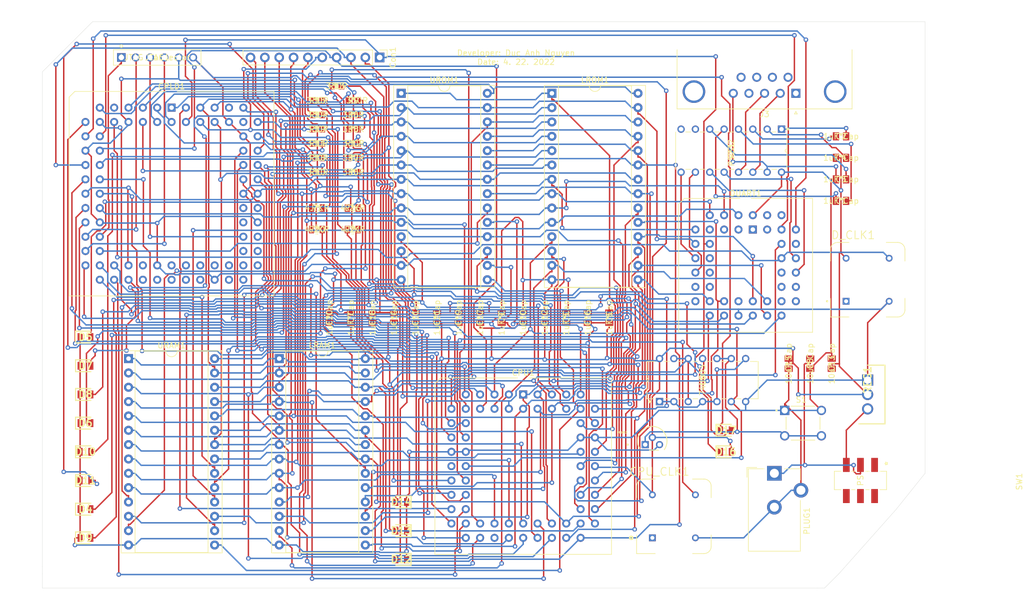
<source format=kicad_pcb>
(kicad_pcb (version 20171130) (host pcbnew "(5.1.12)-1")
  (layers (0 F.Cu signal) (31 B.Cu signal) (34 B.Paste user) (35 F.Paste user) (36 B.SilkS user) (37 F.SilkS user) (38 B.Mask user hide) (39 F.Mask user hide) (44 Edge.Cuts user))
  (net 0 "")
  (net 1 "Net-(C1-Pad2)")
  (net 2 "Net-(C1-Pad1)")
  (net 3 "Net-(C2-Pad2)")
  (net 4 "Net-(C2-Pad1)")
  (net 5 "Net-(C3-Pad2)")
  (net 6 GND)
  (net 7 "Net-(C4-Pad2)")
  (net 8 +5V)
  (net 9 "Net-(C8-Pad2)")
  (net 10 "Net-(D4-Pad2)")
  (net 11 "Net-(D5-Pad2)")
  (net 12 "Net-(D6-Pad2)")
  (net 13 "Net-(D7-Pad2)")
  (net 14 "Net-(D8-Pad2)")
  (net 15 "Net-(D9-Pad2)")
  (net 16 "Net-(D10-Pad2)")
  (net 17 "Net-(D11-Pad2)")
  (net 18 "Net-(D16-Pad1)")
  (net 19 "Net-(D17-Pad2)")
  (net 20 "Net-(D17-Pad1)")
  (net 21 *WRITE)
  (net 22 /D2)
  (net 23 /A14)
  (net 24 /D1)
  (net 25 /A9)
  (net 26 /D0)
  (net 27 /A10)
  (net 28 /A1)
  (net 29 /A12)
  (net 30 /A2)
  (net 31 *READ)
  (net 32 /A3)
  (net 33 /A11)
  (net 34 /A4)
  (net 35 *LRAM)
  (net 36 /A5)
  (net 37 /D7)
  (net 38 /A6)
  (net 39 /D6)
  (net 40 /A7)
  (net 41 /D5)
  (net 42 /A8)
  (net 43 /D4)
  (net 44 /A13)
  (net 45 /D3)
  (net 46 /A15)
  (net 47 /D10)
  (net 48 /D9)
  (net 49 /D8)
  (net 50 *URAM)
  (net 51 /D15)
  (net 52 /D14)
  (net 53 /D13)
  (net 54 /D12)
  (net 55 /D11)
  (net 56 "Net-(J3-Pad9)")
  (net 57 "Net-(J3-Pad8)")
  (net 58 "Net-(J3-Pad7)")
  (net 59 "Net-(J3-Pad6)")
  (net 60 "Net-(J3-Pad4)")
  (net 61 "Net-(J3-Pad3)")
  (net 62 "Net-(J3-Pad2)")
  (net 63 "Net-(J3-Pad1)")
  (net 64 FC0)
  (net 65 FC2)
  (net 66 FC1)
  (net 67 DUARTIRQ)
  (net 68 *HALT)
  (net 69 *RESET)
  (net 70 "Net-(SW1-Pad5)")
  (net 71 "Net-(SW1-Pad4)")
  (net 72 "Net-(SW1-Pad1)")
  (net 73 /A22)
  (net 74 /A20)
  (net 75 /A18)
  (net 76 /A16)
  (net 77 /A21)
  (net 78 /A19)
  (net 79 /A17)
  (net 80 TDO)
  (net 81 *IPL0)
  (net 82 *IPL2)
  (net 83 *IPL1)
  (net 84 *LROM)
  (net 85 TCK)
  (net 86 TDI)
  (net 87 *BR)
  (net 88 *BGACK)
  (net 89 E)
  (net 90 *UDS)
  (net 91 DUART)
  (net 92 8MHz)
  (net 93 *UROM)
  (net 94 TMS)
  (net 95 *BG)
  (net 96 *VPA)
  (net 97 *VMA)
  (net 98 *AS)
  (net 99 *LDS)
  (net 100 *IACK)
  (net 101 /A23)
  (net 102 *BERR)
  (net 103 RW)
  (net 104 *DTACK)
  (net 105 X1)
  (net 106 RXDA)
  (net 107 TXDA)
  (net 108 TXDB)
  (net 109 RXDB)
  (net 110 "Net-(CPLD1-Pad39)")
  (net 111 "Net-(CPLD1-Pad40)")
  (net 112 "Net-(CPLD1-Pad77)")
  (net 113 "Net-(CPLD1-Pad11)")
  (net 114 "Net-(CPLD1-Pad9)")
  (net 115 "Net-(CPLD1-Pad7)")
  (net 116 "Net-(CPLD1-Pad5)")
  (net 117 "Net-(CPLD1-Pad3)")
  (net 118 "Net-(CPLD1-Pad1)")
  (net 119 "Net-(CPLD1-Pad76)")
  (net 120 "Net-(CPLD1-Pad6)")
  (net 121 "Net-(CPLD1-Pad4)")
  (net 122 "Net-(CPLD1-Pad2)")
  (net 123 "Net-(CPU1-Pad31)")
  (net 124 "Net-(CPU1-Pad18)")
  (net 125 "Net-(CPU_CLK1-Pad1)")
  (net 126 "Net-(D12-Pad2)")
  (net 127 "Net-(D13-Pad2)")
  (net 128 "Net-(D14-Pad2)")
  (net 129 "Net-(DS1813-Pad1)")
  (net 130 "Net-(DUART1-Pad37)")
  (net 131 "Net-(DUART1-Pad31)")
  (net 132 "Net-(DUART1-Pad40)")
  (net 133 "Net-(DUART1-Pad34)")
  (net 134 "Net-(DUART1-Pad32)")
  (net 135 "Net-(DUART1-Pad30)")
  (net 136 "Net-(DUART1-Pad29)")
  (net 137 "Net-(DUART1-Pad23)")
  (net 138 "Net-(DUART1-Pad17)")
  (net 139 "Net-(DUART1-Pad15)")
  (net 140 "Net-(DUART1-Pad16)")
  (net 141 "Net-(DUART1-Pad14)")
  (net 142 "Net-(DUART1-Pad12)")
  (net 143 "Net-(DUART1-Pad8)")
  (net 144 "Net-(DUART1-Pad42)")
  (net 145 "Net-(DUART1-Pad43)")
  (net 146 "Net-(DUART1-Pad5)")
  (net 147 "Net-(DUART1-Pad3)")
  (net 148 "Net-(DUART1-Pad1)")
  (net 149 "Net-(REG1-Pad3)")
  (net 150 "Net-(RS1-Pad8)")
  (net 151 "Net-(RS1-Pad7)")
  (net 152 "Net-(SW1-Pad6)")
  (net 153 "Net-(U8-Pad1)")
  (net 154 "Net-(CPLD1-Pad62)")
  (net 155 "Net-(CPLD1-Pad58)")
  (net 156 "Net-(CPLD1-Pad56)")
  (net 157 "Net-(CPLD1-Pad54)")
  (net 158 "Net-(CPLD1-Pad63)")
  (net 159 "Net-(CPLD1-Pad61)")
  (net 160 "Net-(CPLD1-Pad57)")
  (net 161 "Net-(CPLD1-Pad55)")
  (net 162 "Net-(CPLD1-Pad53)")
  (net 163 "Net-(CPLD1-Pad51)")
  (net 164 "Net-(CPLD1-Pad47)")
  (net 165 "Net-(CPLD1-Pad45)")
  (net 166 "Net-(CPLD1-Pad43)")
  (net 167 "Net-(CPLD1-Pad41)")
  (net 168 "Net-(CPLD1-Pad52)")
  (net 169 "Net-(CPLD1-Pad50)")
  (net 170 "Net-(CPLD1-Pad48)")
  (net 171 "Net-(CPLD1-Pad46)")
  (net 172 "Net-(CPLD1-Pad44)")
  (module Connector_BarrelJack:BarrelJack_CUI_PJ-102AH_Horizontal (layer F.Cu) (at 283.21 152.4)
    (fp_text reference PLUG1 (at 5.75 8.45 90) (layer F.SilkS))
    (fp_text value "Barrel Plug")
    (pad 3 thru_hole circle (at 4.7 3) (size 2.6 2.6) (drill 1.6) (layers *.Cu *.Mask) (net 6 GND))
    (pad 2 thru_hole circle (at 0 6) (size 2.6 2.6) (drill 1.6) (layers *.Cu *.Mask) (net 6 GND))
    (pad 1 thru_hole rect (at 0 0) (size 2.6 2.6) (drill 1.6) (layers *.Cu *.Mask) (net 9 "Net-(C8-Pad2)"))
  )
  (module Package_DIP:DIP-28_W15.24mm_Socket (layer F.Cu) (at 217.17 85.09)
    (fp_text reference UROM1 (at 7.62 -2.33) (layer F.SilkS))
    (fp_text value UROM)
    (pad 28 thru_hole oval (at 15.24 0) (size 1.6 1.6) (drill 0.8) (layers *.Cu *.Mask) (net 8 +5V))
    (pad 14 thru_hole oval (at 0 33.02) (size 1.6 1.6) (drill 0.8) (layers *.Cu *.Mask) (net 6 GND))
    (pad 27 thru_hole oval (at 15.24 2.54) (size 1.6 1.6) (drill 0.8) (layers *.Cu *.Mask) (net 21 *WRITE))
    (pad 13 thru_hole oval (at 0 30.48) (size 1.6 1.6) (drill 0.8) (layers *.Cu *.Mask) (net 47 /D10))
    (pad 26 thru_hole oval (at 15.24 5.08) (size 1.6 1.6) (drill 0.8) (layers *.Cu *.Mask) (net 23 /A14))
    (pad 12 thru_hole oval (at 0 27.94) (size 1.6 1.6) (drill 0.8) (layers *.Cu *.Mask) (net 48 /D9))
    (pad 25 thru_hole oval (at 15.24 7.62) (size 1.6 1.6) (drill 0.8) (layers *.Cu *.Mask) (net 25 /A9))
    (pad 11 thru_hole oval (at 0 25.4) (size 1.6 1.6) (drill 0.8) (layers *.Cu *.Mask) (net 49 /D8))
    (pad 24 thru_hole oval (at 15.24 10.16) (size 1.6 1.6) (drill 0.8) (layers *.Cu *.Mask) (net 27 /A10))
    (pad 10 thru_hole oval (at 0 22.86) (size 1.6 1.6) (drill 0.8) (layers *.Cu *.Mask) (net 28 /A1))
    (pad 23 thru_hole oval (at 15.24 12.7) (size 1.6 1.6) (drill 0.8) (layers *.Cu *.Mask) (net 29 /A12))
    (pad 9 thru_hole oval (at 0 20.32) (size 1.6 1.6) (drill 0.8) (layers *.Cu *.Mask) (net 30 /A2))
    (pad 22 thru_hole oval (at 15.24 15.24) (size 1.6 1.6) (drill 0.8) (layers *.Cu *.Mask) (net 31 *READ))
    (pad 8 thru_hole oval (at 0 17.78) (size 1.6 1.6) (drill 0.8) (layers *.Cu *.Mask) (net 32 /A3))
    (pad 21 thru_hole oval (at 15.24 17.78) (size 1.6 1.6) (drill 0.8) (layers *.Cu *.Mask) (net 33 /A11))
    (pad 7 thru_hole oval (at 0 15.24) (size 1.6 1.6) (drill 0.8) (layers *.Cu *.Mask) (net 34 /A4))
    (pad 20 thru_hole oval (at 15.24 20.32) (size 1.6 1.6) (drill 0.8) (layers *.Cu *.Mask) (net 93 *UROM))
    (pad 6 thru_hole oval (at 0 12.7) (size 1.6 1.6) (drill 0.8) (layers *.Cu *.Mask) (net 36 /A5))
    (pad 19 thru_hole oval (at 15.24 22.86) (size 1.6 1.6) (drill 0.8) (layers *.Cu *.Mask) (net 51 /D15))
    (pad 5 thru_hole oval (at 0 10.16) (size 1.6 1.6) (drill 0.8) (layers *.Cu *.Mask) (net 38 /A6))
    (pad 18 thru_hole oval (at 15.24 25.4) (size 1.6 1.6) (drill 0.8) (layers *.Cu *.Mask) (net 52 /D14))
    (pad 4 thru_hole oval (at 0 7.62) (size 1.6 1.6) (drill 0.8) (layers *.Cu *.Mask) (net 40 /A7))
    (pad 17 thru_hole oval (at 15.24 27.94) (size 1.6 1.6) (drill 0.8) (layers *.Cu *.Mask) (net 53 /D13))
    (pad 3 thru_hole oval (at 0 5.08) (size 1.6 1.6) (drill 0.8) (layers *.Cu *.Mask) (net 42 /A8))
    (pad 16 thru_hole oval (at 15.24 30.48) (size 1.6 1.6) (drill 0.8) (layers *.Cu *.Mask) (net 54 /D12))
    (pad 2 thru_hole oval (at 0 2.54) (size 1.6 1.6) (drill 0.8) (layers *.Cu *.Mask) (net 44 /A13))
    (pad 15 thru_hole oval (at 15.24 33.02) (size 1.6 1.6) (drill 0.8) (layers *.Cu *.Mask) (net 55 /D11))
    (pad 1 thru_hole rect (at 0 0) (size 1.6 1.6) (drill 0.8) (layers *.Cu *.Mask) (net 46 /A15))
  )
  (module Package_DIP:DIP-28_W15.24mm_Socket (layer F.Cu) (at 168.91 132.08)
    (fp_text reference URAM1 (at 7.62 -2.33) (layer F.SilkS))
    (fp_text value URAM)
    (pad 28 thru_hole oval (at 15.24 0) (size 1.6 1.6) (drill 0.8) (layers *.Cu *.Mask) (net 8 +5V))
    (pad 14 thru_hole oval (at 0 33.02) (size 1.6 1.6) (drill 0.8) (layers *.Cu *.Mask) (net 6 GND))
    (pad 27 thru_hole oval (at 15.24 2.54) (size 1.6 1.6) (drill 0.8) (layers *.Cu *.Mask) (net 21 *WRITE))
    (pad 13 thru_hole oval (at 0 30.48) (size 1.6 1.6) (drill 0.8) (layers *.Cu *.Mask) (net 47 /D10))
    (pad 26 thru_hole oval (at 15.24 5.08) (size 1.6 1.6) (drill 0.8) (layers *.Cu *.Mask) (net 23 /A14))
    (pad 12 thru_hole oval (at 0 27.94) (size 1.6 1.6) (drill 0.8) (layers *.Cu *.Mask) (net 48 /D9))
    (pad 25 thru_hole oval (at 15.24 7.62) (size 1.6 1.6) (drill 0.8) (layers *.Cu *.Mask) (net 25 /A9))
    (pad 11 thru_hole oval (at 0 25.4) (size 1.6 1.6) (drill 0.8) (layers *.Cu *.Mask) (net 49 /D8))
    (pad 24 thru_hole oval (at 15.24 10.16) (size 1.6 1.6) (drill 0.8) (layers *.Cu *.Mask) (net 27 /A10))
    (pad 10 thru_hole oval (at 0 22.86) (size 1.6 1.6) (drill 0.8) (layers *.Cu *.Mask) (net 28 /A1))
    (pad 23 thru_hole oval (at 15.24 12.7) (size 1.6 1.6) (drill 0.8) (layers *.Cu *.Mask) (net 29 /A12))
    (pad 9 thru_hole oval (at 0 20.32) (size 1.6 1.6) (drill 0.8) (layers *.Cu *.Mask) (net 30 /A2))
    (pad 22 thru_hole oval (at 15.24 15.24) (size 1.6 1.6) (drill 0.8) (layers *.Cu *.Mask) (net 31 *READ))
    (pad 8 thru_hole oval (at 0 17.78) (size 1.6 1.6) (drill 0.8) (layers *.Cu *.Mask) (net 32 /A3))
    (pad 21 thru_hole oval (at 15.24 17.78) (size 1.6 1.6) (drill 0.8) (layers *.Cu *.Mask) (net 33 /A11))
    (pad 7 thru_hole oval (at 0 15.24) (size 1.6 1.6) (drill 0.8) (layers *.Cu *.Mask) (net 34 /A4))
    (pad 20 thru_hole oval (at 15.24 20.32) (size 1.6 1.6) (drill 0.8) (layers *.Cu *.Mask) (net 50 *URAM))
    (pad 6 thru_hole oval (at 0 12.7) (size 1.6 1.6) (drill 0.8) (layers *.Cu *.Mask) (net 36 /A5))
    (pad 19 thru_hole oval (at 15.24 22.86) (size 1.6 1.6) (drill 0.8) (layers *.Cu *.Mask) (net 51 /D15))
    (pad 5 thru_hole oval (at 0 10.16) (size 1.6 1.6) (drill 0.8) (layers *.Cu *.Mask) (net 38 /A6))
    (pad 18 thru_hole oval (at 15.24 25.4) (size 1.6 1.6) (drill 0.8) (layers *.Cu *.Mask) (net 52 /D14))
    (pad 4 thru_hole oval (at 0 7.62) (size 1.6 1.6) (drill 0.8) (layers *.Cu *.Mask) (net 40 /A7))
    (pad 17 thru_hole oval (at 15.24 27.94) (size 1.6 1.6) (drill 0.8) (layers *.Cu *.Mask) (net 53 /D13))
    (pad 3 thru_hole oval (at 0 5.08) (size 1.6 1.6) (drill 0.8) (layers *.Cu *.Mask) (net 42 /A8))
    (pad 16 thru_hole oval (at 15.24 30.48) (size 1.6 1.6) (drill 0.8) (layers *.Cu *.Mask) (net 54 /D12))
    (pad 2 thru_hole oval (at 0 2.54) (size 1.6 1.6) (drill 0.8) (layers *.Cu *.Mask) (net 44 /A13))
    (pad 15 thru_hole oval (at 15.24 33.02) (size 1.6 1.6) (drill 0.8) (layers *.Cu *.Mask) (net 55 /D11))
    (pad 1 thru_hole rect (at 0 0) (size 1.6 1.6) (drill 0.8) (layers *.Cu *.Mask) (net 46 /A15))
  )
  (module "Official KICAD Part List:SN74LS03N" (layer F.Cu) (at 278.13 132.08 90)
    (fp_text reference U8 (at -3.81 -7.62 90) (layer F.SilkS))
    (fp_text value 74LS03 (at -3.81 -7.62 90) (layer F.SilkS))
    (fp_text user * (at -7.62 -16.6497 90) (layer F.SilkS))
    (fp_text user * (at -7.62 -16.6497 90) (layer F.SilkS))
    (pad 14 thru_hole circle (at 0 -15.24 90) (size 1.2954 1.2954) (drill 0.7874) (layers *.Cu *.Mask) (net 8 +5V))
    (pad 13 thru_hole circle (at 0 -12.7 90) (size 1.2954 1.2954) (drill 0.7874) (layers *.Cu *.Mask) (net 69 *RESET))
    (pad 12 thru_hole circle (at 0 -10.16 90) (size 1.2954 1.2954) (drill 0.7874) (layers *.Cu *.Mask) (net 69 *RESET))
    (pad 11 thru_hole circle (at 0 -7.62 90) (size 1.2954 1.2954) (drill 0.7874) (layers *.Cu *.Mask) (net 19 "Net-(D17-Pad2)"))
    (pad 10 thru_hole circle (at 0 -5.08 90) (size 1.2954 1.2954) (drill 0.7874) (layers *.Cu *.Mask) (net 129 "Net-(DS1813-Pad1)"))
    (pad 9 thru_hole circle (at 0 -2.54 90) (size 1.2954 1.2954) (drill 0.7874) (layers *.Cu *.Mask) (net 129 "Net-(DS1813-Pad1)"))
    (pad 8 thru_hole circle (at 0 0 90) (size 1.2954 1.2954) (drill 0.7874) (layers *.Cu *.Mask) (net 153 "Net-(U8-Pad1)"))
    (pad 7 thru_hole circle (at -7.62 0 90) (size 1.2954 1.2954) (drill 0.7874) (layers *.Cu *.Mask) (net 6 GND))
    (pad 6 thru_hole circle (at -7.62 -2.54 90) (size 1.2954 1.2954) (drill 0.7874) (layers *.Cu *.Mask) (net 68 *HALT))
    (pad 5 thru_hole circle (at -7.62 -5.08 90) (size 1.2954 1.2954) (drill 0.7874) (layers *.Cu *.Mask) (net 153 "Net-(U8-Pad1)"))
    (pad 4 thru_hole circle (at -7.62 -7.62 90) (size 1.2954 1.2954) (drill 0.7874) (layers *.Cu *.Mask) (net 153 "Net-(U8-Pad1)"))
    (pad 3 thru_hole circle (at -7.62 -10.16 90) (size 1.2954 1.2954) (drill 0.7874) (layers *.Cu *.Mask) (net 69 *RESET))
    (pad 2 thru_hole circle (at -7.62 -12.7 90) (size 1.2954 1.2954) (drill 0.7874) (layers *.Cu *.Mask) (net 153 "Net-(U8-Pad1)"))
    (pad 1 thru_hole rect (at -7.62 -15.24 90) (size 1.2954 1.2954) (drill 0.7874) (layers *.Cu *.Mask) (net 153 "Net-(U8-Pad1)"))
  )
  (module "Official KICAD Part List:JS202011SCQN" (layer F.Cu) (at 298.45 153.67 270)
    (fp_text reference SW1 (at 0.2031 -28.1071 90) (layer F.SilkS))
    (fp_text value PS (at 0 0 90) (layer F.SilkS))
    (fp_text user * (at -3.0099 -4.8876 90) (layer F.SilkS))
    (fp_text user * (at -3.0099 -4.8876 90) (layer F.SilkS))
    (pad 6 smd rect (at 2.7559 -2.5 270) (size 2.4892 1.1938) (layers F.Cu F.Paste F.Mask) (net 152 "Net-(SW1-Pad6)"))
    (pad 5 smd rect (at 2.7559 0 270) (size 2.4892 1.1938) (layers F.Cu F.Paste F.Mask) (net 70 "Net-(SW1-Pad5)"))
    (pad 4 smd rect (at 2.7559 2.5 270) (size 2.4892 1.1938) (layers F.Cu F.Paste F.Mask) (net 71 "Net-(SW1-Pad4)"))
    (pad 3 smd rect (at -2.7559 2.5 270) (size 2.4892 1.1938) (layers F.Cu F.Paste F.Mask) (net 149 "Net-(REG1-Pad3)"))
    (pad 2 smd rect (at -2.7559 0 270) (size 2.4892 1.1938) (layers F.Cu F.Paste F.Mask) (net 9 "Net-(C8-Pad2)"))
    (pad 1 smd rect (at -2.7559 -2.5 270) (size 2.4892 1.1938) (layers F.Cu F.Paste F.Mask) (net 72 "Net-(SW1-Pad1)"))
  )
  (module "Official KICAD Part List:SW_B3F-1022" (layer F.Cu) (at 288.29 143.51)
    (fp_text reference S1 (at -0.325 -4.135) (layer F.SilkS))
    (fp_text value "Reset Button")
    (pad 2 thru_hole circle (at 3.25 -2.25) (size 1.65 1.65) (drill 1.1) (layers *.Cu *.Mask) (net 6 GND))
    (pad 1 thru_hole rect (at -3.25 -2.25) (size 1.65 1.65) (drill 1.1) (layers *.Cu *.Mask) (net 6 GND))
    (pad 4 thru_hole circle (at 3.25 2.25) (size 1.65 1.65) (drill 1.1) (layers *.Cu *.Mask) (net 129 "Net-(DS1813-Pad1)"))
    (pad 3 thru_hole circle (at -3.25 2.25) (size 1.65 1.65) (drill 1.1) (layers *.Cu *.Mask) (net 129 "Net-(DS1813-Pad1)"))
  )
  (module "Official KICAD Part List:MAX232ECN" (layer F.Cu) (at 266.7 99.06 270)
    (fp_text reference RS1 (at -3.81 -8.89 90) (layer F.SilkS))
    (fp_text value "RS232 " (at -3.81 -8.89 90) (layer F.SilkS))
    (fp_text user * (at -7.62 -19.1897 90) (layer F.SilkS))
    (fp_text user * (at -7.62 -19.1897 90) (layer F.SilkS))
    (pad 16 thru_hole circle (at 0 -17.78 270) (size 1.2954 1.2954) (drill 0.7874) (layers *.Cu *.Mask) (net 8 +5V))
    (pad 15 thru_hole circle (at 0 -15.24 270) (size 1.2954 1.2954) (drill 0.7874) (layers *.Cu *.Mask) (net 6 GND))
    (pad 14 thru_hole circle (at 0 -12.7 270) (size 1.2954 1.2954) (drill 0.7874) (layers *.Cu *.Mask) (net 62 "Net-(J3-Pad2)"))
    (pad 13 thru_hole circle (at 0 -10.16 270) (size 1.2954 1.2954) (drill 0.7874) (layers *.Cu *.Mask) (net 61 "Net-(J3-Pad3)"))
    (pad 12 thru_hole circle (at 0 -7.62 270) (size 1.2954 1.2954) (drill 0.7874) (layers *.Cu *.Mask) (net 106 RXDA))
    (pad 11 thru_hole circle (at 0 -5.08 270) (size 1.2954 1.2954) (drill 0.7874) (layers *.Cu *.Mask) (net 107 TXDA))
    (pad 10 thru_hole circle (at 0 -2.54 270) (size 1.2954 1.2954) (drill 0.7874) (layers *.Cu *.Mask) (net 108 TXDB))
    (pad 9 thru_hole circle (at 0 0 270) (size 1.2954 1.2954) (drill 0.7874) (layers *.Cu *.Mask) (net 109 RXDB))
    (pad 8 thru_hole circle (at -7.62 0 270) (size 1.2954 1.2954) (drill 0.7874) (layers *.Cu *.Mask) (net 150 "Net-(RS1-Pad8)"))
    (pad 7 thru_hole circle (at -7.62 -2.54 270) (size 1.2954 1.2954) (drill 0.7874) (layers *.Cu *.Mask) (net 151 "Net-(RS1-Pad7)"))
    (pad 6 thru_hole circle (at -7.62 -5.08 270) (size 1.2954 1.2954) (drill 0.7874) (layers *.Cu *.Mask) (net 5 "Net-(C3-Pad2)"))
    (pad 5 thru_hole circle (at -7.62 -7.62 270) (size 1.2954 1.2954) (drill 0.7874) (layers *.Cu *.Mask) (net 2 "Net-(C1-Pad1)"))
    (pad 4 thru_hole circle (at -7.62 -10.16 270) (size 1.2954 1.2954) (drill 0.7874) (layers *.Cu *.Mask) (net 1 "Net-(C1-Pad2)"))
    (pad 3 thru_hole circle (at -7.62 -12.7 270) (size 1.2954 1.2954) (drill 0.7874) (layers *.Cu *.Mask) (net 4 "Net-(C2-Pad1)"))
    (pad 2 thru_hole circle (at -7.62 -15.24 270) (size 1.2954 1.2954) (drill 0.7874) (layers *.Cu *.Mask) (net 7 "Net-(C4-Pad2)"))
    (pad 1 thru_hole rect (at -7.62 -17.78 270) (size 1.2954 1.2954) (drill 0.7874) (layers *.Cu *.Mask) (net 3 "Net-(C2-Pad2)"))
  )
  (module "Official KICAD Part List:TO255P460X1020X2008-3P" (layer F.Cu) (at 299.72 135.89 270)
    (fp_text reference REG1 (at 0 0 90) (layer F.SilkS) (effects (font (size 1.27 1.27) (thickness 0.254))))
    (fp_text value "Voltage Regulator" hide)
    (pad 3 thru_hole circle (at 5.1 0 270) (size 1.98 1.98) (drill 1.32) (layers *.Cu *.Mask) (net 149 "Net-(REG1-Pad3)"))
    (pad 2 thru_hole circle (at 2.55 0 270) (size 1.98 1.98) (drill 1.32) (layers *.Cu *.Mask) (net 8 +5V))
    (pad 1 thru_hole rect (at 0 0 270) (size 1.98 1.98) (drill 1.32) (layers *.Cu *.Mask) (net 6 GND))
  )
  (module "Official KICAD Part List:RC0805FR-074K7L" (layer F.Cu) (at 208.598 109.22)
    (fp_text reference R21 (at 0 0) (layer F.SilkS))
    (fp_text value 4.7KR (at 0 0) (layer F.SilkS))
    (fp_text user * (at 0 0) (layer F.SilkS))
    (pad 2 smd rect (at 0.9525 0) (size 0.9144 1.3462) (layers F.Cu F.Paste F.Mask) (net 8 +5V))
    (pad 1 smd rect (at -0.9525 0) (size 0.9144 1.3462) (layers F.Cu F.Paste F.Mask) (net 69 *RESET))
  )
  (module "Official KICAD Part List:RC0805FR-074K7L" (layer F.Cu) (at 202.248 109.22 180)
    (fp_text reference R20 (at 0 0) (layer F.SilkS))
    (fp_text value 4.7KR (at 0 0) (layer F.SilkS))
    (fp_text user * (at 0 0) (layer F.SilkS))
    (pad 2 smd rect (at 0.9525 0 180) (size 0.9144 1.3462) (layers F.Cu F.Paste F.Mask) (net 8 +5V))
    (pad 1 smd rect (at -0.9525 0 180) (size 0.9144 1.3462) (layers F.Cu F.Paste F.Mask) (net 68 *HALT))
  )
  (module "Official KICAD Part List:RC0805FR-07330RL" (layer F.Cu) (at 202.349 91.44)
    (fp_text reference R19 (at 0 0) (layer F.SilkS))
    (fp_text value 330R (at 0 0) (layer F.SilkS))
    (fp_text user * (at 0 0) (layer F.SilkS))
    (pad 2 smd rect (at 0.8509 0) (size 1.016 1.1938) (layers F.Cu F.Paste F.Mask) (net 20 "Net-(D17-Pad1)"))
    (pad 1 smd rect (at -0.8509 0) (size 1.016 1.1938) (layers F.Cu F.Paste F.Mask) (net 8 +5V))
  )
  (module "Official KICAD Part List:RC0805FR-07330RL" (layer F.Cu) (at 202.349 96.52)
    (fp_text reference R18 (at 0 0) (layer F.SilkS))
    (fp_text value 330R (at 0 0) (layer F.SilkS))
    (fp_text user * (at 0 0) (layer F.SilkS))
    (pad 2 smd rect (at 0.8509 0) (size 1.016 1.1938) (layers F.Cu F.Paste F.Mask) (net 18 "Net-(D16-Pad1)"))
    (pad 1 smd rect (at -0.8509 0) (size 1.016 1.1938) (layers F.Cu F.Paste F.Mask) (net 6 GND))
  )
  (module "Official KICAD Part List:RC0805FR-074K7L" (layer F.Cu) (at 208.598 105.41)
    (fp_text reference R16 (at 0 0) (layer F.SilkS))
    (fp_text value 4.7KR (at 0 0) (layer F.SilkS))
    (fp_text user * (at 0 0) (layer F.SilkS))
    (pad 2 smd rect (at 0.9525 0) (size 0.9144 1.3462) (layers F.Cu F.Paste F.Mask) (net 67 DUARTIRQ))
    (pad 1 smd rect (at -0.9525 0) (size 0.9144 1.3462) (layers F.Cu F.Paste F.Mask) (net 8 +5V))
  )
  (module "Official KICAD Part List:RC0805FR-07330RL" (layer F.Cu) (at 202.349 86.36)
    (fp_text reference R15 (at 0 0) (layer F.SilkS))
    (fp_text value 330R (at 0 0) (layer F.SilkS))
    (fp_text user * (at 0 0) (layer F.SilkS))
    (pad 2 smd rect (at 0.8509 0) (size 1.016 1.1938) (layers F.Cu F.Paste F.Mask) (net 128 "Net-(D14-Pad2)"))
    (pad 1 smd rect (at -0.8509 0) (size 1.016 1.1938) (layers F.Cu F.Paste F.Mask) (net 66 FC1))
  )
  (module "Official KICAD Part List:RC0805FR-07330RL" (layer F.Cu) (at 202.349 88.9)
    (fp_text reference R14 (at 0 0) (layer F.SilkS))
    (fp_text value 330R (at 0 0) (layer F.SilkS))
    (fp_text user * (at 0 0) (layer F.SilkS))
    (pad 2 smd rect (at 0.8509 0) (size 1.016 1.1938) (layers F.Cu F.Paste F.Mask) (net 127 "Net-(D13-Pad2)"))
    (pad 1 smd rect (at -0.8509 0) (size 1.016 1.1938) (layers F.Cu F.Paste F.Mask) (net 65 FC2))
  )
  (module "Official KICAD Part List:RC0805FR-07330RL" (layer F.Cu) (at 205.74 83.82)
    (fp_text reference R13 (at 0 0) (layer F.SilkS))
    (fp_text value 330R (at 0 0) (layer F.SilkS))
    (fp_text user * (at 0 0) (layer F.SilkS))
    (pad 2 smd rect (at 0.8509 0) (size 1.016 1.1938) (layers F.Cu F.Paste F.Mask) (net 126 "Net-(D12-Pad2)"))
    (pad 1 smd rect (at -0.8509 0) (size 1.016 1.1938) (layers F.Cu F.Paste F.Mask) (net 64 FC0))
  )
  (module "Official KICAD Part List:RC0805FR-07330RL" (layer F.Cu) (at 208.699 93.98)
    (fp_text reference R12 (at 0 0) (layer F.SilkS))
    (fp_text value 330R (at 0 0) (layer F.SilkS))
    (fp_text user * (at 0 0) (layer F.SilkS))
    (pad 2 smd rect (at 0.8509 0) (size 1.016 1.1938) (layers F.Cu F.Paste F.Mask) (net 17 "Net-(D11-Pad2)"))
    (pad 1 smd rect (at -0.8509 0) (size 1.016 1.1938) (layers F.Cu F.Paste F.Mask) (net 118 "Net-(CPLD1-Pad1)"))
  )
  (module "Official KICAD Part List:RC0805FR-07330RL" (layer F.Cu) (at 202.349 93.98)
    (fp_text reference R11 (at 0 0) (layer F.SilkS))
    (fp_text value 330R (at 0 0) (layer F.SilkS))
    (fp_text user * (at 0 0) (layer F.SilkS))
    (pad 2 smd rect (at 0.8509 0) (size 1.016 1.1938) (layers F.Cu F.Paste F.Mask) (net 16 "Net-(D10-Pad2)"))
    (pad 1 smd rect (at -0.8509 0) (size 1.016 1.1938) (layers F.Cu F.Paste F.Mask) (net 122 "Net-(CPLD1-Pad2)"))
  )
  (module "Official KICAD Part List:RC0805FR-07330RL" (layer F.Cu) (at 202.349 99.06)
    (fp_text reference R10 (at 0 0) (layer F.SilkS))
    (fp_text value 330R (at 0 0) (layer F.SilkS))
    (fp_text user * (at 0 0) (layer F.SilkS))
    (pad 2 smd rect (at 0.8509 0) (size 1.016 1.1938) (layers F.Cu F.Paste F.Mask) (net 15 "Net-(D9-Pad2)"))
    (pad 1 smd rect (at -0.8509 0) (size 1.016 1.1938) (layers F.Cu F.Paste F.Mask) (net 117 "Net-(CPLD1-Pad3)"))
  )
  (module "Official KICAD Part List:RC0805FR-07330RL" (layer F.Cu) (at 208.699 86.36)
    (fp_text reference R9 (at 0 0) (layer F.SilkS))
    (fp_text value 330R (at 0.6667 0) (layer F.SilkS))
    (fp_text user * (at 0 0) (layer F.SilkS))
    (pad 2 smd rect (at 0.8509 0) (size 1.016 1.1938) (layers F.Cu F.Paste F.Mask) (net 14 "Net-(D8-Pad2)"))
    (pad 1 smd rect (at -0.8509 0) (size 1.016 1.1938) (layers F.Cu F.Paste F.Mask) (net 121 "Net-(CPLD1-Pad4)"))
  )
  (module "Official KICAD Part List:RC0805FR-07330RL" (layer F.Cu) (at 208.699 91.44)
    (fp_text reference R8 (at 0 0) (layer F.SilkS))
    (fp_text value 330R (at 0 0) (layer F.SilkS))
    (fp_text user * (at 0 0) (layer F.SilkS))
    (pad 2 smd rect (at 0.8509 0) (size 1.016 1.1938) (layers F.Cu F.Paste F.Mask) (net 13 "Net-(D7-Pad2)"))
    (pad 1 smd rect (at -0.8509 0) (size 1.016 1.1938) (layers F.Cu F.Paste F.Mask) (net 116 "Net-(CPLD1-Pad5)"))
  )
  (module "Official KICAD Part List:RC0805FR-07330RL" (layer F.Cu) (at 208.699 96.52 180)
    (fp_text reference R7 (at 0 0) (layer F.SilkS))
    (fp_text value 330R (at 0 0) (layer F.SilkS))
    (fp_text user * (at 0 0) (layer F.SilkS))
    (pad 2 smd rect (at 0.8509 0 180) (size 1.016 1.1938) (layers F.Cu F.Paste F.Mask) (net 12 "Net-(D6-Pad2)"))
    (pad 1 smd rect (at -0.8509 0 180) (size 1.016 1.1938) (layers F.Cu F.Paste F.Mask) (net 120 "Net-(CPLD1-Pad6)"))
  )
  (module "Official KICAD Part List:RC0805FR-07330RL" (layer F.Cu) (at 208.699 88.9 180)
    (fp_text reference R6 (at 0 0) (layer F.SilkS))
    (fp_text value 330R (at 0 0) (layer F.SilkS))
    (fp_text user * (at 0 0) (layer F.SilkS))
    (pad 2 smd rect (at 0.8509 0 180) (size 1.016 1.1938) (layers F.Cu F.Paste F.Mask) (net 11 "Net-(D5-Pad2)"))
    (pad 1 smd rect (at -0.8509 0 180) (size 1.016 1.1938) (layers F.Cu F.Paste F.Mask) (net 115 "Net-(CPLD1-Pad7)"))
  )
  (module "Official KICAD Part List:RC0805FR-07330RL" (layer F.Cu) (at 208.699 99.06)
    (fp_text reference R5 (at 0 0) (layer F.SilkS))
    (fp_text value 330R (at 0 0) (layer F.SilkS))
    (fp_text user * (at 0 0) (layer F.SilkS))
    (pad 2 smd rect (at 0.8509 0) (size 1.016 1.1938) (layers F.Cu F.Paste F.Mask) (net 10 "Net-(D4-Pad2)"))
    (pad 1 smd rect (at -0.8509 0) (size 1.016 1.1938) (layers F.Cu F.Paste F.Mask) (net 113 "Net-(CPLD1-Pad11)"))
  )
  (module "Official KICAD Part List:RC0805FR-074K7L" (layer F.Cu) (at 202.248 105.41)
    (fp_text reference R1 (at 0 0) (layer F.SilkS))
    (fp_text value 4.7KR (at 0 0) (layer F.SilkS))
    (fp_text user * (at 0 0) (layer F.SilkS))
    (pad 2 smd rect (at 0.9525 0) (size 0.9144 1.3462) (layers F.Cu F.Paste F.Mask) (net 103 RW))
    (pad 1 smd rect (at -0.9525 0) (size 0.9144 1.3462) (layers F.Cu F.Paste F.Mask) (net 8 +5V))
  )
  (module Package_DIP:DIP-28_W15.24mm_Socket (layer F.Cu) (at 243.84 85.09)
    (fp_text reference LROM1 (at 7.62 -2.33) (layer F.SilkS))
    (fp_text value LROM)
    (pad 28 thru_hole oval (at 15.24 0) (size 1.6 1.6) (drill 0.8) (layers *.Cu *.Mask) (net 8 +5V))
    (pad 14 thru_hole oval (at 0 33.02) (size 1.6 1.6) (drill 0.8) (layers *.Cu *.Mask) (net 6 GND))
    (pad 27 thru_hole oval (at 15.24 2.54) (size 1.6 1.6) (drill 0.8) (layers *.Cu *.Mask) (net 21 *WRITE))
    (pad 13 thru_hole oval (at 0 30.48) (size 1.6 1.6) (drill 0.8) (layers *.Cu *.Mask) (net 22 /D2))
    (pad 26 thru_hole oval (at 15.24 5.08) (size 1.6 1.6) (drill 0.8) (layers *.Cu *.Mask) (net 23 /A14))
    (pad 12 thru_hole oval (at 0 27.94) (size 1.6 1.6) (drill 0.8) (layers *.Cu *.Mask) (net 24 /D1))
    (pad 25 thru_hole oval (at 15.24 7.62) (size 1.6 1.6) (drill 0.8) (layers *.Cu *.Mask) (net 25 /A9))
    (pad 11 thru_hole oval (at 0 25.4) (size 1.6 1.6) (drill 0.8) (layers *.Cu *.Mask) (net 26 /D0))
    (pad 24 thru_hole oval (at 15.24 10.16) (size 1.6 1.6) (drill 0.8) (layers *.Cu *.Mask) (net 27 /A10))
    (pad 10 thru_hole oval (at 0 22.86) (size 1.6 1.6) (drill 0.8) (layers *.Cu *.Mask) (net 28 /A1))
    (pad 23 thru_hole oval (at 15.24 12.7) (size 1.6 1.6) (drill 0.8) (layers *.Cu *.Mask) (net 29 /A12))
    (pad 9 thru_hole oval (at 0 20.32) (size 1.6 1.6) (drill 0.8) (layers *.Cu *.Mask) (net 30 /A2))
    (pad 22 thru_hole oval (at 15.24 15.24) (size 1.6 1.6) (drill 0.8) (layers *.Cu *.Mask) (net 31 *READ))
    (pad 8 thru_hole oval (at 0 17.78) (size 1.6 1.6) (drill 0.8) (layers *.Cu *.Mask) (net 32 /A3))
    (pad 21 thru_hole oval (at 15.24 17.78) (size 1.6 1.6) (drill 0.8) (layers *.Cu *.Mask) (net 33 /A11))
    (pad 7 thru_hole oval (at 0 15.24) (size 1.6 1.6) (drill 0.8) (layers *.Cu *.Mask) (net 34 /A4))
    (pad 20 thru_hole oval (at 15.24 20.32) (size 1.6 1.6) (drill 0.8) (layers *.Cu *.Mask) (net 84 *LROM))
    (pad 6 thru_hole oval (at 0 12.7) (size 1.6 1.6) (drill 0.8) (layers *.Cu *.Mask) (net 36 /A5))
    (pad 19 thru_hole oval (at 15.24 22.86) (size 1.6 1.6) (drill 0.8) (layers *.Cu *.Mask) (net 37 /D7))
    (pad 5 thru_hole oval (at 0 10.16) (size 1.6 1.6) (drill 0.8) (layers *.Cu *.Mask) (net 38 /A6))
    (pad 18 thru_hole oval (at 15.24 25.4) (size 1.6 1.6) (drill 0.8) (layers *.Cu *.Mask) (net 39 /D6))
    (pad 4 thru_hole oval (at 0 7.62) (size 1.6 1.6) (drill 0.8) (layers *.Cu *.Mask) (net 40 /A7))
    (pad 17 thru_hole oval (at 15.24 27.94) (size 1.6 1.6) (drill 0.8) (layers *.Cu *.Mask) (net 41 /D5))
    (pad 3 thru_hole oval (at 0 5.08) (size 1.6 1.6) (drill 0.8) (layers *.Cu *.Mask) (net 42 /A8))
    (pad 16 thru_hole oval (at 15.24 30.48) (size 1.6 1.6) (drill 0.8) (layers *.Cu *.Mask) (net 43 /D4))
    (pad 2 thru_hole oval (at 0 2.54) (size 1.6 1.6) (drill 0.8) (layers *.Cu *.Mask) (net 44 /A13))
    (pad 15 thru_hole oval (at 15.24 33.02) (size 1.6 1.6) (drill 0.8) (layers *.Cu *.Mask) (net 45 /D3))
    (pad 1 thru_hole rect (at 0 0) (size 1.6 1.6) (drill 0.8) (layers *.Cu *.Mask) (net 46 /A15))
  )
  (module Package_DIP:DIP-28_W15.24mm_Socket (layer F.Cu) (at 195.58 132.08)
    (fp_text reference LRAM1 (at 7.62 -2.33) (layer F.SilkS))
    (fp_text value LRAM)
    (pad 28 thru_hole oval (at 15.24 0) (size 1.6 1.6) (drill 0.8) (layers *.Cu *.Mask) (net 8 +5V))
    (pad 14 thru_hole oval (at 0 33.02) (size 1.6 1.6) (drill 0.8) (layers *.Cu *.Mask) (net 6 GND))
    (pad 27 thru_hole oval (at 15.24 2.54) (size 1.6 1.6) (drill 0.8) (layers *.Cu *.Mask) (net 21 *WRITE))
    (pad 13 thru_hole oval (at 0 30.48) (size 1.6 1.6) (drill 0.8) (layers *.Cu *.Mask) (net 22 /D2))
    (pad 26 thru_hole oval (at 15.24 5.08) (size 1.6 1.6) (drill 0.8) (layers *.Cu *.Mask) (net 23 /A14))
    (pad 12 thru_hole oval (at 0 27.94) (size 1.6 1.6) (drill 0.8) (layers *.Cu *.Mask) (net 24 /D1))
    (pad 25 thru_hole oval (at 15.24 7.62) (size 1.6 1.6) (drill 0.8) (layers *.Cu *.Mask) (net 25 /A9))
    (pad 11 thru_hole oval (at 0 25.4) (size 1.6 1.6) (drill 0.8) (layers *.Cu *.Mask) (net 26 /D0))
    (pad 24 thru_hole oval (at 15.24 10.16) (size 1.6 1.6) (drill 0.8) (layers *.Cu *.Mask) (net 27 /A10))
    (pad 10 thru_hole oval (at 0 22.86) (size 1.6 1.6) (drill 0.8) (layers *.Cu *.Mask) (net 28 /A1))
    (pad 23 thru_hole oval (at 15.24 12.7) (size 1.6 1.6) (drill 0.8) (layers *.Cu *.Mask) (net 29 /A12))
    (pad 9 thru_hole oval (at 0 20.32) (size 1.6 1.6) (drill 0.8) (layers *.Cu *.Mask) (net 30 /A2))
    (pad 22 thru_hole oval (at 15.24 15.24) (size 1.6 1.6) (drill 0.8) (layers *.Cu *.Mask) (net 31 *READ))
    (pad 8 thru_hole oval (at 0 17.78) (size 1.6 1.6) (drill 0.8) (layers *.Cu *.Mask) (net 32 /A3))
    (pad 21 thru_hole oval (at 15.24 17.78) (size 1.6 1.6) (drill 0.8) (layers *.Cu *.Mask) (net 33 /A11))
    (pad 7 thru_hole oval (at 0 15.24) (size 1.6 1.6) (drill 0.8) (layers *.Cu *.Mask) (net 34 /A4))
    (pad 20 thru_hole oval (at 15.24 20.32) (size 1.6 1.6) (drill 0.8) (layers *.Cu *.Mask) (net 35 *LRAM))
    (pad 6 thru_hole oval (at 0 12.7) (size 1.6 1.6) (drill 0.8) (layers *.Cu *.Mask) (net 36 /A5))
    (pad 19 thru_hole oval (at 15.24 22.86) (size 1.6 1.6) (drill 0.8) (layers *.Cu *.Mask) (net 37 /D7))
    (pad 5 thru_hole oval (at 0 10.16) (size 1.6 1.6) (drill 0.8) (layers *.Cu *.Mask) (net 38 /A6))
    (pad 18 thru_hole oval (at 15.24 25.4) (size 1.6 1.6) (drill 0.8) (layers *.Cu *.Mask) (net 39 /D6))
    (pad 4 thru_hole oval (at 0 7.62) (size 1.6 1.6) (drill 0.8) (layers *.Cu *.Mask) (net 40 /A7))
    (pad 17 thru_hole oval (at 15.24 27.94) (size 1.6 1.6) (drill 0.8) (layers *.Cu *.Mask) (net 41 /D5))
    (pad 3 thru_hole oval (at 0 5.08) (size 1.6 1.6) (drill 0.8) (layers *.Cu *.Mask) (net 42 /A8))
    (pad 16 thru_hole oval (at 15.24 30.48) (size 1.6 1.6) (drill 0.8) (layers *.Cu *.Mask) (net 43 /D4))
    (pad 2 thru_hole oval (at 0 2.54) (size 1.6 1.6) (drill 0.8) (layers *.Cu *.Mask) (net 44 /A13))
    (pad 15 thru_hole oval (at 15.24 33.02) (size 1.6 1.6) (drill 0.8) (layers *.Cu *.Mask) (net 45 /D3))
    (pad 1 thru_hole rect (at 0 0) (size 1.6 1.6) (drill 0.8) (layers *.Cu *.Mask) (net 46 /A15))
  )
  (module "Official KICAD Part List:22284061" (layer F.Cu) (at 167.64 78.74 180)
    (fp_text reference JTAG1 (at -6.35 0) (layer F.SilkS))
    (fp_text value "JTAG Connector" (at -6.35 0) (layer F.SilkS))
    (fp_text user * (at 0 0) (layer F.SilkS))
    (pad 6 thru_hole circle (at -12.7 0 180) (size 1.4224 1.4224) (drill 0.9144) (layers *.Cu *.Mask) (net 8 +5V))
    (pad 5 thru_hole circle (at -10.16 0 180) (size 1.4224 1.4224) (drill 0.9144) (layers *.Cu *.Mask) (net 6 GND))
    (pad 4 thru_hole circle (at -7.62 0 180) (size 1.4224 1.4224) (drill 0.9144) (layers *.Cu *.Mask) (net 85 TCK))
    (pad 3 thru_hole circle (at -5.08 0 180) (size 1.4224 1.4224) (drill 0.9144) (layers *.Cu *.Mask) (net 80 TDO))
    (pad 2 thru_hole circle (at -2.54 0 180) (size 1.4224 1.4224) (drill 0.9144) (layers *.Cu *.Mask) (net 86 TDI))
    (pad 1 thru_hole rect (at 0 0 180) (size 1.524 1.524) (drill 0.9652) (layers *.Cu *.Mask) (net 94 TMS))
  )
  (module Connector_Dsub:DSUB-9_Male_Horizontal_P2.77x2.84mm_EdgePinOffset4.94mm_Housed_MountingHolesOffset7.48mm (layer F.Cu) (at 287.02 85.09 180)
    (fp_text reference J3 (at 5.54 -3.7 180) (layer F.SilkS))
    (fp_text value "D-SUB Connector")
    (pad 0 thru_hole circle (at 18.04 0.3 180) (size 4 4) (drill 3.2) (layers *.Cu *.Mask))
    (pad 0 thru_hole circle (at -6.96 0.3 180) (size 4 4) (drill 3.2) (layers *.Cu *.Mask))
    (pad 9 thru_hole circle (at 9.695 2.84 180) (size 1.6 1.6) (drill 1) (layers *.Cu *.Mask) (net 56 "Net-(J3-Pad9)"))
    (pad 8 thru_hole circle (at 6.925 2.84 180) (size 1.6 1.6) (drill 1) (layers *.Cu *.Mask) (net 57 "Net-(J3-Pad8)"))
    (pad 7 thru_hole circle (at 4.155 2.84 180) (size 1.6 1.6) (drill 1) (layers *.Cu *.Mask) (net 58 "Net-(J3-Pad7)"))
    (pad 6 thru_hole circle (at 1.385 2.84 180) (size 1.6 1.6) (drill 1) (layers *.Cu *.Mask) (net 59 "Net-(J3-Pad6)"))
    (pad 5 thru_hole circle (at 11.08 0 180) (size 1.6 1.6) (drill 1) (layers *.Cu *.Mask) (net 6 GND))
    (pad 4 thru_hole circle (at 8.31 0 180) (size 1.6 1.6) (drill 1) (layers *.Cu *.Mask) (net 60 "Net-(J3-Pad4)"))
    (pad 3 thru_hole circle (at 5.54 0 180) (size 1.6 1.6) (drill 1) (layers *.Cu *.Mask) (net 61 "Net-(J3-Pad3)"))
    (pad 2 thru_hole circle (at 2.77 0 180) (size 1.6 1.6) (drill 1) (layers *.Cu *.Mask) (net 62 "Net-(J3-Pad2)"))
    (pad 1 thru_hole rect (at 0 0 180) (size 1.6 1.6) (drill 1) (layers *.Cu *.Mask) (net 63 "Net-(J3-Pad1)"))
  )
  (module Package_LCC:PLCC-44_THT-Socket (layer F.Cu) (at 279.4 109.22)
    (fp_text reference DUART1 (at -1.27 -6.4) (layer F.SilkS))
    (fp_text value DUART)
    (pad 39 thru_hole circle (at 7.62 0) (size 1.4224 1.4224) (drill 0.8) (layers *.Cu *.Mask) (net 91 DUART))
    (pad 37 thru_hole circle (at 7.62 2.54) (size 1.4224 1.4224) (drill 0.8) (layers *.Cu *.Mask) (net 130 "Net-(DUART1-Pad37)"))
    (pad 35 thru_hole circle (at 7.62 5.08) (size 1.4224 1.4224) (drill 0.8) (layers *.Cu *.Mask) (net 106 RXDA))
    (pad 33 thru_hole circle (at 7.62 7.62) (size 1.4224 1.4224) (drill 0.8) (layers *.Cu *.Mask) (net 107 TXDA))
    (pad 31 thru_hole circle (at 7.62 10.16) (size 1.4224 1.4224) (drill 0.8) (layers *.Cu *.Mask) (net 131 "Net-(DUART1-Pad31)"))
    (pad 40 thru_hole circle (at 5.08 -2.54) (size 1.4224 1.4224) (drill 0.8) (layers *.Cu *.Mask) (net 132 "Net-(DUART1-Pad40)"))
    (pad 38 thru_hole circle (at 5.08 2.54) (size 1.4224 1.4224) (drill 0.8) (layers *.Cu *.Mask) (net 69 *RESET))
    (pad 36 thru_hole circle (at 5.08 5.08) (size 1.4224 1.4224) (drill 0.8) (layers *.Cu *.Mask) (net 105 X1))
    (pad 34 thru_hole circle (at 5.08 7.62) (size 1.4224 1.4224) (drill 0.8) (layers *.Cu *.Mask) (net 133 "Net-(DUART1-Pad34)"))
    (pad 32 thru_hole circle (at 5.08 10.16) (size 1.4224 1.4224) (drill 0.8) (layers *.Cu *.Mask) (net 134 "Net-(DUART1-Pad32)"))
    (pad 30 thru_hole circle (at 5.08 12.7) (size 1.4224 1.4224) (drill 0.8) (layers *.Cu *.Mask) (net 135 "Net-(DUART1-Pad30)"))
    (pad 28 thru_hole circle (at 5.08 15.24) (size 1.4224 1.4224) (drill 0.8) (layers *.Cu *.Mask) (net 26 /D0))
    (pad 26 thru_hole circle (at 2.54 15.24) (size 1.4224 1.4224) (drill 0.8) (layers *.Cu *.Mask) (net 43 /D4))
    (pad 24 thru_hole circle (at 0 15.24) (size 1.4224 1.4224) (drill 0.8) (layers *.Cu *.Mask) (net 67 DUARTIRQ))
    (pad 22 thru_hole circle (at -2.54 15.24) (size 1.4224 1.4224) (drill 0.8) (layers *.Cu *.Mask) (net 6 GND))
    (pad 20 thru_hole circle (at -5.08 15.24) (size 1.4224 1.4224) (drill 0.8) (layers *.Cu *.Mask) (net 41 /D5))
    (pad 18 thru_hole circle (at -7.62 15.24) (size 1.4224 1.4224) (drill 0.8) (layers *.Cu *.Mask) (net 24 /D1))
    (pad 29 thru_hole circle (at 7.62 12.7) (size 1.4224 1.4224) (drill 0.8) (layers *.Cu *.Mask) (net 136 "Net-(DUART1-Pad29)"))
    (pad 27 thru_hole circle (at 2.54 12.7) (size 1.4224 1.4224) (drill 0.8) (layers *.Cu *.Mask) (net 22 /D2))
    (pad 25 thru_hole circle (at 0 12.7) (size 1.4224 1.4224) (drill 0.8) (layers *.Cu *.Mask) (net 39 /D6))
    (pad 23 thru_hole circle (at -2.54 12.7) (size 1.4224 1.4224) (drill 0.8) (layers *.Cu *.Mask) (net 137 "Net-(DUART1-Pad23)"))
    (pad 21 thru_hole circle (at -5.08 12.7) (size 1.4224 1.4224) (drill 0.8) (layers *.Cu *.Mask) (net 37 /D7))
    (pad 19 thru_hole circle (at -7.62 12.7) (size 1.4224 1.4224) (drill 0.8) (layers *.Cu *.Mask) (net 45 /D3))
    (pad 17 thru_hole circle (at -10.16 12.7) (size 1.4224 1.4224) (drill 0.8) (layers *.Cu *.Mask) (net 138 "Net-(DUART1-Pad17)"))
    (pad 15 thru_hole circle (at -10.16 10.16) (size 1.4224 1.4224) (drill 0.8) (layers *.Cu *.Mask) (net 139 "Net-(DUART1-Pad15)"))
    (pad 13 thru_hole circle (at -10.16 7.62) (size 1.4224 1.4224) (drill 0.8) (layers *.Cu *.Mask) (net 108 TXDB))
    (pad 11 thru_hole circle (at -10.16 5.08) (size 1.4224 1.4224) (drill 0.8) (layers *.Cu *.Mask) (net 109 RXDB))
    (pad 9 thru_hole circle (at -10.16 2.54) (size 1.4224 1.4224) (drill 0.8) (layers *.Cu *.Mask) (net 21 *WRITE))
    (pad 7 thru_hole circle (at -10.16 0) (size 1.4224 1.4224) (drill 0.8) (layers *.Cu *.Mask) (net 34 /A4))
    (pad 16 thru_hole circle (at -7.62 10.16) (size 1.4224 1.4224) (drill 0.8) (layers *.Cu *.Mask) (net 140 "Net-(DUART1-Pad16)"))
    (pad 14 thru_hole circle (at -7.62 7.62) (size 1.4224 1.4224) (drill 0.8) (layers *.Cu *.Mask) (net 141 "Net-(DUART1-Pad14)"))
    (pad 12 thru_hole circle (at -7.62 5.08) (size 1.4224 1.4224) (drill 0.8) (layers *.Cu *.Mask) (net 142 "Net-(DUART1-Pad12)"))
    (pad 10 thru_hole circle (at -7.62 2.54) (size 1.4224 1.4224) (drill 0.8) (layers *.Cu *.Mask) (net 104 *DTACK))
    (pad 8 thru_hole circle (at -7.62 0) (size 1.4224 1.4224) (drill 0.8) (layers *.Cu *.Mask) (net 143 "Net-(DUART1-Pad8)"))
    (pad 42 thru_hole circle (at 2.54 -2.54) (size 1.4224 1.4224) (drill 0.8) (layers *.Cu *.Mask) (net 144 "Net-(DUART1-Pad42)"))
    (pad 44 thru_hole circle (at 0 -2.54) (size 1.4224 1.4224) (drill 0.8) (layers *.Cu *.Mask) (net 8 +5V))
    (pad 6 thru_hole circle (at -7.62 -2.54) (size 1.4224 1.4224) (drill 0.8) (layers *.Cu *.Mask) (net 32 /A3))
    (pad 4 thru_hole circle (at -5.08 -2.54) (size 1.4224 1.4224) (drill 0.8) (layers *.Cu *.Mask) (net 30 /A2))
    (pad 2 thru_hole circle (at -2.54 -2.54) (size 1.4224 1.4224) (drill 0.8) (layers *.Cu *.Mask) (net 28 /A1))
    (pad 41 thru_hole circle (at 5.08 0) (size 1.4224 1.4224) (drill 0.8) (layers *.Cu *.Mask) (net 100 *IACK))
    (pad 43 thru_hole circle (at 2.54 0) (size 1.4224 1.4224) (drill 0.8) (layers *.Cu *.Mask) (net 145 "Net-(DUART1-Pad43)"))
    (pad 5 thru_hole circle (at -5.08 0) (size 1.4224 1.4224) (drill 0.8) (layers *.Cu *.Mask) (net 146 "Net-(DUART1-Pad5)"))
    (pad 3 thru_hole circle (at -2.54 0) (size 1.4224 1.4224) (drill 0.8) (layers *.Cu *.Mask) (net 147 "Net-(DUART1-Pad3)"))
    (pad 1 thru_hole rect (at 0 0) (size 1.4224 1.4224) (drill 0.8) (layers *.Cu *.Mask) (net 148 "Net-(DUART1-Pad1)"))
  )
  (module "Official KICAD Part List:21-0248A" (layer F.Cu) (at 262.89 146.05)
    (fp_text reference DS1813 (at -6.62 -0.9) (layer F.SilkS) (effects (font (size 0.314961 0.314961))))
    (fp_text value Supervisor-Chip)
    (pad 3 thru_hole circle (at 0 1.27) (size 1.27 1.27) (drill 0.762) (layers *.Cu *.Mask) (net 6 GND))
    (pad 2 thru_hole circle (at -1.27 0) (size 1.27 1.27) (drill 0.762) (layers *.Cu *.Mask) (net 8 +5V))
    (pad 1 thru_hole rect (at -2.54 1.27) (size 1.27 1.27) (drill 0.762) (layers *.Cu *.Mask) (net 129 "Net-(DS1813-Pad1)"))
  )
  (module "Official KICAD Part List:OSC_ECS-2100AX-036" (layer F.Cu) (at 299.72 118.11)
    (fp_text reference D_CLK1 (at -2.560845 -7.907055) (layer F.SilkS) (effects (font (size 1.403205 1.403205))))
    (fp_text value "DUART Clock")
    (pad 5 thru_hole circle (at 3.81 -3.81) (size 1.208 1.208) (drill 0.7) (layers *.Cu *.Mask) (net 105 X1))
    (pad 4 thru_hole circle (at 3.81 3.81) (size 1.208 1.208) (drill 0.7) (layers *.Cu *.Mask) (net 6 GND))
    (pad 1 thru_hole rect (at -3.81 3.81) (size 1.208 1.208) (drill 0.7) (layers *.Cu *.Mask))
    (pad 8 thru_hole circle (at -3.81 -3.81) (size 1.208 1.208) (drill 0.7) (layers *.Cu *.Mask) (net 8 +5V))
  )
  (module "Official KICAD Part List:LEDC2012X80N" (layer F.Cu) (at 274.64 144.78)
    (fp_text reference D17 (at 0 0) (layer F.SilkS) (effects (font (size 1.27 1.27) (thickness 0.254))))
    (fp_text value LED hide)
    (pad 2 smd rect (at 0.95 0) (size 0.9 1.4) (layers F.Cu F.Paste F.Mask) (net 19 "Net-(D17-Pad2)"))
    (pad 1 smd rect (at -0.95 0) (size 0.9 1.4) (layers F.Cu F.Paste F.Mask) (net 20 "Net-(D17-Pad1)"))
  )
  (module "Official KICAD Part List:LEDC2012X80N" (layer F.Cu) (at 274.64 148.59)
    (fp_text reference D16 (at 0 0) (layer F.SilkS) (effects (font (size 1.27 1.27) (thickness 0.254))))
    (fp_text value LED hide)
    (pad 2 smd rect (at 0.95 0) (size 0.9 1.4) (layers F.Cu F.Paste F.Mask) (net 8 +5V))
    (pad 1 smd rect (at -0.95 0) (size 0.9 1.4) (layers F.Cu F.Paste F.Mask) (net 18 "Net-(D16-Pad1)"))
  )
  (module "Official KICAD Part List:LEDC2012X80N" (layer F.Cu) (at 217.17 157.48 180)
    (fp_text reference D14 (at 0 0) (layer F.SilkS) (effects (font (size 1.27 1.27) (thickness 0.254))))
    (fp_text value LED hide)
    (pad 2 smd rect (at 0.95 0 180) (size 0.9 1.4) (layers F.Cu F.Paste F.Mask) (net 128 "Net-(D14-Pad2)"))
    (pad 1 smd rect (at -0.95 0 180) (size 0.9 1.4) (layers F.Cu F.Paste F.Mask) (net 6 GND))
  )
  (module "Official KICAD Part List:LEDC2012X80N" (layer F.Cu) (at 217.17 162.56 180)
    (fp_text reference D13 (at 0 0) (layer F.SilkS) (effects (font (size 1.27 1.27) (thickness 0.254))))
    (fp_text value LED hide)
    (pad 2 smd rect (at 0.95 0 180) (size 0.9 1.4) (layers F.Cu F.Paste F.Mask) (net 127 "Net-(D13-Pad2)"))
    (pad 1 smd rect (at -0.95 0 180) (size 0.9 1.4) (layers F.Cu F.Paste F.Mask) (net 6 GND))
  )
  (module "Official KICAD Part List:LEDC2012X80N" (layer F.Cu) (at 217.17 167.64 180)
    (fp_text reference D12 (at 0 0) (layer F.SilkS) (effects (font (size 1.27 1.27) (thickness 0.254))))
    (fp_text value LED hide)
    (pad 2 smd rect (at 0.95 0 180) (size 0.9 1.4) (layers F.Cu F.Paste F.Mask) (net 126 "Net-(D12-Pad2)"))
    (pad 1 smd rect (at -0.95 0 180) (size 0.9 1.4) (layers F.Cu F.Paste F.Mask) (net 6 GND))
  )
  (module "Official KICAD Part List:LEDC2012X80N" (layer F.Cu) (at 161.29 153.67)
    (fp_text reference D11 (at 0 0) (layer F.SilkS) (effects (font (size 1.27 1.27) (thickness 0.254))))
    (fp_text value LED hide)
    (pad 2 smd rect (at 0.95 0) (size 0.9 1.4) (layers F.Cu F.Paste F.Mask) (net 17 "Net-(D11-Pad2)"))
    (pad 1 smd rect (at -0.95 0) (size 0.9 1.4) (layers F.Cu F.Paste F.Mask) (net 6 GND))
  )
  (module "Official KICAD Part List:LEDC2012X80N" (layer F.Cu) (at 161.29 148.59)
    (fp_text reference D10 (at 0 0) (layer F.SilkS) (effects (font (size 1.27 1.27) (thickness 0.254))))
    (fp_text value LED hide)
    (pad 2 smd rect (at 0.95 0) (size 0.9 1.4) (layers F.Cu F.Paste F.Mask) (net 16 "Net-(D10-Pad2)"))
    (pad 1 smd rect (at -0.95 0) (size 0.9 1.4) (layers F.Cu F.Paste F.Mask) (net 6 GND))
  )
  (module "Official KICAD Part List:LEDC2012X80N" (layer F.Cu) (at 161.29 163.83)
    (fp_text reference D9 (at 0 0) (layer F.SilkS) (effects (font (size 1.27 1.27) (thickness 0.254))))
    (fp_text value LED hide)
    (pad 2 smd rect (at 0.95 0) (size 0.9 1.4) (layers F.Cu F.Paste F.Mask) (net 15 "Net-(D9-Pad2)"))
    (pad 1 smd rect (at -0.95 0) (size 0.9 1.4) (layers F.Cu F.Paste F.Mask) (net 6 GND))
  )
  (module "Official KICAD Part List:LEDC2012X80N" (layer F.Cu) (at 161.29 138.43)
    (fp_text reference D8 (at 0 0) (layer F.SilkS) (effects (font (size 1.27 1.27) (thickness 0.254))))
    (fp_text value LED hide)
    (pad 2 smd rect (at 0.95 0) (size 0.9 1.4) (layers F.Cu F.Paste F.Mask) (net 14 "Net-(D8-Pad2)"))
    (pad 1 smd rect (at -0.95 0) (size 0.9 1.4) (layers F.Cu F.Paste F.Mask) (net 6 GND))
  )
  (module "Official KICAD Part List:LEDC2012X80N" (layer F.Cu) (at 161.29 133.35)
    (fp_text reference D7 (at 0 0) (layer F.SilkS) (effects (font (size 1.27 1.27) (thickness 0.254))))
    (fp_text value LED hide)
    (pad 2 smd rect (at 0.95 0) (size 0.9 1.4) (layers F.Cu F.Paste F.Mask) (net 13 "Net-(D7-Pad2)"))
    (pad 1 smd rect (at -0.95 0) (size 0.9 1.4) (layers F.Cu F.Paste F.Mask) (net 6 GND))
  )
  (module "Official KICAD Part List:LEDC2012X80N" (layer F.Cu) (at 161.29 143.51)
    (fp_text reference D6 (at 0 0) (layer F.SilkS) (effects (font (size 1.27 1.27) (thickness 0.254))))
    (fp_text value LED hide)
    (pad 2 smd rect (at 0.95 0) (size 0.9 1.4) (layers F.Cu F.Paste F.Mask) (net 12 "Net-(D6-Pad2)"))
    (pad 1 smd rect (at -0.95 0) (size 0.9 1.4) (layers F.Cu F.Paste F.Mask) (net 6 GND))
  )
  (module "Official KICAD Part List:LEDC2012X80N" (layer F.Cu) (at 161.29 128.27)
    (fp_text reference D5 (at 0 0) (layer F.SilkS) (effects (font (size 1.27 1.27) (thickness 0.254))))
    (fp_text value LED hide)
    (pad 2 smd rect (at 0.95 0) (size 0.9 1.4) (layers F.Cu F.Paste F.Mask) (net 11 "Net-(D5-Pad2)"))
    (pad 1 smd rect (at -0.95 0) (size 0.9 1.4) (layers F.Cu F.Paste F.Mask) (net 6 GND))
  )
  (module "Official KICAD Part List:LEDC2012X80N" (layer F.Cu) (at 161.29 158.75)
    (fp_text reference D4 (at 0 0) (layer F.SilkS) (effects (font (size 1.27 1.27) (thickness 0.254))))
    (fp_text value LED hide)
    (pad 2 smd rect (at 0.95 0) (size 0.9 1.4) (layers F.Cu F.Paste F.Mask) (net 10 "Net-(D4-Pad2)"))
    (pad 1 smd rect (at -0.95 0) (size 0.9 1.4) (layers F.Cu F.Paste F.Mask) (net 6 GND))
  )
  (module "Official KICAD Part List:OSC_ECS-2200B-080" (layer F.Cu) (at 265.43 160.02)
    (fp_text reference CPU_CLK1 (at -2.56113 -7.90791) (layer F.SilkS) (effects (font (size 1.403354 1.403354))))
    (fp_text value "CPU Clock")
    (pad 5 thru_hole circle (at 3.81 -3.81) (size 1.208 1.208) (drill 0.7) (layers *.Cu *.Mask) (net 92 8MHz))
    (pad 4 thru_hole circle (at 3.81 3.81) (size 1.208 1.208) (drill 0.7) (layers *.Cu *.Mask) (net 6 GND))
    (pad 1 thru_hole rect (at -3.81 3.81) (size 1.208 1.208) (drill 0.7) (layers *.Cu *.Mask) (net 125 "Net-(CPU_CLK1-Pad1)"))
    (pad 8 thru_hole circle (at -3.81 -3.81) (size 1.208 1.208) (drill 0.7) (layers *.Cu *.Mask) (net 8 +5V))
  )
  (module Package_LCC:PLCC-68_THT-Socket (layer F.Cu) (at 238.76 138.43)
    (fp_text reference CPU1 (at 0 -3.825) (layer F.SilkS))
    (fp_text value MC68000FN)
    (pad 60 thru_hole circle (at 12.7 2.54) (size 1.4224 1.4224) (drill 0.8) (layers *.Cu *.Mask) (net 53 /D13))
    (pad 58 thru_hole circle (at 12.7 5.08) (size 1.4224 1.4224) (drill 0.8) (layers *.Cu *.Mask) (net 51 /D15))
    (pad 56 thru_hole circle (at 12.7 7.62) (size 1.4224 1.4224) (drill 0.8) (layers *.Cu *.Mask) (net 6 GND))
    (pad 54 thru_hole circle (at 12.7 10.16) (size 1.4224 1.4224) (drill 0.8) (layers *.Cu *.Mask) (net 73 /A22))
    (pad 52 thru_hole circle (at 12.7 12.7) (size 1.4224 1.4224) (drill 0.8) (layers *.Cu *.Mask) (net 8 +5V))
    (pad 50 thru_hole circle (at 12.7 15.24) (size 1.4224 1.4224) (drill 0.8) (layers *.Cu *.Mask) (net 78 /A19))
    (pad 48 thru_hole circle (at 12.7 17.78) (size 1.4224 1.4224) (drill 0.8) (layers *.Cu *.Mask) (net 79 /A17))
    (pad 46 thru_hole circle (at 12.7 20.32) (size 1.4224 1.4224) (drill 0.8) (layers *.Cu *.Mask) (net 46 /A15))
    (pad 61 thru_hole circle (at 10.16 0) (size 1.4224 1.4224) (drill 0.8) (layers *.Cu *.Mask) (net 54 /D12))
    (pad 59 thru_hole circle (at 10.16 5.08) (size 1.4224 1.4224) (drill 0.8) (layers *.Cu *.Mask) (net 52 /D14))
    (pad 57 thru_hole circle (at 10.16 7.62) (size 1.4224 1.4224) (drill 0.8) (layers *.Cu *.Mask) (net 6 GND))
    (pad 55 thru_hole circle (at 10.16 10.16) (size 1.4224 1.4224) (drill 0.8) (layers *.Cu *.Mask) (net 101 /A23))
    (pad 53 thru_hole circle (at 10.16 12.7) (size 1.4224 1.4224) (drill 0.8) (layers *.Cu *.Mask) (net 77 /A21))
    (pad 51 thru_hole circle (at 10.16 15.24) (size 1.4224 1.4224) (drill 0.8) (layers *.Cu *.Mask) (net 74 /A20))
    (pad 49 thru_hole circle (at 10.16 17.78) (size 1.4224 1.4224) (drill 0.8) (layers *.Cu *.Mask) (net 75 /A18))
    (pad 47 thru_hole circle (at 10.16 20.32) (size 1.4224 1.4224) (drill 0.8) (layers *.Cu *.Mask) (net 76 /A16))
    (pad 45 thru_hole circle (at 10.16 22.86) (size 1.4224 1.4224) (drill 0.8) (layers *.Cu *.Mask) (net 23 /A14))
    (pad 43 thru_hole circle (at 10.16 25.4) (size 1.4224 1.4224) (drill 0.8) (layers *.Cu *.Mask) (net 29 /A12))
    (pad 41 thru_hole circle (at 7.62 25.4) (size 1.4224 1.4224) (drill 0.8) (layers *.Cu *.Mask) (net 27 /A10))
    (pad 39 thru_hole circle (at 5.08 25.4) (size 1.4224 1.4224) (drill 0.8) (layers *.Cu *.Mask) (net 42 /A8))
    (pad 37 thru_hole circle (at 2.54 25.4) (size 1.4224 1.4224) (drill 0.8) (layers *.Cu *.Mask) (net 38 /A6))
    (pad 35 thru_hole circle (at 0 25.4) (size 1.4224 1.4224) (drill 0.8) (layers *.Cu *.Mask) (net 34 /A4))
    (pad 33 thru_hole circle (at -2.54 25.4) (size 1.4224 1.4224) (drill 0.8) (layers *.Cu *.Mask) (net 30 /A2))
    (pad 31 thru_hole circle (at -5.08 25.4) (size 1.4224 1.4224) (drill 0.8) (layers *.Cu *.Mask) (net 123 "Net-(CPU1-Pad31)"))
    (pad 29 thru_hole circle (at -7.62 25.4) (size 1.4224 1.4224) (drill 0.8) (layers *.Cu *.Mask) (net 66 FC1))
    (pad 27 thru_hole circle (at -10.16 25.4) (size 1.4224 1.4224) (drill 0.8) (layers *.Cu *.Mask) (net 81 *IPL0))
    (pad 44 thru_hole circle (at 12.7 22.86) (size 1.4224 1.4224) (drill 0.8) (layers *.Cu *.Mask) (net 44 /A13))
    (pad 42 thru_hole circle (at 7.62 22.86) (size 1.4224 1.4224) (drill 0.8) (layers *.Cu *.Mask) (net 33 /A11))
    (pad 40 thru_hole circle (at 5.08 22.86) (size 1.4224 1.4224) (drill 0.8) (layers *.Cu *.Mask) (net 25 /A9))
    (pad 38 thru_hole circle (at 2.54 22.86) (size 1.4224 1.4224) (drill 0.8) (layers *.Cu *.Mask) (net 40 /A7))
    (pad 36 thru_hole circle (at 0 22.86) (size 1.4224 1.4224) (drill 0.8) (layers *.Cu *.Mask) (net 36 /A5))
    (pad 34 thru_hole circle (at -2.54 22.86) (size 1.4224 1.4224) (drill 0.8) (layers *.Cu *.Mask) (net 32 /A3))
    (pad 32 thru_hole circle (at -5.08 22.86) (size 1.4224 1.4224) (drill 0.8) (layers *.Cu *.Mask) (net 28 /A1))
    (pad 30 thru_hole circle (at -7.62 22.86) (size 1.4224 1.4224) (drill 0.8) (layers *.Cu *.Mask) (net 64 FC0))
    (pad 28 thru_hole circle (at -10.16 22.86) (size 1.4224 1.4224) (drill 0.8) (layers *.Cu *.Mask) (net 65 FC2))
    (pad 26 thru_hole circle (at -12.7 22.86) (size 1.4224 1.4224) (drill 0.8) (layers *.Cu *.Mask) (net 83 *IPL1))
    (pad 24 thru_hole circle (at -12.7 20.32) (size 1.4224 1.4224) (drill 0.8) (layers *.Cu *.Mask) (net 102 *BERR))
    (pad 22 thru_hole circle (at -12.7 17.78) (size 1.4224 1.4224) (drill 0.8) (layers *.Cu *.Mask) (net 89 E))
    (pad 20 thru_hole circle (at -12.7 15.24) (size 1.4224 1.4224) (drill 0.8) (layers *.Cu *.Mask) (net 69 *RESET))
    (pad 18 thru_hole circle (at -12.7 12.7) (size 1.4224 1.4224) (drill 0.8) (layers *.Cu *.Mask) (net 124 "Net-(CPU1-Pad18)"))
    (pad 16 thru_hole circle (at -12.7 10.16) (size 1.4224 1.4224) (drill 0.8) (layers *.Cu *.Mask) (net 6 GND))
    (pad 14 thru_hole circle (at -12.7 7.62) (size 1.4224 1.4224) (drill 0.8) (layers *.Cu *.Mask) (net 8 +5V))
    (pad 12 thru_hole circle (at -12.7 5.08) (size 1.4224 1.4224) (drill 0.8) (layers *.Cu *.Mask) (net 88 *BGACK))
    (pad 10 thru_hole circle (at -12.7 2.54) (size 1.4224 1.4224) (drill 0.8) (layers *.Cu *.Mask) (net 104 *DTACK))
    (pad 25 thru_hole circle (at -10.16 20.32) (size 1.4224 1.4224) (drill 0.8) (layers *.Cu *.Mask) (net 82 *IPL2))
    (pad 23 thru_hole circle (at -10.16 17.78) (size 1.4224 1.4224) (drill 0.8) (layers *.Cu *.Mask) (net 96 *VPA))
    (pad 21 thru_hole circle (at -10.16 15.24) (size 1.4224 1.4224) (drill 0.8) (layers *.Cu *.Mask) (net 97 *VMA))
    (pad 19 thru_hole circle (at -10.16 12.7) (size 1.4224 1.4224) (drill 0.8) (layers *.Cu *.Mask) (net 68 *HALT))
    (pad 17 thru_hole circle (at -10.16 10.16) (size 1.4224 1.4224) (drill 0.8) (layers *.Cu *.Mask) (net 6 GND))
    (pad 15 thru_hole circle (at -10.16 7.62) (size 1.4224 1.4224) (drill 0.8) (layers *.Cu *.Mask) (net 92 8MHz))
    (pad 13 thru_hole circle (at -10.16 5.08) (size 1.4224 1.4224) (drill 0.8) (layers *.Cu *.Mask) (net 87 *BR))
    (pad 11 thru_hole circle (at -10.16 2.54) (size 1.4224 1.4224) (drill 0.8) (layers *.Cu *.Mask) (net 95 *BG))
    (pad 63 thru_hole circle (at 7.62 0) (size 1.4224 1.4224) (drill 0.8) (layers *.Cu *.Mask) (net 47 /D10))
    (pad 65 thru_hole circle (at 5.08 0) (size 1.4224 1.4224) (drill 0.8) (layers *.Cu *.Mask) (net 49 /D8))
    (pad 67 thru_hole circle (at 2.54 0) (size 1.4224 1.4224) (drill 0.8) (layers *.Cu *.Mask) (net 39 /D6))
    (pad 9 thru_hole circle (at -10.16 0) (size 1.4224 1.4224) (drill 0.8) (layers *.Cu *.Mask) (net 103 RW))
    (pad 7 thru_hole circle (at -7.62 0) (size 1.4224 1.4224) (drill 0.8) (layers *.Cu *.Mask) (net 90 *UDS))
    (pad 5 thru_hole circle (at -5.08 0) (size 1.4224 1.4224) (drill 0.8) (layers *.Cu *.Mask) (net 26 /D0))
    (pad 3 thru_hole circle (at -2.54 0) (size 1.4224 1.4224) (drill 0.8) (layers *.Cu *.Mask) (net 22 /D2))
    (pad 1 thru_hole rect (at 0 0) (size 1.4224 1.4224) (drill 0.8) (layers *.Cu *.Mask) (net 43 /D4))
    (pad 62 thru_hole circle (at 10.16 2.54) (size 1.4224 1.4224) (drill 0.8) (layers *.Cu *.Mask) (net 55 /D11))
    (pad 64 thru_hole circle (at 7.62 2.54) (size 1.4224 1.4224) (drill 0.8) (layers *.Cu *.Mask) (net 48 /D9))
    (pad 66 thru_hole circle (at 5.08 2.54) (size 1.4224 1.4224) (drill 0.8) (layers *.Cu *.Mask) (net 37 /D7))
    (pad 68 thru_hole circle (at 2.54 2.54) (size 1.4224 1.4224) (drill 0.8) (layers *.Cu *.Mask) (net 41 /D5))
    (pad 8 thru_hole circle (at -7.62 2.54) (size 1.4224 1.4224) (drill 0.8) (layers *.Cu *.Mask) (net 99 *LDS))
    (pad 6 thru_hole circle (at -5.08 2.54) (size 1.4224 1.4224) (drill 0.8) (layers *.Cu *.Mask) (net 98 *AS))
    (pad 4 thru_hole circle (at -2.54 2.54) (size 1.4224 1.4224) (drill 0.8) (layers *.Cu *.Mask) (net 24 /D1))
    (pad 2 thru_hole circle (at 0 2.54) (size 1.4224 1.4224) (drill 0.8) (layers *.Cu *.Mask) (net 45 /D3))
  )
  (module Package_LCC:PLCC-84_THT-Socket (layer F.Cu) (at 176.53 87.63)
    (fp_text reference CPLD1 (at 0 -3.77) (layer F.SilkS))
    (fp_text value CPLD)
    (pad 72 thru_hole circle (at 15.24 5.08) (size 1.4224 1.4224) (drill 0.8) (layers *.Cu *.Mask) (net 73 /A22))
    (pad 70 thru_hole circle (at 15.24 7.62) (size 1.4224 1.4224) (drill 0.8) (layers *.Cu *.Mask) (net 74 /A20))
    (pad 68 thru_hole circle (at 15.24 10.16) (size 1.4224 1.4224) (drill 0.8) (layers *.Cu *.Mask) (net 75 /A18))
    (pad 66 thru_hole circle (at 15.24 12.7) (size 1.4224 1.4224) (drill 0.8) (layers *.Cu *.Mask) (net 76 /A16))
    (pad 64 thru_hole circle (at 15.24 15.24) (size 1.4224 1.4224) (drill 0.8) (layers *.Cu *.Mask) (net 8 +5V))
    (pad 62 thru_hole circle (at 15.24 17.78) (size 1.4224 1.4224) (drill 0.8) (layers *.Cu *.Mask) (net 154 "Net-(CPLD1-Pad62)"))
    (pad 60 thru_hole circle (at 15.24 20.32) (size 1.4224 1.4224) (drill 0.8) (layers *.Cu *.Mask) (net 6 GND))
    (pad 58 thru_hole circle (at 15.24 22.86) (size 1.4224 1.4224) (drill 0.8) (layers *.Cu *.Mask) (net 155 "Net-(CPLD1-Pad58)"))
    (pad 56 thru_hole circle (at 15.24 25.4) (size 1.4224 1.4224) (drill 0.8) (layers *.Cu *.Mask) (net 156 "Net-(CPLD1-Pad56)"))
    (pad 54 thru_hole circle (at 15.24 27.94) (size 1.4224 1.4224) (drill 0.8) (layers *.Cu *.Mask) (net 157 "Net-(CPLD1-Pad54)"))
    (pad 73 thru_hole circle (at 12.7 5.08) (size 1.4224 1.4224) (drill 0.8) (layers *.Cu *.Mask) (net 8 +5V))
    (pad 71 thru_hole circle (at 12.7 7.62) (size 1.4224 1.4224) (drill 0.8) (layers *.Cu *.Mask) (net 77 /A21))
    (pad 69 thru_hole circle (at 12.7 10.16) (size 1.4224 1.4224) (drill 0.8) (layers *.Cu *.Mask) (net 78 /A19))
    (pad 67 thru_hole circle (at 12.7 12.7) (size 1.4224 1.4224) (drill 0.8) (layers *.Cu *.Mask) (net 79 /A17))
    (pad 65 thru_hole circle (at 12.7 15.24) (size 1.4224 1.4224) (drill 0.8) (layers *.Cu *.Mask) (net 34 /A4))
    (pad 63 thru_hole circle (at 12.7 17.78) (size 1.4224 1.4224) (drill 0.8) (layers *.Cu *.Mask) (net 158 "Net-(CPLD1-Pad63)"))
    (pad 61 thru_hole circle (at 12.7 20.32) (size 1.4224 1.4224) (drill 0.8) (layers *.Cu *.Mask) (net 159 "Net-(CPLD1-Pad61)"))
    (pad 59 thru_hole circle (at 12.7 22.86) (size 1.4224 1.4224) (drill 0.8) (layers *.Cu *.Mask) (net 80 TDO))
    (pad 57 thru_hole circle (at 12.7 25.4) (size 1.4224 1.4224) (drill 0.8) (layers *.Cu *.Mask) (net 160 "Net-(CPLD1-Pad57)"))
    (pad 55 thru_hole circle (at 12.7 27.94) (size 1.4224 1.4224) (drill 0.8) (layers *.Cu *.Mask) (net 161 "Net-(CPLD1-Pad55)"))
    (pad 53 thru_hole circle (at 12.7 30.48) (size 1.4224 1.4224) (drill 0.8) (layers *.Cu *.Mask) (net 162 "Net-(CPLD1-Pad53)"))
    (pad 51 thru_hole circle (at 10.16 30.48) (size 1.4224 1.4224) (drill 0.8) (layers *.Cu *.Mask) (net 163 "Net-(CPLD1-Pad51)"))
    (pad 49 thru_hole circle (at 7.62 30.48) (size 1.4224 1.4224) (drill 0.8) (layers *.Cu *.Mask) (net 6 GND))
    (pad 47 thru_hole circle (at 5.08 30.48) (size 1.4224 1.4224) (drill 0.8) (layers *.Cu *.Mask) (net 164 "Net-(CPLD1-Pad47)"))
    (pad 45 thru_hole circle (at 2.54 30.48) (size 1.4224 1.4224) (drill 0.8) (layers *.Cu *.Mask) (net 165 "Net-(CPLD1-Pad45)"))
    (pad 43 thru_hole circle (at 0 30.48) (size 1.4224 1.4224) (drill 0.8) (layers *.Cu *.Mask) (net 166 "Net-(CPLD1-Pad43)"))
    (pad 41 thru_hole circle (at -2.54 30.48) (size 1.4224 1.4224) (drill 0.8) (layers *.Cu *.Mask) (net 167 "Net-(CPLD1-Pad41)"))
    (pad 39 thru_hole circle (at -5.08 30.48) (size 1.4224 1.4224) (drill 0.8) (layers *.Cu *.Mask) (net 110 "Net-(CPLD1-Pad39)"))
    (pad 37 thru_hole circle (at -7.62 30.48) (size 1.4224 1.4224) (drill 0.8) (layers *.Cu *.Mask) (net 81 *IPL0))
    (pad 35 thru_hole circle (at -10.16 30.48) (size 1.4224 1.4224) (drill 0.8) (layers *.Cu *.Mask) (net 82 *IPL2))
    (pad 33 thru_hole circle (at -12.7 30.48) (size 1.4224 1.4224) (drill 0.8) (layers *.Cu *.Mask) (net 50 *URAM))
    (pad 52 thru_hole circle (at 10.16 27.94) (size 1.4224 1.4224) (drill 0.8) (layers *.Cu *.Mask) (net 168 "Net-(CPLD1-Pad52)"))
    (pad 50 thru_hole circle (at 7.62 27.94) (size 1.4224 1.4224) (drill 0.8) (layers *.Cu *.Mask) (net 169 "Net-(CPLD1-Pad50)"))
    (pad 48 thru_hole circle (at 5.08 27.94) (size 1.4224 1.4224) (drill 0.8) (layers *.Cu *.Mask) (net 170 "Net-(CPLD1-Pad48)"))
    (pad 46 thru_hole circle (at 2.54 27.94) (size 1.4224 1.4224) (drill 0.8) (layers *.Cu *.Mask) (net 171 "Net-(CPLD1-Pad46)"))
    (pad 44 thru_hole circle (at 0 27.94) (size 1.4224 1.4224) (drill 0.8) (layers *.Cu *.Mask) (net 172 "Net-(CPLD1-Pad44)"))
    (pad 42 thru_hole circle (at -2.54 27.94) (size 1.4224 1.4224) (drill 0.8) (layers *.Cu *.Mask) (net 6 GND))
    (pad 40 thru_hole circle (at -5.08 27.94) (size 1.4224 1.4224) (drill 0.8) (layers *.Cu *.Mask) (net 111 "Net-(CPLD1-Pad40)"))
    (pad 38 thru_hole circle (at -7.62 27.94) (size 1.4224 1.4224) (drill 0.8) (layers *.Cu *.Mask) (net 8 +5V))
    (pad 36 thru_hole circle (at -10.16 27.94) (size 1.4224 1.4224) (drill 0.8) (layers *.Cu *.Mask) (net 83 *IPL1))
    (pad 34 thru_hole circle (at -12.7 27.94) (size 1.4224 1.4224) (drill 0.8) (layers *.Cu *.Mask) (net 35 *LRAM))
    (pad 32 thru_hole circle (at -15.24 27.94) (size 1.4224 1.4224) (drill 0.8) (layers *.Cu *.Mask) (net 84 *LROM))
    (pad 30 thru_hole circle (at -15.24 25.4) (size 1.4224 1.4224) (drill 0.8) (layers *.Cu *.Mask) (net 85 TCK))
    (pad 28 thru_hole circle (at -15.24 22.86) (size 1.4224 1.4224) (drill 0.8) (layers *.Cu *.Mask) (net 86 TDI))
    (pad 26 thru_hole circle (at -15.24 20.32) (size 1.4224 1.4224) (drill 0.8) (layers *.Cu *.Mask) (net 87 *BR))
    (pad 24 thru_hole circle (at -15.24 17.78) (size 1.4224 1.4224) (drill 0.8) (layers *.Cu *.Mask) (net 88 *BGACK))
    (pad 22 thru_hole circle (at -15.24 15.24) (size 1.4224 1.4224) (drill 0.8) (layers *.Cu *.Mask) (net 8 +5V))
    (pad 20 thru_hole circle (at -15.24 12.7) (size 1.4224 1.4224) (drill 0.8) (layers *.Cu *.Mask) (net 89 E))
    (pad 18 thru_hole circle (at -15.24 10.16) (size 1.4224 1.4224) (drill 0.8) (layers *.Cu *.Mask) (net 90 *UDS))
    (pad 16 thru_hole circle (at -15.24 7.62) (size 1.4224 1.4224) (drill 0.8) (layers *.Cu *.Mask) (net 6 GND))
    (pad 14 thru_hole circle (at -15.24 5.08) (size 1.4224 1.4224) (drill 0.8) (layers *.Cu *.Mask) (net 91 DUART))
    (pad 12 thru_hole circle (at -15.24 2.54) (size 1.4224 1.4224) (drill 0.8) (layers *.Cu *.Mask) (net 92 8MHz))
    (pad 31 thru_hole circle (at -12.7 25.4) (size 1.4224 1.4224) (drill 0.8) (layers *.Cu *.Mask) (net 93 *UROM))
    (pad 29 thru_hole circle (at -12.7 22.86) (size 1.4224 1.4224) (drill 0.8) (layers *.Cu *.Mask) (net 94 TMS))
    (pad 27 thru_hole circle (at -12.7 20.32) (size 1.4224 1.4224) (drill 0.8) (layers *.Cu *.Mask) (net 6 GND))
    (pad 25 thru_hole circle (at -12.7 17.78) (size 1.4224 1.4224) (drill 0.8) (layers *.Cu *.Mask) (net 95 *BG))
    (pad 23 thru_hole circle (at -12.7 15.24) (size 1.4224 1.4224) (drill 0.8) (layers *.Cu *.Mask) (net 96 *VPA))
    (pad 21 thru_hole circle (at -12.7 12.7) (size 1.4224 1.4224) (drill 0.8) (layers *.Cu *.Mask) (net 97 *VMA))
    (pad 19 thru_hole circle (at -12.7 10.16) (size 1.4224 1.4224) (drill 0.8) (layers *.Cu *.Mask) (net 98 *AS))
    (pad 17 thru_hole circle (at -12.7 7.62) (size 1.4224 1.4224) (drill 0.8) (layers *.Cu *.Mask) (net 99 *LDS))
    (pad 15 thru_hole circle (at -12.7 5.08) (size 1.4224 1.4224) (drill 0.8) (layers *.Cu *.Mask) (net 100 *IACK))
    (pad 13 thru_hole circle (at -12.7 2.54) (size 1.4224 1.4224) (drill 0.8) (layers *.Cu *.Mask) (net 67 DUARTIRQ))
    (pad 75 thru_hole circle (at 12.7 0) (size 1.4224 1.4224) (drill 0.8) (layers *.Cu *.Mask) (net 101 /A23))
    (pad 77 thru_hole circle (at 10.16 0) (size 1.4224 1.4224) (drill 0.8) (layers *.Cu *.Mask) (net 112 "Net-(CPLD1-Pad77)"))
    (pad 79 thru_hole circle (at 7.62 0) (size 1.4224 1.4224) (drill 0.8) (layers *.Cu *.Mask) (net 68 *HALT))
    (pad 81 thru_hole circle (at 5.08 0) (size 1.4224 1.4224) (drill 0.8) (layers *.Cu *.Mask) (net 21 *WRITE))
    (pad 83 thru_hole circle (at 2.54 0) (size 1.4224 1.4224) (drill 0.8) (layers *.Cu *.Mask) (net 102 *BERR))
    (pad 11 thru_hole circle (at -12.7 0) (size 1.4224 1.4224) (drill 0.8) (layers *.Cu *.Mask) (net 113 "Net-(CPLD1-Pad11)"))
    (pad 9 thru_hole circle (at -10.16 0) (size 1.4224 1.4224) (drill 0.8) (layers *.Cu *.Mask) (net 114 "Net-(CPLD1-Pad9)"))
    (pad 7 thru_hole circle (at -7.62 0) (size 1.4224 1.4224) (drill 0.8) (layers *.Cu *.Mask) (net 115 "Net-(CPLD1-Pad7)"))
    (pad 5 thru_hole circle (at -5.08 0) (size 1.4224 1.4224) (drill 0.8) (layers *.Cu *.Mask) (net 116 "Net-(CPLD1-Pad5)"))
    (pad 3 thru_hole circle (at -2.54 0) (size 1.4224 1.4224) (drill 0.8) (layers *.Cu *.Mask) (net 117 "Net-(CPLD1-Pad3)"))
    (pad 1 thru_hole rect (at 0 0) (size 1.4224 1.4224) (drill 0.8) (layers *.Cu *.Mask) (net 118 "Net-(CPLD1-Pad1)"))
    (pad 74 thru_hole circle (at 15.24 2.54) (size 1.4224 1.4224) (drill 0.8) (layers *.Cu *.Mask) (net 69 *RESET))
    (pad 76 thru_hole circle (at 12.7 2.54) (size 1.4224 1.4224) (drill 0.8) (layers *.Cu *.Mask) (net 119 "Net-(CPLD1-Pad76)"))
    (pad 78 thru_hole circle (at 10.16 2.54) (size 1.4224 1.4224) (drill 0.8) (layers *.Cu *.Mask) (net 8 +5V))
    (pad 80 thru_hole circle (at 7.62 2.54) (size 1.4224 1.4224) (drill 0.8) (layers *.Cu *.Mask) (net 31 *READ))
    (pad 82 thru_hole circle (at 5.08 2.54) (size 1.4224 1.4224) (drill 0.8) (layers *.Cu *.Mask) (net 103 RW))
    (pad 84 thru_hole circle (at 2.54 2.54) (size 1.4224 1.4224) (drill 0.8) (layers *.Cu *.Mask) (net 104 *DTACK))
    (pad 10 thru_hole circle (at -10.16 2.54) (size 1.4224 1.4224) (drill 0.8) (layers *.Cu *.Mask) (net 105 X1))
    (pad 8 thru_hole circle (at -7.62 2.54) (size 1.4224 1.4224) (drill 0.8) (layers *.Cu *.Mask) (net 6 GND))
    (pad 6 thru_hole circle (at -5.08 2.54) (size 1.4224 1.4224) (drill 0.8) (layers *.Cu *.Mask) (net 120 "Net-(CPLD1-Pad6)"))
    (pad 4 thru_hole circle (at -2.54 2.54) (size 1.4224 1.4224) (drill 0.8) (layers *.Cu *.Mask) (net 121 "Net-(CPLD1-Pad4)"))
    (pad 2 thru_hole circle (at 0 2.54) (size 1.4224 1.4224) (drill 0.8) (layers *.Cu *.Mask) (net 122 "Net-(CPLD1-Pad2)"))
  )
  (module Connector_PinHeader_2.54mm:PinHeader_1x10_P2.54mm_Vertical (layer F.Cu) (at 213.36 78.74 270)
    (fp_text reference Con1 (at 0 -2.33 90) (layer F.SilkS))
    (fp_text value Conn_01x10_Male)
    (pad 10 thru_hole oval (at 0 22.86 270) (size 1.7 1.7) (drill 1) (layers *.Cu *.Mask) (net 32 /A3))
    (pad 9 thru_hole oval (at 0 20.32 270) (size 1.7 1.7) (drill 1) (layers *.Cu *.Mask) (net 30 /A2))
    (pad 8 thru_hole oval (at 0 17.78 270) (size 1.7 1.7) (drill 1) (layers *.Cu *.Mask) (net 28 /A1))
    (pad 7 thru_hole oval (at 0 15.24 270) (size 1.7 1.7) (drill 1) (layers *.Cu *.Mask) (net 68 *HALT))
    (pad 6 thru_hole oval (at 0 12.7 270) (size 1.7 1.7) (drill 1) (layers *.Cu *.Mask) (net 69 *RESET))
    (pad 5 thru_hole oval (at 0 10.16 270) (size 1.7 1.7) (drill 1) (layers *.Cu *.Mask) (net 103 RW))
    (pad 4 thru_hole oval (at 0 7.62 270) (size 1.7 1.7) (drill 1) (layers *.Cu *.Mask) (net 99 *LDS))
    (pad 3 thru_hole oval (at 0 5.08 270) (size 1.7 1.7) (drill 1) (layers *.Cu *.Mask) (net 90 *UDS))
    (pad 2 thru_hole oval (at 0 2.54 270) (size 1.7 1.7) (drill 1) (layers *.Cu *.Mask) (net 98 *AS))
    (pad 1 thru_hole rect (at 0 0 270) (size 1.7 1.7) (drill 1) (layers *.Cu *.Mask) (net 104 *DTACK))
  )
  (module "Official KICAD Part List:CC0805KKX7R5BB105" (layer F.Cu) (at 223.52 124.833 90)
    (fp_text reference C21 (at 0 0 90) (layer F.SilkS))
    (fp_text value "1uF Cap" (at 0 0 90) (layer F.SilkS))
    (fp_text user * (at 0 0 90) (layer F.SilkS))
    (pad 2 smd rect (at 0.8968 0 90) (size 1.1176 1.4478) (layers F.Cu F.Paste F.Mask) (net 6 GND))
    (pad 1 smd rect (at -0.8968 0 90) (size 1.1176 1.4478) (layers F.Cu F.Paste F.Mask) (net 8 +5V))
  )
  (module "Official KICAD Part List:CC0805KKX7R5BB105" (layer F.Cu) (at 204.47 124.833 90)
    (fp_text reference C20 (at 0 0 90) (layer F.SilkS))
    (fp_text value "1uF Cap" (at 0 0 90) (layer F.SilkS))
    (fp_text user * (at 0 0 90) (layer F.SilkS))
    (pad 2 smd rect (at 0.8968 0 90) (size 1.1176 1.4478) (layers F.Cu F.Paste F.Mask) (net 6 GND))
    (pad 1 smd rect (at -0.8968 0 90) (size 1.1176 1.4478) (layers F.Cu F.Paste F.Mask) (net 8 +5V))
  )
  (module "Official KICAD Part List:CC0805KKX7R5BB105" (layer F.Cu) (at 227.33 124.833 90)
    (fp_text reference C19 (at 0 0 90) (layer F.SilkS))
    (fp_text value "1uF Cap" (at 0 0 90) (layer F.SilkS))
    (fp_text user * (at 0 0 90) (layer F.SilkS))
    (pad 2 smd rect (at 0.8968 0 90) (size 1.1176 1.4478) (layers F.Cu F.Paste F.Mask) (net 6 GND))
    (pad 1 smd rect (at -0.8968 0 90) (size 1.1176 1.4478) (layers F.Cu F.Paste F.Mask) (net 8 +5V))
  )
  (module "Official KICAD Part List:CC0805KKX7R5BB105" (layer F.Cu) (at 212.09 124.833 90)
    (fp_text reference C18 (at 0 0 90) (layer F.SilkS))
    (fp_text value "1uF Cap" (at 0 0 90) (layer F.SilkS))
    (fp_text user * (at 0 0 90) (layer F.SilkS))
    (pad 2 smd rect (at 0.8968 0 90) (size 1.1176 1.4478) (layers F.Cu F.Paste F.Mask) (net 6 GND))
    (pad 1 smd rect (at -0.8968 0 90) (size 1.1176 1.4478) (layers F.Cu F.Paste F.Mask) (net 8 +5V))
  )
  (module "Official KICAD Part List:CC0805KKX7R5BB105" (layer F.Cu) (at 231.14 124.833 90)
    (fp_text reference C17 (at 0 0 90) (layer F.SilkS))
    (fp_text value "1uF Cap" (at 0 0 90) (layer F.SilkS))
    (fp_text user * (at 0 0 90) (layer F.SilkS))
    (pad 2 smd rect (at 0.8968 0 90) (size 1.1176 1.4478) (layers F.Cu F.Paste F.Mask) (net 6 GND))
    (pad 1 smd rect (at -0.8968 0 90) (size 1.1176 1.4478) (layers F.Cu F.Paste F.Mask) (net 8 +5V))
  )
  (module "Official KICAD Part List:CC0805KKX7R5BB105" (layer F.Cu) (at 250.19 124.833 90)
    (fp_text reference C16 (at 0 0 90) (layer F.SilkS))
    (fp_text value "1uF Cap" (at 0 0 90) (layer F.SilkS))
    (fp_text user * (at 0 0 90) (layer F.SilkS))
    (pad 2 smd rect (at 0.8968 0 90) (size 1.1176 1.4478) (layers F.Cu F.Paste F.Mask) (net 6 GND))
    (pad 1 smd rect (at -0.8968 0 90) (size 1.1176 1.4478) (layers F.Cu F.Paste F.Mask) (net 8 +5V))
  )
  (module "Official KICAD Part List:CC0805KPX5R5BB106" (layer F.Cu) (at 285.75 132.977 90)
    (fp_text reference C15 (at 0 0 90) (layer F.SilkS))
    (fp_text value "10uF Cap" (at 0 0 90) (layer F.SilkS))
    (fp_text user * (at 0 0 90) (layer F.SilkS))
    (pad 2 smd rect (at 0.8968 0 90) (size 1.1176 1.4478) (layers F.Cu F.Paste F.Mask) (net 8 +5V))
    (pad 1 smd rect (at -0.8968 0 90) (size 1.1176 1.4478) (layers F.Cu F.Paste F.Mask) (net 6 GND))
  )
  (module "Official KICAD Part List:CC0805KKX7R5BB105" (layer F.Cu) (at 215.9 124.833 90)
    (fp_text reference C14 (at 0 0 90) (layer F.SilkS))
    (fp_text value "1uF Cap" (at 0 0 90) (layer F.SilkS))
    (fp_text user * (at 0 0 90) (layer F.SilkS))
    (pad 2 smd rect (at 0.8968 0 90) (size 1.1176 1.4478) (layers F.Cu F.Paste F.Mask) (net 6 GND))
    (pad 1 smd rect (at -0.8968 0 90) (size 1.1176 1.4478) (layers F.Cu F.Paste F.Mask) (net 8 +5V))
  )
  (module "Official KICAD Part List:CC0805KPX5R5BB106" (layer F.Cu) (at 293.37 132.977 270)
    (fp_text reference C13 (at 0 0 90) (layer F.SilkS))
    (fp_text value "10uF Cap" (at 0 0 90) (layer F.SilkS))
    (fp_text user * (at 0 0 90) (layer F.SilkS))
    (pad 2 smd rect (at 0.8968 0 270) (size 1.1176 1.4478) (layers F.Cu F.Paste F.Mask) (net 8 +5V))
    (pad 1 smd rect (at -0.8968 0 270) (size 1.1176 1.4478) (layers F.Cu F.Paste F.Mask) (net 6 GND))
  )
  (module "Official KICAD Part List:CC0805KKX7R5BB105" (layer F.Cu) (at 242.57 124.833 90)
    (fp_text reference C12 (at 0 0 90) (layer F.SilkS))
    (fp_text value "1uF Cap" (at 0 0 90) (layer F.SilkS))
    (fp_text user * (at 0 0 90) (layer F.SilkS))
    (pad 2 smd rect (at 0.8968 0 90) (size 1.1176 1.4478) (layers F.Cu F.Paste F.Mask) (net 6 GND))
    (pad 1 smd rect (at -0.8968 0 90) (size 1.1176 1.4478) (layers F.Cu F.Paste F.Mask) (net 8 +5V))
  )
  (module "Official KICAD Part List:CC0805KKX7R5BB105" (layer F.Cu) (at 219.71 124.833 90)
    (fp_text reference C11 (at 0 0 90) (layer F.SilkS))
    (fp_text value "1uF Cap" (at 0 0 90) (layer F.SilkS))
    (fp_text user * (at 0 0 90) (layer F.SilkS))
    (pad 2 smd rect (at 0.8968 0 90) (size 1.1176 1.4478) (layers F.Cu F.Paste F.Mask) (net 6 GND))
    (pad 1 smd rect (at -0.8968 0 90) (size 1.1176 1.4478) (layers F.Cu F.Paste F.Mask) (net 8 +5V))
  )
  (module "Official KICAD Part List:CC0805KKX7R5BB105" (layer F.Cu) (at 238.76 124.833 90)
    (fp_text reference C10 (at 0 0 90) (layer F.SilkS))
    (fp_text value "1uF Cap" (at 0 0 90) (layer F.SilkS))
    (fp_text user * (at 0 0 90) (layer F.SilkS))
    (pad 2 smd rect (at 0.8968 0 90) (size 1.1176 1.4478) (layers F.Cu F.Paste F.Mask) (net 6 GND))
    (pad 1 smd rect (at -0.8968 0 90) (size 1.1176 1.4478) (layers F.Cu F.Paste F.Mask) (net 8 +5V))
  )
  (module "Official KICAD Part List:CC0805KKX7R5BB105" (layer F.Cu) (at 234.95 124.833 90)
    (fp_text reference C9 (at 0 0 90) (layer F.SilkS))
    (fp_text value "1uF Cap" (at 0 0 90) (layer F.SilkS))
    (fp_text user * (at 0 0 90) (layer F.SilkS))
    (pad 2 smd rect (at 0.8968 0 90) (size 1.1176 1.4478) (layers F.Cu F.Paste F.Mask) (net 6 GND))
    (pad 1 smd rect (at -0.8968 0 90) (size 1.1176 1.4478) (layers F.Cu F.Paste F.Mask) (net 8 +5V))
  )
  (module "Official KICAD Part List:CC0805KPX5R5BB106" (layer F.Cu) (at 289.56 132.977 90)
    (fp_text reference C8 (at 0 0 90) (layer F.SilkS))
    (fp_text value "10uF Cap" (at 0 0 90) (layer F.SilkS))
    (fp_text user * (at 0 0 90) (layer F.SilkS))
    (pad 2 smd rect (at 0.8968 0 90) (size 1.1176 1.4478) (layers F.Cu F.Paste F.Mask) (net 9 "Net-(C8-Pad2)"))
    (pad 1 smd rect (at -0.8968 0 90) (size 1.1176 1.4478) (layers F.Cu F.Paste F.Mask) (net 6 GND))
  )
  (module "Official KICAD Part List:CC0805KKX7R5BB105" (layer F.Cu) (at 208.28 124.833 90)
    (fp_text reference C7 (at 0 0 90) (layer F.SilkS))
    (fp_text value "1uF Cap" (at 0 0 90) (layer F.SilkS))
    (fp_text user * (at 0 0 90) (layer F.SilkS))
    (pad 2 smd rect (at 0.8968 0 90) (size 1.1176 1.4478) (layers F.Cu F.Paste F.Mask) (net 6 GND))
    (pad 1 smd rect (at -0.8968 0 90) (size 1.1176 1.4478) (layers F.Cu F.Paste F.Mask) (net 8 +5V))
  )
  (module "Official KICAD Part List:CC0805KKX7R5BB105" (layer F.Cu) (at 254 124.833 90)
    (fp_text reference C6 (at 0 0 90) (layer F.SilkS))
    (fp_text value "1uF Cap" (at 0 0 90) (layer F.SilkS))
    (fp_text user * (at 0 0 90) (layer F.SilkS))
    (pad 2 smd rect (at 0.8968 0 90) (size 1.1176 1.4478) (layers F.Cu F.Paste F.Mask) (net 6 GND))
    (pad 1 smd rect (at -0.8968 0 90) (size 1.1176 1.4478) (layers F.Cu F.Paste F.Mask) (net 8 +5V))
  )
  (module "Official KICAD Part List:CC0805KKX7R5BB105" (layer F.Cu) (at 246.38 124.833 90)
    (fp_text reference C5 (at 0 0 90) (layer F.SilkS))
    (fp_text value "1uF Cap" (at 0 0 90) (layer F.SilkS))
    (fp_text user * (at 0 0 90) (layer F.SilkS))
    (pad 2 smd rect (at 0.8968 0 90) (size 1.1176 1.4478) (layers F.Cu F.Paste F.Mask) (net 6 GND))
    (pad 1 smd rect (at -0.8968 0 90) (size 1.1176 1.4478) (layers F.Cu F.Paste F.Mask) (net 8 +5V))
  )
  (module "Official KICAD Part List:CC0805KKX7R5BB105" (layer F.Cu) (at 295.013 96.52)
    (fp_text reference C4 (at 0 0) (layer F.SilkS))
    (fp_text value "1uF Cap" (at 0 0) (layer F.SilkS))
    (fp_text user * (at 0 0) (layer F.SilkS))
    (pad 2 smd rect (at 0.8968 0) (size 1.1176 1.4478) (layers F.Cu F.Paste F.Mask) (net 7 "Net-(C4-Pad2)"))
    (pad 1 smd rect (at -0.8968 0) (size 1.1176 1.4478) (layers F.Cu F.Paste F.Mask) (net 8 +5V))
  )
  (module "Official KICAD Part List:CC0805KKX7R5BB105" (layer F.Cu) (at 295.013 100.33)
    (fp_text reference C3 (at 0 0) (layer F.SilkS))
    (fp_text value "1uF Cap" (at 0 0) (layer F.SilkS))
    (fp_text user * (at 0 0) (layer F.SilkS))
    (pad 2 smd rect (at 0.8968 0) (size 1.1176 1.4478) (layers F.Cu F.Paste F.Mask) (net 5 "Net-(C3-Pad2)"))
    (pad 1 smd rect (at -0.8968 0) (size 1.1176 1.4478) (layers F.Cu F.Paste F.Mask) (net 6 GND))
  )
  (module "Official KICAD Part List:CC0805KKX7R5BB105" (layer F.Cu) (at 295.013 92.71)
    (fp_text reference C2 (at 0 0) (layer F.SilkS))
    (fp_text value "1uF Cap" (at 0 0) (layer F.SilkS))
    (fp_text user * (at 0 0) (layer F.SilkS))
    (pad 2 smd rect (at 0.8968 0) (size 1.1176 1.4478) (layers F.Cu F.Paste F.Mask) (net 3 "Net-(C2-Pad2)"))
    (pad 1 smd rect (at -0.8968 0) (size 1.1176 1.4478) (layers F.Cu F.Paste F.Mask) (net 4 "Net-(C2-Pad1)"))
  )
  (module "Official KICAD Part List:CC0805KKX7R5BB105" (layer F.Cu) (at 295.013 104.14)
    (fp_text reference C1 (at 0 0) (layer F.SilkS))
    (fp_text value "1uF Cap" (at 0 0) (layer F.SilkS))
    (fp_text user * (at 0 0) (layer F.SilkS))
    (pad 2 smd rect (at 0.8968 0) (size 1.1176 1.4478) (layers F.Cu F.Paste F.Mask) (net 1 "Net-(C1-Pad2)"))
    (pad 1 smd rect (at -0.8968 0) (size 1.1176 1.4478) (layers F.Cu F.Paste F.Mask) (net 2 "Net-(C1-Pad1)"))
  )
  (gr_line (start 309.88 72.39) (end 309.88 109.22) (layer Edge.Cuts) (width 0.05))
  (gr_line (start 308.61 72.39) (end 309.88 72.39) (layer Edge.Cuts) (width 0.05))
  (gr_line (start 300.99 72.39) (end 308.61 72.39) (layer Edge.Cuts) (width 0.05))
  (gr_line (start 300.99 72.39) (end 162.56 72.39) (layer Edge.Cuts) (width 0.05))
  (gr_line (start 309.88 152.4) (end 309.88 109.22) (layer Edge.Cuts) (width 0.05))
  (gr_line (start 161.29 73.66) (end 162.56 72.39) (layer Edge.Cuts) (width 0.05))
  (gr_line (start 292.1 172.72) (end 294.64 170.18) (layer Edge.Cuts) (width 0.05))
  (gr_line (start 290.83 172.72) (end 292.1 172.72) (layer Edge.Cuts) (width 0.05))
  (gr_line (start 153.67 172.72) (end 290.83 172.72) (layer Edge.Cuts) (width 0.05))
  (gr_line (start 153.67 170.18) (end 153.67 172.72) (layer Edge.Cuts) (width 0.05))
  (gr_text "Developer: Duc Anh Nguyen\nDate: 4. 22. 2022" (at 237.49 78.74) (layer F.SilkS) (effects (font (size 1 1))))
  (gr_line (start 161.29 73.66) (end 153.67 81.28) (layer Edge.Cuts) (width 0.05))
  (gr_line (start 304.8 158.75) (end 309.88 152.4) (layer Edge.Cuts) (width 0.05))
  (gr_line (start 294.64 170.18) (end 304.8 158.75) (layer Edge.Cuts) (width 0.05))
  (gr_line (start 153.67 168.91) (end 153.67 170.18) (layer Edge.Cuts) (width 0.05))
  (gr_line (start 153.67 81.28) (end 153.67 168.91) (layer Edge.Cuts) (width 0.05))
  (segment (start 276.86 91.44) (end 279.4792 94.0592) (width 0.25) (layer B.Cu) (net 1))
  (segment (start 279.4792 94.0592) (end 296.7929 94.0592) (width 0.25) (layer B.Cu) (net 1))
  (segment (start 296.7929 104.14) (end 296.7929 94.0592) (width 0.25) (layer F.Cu) (net 1))
  (segment (start 295.9098 104.14) (end 296.7929 104.14) (width 0.25) (layer F.Cu) (net 1))
  (via (at 296.7929 94.0592) (size 0.8) (layers F.Cu B.Cu) (net 1))
  (segment (start 294.1162 102.8099) (end 293.5881 103.338) (width 0.25) (layer B.Cu) (net 2))
  (segment (start 293.5881 103.338) (end 272.8342 103.338) (width 0.25) (layer B.Cu) (net 2))
  (segment (start 294.1162 104.14) (end 294.1162 102.8099) (width 0.25) (layer F.Cu) (net 2))
  (segment (start 274.32 91.44) (end 272.8342 92.9258) (width 0.25) (layer F.Cu) (net 2))
  (segment (start 272.8342 92.9258) (end 272.8342 103.338) (width 0.25) (layer F.Cu) (net 2))
  (via (at 294.1162 102.8099) (size 0.8) (layers F.Cu B.Cu) (net 2))
  (via (at 272.8342 103.338) (size 0.8) (layers F.Cu B.Cu) (net 2))
  (segment (start 284.48 91.44) (end 285.452 91.44) (width 0.25) (layer B.Cu) (net 3))
  (segment (start 295.9098 92.71) (end 295.9098 91.2671) (width 0.25) (layer F.Cu) (net 3))
  (segment (start 285.452 91.44) (end 285.6249 91.2671) (width 0.25) (layer B.Cu) (net 3))
  (segment (start 285.6249 91.2671) (end 295.9098 91.2671) (width 0.25) (layer B.Cu) (net 3))
  (via (at 295.9098 91.2671) (size 0.8) (layers F.Cu B.Cu) (net 3))
  (segment (start 294.1162 92.71) (end 293.2331 92.71) (width 0.25) (layer F.Cu) (net 4))
  (segment (start 293.2331 92.71) (end 293.2331 92.8658) (width 0.25) (layer F.Cu) (net 4))
  (segment (start 293.2331 92.8658) (end 292.929 93.1699) (width 0.25) (layer F.Cu) (net 4))
  (segment (start 279.4 91.44) (end 281.1299 93.1699) (width 0.25) (layer B.Cu) (net 4))
  (segment (start 281.1299 93.1699) (end 292.929 93.1699) (width 0.25) (layer B.Cu) (net 4))
  (via (at 292.929 93.1699) (size 0.8) (layers F.Cu B.Cu) (net 4))
  (segment (start 295.9098 100.33) (end 295.9098 99.2818) (width 0.25) (layer F.Cu) (net 5))
  (segment (start 295.8961 98.4942) (end 293.3989 95.997) (width 0.25) (layer B.Cu) (net 5))
  (segment (start 293.3989 95.997) (end 276.337 95.997) (width 0.25) (layer B.Cu) (net 5))
  (segment (start 276.337 95.997) (end 271.78 91.44) (width 0.25) (layer B.Cu) (net 5))
  (segment (start 295.9098 99.2818) (end 295.8961 99.2681) (width 0.25) (layer F.Cu) (net 5))
  (segment (start 295.8961 99.2681) (end 295.8961 98.4942) (width 0.25) (layer F.Cu) (net 5))
  (via (at 295.8961 98.4942) (size 0.8) (layers F.Cu B.Cu) (net 5))
  (segment (start 173.99 108.0704) (end 175.1654 106.895) (width 0.25) (layer B.Cu) (net 6))
  (segment (start 175.1654 106.895) (end 190.715 106.895) (width 0.25) (layer B.Cu) (net 6))
  (segment (start 190.715 106.895) (end 191.77 107.95) (width 0.25) (layer B.Cu) (net 6))
  (segment (start 163.83 107.95) (end 163.9504 108.0704) (width 0.25) (layer B.Cu) (net 6))
  (segment (start 163.9504 108.0704) (end 173.99 108.0704) (width 0.25) (layer B.Cu) (net 6))
  (segment (start 173.99 115.57) (end 173.99 108.0704) (width 0.25) (layer F.Cu) (net 6))
  (segment (start 177.8 82.5243) (end 167.64 82.5243) (width 0.25) (layer B.Cu) (net 6))
  (segment (start 198.3558 82.7092) (end 198.2785 82.7865) (width 0.25) (layer B.Cu) (net 6))
  (segment (start 198.2785 82.7865) (end 178.0622 82.7865) (width 0.25) (layer B.Cu) (net 6))
  (segment (start 178.0622 82.7865) (end 177.8 82.5243) (width 0.25) (layer B.Cu) (net 6))
  (segment (start 177.8 82.5243) (end 177.8 78.74) (width 0.25) (layer B.Cu) (net 6))
  (segment (start 168.91 90.17) (end 167.64 88.9) (width 0.25) (layer F.Cu) (net 6))
  (segment (start 167.64 88.9) (end 167.64 82.5243) (width 0.25) (layer F.Cu) (net 6))
  (segment (start 201.4981 96.52) (end 201.4981 95.5689) (width 0.25) (layer F.Cu) (net 6))
  (segment (start 201.4981 95.5689) (end 198.8334 92.9042) (width 0.25) (layer F.Cu) (net 6))
  (segment (start 198.8334 92.9042) (end 198.8334 89.2977) (width 0.25) (layer F.Cu) (net 6))
  (segment (start 198.8334 89.2977) (end 198.8129 89.2772) (width 0.25) (layer F.Cu) (net 6))
  (segment (start 198.8129 89.2772) (end 198.8129 87.8015) (width 0.25) (layer F.Cu) (net 6))
  (segment (start 198.8129 87.8015) (end 198.2628 87.2514) (width 0.25) (layer F.Cu) (net 6))
  (segment (start 198.2628 87.2514) (end 198.2628 82.8022) (width 0.25) (layer F.Cu) (net 6))
  (segment (start 198.2628 82.8022) (end 198.3558 82.7092) (width 0.25) (layer F.Cu) (net 6))
  (segment (start 159.5657 163.83) (end 159.4355 163.9602) (width 0.25) (layer F.Cu) (net 6))
  (segment (start 159.4355 163.9602) (end 159.4355 165.1) (width 0.25) (layer F.Cu) (net 6))
  (segment (start 168.91 165.1) (end 159.4355 165.1) (width 0.25) (layer B.Cu) (net 6))
  (segment (start 160.34 163.83) (end 159.5657 163.83) (width 0.25) (layer F.Cu) (net 6))
  (segment (start 169.4722 165.1) (end 168.91 165.1) (width 0.25) (layer B.Cu) (net 6))
  (segment (start 169.4722 165.1) (end 170.0343 165.1) (width 0.25) (layer B.Cu) (net 6))
  (segment (start 212.8217 118.11) (end 205.1943 118.11) (width 0.25) (layer B.Cu) (net 6))
  (segment (start 216.0457 118.11) (end 212.8217 118.11) (width 0.25) (layer B.Cu) (net 6))
  (segment (start 219.71 123.0531) (end 219.8376 122.9255) (width 0.25) (layer F.Cu) (net 6))
  (segment (start 219.8376 122.9255) (end 219.8376 122.1632) (width 0.25) (layer F.Cu) (net 6))
  (segment (start 219.8376 122.1632) (end 217.6193 119.9449) (width 0.25) (layer F.Cu) (net 6))
  (segment (start 217.6193 119.9449) (end 217.6193 118.5593) (width 0.25) (layer F.Cu) (net 6))
  (segment (start 217.6193 118.5593) (end 217.17 118.11) (width 0.25) (layer F.Cu) (net 6))
  (segment (start 212.8217 118.11) (end 213.0968 118.3851) (width 0.25) (layer F.Cu) (net 6))
  (segment (start 213.0968 118.3851) (end 213.0968 119.5769) (width 0.25) (layer F.Cu) (net 6))
  (segment (start 213.0968 119.5769) (end 213.4008 119.8809) (width 0.25) (layer F.Cu) (net 6))
  (segment (start 213.4008 119.8809) (end 213.4008 123.9362) (width 0.25) (layer F.Cu) (net 6))
  (segment (start 196.7043 165.1) (end 198.6329 165.1) (width 0.25) (layer B.Cu) (net 6))
  (segment (start 198.6329 165.1) (end 199.8224 166.2895) (width 0.25) (layer B.Cu) (net 6))
  (segment (start 199.8224 166.2895) (end 213.2961 166.2895) (width 0.25) (layer B.Cu) (net 6))
  (segment (start 213.2961 166.2895) (end 213.4206 166.414) (width 0.25) (layer B.Cu) (net 6))
  (segment (start 213.4206 166.414) (end 217.9288 166.414) (width 0.25) (layer B.Cu) (net 6))
  (segment (start 217.9288 166.414) (end 218.12 166.2228) (width 0.25) (layer B.Cu) (net 6))
  (segment (start 205.5182 123.9362) (end 205.7959 124.2139) (width 0.25) (layer F.Cu) (net 6))
  (segment (start 205.7959 124.2139) (end 206.9541 124.2139) (width 0.25) (layer F.Cu) (net 6))
  (segment (start 206.9541 124.2139) (end 207.2318 123.9362) (width 0.25) (layer F.Cu) (net 6))
  (segment (start 208.28 123.9362) (end 207.2318 123.9362) (width 0.25) (layer F.Cu) (net 6))
  (segment (start 204.47 123.9362) (end 205.5182 123.9362) (width 0.25) (layer F.Cu) (net 6))
  (segment (start 276.86 123.3402) (end 260.7115 123.3402) (width 0.25) (layer B.Cu) (net 6))
  (segment (start 260.7115 123.3402) (end 258.9926 121.6213) (width 0.25) (layer B.Cu) (net 6))
  (segment (start 258.9926 121.6213) (end 258.3925 121.6213) (width 0.25) (layer B.Cu) (net 6))
  (segment (start 258.3925 121.6213) (end 257.8537 122.1601) (width 0.25) (layer B.Cu) (net 6))
  (segment (start 257.8537 122.1601) (end 257.8537 122.1602) (width 0.25) (layer B.Cu) (net 6))
  (segment (start 257.8537 122.1602) (end 254.0436 122.1602) (width 0.25) (layer B.Cu) (net 6))
  (segment (start 254.0436 122.1602) (end 254 122.2038) (width 0.25) (layer B.Cu) (net 6))
  (segment (start 254 123.9362) (end 254 122.2038) (width 0.25) (layer F.Cu) (net 6))
  (segment (start 248.92 146.05) (end 246.6646 148.3054) (width 0.25) (layer B.Cu) (net 6))
  (segment (start 246.6646 148.3054) (end 228.8846 148.3054) (width 0.25) (layer B.Cu) (net 6))
  (segment (start 228.8846 148.3054) (end 228.6 148.59) (width 0.25) (layer B.Cu) (net 6))
  (segment (start 225.8262 123.9362) (end 225.8262 122.2657) (width 0.25) (layer F.Cu) (net 6))
  (segment (start 232.7306 122.2657) (end 225.8262 122.2657) (width 0.25) (layer B.Cu) (net 6))
  (segment (start 215.9 123.9362) (end 214.8518 123.9362) (width 0.25) (layer F.Cu) (net 6))
  (segment (start 213.4008 123.9362) (end 214.8518 123.9362) (width 0.25) (layer F.Cu) (net 6))
  (segment (start 184.15 118.11) (end 185.2036 117.0564) (width 0.25) (layer B.Cu) (net 6))
  (segment (start 185.2036 117.0564) (end 200.9676 117.0564) (width 0.25) (layer B.Cu) (net 6))
  (segment (start 200.9676 117.0564) (end 201.2009 116.8231) (width 0.25) (layer B.Cu) (net 6))
  (segment (start 201.2009 116.8231) (end 203.4139 116.8231) (width 0.25) (layer B.Cu) (net 6))
  (segment (start 203.4139 116.8231) (end 203.6472 117.0564) (width 0.25) (layer B.Cu) (net 6))
  (segment (start 203.6472 117.0564) (end 205.4568 117.0564) (width 0.25) (layer B.Cu) (net 6))
  (segment (start 232.7306 123.9362) (end 232.7306 122.2657) (width 0.25) (layer F.Cu) (net 6))
  (segment (start 225.8262 123.9362) (end 223.52 123.9362) (width 0.25) (layer F.Cu) (net 6))
  (segment (start 227.33 123.9362) (end 225.8262 123.9362) (width 0.25) (layer F.Cu) (net 6))
  (segment (start 251.46 146.05) (end 257.9884 146.05) (width 0.25) (layer B.Cu) (net 6))
  (segment (start 257.9884 146.05) (end 262.7784 141.26) (width 0.25) (layer B.Cu) (net 6))
  (segment (start 262.7784 141.26) (end 278.13 141.26) (width 0.25) (layer B.Cu) (net 6))
  (segment (start 161.29 95.25) (end 162.6143 93.9257) (width 0.25) (layer B.Cu) (net 6))
  (segment (start 162.6143 93.9257) (end 162.6143 93.9256) (width 0.25) (layer B.Cu) (net 6))
  (segment (start 162.6143 93.9256) (end 165.6626 93.9256) (width 0.25) (layer B.Cu) (net 6))
  (segment (start 165.6626 93.9256) (end 168.91 90.6782) (width 0.25) (layer B.Cu) (net 6))
  (segment (start 168.91 90.6782) (end 168.91 90.17) (width 0.25) (layer B.Cu) (net 6))
  (segment (start 212.09 123.9362) (end 213.4008 123.9362) (width 0.25) (layer F.Cu) (net 6))
  (segment (start 238.6816 118.1847) (end 238.6816 107.82) (width 0.25) (layer F.Cu) (net 6))
  (segment (start 238.6816 107.82) (end 237.9416 107.08) (width 0.25) (layer F.Cu) (net 6))
  (segment (start 237.9416 107.08) (end 237.3415 107.08) (width 0.25) (layer F.Cu) (net 6))
  (segment (start 237.3415 107.08) (end 234.9501 109.4714) (width 0.25) (layer F.Cu) (net 6))
  (segment (start 234.9501 109.4714) (end 234.9501 123.0531) (width 0.25) (layer F.Cu) (net 6))
  (segment (start 234.9501 123.0531) (end 234.95 123.0531) (width 0.25) (layer F.Cu) (net 6))
  (segment (start 238.76 123.9362) (end 238.76 118.2631) (width 0.25) (layer F.Cu) (net 6))
  (segment (start 238.76 118.2631) (end 238.6816 118.1847) (width 0.25) (layer F.Cu) (net 6))
  (segment (start 243.84 118.11) (end 238.7563 118.11) (width 0.25) (layer B.Cu) (net 6))
  (segment (start 238.7563 118.11) (end 238.6816 118.1847) (width 0.25) (layer B.Cu) (net 6))
  (segment (start 246.7447 118.11) (end 243.84 118.11) (width 0.25) (layer B.Cu) (net 6))
  (segment (start 276.86 123.3402) (end 276.86 124.46) (width 0.25) (layer B.Cu) (net 6))
  (segment (start 303.53 121.92) (end 302.1098 123.3402) (width 0.25) (layer B.Cu) (net 6))
  (segment (start 302.1098 123.3402) (end 276.86 123.3402) (width 0.25) (layer B.Cu) (net 6))
  (segment (start 232.7306 123.9362) (end 231.14 123.9362) (width 0.25) (layer F.Cu) (net 6))
  (segment (start 234.95 123.9362) (end 232.7306 123.9362) (width 0.25) (layer F.Cu) (net 6))
  (segment (start 234.95 123.9362) (end 234.95 123.0531) (width 0.25) (layer F.Cu) (net 6))
  (segment (start 218.12 156.4557) (end 218.6246 155.9511) (width 0.25) (layer F.Cu) (net 6))
  (segment (start 218.6246 155.9511) (end 218.6246 148.59) (width 0.25) (layer F.Cu) (net 6))
  (segment (start 226.06 148.59) (end 218.6246 148.59) (width 0.25) (layer B.Cu) (net 6))
  (segment (start 218.12 157.48) (end 218.12 156.4557) (width 0.25) (layer F.Cu) (net 6))
  (segment (start 228.6 148.59) (end 226.06 148.59) (width 0.25) (layer B.Cu) (net 6))
  (segment (start 173.99 115.57) (end 175.4882 117.0682) (width 0.25) (layer B.Cu) (net 6))
  (segment (start 175.4882 117.0682) (end 176.9937 117.0682) (width 0.25) (layer B.Cu) (net 6))
  (segment (start 176.9937 117.0682) (end 177.1584 117.2329) (width 0.25) (layer B.Cu) (net 6))
  (segment (start 177.1584 117.2329) (end 177.7585 117.2329) (width 0.25) (layer B.Cu) (net 6))
  (segment (start 177.7585 117.2329) (end 177.9232 117.0682) (width 0.25) (layer B.Cu) (net 6))
  (segment (start 177.9232 117.0682) (end 183.1082 117.0682) (width 0.25) (layer B.Cu) (net 6))
  (segment (start 183.1082 117.0682) (end 184.15 118.11) (width 0.25) (layer B.Cu) (net 6))
  (segment (start 205.1943 118.11) (end 205.4568 117.8475) (width 0.25) (layer F.Cu) (net 6))
  (segment (start 205.4568 117.8475) (end 205.4568 117.0564) (width 0.25) (layer F.Cu) (net 6))
  (segment (start 205.1943 118.11) (end 205.1943 122.3288) (width 0.25) (layer F.Cu) (net 6))
  (segment (start 205.1943 122.3288) (end 204.47 123.0531) (width 0.25) (layer F.Cu) (net 6))
  (segment (start 243.84 119.2343) (end 242.57 120.5043) (width 0.25) (layer F.Cu) (net 6))
  (segment (start 242.57 120.5043) (end 242.57 123.0531) (width 0.25) (layer F.Cu) (net 6))
  (segment (start 204.47 123.9362) (end 204.47 123.0531) (width 0.25) (layer F.Cu) (net 6))
  (segment (start 161.29 95.25) (end 162.3263 96.2863) (width 0.25) (layer F.Cu) (net 6))
  (segment (start 162.3263 96.2863) (end 162.3263 106.4463) (width 0.25) (layer F.Cu) (net 6))
  (segment (start 162.3263 106.4463) (end 163.83 107.95) (width 0.25) (layer F.Cu) (net 6))
  (segment (start 217.17 118.11) (end 216.0457 118.11) (width 0.25) (layer B.Cu) (net 6))
  (segment (start 246.7447 123.9362) (end 246.38 123.9362) (width 0.25) (layer F.Cu) (net 6))
  (segment (start 250.19 123.9362) (end 246.7447 123.9362) (width 0.25) (layer F.Cu) (net 6))
  (segment (start 246.7447 123.9362) (end 246.7447 118.11) (width 0.25) (layer F.Cu) (net 6))
  (segment (start 195.58 165.1) (end 196.7043 165.1) (width 0.25) (layer B.Cu) (net 6))
  (segment (start 218.12 166.2228) (end 218.12 162.56) (width 0.25) (layer F.Cu) (net 6))
  (segment (start 218.12 167.64) (end 218.12 166.2228) (width 0.25) (layer F.Cu) (net 6))
  (segment (start 195.0179 165.1) (end 195.58 165.1) (width 0.25) (layer B.Cu) (net 6))
  (segment (start 195.0179 165.1) (end 194.4557 165.1) (width 0.25) (layer B.Cu) (net 6))
  (segment (start 242.57 123.9362) (end 242.57 123.0531) (width 0.25) (layer F.Cu) (net 6))
  (segment (start 285.04 141.26) (end 278.13 141.26) (width 0.25) (layer B.Cu) (net 6))
  (segment (start 278.13 141.26) (end 278.13 139.7) (width 0.25) (layer B.Cu) (net 6))
  (segment (start 283.21 158.4) (end 286.21 155.4) (width 0.25) (layer B.Cu) (net 6))
  (segment (start 286.21 155.4) (end 287.91 155.4) (width 0.25) (layer B.Cu) (net 6))
  (segment (start 269.24 163.83) (end 277.78 163.83) (width 0.25) (layer B.Cu) (net 6))
  (segment (start 277.78 163.83) (end 283.21 158.4) (width 0.25) (layer B.Cu) (net 6))
  (segment (start 160.34 133.35) (end 160.34 128.27) (width 0.25) (layer F.Cu) (net 6))
  (segment (start 243.84 118.11) (end 243.84 119.2343) (width 0.25) (layer F.Cu) (net 6))
  (segment (start 194.4557 165.1) (end 193.3314 163.9757) (width 0.25) (layer B.Cu) (net 6))
  (segment (start 193.3314 163.9757) (end 171.1586 163.9757) (width 0.25) (layer B.Cu) (net 6))
  (segment (start 171.1586 163.9757) (end 170.0343 165.1) (width 0.25) (layer B.Cu) (net 6))
  (segment (start 285.04 140.1107) (end 287.91 142.9807) (width 0.25) (layer F.Cu) (net 6))
  (segment (start 287.91 142.9807) (end 287.91 155.4) (width 0.25) (layer F.Cu) (net 6))
  (segment (start 285.04 140.1107) (end 285.75 139.4007) (width 0.25) (layer F.Cu) (net 6))
  (segment (start 285.75 139.4007) (end 285.75 133.8738) (width 0.25) (layer F.Cu) (net 6))
  (segment (start 291.54 141.26) (end 285.04 141.26) (width 0.25) (layer B.Cu) (net 6))
  (segment (start 294.1162 100.33) (end 294.1162 98.049) (width 0.25) (layer F.Cu) (net 6))
  (segment (start 281.94 98.049) (end 294.1162 98.049) (width 0.25) (layer B.Cu) (net 6))
  (segment (start 281.94 98.049) (end 281.1034 97.2124) (width 0.25) (layer B.Cu) (net 6))
  (segment (start 281.1034 97.2124) (end 275.8725 97.2124) (width 0.25) (layer B.Cu) (net 6))
  (segment (start 281.94 99.06) (end 281.94 98.049) (width 0.25) (layer B.Cu) (net 6))
  (segment (start 293.2331 100.33) (end 293.2331 131.0602) (width 0.25) (layer F.Cu) (net 6))
  (segment (start 299.72 135.89) (end 281.94 135.89) (width 0.25) (layer B.Cu) (net 6))
  (segment (start 281.94 135.89) (end 278.13 139.7) (width 0.25) (layer B.Cu) (net 6))
  (segment (start 275.94 85.09) (end 275.8725 85.1575) (width 0.25) (layer F.Cu) (net 6))
  (segment (start 275.8725 85.1575) (end 275.8725 97.2124) (width 0.25) (layer F.Cu) (net 6))
  (segment (start 248.92 146.05) (end 251.46 146.05) (width 0.25) (layer B.Cu) (net 6))
  (segment (start 303.53 121.92) (end 299.72 125.73) (width 0.25) (layer F.Cu) (net 6))
  (segment (start 299.72 125.73) (end 299.72 135.89) (width 0.25) (layer F.Cu) (net 6))
  (segment (start 218.12 162.56) (end 218.12 157.48) (width 0.25) (layer F.Cu) (net 6))
  (segment (start 160.34 163.83) (end 160.34 158.75) (width 0.25) (layer F.Cu) (net 6))
  (segment (start 160.34 148.59) (end 160.34 153.67) (width 0.25) (layer F.Cu) (net 6))
  (segment (start 160.34 143.51) (end 160.34 148.59) (width 0.25) (layer F.Cu) (net 6))
  (segment (start 160.34 158.75) (end 160.34 153.67) (width 0.25) (layer F.Cu) (net 6))
  (segment (start 160.34 138.43) (end 160.34 143.51) (width 0.25) (layer F.Cu) (net 6))
  (segment (start 160.34 133.35) (end 160.34 138.43) (width 0.25) (layer F.Cu) (net 6))
  (segment (start 251.46 146.05) (end 253.6894 148.2794) (width 0.25) (layer B.Cu) (net 6))
  (segment (start 253.6894 148.2794) (end 261.9306 148.2794) (width 0.25) (layer B.Cu) (net 6))
  (segment (start 261.9306 148.2794) (end 262.89 147.32) (width 0.25) (layer B.Cu) (net 6))
  (segment (start 223.52 123.9362) (end 219.71 123.9362) (width 0.25) (layer F.Cu) (net 6))
  (segment (start 254 123.9362) (end 250.19 123.9362) (width 0.25) (layer F.Cu) (net 6))
  (segment (start 285.04 141.26) (end 285.04 140.1107) (width 0.25) (layer F.Cu) (net 6))
  (segment (start 293.2331 131.0602) (end 293.37 131.1971) (width 0.25) (layer F.Cu) (net 6))
  (segment (start 293.2331 131.0602) (end 292.3736 131.0602) (width 0.25) (layer F.Cu) (net 6))
  (segment (start 292.3736 131.0602) (end 289.56 133.8738) (width 0.25) (layer F.Cu) (net 6))
  (segment (start 219.71 123.9362) (end 219.71 123.0531) (width 0.25) (layer F.Cu) (net 6))
  (segment (start 289.56 133.8738) (end 289.56 139.28) (width 0.25) (layer F.Cu) (net 6))
  (segment (start 289.56 139.28) (end 291.54 141.26) (width 0.25) (layer F.Cu) (net 6))
  (segment (start 293.37 132.0802) (end 293.37 131.1971) (width 0.25) (layer F.Cu) (net 6))
  (segment (start 294.1162 100.33) (end 293.2331 100.33) (width 0.25) (layer F.Cu) (net 6))
  (via (at 173.99 108.0704) (size 0.8) (layers F.Cu B.Cu) (net 6))
  (via (at 167.64 82.5243) (size 0.8) (layers F.Cu B.Cu) (net 6))
  (via (at 159.4355 165.1) (size 0.8) (layers F.Cu B.Cu) (net 6))
  (via (at 212.8217 118.11) (size 0.8) (layers F.Cu B.Cu) (net 6))
  (via (at 198.3558 82.7092) (size 0.8) (layers F.Cu B.Cu) (net 6))
  (via (at 238.6816 118.1847) (size 0.8) (layers F.Cu B.Cu) (net 6))
  (via (at 218.6246 148.59) (size 0.8) (layers F.Cu B.Cu) (net 6))
  (via (at 205.4568 117.0564) (size 0.8) (layers F.Cu B.Cu) (net 6))
  (via (at 225.8262 122.2657) (size 0.8) (layers F.Cu B.Cu) (net 6))
  (via (at 232.7306 122.2657) (size 0.8) (layers F.Cu B.Cu) (net 6))
  (via (at 205.1943 118.11) (size 0.8) (layers F.Cu B.Cu) (net 6))
  (via (at 246.7447 118.11) (size 0.8) (layers F.Cu B.Cu) (net 6))
  (via (at 254 122.2038) (size 0.8) (layers F.Cu B.Cu) (net 6))
  (via (at 218.12 166.2228) (size 0.8) (layers F.Cu B.Cu) (net 6))
  (via (at 294.1162 98.049) (size 0.8) (layers F.Cu B.Cu) (net 6))
  (via (at 275.8725 97.2124) (size 0.8) (layers F.Cu B.Cu) (net 6))
  (segment (start 295.9098 96.52) (end 294.0951 94.7053) (width 0.25) (layer F.Cu) (net 7))
  (segment (start 294.0951 94.7053) (end 293.4225 94.7053) (width 0.25) (layer F.Cu) (net 7))
  (segment (start 293.4225 94.7053) (end 291.4798 92.7626) (width 0.25) (layer F.Cu) (net 7))
  (segment (start 291.4798 92.7626) (end 291.4798 92.4237) (width 0.25) (layer F.Cu) (net 7))
  (segment (start 281.94 91.44) (end 282.9237 92.4237) (width 0.25) (layer B.Cu) (net 7))
  (segment (start 282.9237 92.4237) (end 291.4798 92.4237) (width 0.25) (layer B.Cu) (net 7))
  (via (at 291.4798 92.4237) (size 0.8) (layers F.Cu B.Cu) (net 7))
  (segment (start 208.2317 105.41) (end 208.2317 101.6538) (width 0.25) (layer F.Cu) (net 8))
  (segment (start 202.8393 101.4814) (end 203.0117 101.6538) (width 0.25) (layer B.Cu) (net 8))
  (segment (start 203.0117 101.6538) (end 208.2317 101.6538) (width 0.25) (layer B.Cu) (net 8))
  (segment (start 233.5343 84.415) (end 232.6267 83.5074) (width 0.25) (layer B.Cu) (net 8))
  (segment (start 232.6267 83.5074) (end 207.9789 83.5074) (width 0.25) (layer B.Cu) (net 8))
  (segment (start 207.9789 83.5074) (end 207.4558 82.9843) (width 0.25) (layer B.Cu) (net 8))
  (segment (start 207.4558 82.9843) (end 199.6553 82.9843) (width 0.25) (layer B.Cu) (net 8))
  (segment (start 199.6553 82.9843) (end 198.6559 81.9849) (width 0.25) (layer B.Cu) (net 8))
  (segment (start 198.6559 81.9849) (end 198.0558 81.9849) (width 0.25) (layer B.Cu) (net 8))
  (segment (start 198.0558 81.9849) (end 197.741 82.2997) (width 0.25) (layer B.Cu) (net 8))
  (segment (start 197.741 82.2997) (end 183.8997 82.2997) (width 0.25) (layer B.Cu) (net 8))
  (segment (start 183.8997 82.2997) (end 180.34 78.74) (width 0.25) (layer B.Cu) (net 8))
  (segment (start 208.2317 105.41) (end 208.427 105.41) (width 0.25) (layer F.Cu) (net 8))
  (segment (start 207.6455 105.41) (end 208.2317 105.41) (width 0.25) (layer F.Cu) (net 8))
  (segment (start 286.4971 132.9633) (end 286.4971 130.2542) (width 0.25) (layer F.Cu) (net 8))
  (segment (start 262.89 132.08) (end 264.7158 130.2542) (width 0.25) (layer B.Cu) (net 8))
  (segment (start 264.7158 130.2542) (end 286.4971 130.2542) (width 0.25) (layer B.Cu) (net 8))
  (segment (start 235.9982 125.7298) (end 235.9982 126.017) (width 0.25) (layer F.Cu) (net 8))
  (segment (start 235.9982 126.017) (end 236.6664 126.6852) (width 0.25) (layer F.Cu) (net 8))
  (segment (start 236.6664 126.6852) (end 237.2665 126.6852) (width 0.25) (layer F.Cu) (net 8))
  (segment (start 237.2665 126.6852) (end 237.7118 126.2399) (width 0.25) (layer F.Cu) (net 8))
  (segment (start 237.7118 126.2399) (end 237.7118 125.7298) (width 0.25) (layer F.Cu) (net 8))
  (segment (start 209.1598 109.22) (end 209.1598 118.1568) (width 0.25) (layer F.Cu) (net 8))
  (segment (start 209.1598 118.1568) (end 210.6817 119.6787) (width 0.25) (layer F.Cu) (net 8))
  (segment (start 210.6817 119.6787) (end 210.6817 124.3215) (width 0.25) (layer F.Cu) (net 8))
  (segment (start 210.6817 124.3215) (end 211.2069 124.8467) (width 0.25) (layer F.Cu) (net 8))
  (segment (start 211.2069 124.8467) (end 212.09 124.8467) (width 0.25) (layer F.Cu) (net 8))
  (segment (start 185.2743 132.08) (end 192.4685 132.08) (width 0.25) (layer B.Cu) (net 8))
  (segment (start 192.4685 132.08) (end 193.5928 130.9557) (width 0.25) (layer B.Cu) (net 8))
  (segment (start 193.5928 130.9557) (end 199.6303 130.9557) (width 0.25) (layer B.Cu) (net 8))
  (segment (start 199.6303 130.9557) (end 200.8911 132.2165) (width 0.25) (layer B.Cu) (net 8))
  (segment (start 200.8911 132.2165) (end 209.5592 132.2165) (width 0.25) (layer B.Cu) (net 8))
  (segment (start 209.5592 132.2165) (end 209.6957 132.08) (width 0.25) (layer B.Cu) (net 8))
  (segment (start 214.8518 125.7298) (end 214.8518 131.7469) (width 0.25) (layer F.Cu) (net 8))
  (segment (start 214.8518 131.7469) (end 214.9067 131.8018) (width 0.25) (layer F.Cu) (net 8))
  (segment (start 214.7639 132.08) (end 214.7639 131.9446) (width 0.25) (layer B.Cu) (net 8))
  (segment (start 214.7639 131.9446) (end 214.9067 131.8018) (width 0.25) (layer B.Cu) (net 8))
  (segment (start 242.57 132.2486) (end 253.3533 132.2486) (width 0.25) (layer B.Cu) (net 8))
  (segment (start 253.3533 132.2486) (end 253.6077 131.9942) (width 0.25) (layer B.Cu) (net 8))
  (segment (start 262.89 132.08) (end 262.516 132.454) (width 0.25) (layer B.Cu) (net 8))
  (segment (start 262.516 132.454) (end 258.646 132.454) (width 0.25) (layer B.Cu) (net 8))
  (segment (start 258.646 132.454) (end 258.1862 131.9942) (width 0.25) (layer B.Cu) (net 8))
  (segment (start 258.1862 131.9942) (end 253.6077 131.9942) (width 0.25) (layer B.Cu) (net 8))
  (segment (start 254 126.6129) (end 253.6077 127.0052) (width 0.25) (layer F.Cu) (net 8))
  (segment (start 253.6077 127.0052) (end 253.6077 131.9942) (width 0.25) (layer F.Cu) (net 8))
  (segment (start 214.7639 132.08) (end 215.2014 132.5175) (width 0.25) (layer B.Cu) (net 8))
  (segment (start 215.2014 132.5175) (end 223.8862 132.5175) (width 0.25) (layer B.Cu) (net 8))
  (segment (start 223.8862 132.5175) (end 224.3237 132.08) (width 0.25) (layer B.Cu) (net 8))
  (segment (start 254 125.7298) (end 254 126.6129) (width 0.25) (layer F.Cu) (net 8))
  (segment (start 238.76 125.7298) (end 237.7118 125.7298) (width 0.25) (layer F.Cu) (net 8))
  (segment (start 234.95 125.7298) (end 235.9982 125.7298) (width 0.25) (layer F.Cu) (net 8))
  (segment (start 233.1573 126.6852) (end 234.8777 126.6852) (width 0.25) (layer F.Cu) (net 8))
  (segment (start 234.8777 126.6852) (end 234.95 126.6129) (width 0.25) (layer F.Cu) (net 8))
  (segment (start 231.14 126.6129) (end 231.2123 126.6852) (width 0.25) (layer F.Cu) (net 8))
  (segment (start 231.2123 126.6852) (end 233.1573 126.6852) (width 0.25) (layer F.Cu) (net 8))
  (segment (start 233.1573 126.6852) (end 233.1573 132.08) (width 0.25) (layer F.Cu) (net 8))
  (segment (start 201.2149 102.0704) (end 202.2503 102.0704) (width 0.25) (layer B.Cu) (net 8))
  (segment (start 202.2503 102.0704) (end 202.8393 101.4814) (width 0.25) (layer B.Cu) (net 8))
  (segment (start 191.77 102.87) (end 192.5696 102.0704) (width 0.25) (layer B.Cu) (net 8))
  (segment (start 192.5696 102.0704) (end 201.2149 102.0704) (width 0.25) (layer B.Cu) (net 8))
  (segment (start 201.2955 104.4126) (end 201.2955 102.151) (width 0.25) (layer F.Cu) (net 8))
  (segment (start 201.2955 102.151) (end 201.2149 102.0704) (width 0.25) (layer F.Cu) (net 8))
  (segment (start 249.1418 125.7298) (end 247.4282 125.7298) (width 0.25) (layer F.Cu) (net 8))
  (segment (start 214.7639 132.08) (end 211.9443 132.08) (width 0.25) (layer B.Cu) (net 8))
  (segment (start 251.46 151.13) (end 251.6646 151.3346) (width 0.25) (layer B.Cu) (net 8))
  (segment (start 251.6646 151.3346) (end 257.0478 151.3346) (width 0.25) (layer B.Cu) (net 8))
  (segment (start 257.0478 151.3346) (end 261.62 155.9068) (width 0.25) (layer B.Cu) (net 8))
  (segment (start 261.62 155.9068) (end 261.62 156.21) (width 0.25) (layer B.Cu) (net 8))
  (segment (start 191.77 102.87) (end 190.7246 103.9154) (width 0.25) (layer B.Cu) (net 8))
  (segment (start 190.7246 103.9154) (end 171.0841 103.9154) (width 0.25) (layer B.Cu) (net 8))
  (segment (start 171.0841 103.9154) (end 168.997 101.8283) (width 0.25) (layer B.Cu) (net 8))
  (segment (start 168.997 101.8283) (end 168.91 101.8283) (width 0.25) (layer B.Cu) (net 8))
  (segment (start 168.91 101.8283) (end 168.8033 101.935) (width 0.25) (layer F.Cu) (net 8))
  (segment (start 168.8033 101.935) (end 168.8033 115.4633) (width 0.25) (layer F.Cu) (net 8))
  (segment (start 168.8033 115.4633) (end 168.91 115.57) (width 0.25) (layer F.Cu) (net 8))
  (segment (start 233.5343 84.415) (end 233.5343 85.09) (width 0.25) (layer B.Cu) (net 8))
  (segment (start 257.9557 85.09) (end 256.8314 83.9657) (width 0.25) (layer B.Cu) (net 8))
  (segment (start 256.8314 83.9657) (end 233.9836 83.9657) (width 0.25) (layer B.Cu) (net 8))
  (segment (start 233.9836 83.9657) (end 233.5343 84.415) (width 0.25) (layer B.Cu) (net 8))
  (segment (start 202.3304 91.44) (end 202.3304 100.6083) (width 0.25) (layer F.Cu) (net 8))
  (segment (start 202.3304 100.6083) (end 202.8393 101.1172) (width 0.25) (layer F.Cu) (net 8))
  (segment (start 202.8393 101.1172) (end 202.8393 101.4814) (width 0.25) (layer F.Cu) (net 8))
  (segment (start 246.38 125.7298) (end 247.4282 125.7298) (width 0.25) (layer F.Cu) (net 8))
  (segment (start 250.19 125.7298) (end 249.1418 125.7298) (width 0.25) (layer F.Cu) (net 8))
  (segment (start 224.3237 132.08) (end 233.1573 132.08) (width 0.25) (layer B.Cu) (net 8))
  (segment (start 227.33 125.7298) (end 224.3237 125.7298) (width 0.25) (layer F.Cu) (net 8))
  (segment (start 252.9518 125.7298) (end 251.2382 125.7298) (width 0.25) (layer F.Cu) (net 8))
  (segment (start 214.8518 125.7298) (end 213.1382 125.7298) (width 0.25) (layer F.Cu) (net 8))
  (segment (start 250.19 125.7298) (end 251.2382 125.7298) (width 0.25) (layer F.Cu) (net 8))
  (segment (start 222.4718 125.7298) (end 220.7582 125.7298) (width 0.25) (layer F.Cu) (net 8))
  (segment (start 210.82 130.9557) (end 208.28 128.4157) (width 0.25) (layer F.Cu) (net 8))
  (segment (start 208.28 128.4157) (end 208.28 125.7298) (width 0.25) (layer F.Cu) (net 8))
  (segment (start 201.4981 91.44) (end 202.3304 91.44) (width 0.25) (layer F.Cu) (net 8))
  (segment (start 254 125.7298) (end 252.9518 125.7298) (width 0.25) (layer F.Cu) (net 8))
  (segment (start 224.3237 125.7298) (end 223.52 125.7298) (width 0.25) (layer F.Cu) (net 8))
  (segment (start 224.3237 132.08) (end 224.3237 125.7298) (width 0.25) (layer F.Cu) (net 8))
  (segment (start 212.09 125.7298) (end 213.1382 125.7298) (width 0.25) (layer F.Cu) (net 8))
  (segment (start 215.9 125.7298) (end 214.8518 125.7298) (width 0.25) (layer F.Cu) (net 8))
  (segment (start 201.2955 105.41) (end 201.2955 104.4126) (width 0.25) (layer F.Cu) (net 8))
  (segment (start 201.2955 109.22) (end 201.2955 105.41) (width 0.25) (layer F.Cu) (net 8))
  (segment (start 226.06 146.05) (end 224.3237 144.3137) (width 0.25) (layer F.Cu) (net 8))
  (segment (start 224.3237 144.3137) (end 224.3237 132.08) (width 0.25) (layer F.Cu) (net 8))
  (segment (start 261.62 146.05) (end 261.62 138.8197) (width 0.25) (layer F.Cu) (net 8))
  (segment (start 261.62 138.8197) (end 262.89 137.5497) (width 0.25) (layer F.Cu) (net 8))
  (segment (start 262.89 137.5497) (end 262.89 132.08) (width 0.25) (layer F.Cu) (net 8))
  (segment (start 161.29 102.87) (end 162.3317 101.8283) (width 0.25) (layer B.Cu) (net 8))
  (segment (start 162.3317 101.8283) (end 168.91 101.8283) (width 0.25) (layer B.Cu) (net 8))
  (segment (start 242.57 126.6129) (end 242.57 132.2486) (width 0.25) (layer F.Cu) (net 8))
  (segment (start 233.1573 132.08) (end 242.4014 132.08) (width 0.25) (layer B.Cu) (net 8))
  (segment (start 242.4014 132.08) (end 242.57 132.2486) (width 0.25) (layer B.Cu) (net 8))
  (segment (start 219.71 125.7298) (end 220.7582 125.7298) (width 0.25) (layer F.Cu) (net 8))
  (segment (start 223.52 125.7298) (end 222.4718 125.7298) (width 0.25) (layer F.Cu) (net 8))
  (segment (start 234.95 125.7298) (end 234.95 126.6129) (width 0.25) (layer F.Cu) (net 8))
  (segment (start 189.23 92.71) (end 190.4456 93.9256) (width 0.25) (layer F.Cu) (net 8))
  (segment (start 190.4456 93.9256) (end 190.4456 101.5457) (width 0.25) (layer F.Cu) (net 8))
  (segment (start 190.4456 101.5457) (end 190.4457 101.5457) (width 0.25) (layer F.Cu) (net 8))
  (segment (start 190.4457 101.5457) (end 191.77 102.87) (width 0.25) (layer F.Cu) (net 8))
  (segment (start 186.69 90.17) (end 189.23 92.71) (width 0.25) (layer F.Cu) (net 8))
  (segment (start 210.82 132.08) (end 211.9443 132.08) (width 0.25) (layer B.Cu) (net 8))
  (segment (start 286.4971 132.9633) (end 286.6331 132.9633) (width 0.25) (layer F.Cu) (net 8))
  (segment (start 286.6331 132.9633) (end 287.4535 133.7837) (width 0.25) (layer F.Cu) (net 8))
  (segment (start 287.4535 133.7837) (end 287.4535 138.44) (width 0.25) (layer F.Cu) (net 8))
  (segment (start 285.75 132.9633) (end 286.4971 132.9633) (width 0.25) (layer F.Cu) (net 8))
  (segment (start 231.14 125.7298) (end 231.14 126.6129) (width 0.25) (layer F.Cu) (net 8))
  (segment (start 210.82 132.08) (end 210.82 130.9557) (width 0.25) (layer F.Cu) (net 8))
  (segment (start 242.57 125.7298) (end 242.57 126.6129) (width 0.25) (layer F.Cu) (net 8))
  (segment (start 299.72 138.44) (end 287.4535 138.44) (width 0.25) (layer B.Cu) (net 8))
  (segment (start 285.75 132.0802) (end 285.75 132.9633) (width 0.25) (layer F.Cu) (net 8))
  (segment (start 210.82 132.08) (end 209.6957 132.08) (width 0.25) (layer B.Cu) (net 8))
  (segment (start 184.15 132.08) (end 185.2743 132.08) (width 0.25) (layer B.Cu) (net 8))
  (segment (start 232.41 85.09) (end 233.5343 85.09) (width 0.25) (layer B.Cu) (net 8))
  (segment (start 259.08 85.09) (end 257.9557 85.09) (width 0.25) (layer B.Cu) (net 8))
  (segment (start 284.48 99.06) (end 291.7797 99.06) (width 0.25) (layer B.Cu) (net 8))
  (segment (start 291.7797 99.06) (end 294.9993 102.2796) (width 0.25) (layer B.Cu) (net 8))
  (segment (start 294.9993 102.2796) (end 294.9993 113.144) (width 0.25) (layer F.Cu) (net 8))
  (segment (start 294.9993 96.52) (end 294.9993 102.2796) (width 0.25) (layer F.Cu) (net 8))
  (segment (start 294.1162 96.52) (end 294.9993 96.52) (width 0.25) (layer F.Cu) (net 8))
  (segment (start 212.09 125.7298) (end 212.09 124.8467) (width 0.25) (layer F.Cu) (net 8))
  (segment (start 209.1598 109.22) (end 208.769 109.22) (width 0.25) (layer F.Cu) (net 8))
  (segment (start 209.5505 109.22) (end 209.1598 109.22) (width 0.25) (layer F.Cu) (net 8))
  (segment (start 208.427 105.41) (end 208.427 108.878) (width 0.25) (layer F.Cu) (net 8))
  (segment (start 208.427 108.878) (end 208.769 109.22) (width 0.25) (layer F.Cu) (net 8))
  (segment (start 180.34 78.74) (end 185.6185 84.0185) (width 0.25) (layer F.Cu) (net 8))
  (segment (start 185.6185 84.0185) (end 185.6185 89.0985) (width 0.25) (layer F.Cu) (net 8))
  (segment (start 185.6185 89.0985) (end 186.69 90.17) (width 0.25) (layer F.Cu) (net 8))
  (segment (start 279.4 106.68) (end 284.48 101.6) (width 0.25) (layer F.Cu) (net 8))
  (segment (start 284.48 101.6) (end 284.48 99.06) (width 0.25) (layer F.Cu) (net 8))
  (segment (start 261.62 156.21) (end 261.62 146.05) (width 0.25) (layer F.Cu) (net 8))
  (segment (start 294.7209 132.9907) (end 294.7209 133.4409) (width 0.25) (layer F.Cu) (net 8))
  (segment (start 294.7209 133.4409) (end 299.72 138.44) (width 0.25) (layer F.Cu) (net 8))
  (segment (start 294.9993 113.144) (end 294.7209 113.4224) (width 0.25) (layer F.Cu) (net 8))
  (segment (start 294.7209 113.4224) (end 294.7209 132.9907) (width 0.25) (layer F.Cu) (net 8))
  (segment (start 293.37 132.9907) (end 294.7209 132.9907) (width 0.25) (layer F.Cu) (net 8))
  (segment (start 275.59 148.59) (end 275.59 147.5657) (width 0.25) (layer F.Cu) (net 8))
  (segment (start 275.4147 146.685) (end 274.7797 146.05) (width 0.25) (layer B.Cu) (net 8))
  (segment (start 274.7797 146.05) (end 261.62 146.05) (width 0.25) (layer B.Cu) (net 8))
  (segment (start 275.59 147.5657) (end 275.4147 147.3904) (width 0.25) (layer F.Cu) (net 8))
  (segment (start 275.4147 147.3904) (end 275.4147 146.685) (width 0.25) (layer F.Cu) (net 8))
  (segment (start 204.47 125.7298) (end 208.28 125.7298) (width 0.25) (layer F.Cu) (net 8))
  (segment (start 293.37 133.8738) (end 293.37 132.9907) (width 0.25) (layer F.Cu) (net 8))
  (segment (start 294.9993 113.144) (end 294.9994 113.144) (width 0.25) (layer F.Cu) (net 8))
  (segment (start 294.9994 113.144) (end 294.9994 113.3894) (width 0.25) (layer F.Cu) (net 8))
  (segment (start 294.9994 113.3894) (end 295.91 114.3) (width 0.25) (layer F.Cu) (net 8))
  (via (at 208.2317 101.6538) (size 0.8) (layers F.Cu B.Cu) (net 8))
  (via (at 214.9067 131.8018) (size 0.8) (layers F.Cu B.Cu) (net 8))
  (via (at 202.8393 101.4814) (size 0.8) (layers F.Cu B.Cu) (net 8))
  (via (at 201.2149 102.0704) (size 0.8) (layers F.Cu B.Cu) (net 8))
  (via (at 233.1573 132.08) (size 0.8) (layers F.Cu B.Cu) (net 8))
  (via (at 224.3237 132.08) (size 0.8) (layers F.Cu B.Cu) (net 8))
  (via (at 286.4971 130.2542) (size 0.8) (layers F.Cu B.Cu) (net 8))
  (via (at 242.57 132.2486) (size 0.8) (layers F.Cu B.Cu) (net 8))
  (via (at 287.4535 138.44) (size 0.8) (layers F.Cu B.Cu) (net 8))
  (via (at 253.6077 131.9942) (size 0.8) (layers F.Cu B.Cu) (net 8))
  (via (at 294.9993 102.2796) (size 0.8) (layers F.Cu B.Cu) (net 8))
  (via (at 275.4147 146.685) (size 0.8) (layers F.Cu B.Cu) (net 8))
  (via (at 168.91 101.8283) (size 0.8) (layers F.Cu B.Cu) (net 8))
  (segment (start 289.56 132.9633) (end 288.6769 132.9633) (width 0.25) (layer F.Cu) (net 9))
  (segment (start 288.6769 132.9633) (end 288.5117 133.1285) (width 0.25) (layer F.Cu) (net 9))
  (segment (start 288.5117 133.1285) (end 288.5117 150.8132) (width 0.25) (layer F.Cu) (net 9))
  (segment (start 288.5117 150.8132) (end 288.6469 150.9484) (width 0.25) (layer F.Cu) (net 9))
  (segment (start 288.6469 150.9484) (end 286.2859 150.9484) (width 0.25) (layer B.Cu) (net 9))
  (segment (start 286.2859 150.9484) (end 284.8343 152.4) (width 0.25) (layer B.Cu) (net 9))
  (segment (start 297.2345 150.9484) (end 288.6469 150.9484) (width 0.25) (layer B.Cu) (net 9))
  (segment (start 289.56 132.0802) (end 289.56 132.9633) (width 0.25) (layer F.Cu) (net 9))
  (segment (start 283.21 152.4) (end 284.8343 152.4) (width 0.25) (layer B.Cu) (net 9))
  (segment (start 298.45 152.483) (end 297.7116 152.483) (width 0.25) (layer F.Cu) (net 9))
  (segment (start 297.7116 152.483) (end 297.2345 152.0059) (width 0.25) (layer F.Cu) (net 9))
  (segment (start 297.2345 152.0059) (end 297.2345 150.9484) (width 0.25) (layer F.Cu) (net 9))
  (segment (start 298.45 150.9141) (end 298.45 152.483) (width 0.25) (layer F.Cu) (net 9))
  (via (at 288.6469 150.9484) (size 0.8) (layers F.Cu B.Cu) (net 9))
  (via (at 297.2345 150.9484) (size 0.8) (layers F.Cu B.Cu) (net 9))
  (segment (start 196.4804 105.1745) (end 196.3459 105.309) (width 0.25) (layer F.Cu) (net 10))
  (segment (start 196.3459 105.309) (end 196.3459 127.1673) (width 0.25) (layer F.Cu) (net 10))
  (segment (start 196.3459 127.1673) (end 196.0533 127.4599) (width 0.25) (layer F.Cu) (net 10))
  (segment (start 165.9677 127.9091) (end 191.4132 127.9091) (width 0.25) (layer B.Cu) (net 10))
  (segment (start 191.4132 127.9091) (end 191.8624 127.4599) (width 0.25) (layer B.Cu) (net 10))
  (segment (start 191.8624 127.4599) (end 196.0533 127.4599) (width 0.25) (layer B.Cu) (net 10))
  (segment (start 196.4804 105.1745) (end 208.5287 105.1745) (width 0.25) (layer B.Cu) (net 10))
  (segment (start 208.5287 105.1745) (end 209.6412 104.062) (width 0.25) (layer B.Cu) (net 10))
  (segment (start 165.9677 127.9091) (end 165.9677 155.7966) (width 0.25) (layer F.Cu) (net 10))
  (segment (start 165.9677 155.7966) (end 163.0143 158.75) (width 0.25) (layer F.Cu) (net 10))
  (segment (start 209.5499 99.06) (end 209.5499 99.9812) (width 0.25) (layer F.Cu) (net 10))
  (segment (start 162.24 158.75) (end 163.0143 158.75) (width 0.25) (layer F.Cu) (net 10))
  (segment (start 209.5499 99.9812) (end 209.6412 100.0725) (width 0.25) (layer F.Cu) (net 10))
  (segment (start 209.6412 100.0725) (end 209.6412 104.062) (width 0.25) (layer F.Cu) (net 10))
  (via (at 165.9677 127.9091) (size 0.8) (layers F.Cu B.Cu) (net 10))
  (via (at 196.0533 127.4599) (size 0.8) (layers F.Cu B.Cu) (net 10))
  (via (at 196.4804 105.1745) (size 0.8) (layers F.Cu B.Cu) (net 10))
  (via (at 209.6412 104.062) (size 0.8) (layers F.Cu B.Cu) (net 10))
  (segment (start 162.24 128.27) (end 162.24 127.2457) (width 0.25) (layer F.Cu) (net 11))
  (segment (start 207.8481 88.9) (end 208.6804 88.9) (width 0.25) (layer F.Cu) (net 11))
  (segment (start 208.6804 88.9) (end 208.6804 94.6889) (width 0.25) (layer F.Cu) (net 11))
  (segment (start 208.6804 94.6889) (end 208.8928 94.9013) (width 0.25) (layer F.Cu) (net 11))
  (segment (start 208.8928 94.9013) (end 210.1531 94.9013) (width 0.25) (layer F.Cu) (net 11))
  (segment (start 210.1531 94.9013) (end 211.2038 95.952) (width 0.25) (layer F.Cu) (net 11))
  (segment (start 211.2038 95.952) (end 211.2038 104.3434) (width 0.25) (layer F.Cu) (net 11))
  (segment (start 164.7163 104.2962) (end 164.7944 104.3743) (width 0.25) (layer B.Cu) (net 11))
  (segment (start 164.7944 104.3743) (end 206.5725 104.3743) (width 0.25) (layer B.Cu) (net 11))
  (segment (start 206.5725 104.3743) (end 207.6139 103.3329) (width 0.25) (layer B.Cu) (net 11))
  (segment (start 207.6139 103.3329) (end 210.1933 103.3329) (width 0.25) (layer B.Cu) (net 11))
  (segment (start 210.1933 103.3329) (end 211.2038 104.3434) (width 0.25) (layer B.Cu) (net 11))
  (segment (start 162.24 127.2457) (end 162.3265 127.1592) (width 0.25) (layer F.Cu) (net 11))
  (segment (start 162.3265 127.1592) (end 162.3265 110.4795) (width 0.25) (layer F.Cu) (net 11))
  (segment (start 162.3265 110.4795) (end 163.3597 109.4463) (width 0.25) (layer F.Cu) (net 11))
  (segment (start 163.3597 109.4463) (end 163.8481 109.4463) (width 0.25) (layer F.Cu) (net 11))
  (segment (start 163.8481 109.4463) (end 164.8794 108.415) (width 0.25) (layer F.Cu) (net 11))
  (segment (start 164.8794 108.415) (end 164.8794 104.4593) (width 0.25) (layer F.Cu) (net 11))
  (segment (start 164.8794 104.4593) (end 164.7163 104.2962) (width 0.25) (layer F.Cu) (net 11))
  (via (at 211.2038 104.3434) (size 0.8) (layers F.Cu B.Cu) (net 11))
  (via (at 164.7163 104.2962) (size 0.8) (layers F.Cu B.Cu) (net 11))
  (segment (start 208.6804 96.52) (end 208.6804 95.7917) (width 0.25) (layer F.Cu) (net 12))
  (segment (start 208.6804 95.7917) (end 208.8829 95.5892) (width 0.25) (layer F.Cu) (net 12))
  (segment (start 208.8829 95.5892) (end 210.1827 95.5892) (width 0.25) (layer F.Cu) (net 12))
  (segment (start 210.1827 95.5892) (end 210.4795 95.886) (width 0.25) (layer F.Cu) (net 12))
  (segment (start 210.4795 95.886) (end 210.4795 104.6434) (width 0.25) (layer F.Cu) (net 12))
  (segment (start 210.4795 104.6434) (end 210.8358 104.9997) (width 0.25) (layer F.Cu) (net 12))
  (segment (start 210.8358 104.9997) (end 210.8358 116.1219) (width 0.25) (layer F.Cu) (net 12))
  (segment (start 203.737 116.1219) (end 210.8358 116.1219) (width 0.25) (layer B.Cu) (net 12))
  (segment (start 203.737 116.1219) (end 202.888 116.9709) (width 0.25) (layer F.Cu) (net 12))
  (segment (start 202.888 116.9709) (end 202.888 127.6085) (width 0.25) (layer F.Cu) (net 12))
  (segment (start 163.4549 128.1405) (end 164.4164 127.179) (width 0.25) (layer B.Cu) (net 12))
  (segment (start 164.4164 127.179) (end 185.0525 127.179) (width 0.25) (layer B.Cu) (net 12))
  (segment (start 185.0525 127.179) (end 185.3333 127.4598) (width 0.25) (layer B.Cu) (net 12))
  (segment (start 185.3333 127.4598) (end 191.227 127.4598) (width 0.25) (layer B.Cu) (net 12))
  (segment (start 191.227 127.4598) (end 191.6762 127.0106) (width 0.25) (layer B.Cu) (net 12))
  (segment (start 191.6762 127.0106) (end 195.2033 127.0106) (width 0.25) (layer B.Cu) (net 12))
  (segment (start 195.2033 127.0106) (end 195.4784 126.7355) (width 0.25) (layer B.Cu) (net 12))
  (segment (start 195.4784 126.7355) (end 196.6284 126.7355) (width 0.25) (layer B.Cu) (net 12))
  (segment (start 196.6284 126.7355) (end 197.5014 127.6085) (width 0.25) (layer B.Cu) (net 12))
  (segment (start 197.5014 127.6085) (end 202.888 127.6085) (width 0.25) (layer B.Cu) (net 12))
  (segment (start 163.4549 128.1405) (end 163.4549 129.1726) (width 0.25) (layer F.Cu) (net 12))
  (segment (start 163.4549 129.1726) (end 161.4657 131.1618) (width 0.25) (layer F.Cu) (net 12))
  (segment (start 161.4657 131.1618) (end 161.4657 143.51) (width 0.25) (layer F.Cu) (net 12))
  (segment (start 162.24 143.51) (end 161.4657 143.51) (width 0.25) (layer F.Cu) (net 12))
  (segment (start 207.8481 96.52) (end 208.6804 96.52) (width 0.25) (layer F.Cu) (net 12))
  (via (at 210.8358 116.1219) (size 0.8) (layers F.Cu B.Cu) (net 12))
  (via (at 203.737 116.1219) (size 0.8) (layers F.Cu B.Cu) (net 12))
  (via (at 202.888 127.6085) (size 0.8) (layers F.Cu B.Cu) (net 12))
  (via (at 163.4549 128.1405) (size 0.8) (layers F.Cu B.Cu) (net 12))
  (segment (start 210.3822 91.44) (end 210.6768 91.1454) (width 0.25) (layer F.Cu) (net 13))
  (segment (start 210.6768 91.1454) (end 210.6768 89.1191) (width 0.25) (layer F.Cu) (net 13))
  (segment (start 182.3385 92.7527) (end 180.5464 90.9606) (width 0.25) (layer B.Cu) (net 13))
  (segment (start 180.5464 90.9606) (end 180.5464 89.7227) (width 0.25) (layer B.Cu) (net 13))
  (segment (start 180.5464 89.7227) (end 181.15 89.1191) (width 0.25) (layer B.Cu) (net 13))
  (segment (start 181.15 89.1191) (end 210.6768 89.1191) (width 0.25) (layer B.Cu) (net 13))
  (segment (start 182.4547 119.1341) (end 182.6455 118.9433) (width 0.25) (layer F.Cu) (net 13))
  (segment (start 182.6455 118.9433) (end 182.6455 93.0597) (width 0.25) (layer F.Cu) (net 13))
  (segment (start 182.6455 93.0597) (end 182.3385 92.7527) (width 0.25) (layer F.Cu) (net 13))
  (segment (start 162.24 133.35) (end 162.24 132.3257) (width 0.25) (layer F.Cu) (net 13))
  (segment (start 162.24 132.3257) (end 162.999 131.5667) (width 0.25) (layer F.Cu) (net 13))
  (segment (start 162.999 131.5667) (end 162.999 130.6555) (width 0.25) (layer F.Cu) (net 13))
  (segment (start 168.5447 130.6555) (end 162.999 130.6555) (width 0.25) (layer B.Cu) (net 13))
  (segment (start 209.5499 91.44) (end 210.3822 91.44) (width 0.25) (layer F.Cu) (net 13))
  (segment (start 169.2218 119.4978) (end 182.091 119.4978) (width 0.25) (layer B.Cu) (net 13))
  (segment (start 182.091 119.4978) (end 182.4547 119.1341) (width 0.25) (layer B.Cu) (net 13))
  (segment (start 168.5447 130.6555) (end 168.5447 126.2129) (width 0.25) (layer F.Cu) (net 13))
  (segment (start 168.5447 126.2129) (end 170.1601 124.5975) (width 0.25) (layer F.Cu) (net 13))
  (segment (start 170.1601 124.5975) (end 170.1601 120.4361) (width 0.25) (layer F.Cu) (net 13))
  (segment (start 170.1601 120.4361) (end 169.2218 119.4978) (width 0.25) (layer F.Cu) (net 13))
  (via (at 210.6768 89.1191) (size 0.8) (layers F.Cu B.Cu) (net 13))
  (via (at 182.3385 92.7527) (size 0.8) (layers F.Cu B.Cu) (net 13))
  (via (at 182.4547 119.1341) (size 0.8) (layers F.Cu B.Cu) (net 13))
  (via (at 169.2218 119.4978) (size 0.8) (layers F.Cu B.Cu) (net 13))
  (via (at 168.5447 130.6555) (size 0.8) (layers F.Cu B.Cu) (net 13))
  (via (at 162.999 130.6555) (size 0.8) (layers F.Cu B.Cu) (net 13))
  (segment (start 212.6463 122.1416) (end 212.6463 118.9589) (width 0.25) (layer F.Cu) (net 14))
  (segment (start 212.6463 118.9589) (end 212.0974 118.41) (width 0.25) (layer F.Cu) (net 14))
  (segment (start 212.0974 118.41) (end 212.0974 105.1097) (width 0.25) (layer F.Cu) (net 14))
  (segment (start 212.0974 105.1097) (end 212.4156 104.7915) (width 0.25) (layer F.Cu) (net 14))
  (segment (start 212.4156 104.7915) (end 212.4156 101.5254) (width 0.25) (layer F.Cu) (net 14))
  (segment (start 212.4156 101.5254) (end 212.3608 101.4706) (width 0.25) (layer F.Cu) (net 14))
  (segment (start 212.3608 101.4706) (end 212.3608 93.5686) (width 0.25) (layer F.Cu) (net 14))
  (segment (start 212.3608 93.5686) (end 211.6466 92.8544) (width 0.25) (layer F.Cu) (net 14))
  (segment (start 211.6466 92.8544) (end 211.6466 88.8776) (width 0.25) (layer F.Cu) (net 14))
  (segment (start 211.6466 88.8776) (end 210.3822 87.6132) (width 0.25) (layer F.Cu) (net 14))
  (segment (start 210.3822 87.6132) (end 210.3822 86.36) (width 0.25) (layer F.Cu) (net 14))
  (segment (start 164.3448 123.7784) (end 168.8571 123.7784) (width 0.25) (layer B.Cu) (net 14))
  (segment (start 168.8571 123.7784) (end 169.9325 122.703) (width 0.25) (layer B.Cu) (net 14))
  (segment (start 169.9325 122.703) (end 179.8475 122.703) (width 0.25) (layer B.Cu) (net 14))
  (segment (start 179.8475 122.703) (end 180.0105 122.866) (width 0.25) (layer B.Cu) (net 14))
  (segment (start 180.0105 122.866) (end 184.2571 122.866) (width 0.25) (layer B.Cu) (net 14))
  (segment (start 184.2571 122.866) (end 184.4819 122.6412) (width 0.25) (layer B.Cu) (net 14))
  (segment (start 184.4819 122.6412) (end 191.2902 122.6412) (width 0.25) (layer B.Cu) (net 14))
  (segment (start 191.2902 122.6412) (end 191.964 121.9674) (width 0.25) (layer B.Cu) (net 14))
  (segment (start 191.964 121.9674) (end 192.9365 121.9674) (width 0.25) (layer B.Cu) (net 14))
  (segment (start 192.9365 121.9674) (end 192.9366 121.9675) (width 0.25) (layer B.Cu) (net 14))
  (segment (start 192.9366 121.9675) (end 198.2154 121.9675) (width 0.25) (layer B.Cu) (net 14))
  (segment (start 198.2154 121.9675) (end 198.7571 122.5092) (width 0.25) (layer B.Cu) (net 14))
  (segment (start 198.7571 122.5092) (end 204.6917 122.5092) (width 0.25) (layer B.Cu) (net 14))
  (segment (start 204.6917 122.5092) (end 205.3343 121.8666) (width 0.25) (layer B.Cu) (net 14))
  (segment (start 205.3343 121.8666) (end 212.3713 121.8666) (width 0.25) (layer B.Cu) (net 14))
  (segment (start 212.3713 121.8666) (end 212.6463 122.1416) (width 0.25) (layer B.Cu) (net 14))
  (segment (start 163.0143 138.43) (end 164.3448 137.0995) (width 0.25) (layer F.Cu) (net 14))
  (segment (start 164.3448 137.0995) (end 164.3448 123.7784) (width 0.25) (layer F.Cu) (net 14))
  (segment (start 209.5499 86.36) (end 210.3822 86.36) (width 0.25) (layer F.Cu) (net 14))
  (segment (start 162.24 138.43) (end 163.0143 138.43) (width 0.25) (layer F.Cu) (net 14))
  (via (at 164.3448 123.7784) (size 0.8) (layers F.Cu B.Cu) (net 14))
  (via (at 212.6463 122.1416) (size 0.8) (layers F.Cu B.Cu) (net 14))
  (segment (start 193.2256 98.0716) (end 193.2815 98.1275) (width 0.25) (layer B.Cu) (net 15))
  (segment (start 193.2815 98.1275) (end 202.9825 98.1275) (width 0.25) (layer B.Cu) (net 15))
  (segment (start 202.9825 98.1275) (end 203.2656 97.8444) (width 0.25) (layer B.Cu) (net 15))
  (segment (start 192.5895 120.7937) (end 192.3562 121.027) (width 0.25) (layer B.Cu) (net 15))
  (segment (start 192.3562 121.027) (end 191.6334 121.027) (width 0.25) (layer B.Cu) (net 15))
  (segment (start 191.6334 121.027) (end 191.1423 121.5181) (width 0.25) (layer B.Cu) (net 15))
  (segment (start 191.1423 121.5181) (end 184.334 121.5181) (width 0.25) (layer B.Cu) (net 15))
  (segment (start 184.334 121.5181) (end 183.8847 121.9674) (width 0.25) (layer B.Cu) (net 15))
  (segment (start 183.8847 121.9674) (end 180.3829 121.9674) (width 0.25) (layer B.Cu) (net 15))
  (segment (start 180.3829 121.9674) (end 180.108 121.6925) (width 0.25) (layer B.Cu) (net 15))
  (segment (start 180.108 121.6925) (end 166.287 121.6925) (width 0.25) (layer B.Cu) (net 15))
  (segment (start 193.2256 98.0716) (end 193.6749 98.5209) (width 0.25) (layer F.Cu) (net 15))
  (segment (start 193.6749 98.5209) (end 193.6749 100.6096) (width 0.25) (layer F.Cu) (net 15))
  (segment (start 193.6749 100.6096) (end 194.2561 101.1908) (width 0.25) (layer F.Cu) (net 15))
  (segment (start 194.2561 101.1908) (end 194.2561 116.519) (width 0.25) (layer F.Cu) (net 15))
  (segment (start 194.2561 116.519) (end 194.5487 116.8116) (width 0.25) (layer F.Cu) (net 15))
  (segment (start 194.5487 116.8116) (end 194.5487 118.6495) (width 0.25) (layer F.Cu) (net 15))
  (segment (start 194.5487 118.6495) (end 192.5895 120.6087) (width 0.25) (layer F.Cu) (net 15))
  (segment (start 192.5895 120.6087) (end 192.5895 120.7937) (width 0.25) (layer F.Cu) (net 15))
  (segment (start 163.0143 163.83) (end 166.7322 160.1121) (width 0.25) (layer F.Cu) (net 15))
  (segment (start 166.7322 160.1121) (end 166.7322 127.6341) (width 0.25) (layer F.Cu) (net 15))
  (segment (start 166.7322 127.6341) (end 166.287 127.1889) (width 0.25) (layer F.Cu) (net 15))
  (segment (start 166.287 127.1889) (end 166.287 121.6925) (width 0.25) (layer F.Cu) (net 15))
  (segment (start 203.1999 99.06) (end 203.1999 97.9101) (width 0.25) (layer F.Cu) (net 15))
  (segment (start 203.1999 97.9101) (end 203.2656 97.8444) (width 0.25) (layer F.Cu) (net 15))
  (segment (start 162.24 163.83) (end 163.0143 163.83) (width 0.25) (layer F.Cu) (net 15))
  (via (at 192.5895 120.7937) (size 0.8) (layers F.Cu B.Cu) (net 15))
  (via (at 193.2256 98.0716) (size 0.8) (layers F.Cu B.Cu) (net 15))
  (via (at 203.2656 97.8444) (size 0.8) (layers F.Cu B.Cu) (net 15))
  (via (at 166.287 121.6925) (size 0.8) (layers F.Cu B.Cu) (net 15))
  (segment (start 163.0143 148.59) (end 165.2434 146.3609) (width 0.25) (layer F.Cu) (net 16))
  (segment (start 165.2434 146.3609) (end 165.2434 110.3476) (width 0.25) (layer F.Cu) (net 16))
  (segment (start 165.2434 110.3476) (end 166.0531 109.5379) (width 0.25) (layer F.Cu) (net 16))
  (segment (start 166.0531 109.5379) (end 166.0531 95.9983) (width 0.25) (layer F.Cu) (net 16))
  (segment (start 166.0531 95.9983) (end 166.3502 96.2954) (width 0.25) (layer B.Cu) (net 16))
  (segment (start 166.3502 96.2954) (end 192.7865 96.2954) (width 0.25) (layer B.Cu) (net 16))
  (segment (start 192.7865 96.2954) (end 193.4476 95.6343) (width 0.25) (layer B.Cu) (net 16))
  (segment (start 193.4476 95.6343) (end 198.6873 95.6343) (width 0.25) (layer B.Cu) (net 16))
  (segment (start 198.6873 95.6343) (end 198.8332 95.7802) (width 0.25) (layer B.Cu) (net 16))
  (segment (start 198.8332 95.7802) (end 200.5281 95.7802) (width 0.25) (layer B.Cu) (net 16))
  (segment (start 200.5281 95.7802) (end 201.1233 95.185) (width 0.25) (layer B.Cu) (net 16))
  (segment (start 201.1233 95.185) (end 203.1999 95.185) (width 0.25) (layer B.Cu) (net 16))
  (segment (start 162.24 148.59) (end 163.0143 148.59) (width 0.25) (layer F.Cu) (net 16))
  (segment (start 203.1999 93.98) (end 203.1999 95.185) (width 0.25) (layer F.Cu) (net 16))
  (via (at 203.1999 95.185) (size 0.8) (layers F.Cu B.Cu) (net 16))
  (via (at 166.0531 95.9983) (size 0.8) (layers F.Cu B.Cu) (net 16))
  (segment (start 193.6704 92.4284) (end 194.8726 93.6306) (width 0.25) (layer B.Cu) (net 17))
  (segment (start 194.8726 93.6306) (end 208.6919 93.6306) (width 0.25) (layer B.Cu) (net 17))
  (segment (start 208.6919 93.6306) (end 209.5499 92.7726) (width 0.25) (layer B.Cu) (net 17))
  (segment (start 157.4441 152.1404) (end 157.4441 78.6487) (width 0.25) (layer F.Cu) (net 17))
  (segment (start 157.4441 78.6487) (end 159.7398 76.353) (width 0.25) (layer F.Cu) (net 17))
  (segment (start 186.8076 76.353) (end 159.7398 76.353) (width 0.25) (layer B.Cu) (net 17))
  (segment (start 162.24 153.67) (end 163.0143 153.67) (width 0.25) (layer F.Cu) (net 17))
  (segment (start 163.0143 153.67) (end 163.0143 153.9719) (width 0.25) (layer F.Cu) (net 17))
  (segment (start 163.0143 153.9719) (end 163.3132 154.2708) (width 0.25) (layer F.Cu) (net 17))
  (segment (start 157.4441 152.1404) (end 161.1828 152.1404) (width 0.25) (layer B.Cu) (net 17))
  (segment (start 161.1828 152.1404) (end 163.3132 154.2708) (width 0.25) (layer B.Cu) (net 17))
  (segment (start 209.5499 93.98) (end 209.5499 92.7726) (width 0.25) (layer F.Cu) (net 17))
  (segment (start 186.8076 76.353) (end 186.8076 76.734) (width 0.25) (layer F.Cu) (net 17))
  (segment (start 186.8076 76.734) (end 190.9493 80.8757) (width 0.25) (layer F.Cu) (net 17))
  (segment (start 190.9493 80.8757) (end 190.9493 85.9956) (width 0.25) (layer F.Cu) (net 17))
  (segment (start 190.9493 85.9956) (end 193.6704 88.7167) (width 0.25) (layer F.Cu) (net 17))
  (segment (start 193.6704 88.7167) (end 193.6704 92.4284) (width 0.25) (layer F.Cu) (net 17))
  (via (at 209.5499 92.7726) (size 0.8) (layers F.Cu B.Cu) (net 17))
  (via (at 193.6704 92.4284) (size 0.8) (layers F.Cu B.Cu) (net 17))
  (via (at 186.8076 76.353) (size 0.8) (layers F.Cu B.Cu) (net 17))
  (via (at 159.7398 76.353) (size 0.8) (layers F.Cu B.Cu) (net 17))
  (via (at 157.4441 152.1404) (size 0.8) (layers F.Cu B.Cu) (net 17))
  (via (at 163.3132 154.2708) (size 0.8) (layers F.Cu B.Cu) (net 17))
  (segment (start 216.1162 104.14) (end 214.8037 102.8275) (width 0.25) (layer B.Cu) (net 18))
  (segment (start 214.8037 102.8275) (end 207.2594 102.8275) (width 0.25) (layer B.Cu) (net 18))
  (segment (start 207.2594 102.8275) (end 206.8101 103.2768) (width 0.25) (layer B.Cu) (net 18))
  (segment (start 206.8101 103.2768) (end 203.7961 103.2768) (width 0.25) (layer B.Cu) (net 18))
  (segment (start 203.1999 96.52) (end 204.0322 96.52) (width 0.25) (layer F.Cu) (net 18))
  (segment (start 204.0322 96.52) (end 204.0322 103.0407) (width 0.25) (layer F.Cu) (net 18))
  (segment (start 204.0322 103.0407) (end 203.7961 103.2768) (width 0.25) (layer F.Cu) (net 18))
  (segment (start 252.4638 122.6169) (end 252.4638 121.061) (width 0.25) (layer F.Cu) (net 18))
  (segment (start 267.7488 122.3146) (end 260.7355 122.3146) (width 0.25) (layer B.Cu) (net 18))
  (segment (start 260.7355 122.3146) (end 259.1324 120.7115) (width 0.25) (layer B.Cu) (net 18))
  (segment (start 259.1324 120.7115) (end 252.8133 120.7115) (width 0.25) (layer B.Cu) (net 18))
  (segment (start 252.8133 120.7115) (end 252.4638 121.061) (width 0.25) (layer B.Cu) (net 18))
  (segment (start 269.1915 130.9785) (end 267.7488 129.5358) (width 0.25) (layer F.Cu) (net 18))
  (segment (start 267.7488 129.5358) (end 267.7488 122.3146) (width 0.25) (layer F.Cu) (net 18))
  (segment (start 272.9157 148.59) (end 271.5024 147.1767) (width 0.25) (layer F.Cu) (net 18))
  (segment (start 271.5024 147.1767) (end 271.5024 139.1888) (width 0.25) (layer F.Cu) (net 18))
  (segment (start 271.5024 139.1888) (end 269.9827 137.6691) (width 0.25) (layer F.Cu) (net 18))
  (segment (start 269.9827 137.6691) (end 269.9827 133.4572) (width 0.25) (layer F.Cu) (net 18))
  (segment (start 269.1915 130.9785) (end 269.1915 132.666) (width 0.25) (layer B.Cu) (net 18))
  (segment (start 269.1915 132.666) (end 269.9827 133.4572) (width 0.25) (layer B.Cu) (net 18))
  (segment (start 273.69 148.59) (end 272.9157 148.59) (width 0.25) (layer F.Cu) (net 18))
  (segment (start 219.1133 122.5518) (end 220.0008 123.4393) (width 0.25) (layer B.Cu) (net 18))
  (segment (start 220.0008 123.4393) (end 251.6414 123.4393) (width 0.25) (layer B.Cu) (net 18))
  (segment (start 251.6414 123.4393) (end 252.4638 122.6169) (width 0.25) (layer B.Cu) (net 18))
  (segment (start 216.1162 104.14) (end 216.0172 104.239) (width 0.25) (layer F.Cu) (net 18))
  (segment (start 216.0172 104.239) (end 216.0172 118.5473) (width 0.25) (layer F.Cu) (net 18))
  (segment (start 216.0172 118.5473) (end 217.17 119.7001) (width 0.25) (layer F.Cu) (net 18))
  (segment (start 217.17 119.7001) (end 217.17 120.1311) (width 0.25) (layer F.Cu) (net 18))
  (segment (start 217.17 120.1311) (end 219.1132 122.0743) (width 0.25) (layer F.Cu) (net 18))
  (segment (start 219.1132 122.0743) (end 219.1132 122.5518) (width 0.25) (layer F.Cu) (net 18))
  (segment (start 219.1132 122.5518) (end 219.1133 122.5518) (width 0.25) (layer F.Cu) (net 18))
  (via (at 269.9827 133.4572) (size 0.8) (layers F.Cu B.Cu) (net 18))
  (via (at 269.1915 130.9785) (size 0.8) (layers F.Cu B.Cu) (net 18))
  (via (at 267.7488 122.3146) (size 0.8) (layers F.Cu B.Cu) (net 18))
  (via (at 252.4638 121.061) (size 0.8) (layers F.Cu B.Cu) (net 18))
  (via (at 252.4638 122.6169) (size 0.8) (layers F.Cu B.Cu) (net 18))
  (via (at 219.1133 122.5518) (size 0.8) (layers F.Cu B.Cu) (net 18))
  (via (at 216.1162 104.14) (size 0.8) (layers F.Cu B.Cu) (net 18))
  (via (at 203.7961 103.2768) (size 0.8) (layers F.Cu B.Cu) (net 18))
  (segment (start 274.8157 144.78) (end 274.8157 145.2639) (width 0.25) (layer F.Cu) (net 19))
  (segment (start 274.8157 145.2639) (end 274.2752 145.8044) (width 0.25) (layer F.Cu) (net 19))
  (segment (start 274.2752 145.8044) (end 273.0973 145.8044) (width 0.25) (layer F.Cu) (net 19))
  (segment (start 273.0973 145.8044) (end 272.0174 144.7245) (width 0.25) (layer F.Cu) (net 19))
  (segment (start 272.0174 144.7245) (end 272.0174 139.0683) (width 0.25) (layer F.Cu) (net 19))
  (segment (start 272.0174 139.0683) (end 270.6085 137.6594) (width 0.25) (layer F.Cu) (net 19))
  (segment (start 270.6085 137.6594) (end 270.6085 133.9816) (width 0.25) (layer F.Cu) (net 19))
  (segment (start 270.6085 133.9816) (end 270.707 133.8831) (width 0.25) (layer F.Cu) (net 19))
  (segment (start 270.707 133.8831) (end 270.707 132.277) (width 0.25) (layer F.Cu) (net 19))
  (segment (start 270.707 132.277) (end 270.51 132.08) (width 0.25) (layer F.Cu) (net 19))
  (segment (start 275.59 144.78) (end 274.8157 144.78) (width 0.25) (layer F.Cu) (net 19))
  (segment (start 273.8743 82.2398) (end 213.1265 82.2398) (width 0.25) (layer B.Cu) (net 20))
  (segment (start 213.1265 82.2398) (end 212.7575 82.6088) (width 0.25) (layer B.Cu) (net 20))
  (segment (start 212.7575 82.6088) (end 208.3513 82.6088) (width 0.25) (layer B.Cu) (net 20))
  (segment (start 208.3513 82.6088) (end 207.8282 82.0857) (width 0.25) (layer B.Cu) (net 20))
  (segment (start 207.8282 82.0857) (end 201.3913 82.0857) (width 0.25) (layer B.Cu) (net 20))
  (segment (start 201.3913 82.0857) (end 201.1162 81.8106) (width 0.25) (layer B.Cu) (net 20))
  (segment (start 203.1999 91.44) (end 202.2772 90.5173) (width 0.25) (layer F.Cu) (net 20))
  (segment (start 202.2772 90.5173) (end 201.5518 90.5173) (width 0.25) (layer F.Cu) (net 20))
  (segment (start 201.5518 90.5173) (end 200.6101 89.5756) (width 0.25) (layer F.Cu) (net 20))
  (segment (start 200.6101 89.5756) (end 200.6101 89.1678) (width 0.25) (layer F.Cu) (net 20))
  (segment (start 200.6101 89.1678) (end 200.1608 88.7185) (width 0.25) (layer F.Cu) (net 20))
  (segment (start 200.1608 88.7185) (end 200.1608 82.766) (width 0.25) (layer F.Cu) (net 20))
  (segment (start 200.1608 82.766) (end 201.1162 81.8106) (width 0.25) (layer F.Cu) (net 20))
  (segment (start 273.69 143.7557) (end 274.045 143.4007) (width 0.25) (layer F.Cu) (net 20))
  (segment (start 274.045 143.4007) (end 274.045 129.3937) (width 0.25) (layer F.Cu) (net 20))
  (segment (start 274.045 129.3937) (end 275.3729 128.0658) (width 0.25) (layer F.Cu) (net 20))
  (segment (start 275.3729 128.0658) (end 275.3729 98.3126) (width 0.25) (layer F.Cu) (net 20))
  (segment (start 275.3729 98.3126) (end 275.1091 98.0488) (width 0.25) (layer F.Cu) (net 20))
  (segment (start 275.1091 98.0488) (end 275.1091 92.1455) (width 0.25) (layer F.Cu) (net 20))
  (segment (start 275.1091 92.1455) (end 275.3446 91.91) (width 0.25) (layer F.Cu) (net 20))
  (segment (start 275.3446 91.91) (end 275.3446 87.0031) (width 0.25) (layer F.Cu) (net 20))
  (segment (start 275.3446 87.0031) (end 273.8743 85.5328) (width 0.25) (layer F.Cu) (net 20))
  (segment (start 273.8743 85.5328) (end 273.8743 82.2398) (width 0.25) (layer F.Cu) (net 20))
  (segment (start 273.69 144.78) (end 273.69 143.7557) (width 0.25) (layer F.Cu) (net 20))
  (via (at 201.1162 81.8106) (size 0.8) (layers F.Cu B.Cu) (net 20))
  (via (at 273.8743 82.2398) (size 0.8) (layers F.Cu B.Cu) (net 20))
  (segment (start 181.61 87.63) (end 183.1105 86.1295) (width 0.25) (layer B.Cu) (net 21))
  (segment (start 183.1105 86.1295) (end 196.8819 86.1295) (width 0.25) (layer B.Cu) (net 21))
  (segment (start 196.8819 86.1295) (end 198.2731 87.5207) (width 0.25) (layer B.Cu) (net 21))
  (segment (start 198.2731 87.5207) (end 214.8622 87.5207) (width 0.25) (layer B.Cu) (net 21))
  (segment (start 214.8622 87.5207) (end 215.9112 86.4717) (width 0.25) (layer B.Cu) (net 21))
  (segment (start 215.9112 86.4717) (end 219.0669 86.4717) (width 0.25) (layer B.Cu) (net 21))
  (segment (start 219.0669 86.4717) (end 220.2252 87.63) (width 0.25) (layer B.Cu) (net 21))
  (segment (start 220.2252 87.63) (end 232.41 87.63) (width 0.25) (layer B.Cu) (net 21))
  (segment (start 184.15 133.4957) (end 183.8688 133.4957) (width 0.25) (layer F.Cu) (net 21))
  (segment (start 183.8688 133.4957) (end 183.0257 132.6526) (width 0.25) (layer F.Cu) (net 21))
  (segment (start 183.0257 132.6526) (end 183.0257 119.5875) (width 0.25) (layer F.Cu) (net 21))
  (segment (start 183.0257 119.5875) (end 183.179 119.4342) (width 0.25) (layer F.Cu) (net 21))
  (segment (start 183.179 119.4342) (end 183.179 118.834) (width 0.25) (layer F.Cu) (net 21))
  (segment (start 183.179 118.834) (end 183.0948 118.7498) (width 0.25) (layer F.Cu) (net 21))
  (segment (start 183.0948 118.7498) (end 183.0948 89.1148) (width 0.25) (layer F.Cu) (net 21))
  (segment (start 183.0948 89.1148) (end 181.61 87.63) (width 0.25) (layer F.Cu) (net 21))
  (segment (start 259.08 88.7543) (end 259.3611 88.7543) (width 0.25) (layer F.Cu) (net 21))
  (segment (start 259.3611 88.7543) (end 262.4294 91.8226) (width 0.25) (layer F.Cu) (net 21))
  (segment (start 262.4294 91.8226) (end 262.4294 110.9009) (width 0.25) (layer F.Cu) (net 21))
  (segment (start 269.24 111.76) (end 268.3809 110.9009) (width 0.25) (layer B.Cu) (net 21))
  (segment (start 268.3809 110.9009) (end 262.4294 110.9009) (width 0.25) (layer B.Cu) (net 21))
  (segment (start 184.15 134.62) (end 192.2333 134.62) (width 0.25) (layer B.Cu) (net 21))
  (segment (start 192.2333 134.62) (end 193.3682 133.4851) (width 0.25) (layer B.Cu) (net 21))
  (segment (start 193.3682 133.4851) (end 207.9253 133.4851) (width 0.25) (layer B.Cu) (net 21))
  (segment (start 207.9253 133.4851) (end 209.0602 134.62) (width 0.25) (layer B.Cu) (net 21))
  (segment (start 209.0602 134.62) (end 209.6957 134.62) (width 0.25) (layer B.Cu) (net 21))
  (segment (start 259.08 87.63) (end 259.08 88.7543) (width 0.25) (layer F.Cu) (net 21))
  (segment (start 184.15 134.62) (end 184.15 133.4957) (width 0.25) (layer F.Cu) (net 21))
  (segment (start 259.08 87.63) (end 257.9557 87.63) (width 0.25) (layer B.Cu) (net 21))
  (segment (start 257.9557 87.63) (end 256.8208 86.4951) (width 0.25) (layer B.Cu) (net 21))
  (segment (start 256.8208 86.4951) (end 241.6282 86.4951) (width 0.25) (layer B.Cu) (net 21))
  (segment (start 241.6282 86.4951) (end 240.4933 87.63) (width 0.25) (layer B.Cu) (net 21))
  (segment (start 240.4933 87.63) (end 232.41 87.63) (width 0.25) (layer B.Cu) (net 21))
  (segment (start 210.82 134.62) (end 209.6957 134.62) (width 0.25) (layer B.Cu) (net 21))
  (via (at 262.4294 110.9009) (size 0.8) (layers F.Cu B.Cu) (net 21))
  (segment (start 195.58 163.6843) (end 195.8503 163.6843) (width 0.25) (layer F.Cu) (net 22))
  (segment (start 195.8503 163.6843) (end 197.8357 165.6697) (width 0.25) (layer F.Cu) (net 22))
  (segment (start 197.8357 165.6697) (end 197.8357 168.7054) (width 0.25) (layer F.Cu) (net 22))
  (segment (start 234.95 168.3643) (end 234.1596 169.1547) (width 0.25) (layer B.Cu) (net 22))
  (segment (start 234.1596 169.1547) (end 198.285 169.1547) (width 0.25) (layer B.Cu) (net 22))
  (segment (start 198.285 169.1547) (end 197.8357 168.7054) (width 0.25) (layer B.Cu) (net 22))
  (segment (start 236.22 138.43) (end 234.95 139.7) (width 0.25) (layer F.Cu) (net 22))
  (segment (start 234.95 139.7) (end 234.95 168.3643) (width 0.25) (layer F.Cu) (net 22))
  (segment (start 195.58 162.56) (end 195.58 163.6843) (width 0.25) (layer F.Cu) (net 22))
  (segment (start 243.84 116.6943) (end 243.5589 116.6943) (width 0.25) (layer F.Cu) (net 22))
  (segment (start 243.5589 116.6943) (end 240.6348 119.6184) (width 0.25) (layer F.Cu) (net 22))
  (segment (start 240.6348 119.6184) (end 240.6348 125.0337) (width 0.25) (layer F.Cu) (net 22))
  (segment (start 240.6348 125.0337) (end 240.7702 125.1691) (width 0.25) (layer F.Cu) (net 22))
  (segment (start 240.7702 125.1691) (end 240.7702 133.8798) (width 0.25) (layer F.Cu) (net 22))
  (segment (start 240.7702 133.8798) (end 236.22 138.43) (width 0.25) (layer F.Cu) (net 22))
  (segment (start 281.94 121.92) (end 277.9054 117.8854) (width 0.25) (layer B.Cu) (net 22))
  (segment (start 277.9054 117.8854) (end 264.8451 117.8854) (width 0.25) (layer B.Cu) (net 22))
  (segment (start 264.8451 117.8854) (end 263.654 116.6943) (width 0.25) (layer B.Cu) (net 22))
  (segment (start 263.654 116.6943) (end 246.0886 116.6943) (width 0.25) (layer B.Cu) (net 22))
  (segment (start 246.0886 116.6943) (end 244.9643 115.57) (width 0.25) (layer B.Cu) (net 22))
  (segment (start 243.84 115.57) (end 243.84 116.6943) (width 0.25) (layer F.Cu) (net 22))
  (segment (start 243.84 115.57) (end 244.9643 115.57) (width 0.25) (layer B.Cu) (net 22))
  (via (at 197.8357 168.7054) (size 0.8) (layers F.Cu B.Cu) (net 22))
  (via (at 234.95 168.3643) (size 0.8) (layers F.Cu B.Cu) (net 22))
  (segment (start 211.9443 137.16) (end 212.1032 137.0011) (width 0.25) (layer F.Cu) (net 23))
  (segment (start 212.1032 137.0011) (end 213.1227 137.0011) (width 0.25) (layer F.Cu) (net 23))
  (segment (start 213.1227 137.0011) (end 214.4417 138.3201) (width 0.25) (layer F.Cu) (net 23))
  (segment (start 214.4417 138.3201) (end 214.4417 162.5957) (width 0.25) (layer F.Cu) (net 23))
  (segment (start 248.92 161.29) (end 247.6143 162.5957) (width 0.25) (layer B.Cu) (net 23))
  (segment (start 247.6143 162.5957) (end 214.4417 162.5957) (width 0.25) (layer B.Cu) (net 23))
  (segment (start 211.9443 137.16) (end 212.083 137.0213) (width 0.25) (layer B.Cu) (net 23))
  (segment (start 212.083 137.0213) (end 213.9471 137.0213) (width 0.25) (layer B.Cu) (net 23))
  (segment (start 213.9471 137.0213) (end 214.3306 137.4048) (width 0.25) (layer B.Cu) (net 23))
  (segment (start 214.3306 137.4048) (end 215.6338 137.4048) (width 0.25) (layer B.Cu) (net 23))
  (segment (start 215.6338 137.4048) (end 217.0172 136.0214) (width 0.25) (layer B.Cu) (net 23))
  (segment (start 217.0172 136.0214) (end 226.2506 136.0214) (width 0.25) (layer B.Cu) (net 23))
  (segment (start 226.2506 136.0214) (end 226.6999 135.5721) (width 0.25) (layer B.Cu) (net 23))
  (segment (start 226.6999 135.5721) (end 229.7837 135.5721) (width 0.25) (layer B.Cu) (net 23))
  (segment (start 229.7837 135.5721) (end 230.0588 135.297) (width 0.25) (layer B.Cu) (net 23))
  (segment (start 232.41 91.2943) (end 232.1289 91.2943) (width 0.25) (layer F.Cu) (net 23))
  (segment (start 232.1289 91.2943) (end 229.5753 93.8479) (width 0.25) (layer F.Cu) (net 23))
  (segment (start 229.5753 93.8479) (end 229.5753 134.8135) (width 0.25) (layer F.Cu) (net 23))
  (segment (start 229.5753 134.8135) (end 230.0588 135.297) (width 0.25) (layer F.Cu) (net 23))
  (segment (start 210.82 137.16) (end 211.9443 137.16) (width 0.25) (layer B.Cu) (net 23))
  (segment (start 232.41 90.17) (end 232.41 91.2943) (width 0.25) (layer F.Cu) (net 23))
  (segment (start 210.2579 137.16) (end 210.82 137.16) (width 0.25) (layer B.Cu) (net 23))
  (segment (start 210.2579 137.16) (end 209.6957 137.16) (width 0.25) (layer B.Cu) (net 23))
  (segment (start 210.82 137.16) (end 211.9443 137.16) (width 0.25) (layer F.Cu) (net 23))
  (segment (start 184.15 137.16) (end 192.2333 137.16) (width 0.25) (layer B.Cu) (net 23))
  (segment (start 192.2333 137.16) (end 193.3682 136.0251) (width 0.25) (layer B.Cu) (net 23))
  (segment (start 193.3682 136.0251) (end 207.8486 136.0251) (width 0.25) (layer B.Cu) (net 23))
  (segment (start 207.8486 136.0251) (end 208.9835 137.16) (width 0.25) (layer B.Cu) (net 23))
  (segment (start 208.9835 137.16) (end 209.6957 137.16) (width 0.25) (layer B.Cu) (net 23))
  (segment (start 259.08 90.17) (end 257.9557 90.17) (width 0.25) (layer B.Cu) (net 23))
  (segment (start 257.9557 90.17) (end 256.8208 89.0351) (width 0.25) (layer B.Cu) (net 23))
  (segment (start 256.8208 89.0351) (end 241.6282 89.0351) (width 0.25) (layer B.Cu) (net 23))
  (segment (start 241.6282 89.0351) (end 240.4933 90.17) (width 0.25) (layer B.Cu) (net 23))
  (segment (start 240.4933 90.17) (end 232.41 90.17) (width 0.25) (layer B.Cu) (net 23))
  (via (at 230.0588 135.297) (size 0.8) (layers F.Cu B.Cu) (net 23))
  (via (at 214.4417 162.5957) (size 0.8) (layers F.Cu B.Cu) (net 23))
  (segment (start 271.78 124.46) (end 271.5322 124.7078) (width 0.25) (layer F.Cu) (net 24))
  (segment (start 271.5322 124.7078) (end 271.5322 135.8578) (width 0.25) (layer F.Cu) (net 24))
  (segment (start 271.5322 135.8578) (end 271.3577 136.0323) (width 0.25) (layer F.Cu) (net 24))
  (segment (start 244.1581 136.0466) (end 253.5781 136.0466) (width 0.25) (layer B.Cu) (net 24))
  (segment (start 253.5781 136.0466) (end 253.8805 136.349) (width 0.25) (layer B.Cu) (net 24))
  (segment (start 253.8805 136.349) (end 254.4806 136.349) (width 0.25) (layer B.Cu) (net 24))
  (segment (start 254.4806 136.349) (end 254.7973 136.0323) (width 0.25) (layer B.Cu) (net 24))
  (segment (start 254.7973 136.0323) (end 271.3577 136.0323) (width 0.25) (layer B.Cu) (net 24))
  (segment (start 221.9157 159.3907) (end 213.9202 159.3907) (width 0.25) (layer B.Cu) (net 24))
  (segment (start 213.9202 159.3907) (end 212.1469 161.164) (width 0.25) (layer B.Cu) (net 24))
  (segment (start 212.1469 161.164) (end 200.9773 161.164) (width 0.25) (layer B.Cu) (net 24))
  (segment (start 200.9773 161.164) (end 199.8333 160.02) (width 0.25) (layer B.Cu) (net 24))
  (segment (start 199.8333 160.02) (end 195.58 160.02) (width 0.25) (layer B.Cu) (net 24))
  (segment (start 221.9157 159.3907) (end 221.827 159.302) (width 0.25) (layer F.Cu) (net 24))
  (segment (start 221.827 159.302) (end 221.827 139.5828) (width 0.25) (layer F.Cu) (net 24))
  (segment (start 236.22 139.5828) (end 221.827 139.5828) (width 0.25) (layer B.Cu) (net 24))
  (segment (start 244.1581 136.0466) (end 241.6194 136.0466) (width 0.25) (layer B.Cu) (net 24))
  (segment (start 241.6194 136.0466) (end 240.746 136.92) (width 0.25) (layer B.Cu) (net 24))
  (segment (start 240.746 136.92) (end 238.3789 136.92) (width 0.25) (layer B.Cu) (net 24))
  (segment (start 238.3789 136.92) (end 237.4991 137.7998) (width 0.25) (layer B.Cu) (net 24))
  (segment (start 237.4991 137.7998) (end 237.4991 138.6236) (width 0.25) (layer B.Cu) (net 24))
  (segment (start 237.4991 138.6236) (end 236.5399 139.5828) (width 0.25) (layer B.Cu) (net 24))
  (segment (start 236.5399 139.5828) (end 236.22 139.5828) (width 0.25) (layer B.Cu) (net 24))
  (segment (start 236.22 139.5828) (end 236.22 140.97) (width 0.25) (layer B.Cu) (net 24))
  (segment (start 243.84 114.1543) (end 244.1212 114.1543) (width 0.25) (layer F.Cu) (net 24))
  (segment (start 244.1212 114.1543) (end 244.9643 114.9974) (width 0.25) (layer F.Cu) (net 24))
  (segment (start 244.9643 114.9974) (end 244.9643 118.866) (width 0.25) (layer F.Cu) (net 24))
  (segment (start 244.9643 118.866) (end 244.3152 119.5151) (width 0.25) (layer F.Cu) (net 24))
  (segment (start 244.3152 119.5151) (end 244.3152 135.8895) (width 0.25) (layer F.Cu) (net 24))
  (segment (start 244.3152 135.8895) (end 244.1581 136.0466) (width 0.25) (layer F.Cu) (net 24))
  (segment (start 243.84 113.03) (end 243.84 114.1543) (width 0.25) (layer F.Cu) (net 24))
  (via (at 221.9157 159.3907) (size 0.8) (layers F.Cu B.Cu) (net 24))
  (via (at 221.827 139.5828) (size 0.8) (layers F.Cu B.Cu) (net 24))
  (via (at 244.1581 136.0466) (size 0.8) (layers F.Cu B.Cu) (net 24))
  (via (at 271.3577 136.0323) (size 0.8) (layers F.Cu B.Cu) (net 24))
  (segment (start 254.1805 135.6247) (end 254.1805 134.827) (width 0.25) (layer F.Cu) (net 25))
  (segment (start 254.1805 134.827) (end 255.2307 133.7768) (width 0.25) (layer F.Cu) (net 25))
  (segment (start 255.2307 133.7768) (end 255.2307 128.5) (width 0.25) (layer F.Cu) (net 25))
  (segment (start 255.2307 128.5) (end 255.9468 127.7839) (width 0.25) (layer F.Cu) (net 25))
  (segment (start 255.9468 127.7839) (end 255.9468 122.3156) (width 0.25) (layer F.Cu) (net 25))
  (segment (start 255.9468 122.3156) (end 255.781 122.1498) (width 0.25) (layer F.Cu) (net 25))
  (segment (start 255.781 122.1498) (end 255.781 120.7634) (width 0.25) (layer F.Cu) (net 25))
  (segment (start 255.781 120.7634) (end 255.9468 120.5976) (width 0.25) (layer F.Cu) (net 25))
  (segment (start 255.9468 120.5976) (end 255.9468 119.2403) (width 0.25) (layer F.Cu) (net 25))
  (segment (start 255.9468 119.2403) (end 254.8279 118.1214) (width 0.25) (layer F.Cu) (net 25))
  (segment (start 254.8279 118.1214) (end 254.8279 97.8053) (width 0.25) (layer F.Cu) (net 25))
  (segment (start 254.8279 97.8053) (end 258.7989 93.8343) (width 0.25) (layer F.Cu) (net 25))
  (segment (start 258.7989 93.8343) (end 259.08 93.8343) (width 0.25) (layer F.Cu) (net 25))
  (segment (start 212.8497 137.7856) (end 212.973 137.9089) (width 0.25) (layer B.Cu) (net 25))
  (segment (start 212.973 137.9089) (end 215.99 137.9089) (width 0.25) (layer B.Cu) (net 25))
  (segment (start 215.99 137.9089) (end 217.3599 136.539) (width 0.25) (layer B.Cu) (net 25))
  (segment (start 217.3599 136.539) (end 226.3685 136.539) (width 0.25) (layer B.Cu) (net 25))
  (segment (start 226.3685 136.539) (end 226.8861 136.0214) (width 0.25) (layer B.Cu) (net 25))
  (segment (start 226.8861 136.0214) (end 240.5733 136.0214) (width 0.25) (layer B.Cu) (net 25))
  (segment (start 240.5733 136.0214) (end 240.6015 135.9932) (width 0.25) (layer B.Cu) (net 25))
  (segment (start 240.6015 135.9932) (end 241.2864 135.3083) (width 0.25) (layer B.Cu) (net 25))
  (segment (start 241.2864 135.3083) (end 245.2206 135.3083) (width 0.25) (layer B.Cu) (net 25))
  (segment (start 245.2206 135.3083) (end 245.5016 135.5893) (width 0.25) (layer B.Cu) (net 25))
  (segment (start 245.5016 135.5893) (end 254.1451 135.5893) (width 0.25) (layer B.Cu) (net 25))
  (segment (start 254.1451 135.5893) (end 254.1805 135.6247) (width 0.25) (layer B.Cu) (net 25))
  (segment (start 259.08 92.71) (end 259.08 93.8343) (width 0.25) (layer F.Cu) (net 25))
  (segment (start 243.84 161.29) (end 242.9998 160.4498) (width 0.25) (layer F.Cu) (net 25))
  (segment (start 242.9998 160.4498) (end 242.9998 151.1055) (width 0.25) (layer F.Cu) (net 25))
  (segment (start 242.9998 151.1055) (end 242.8045 150.9102) (width 0.25) (layer F.Cu) (net 25))
  (segment (start 242.8045 150.9102) (end 242.8045 138.1962) (width 0.25) (layer F.Cu) (net 25))
  (segment (start 242.8045 138.1962) (end 240.6015 135.9932) (width 0.25) (layer F.Cu) (net 25))
  (segment (start 209.6957 139.7) (end 203.4809 139.7) (width 0.25) (layer B.Cu) (net 25))
  (segment (start 203.4809 139.7) (end 202.3566 138.5757) (width 0.25) (layer B.Cu) (net 25))
  (segment (start 202.3566 138.5757) (end 193.3576 138.5757) (width 0.25) (layer B.Cu) (net 25))
  (segment (start 193.3576 138.5757) (end 192.2333 139.7) (width 0.25) (layer B.Cu) (net 25))
  (segment (start 192.2333 139.7) (end 184.15 139.7) (width 0.25) (layer B.Cu) (net 25))
  (segment (start 212.8497 137.7856) (end 211.9443 138.691) (width 0.25) (layer F.Cu) (net 25))
  (segment (start 211.9443 138.691) (end 211.9443 139.7) (width 0.25) (layer F.Cu) (net 25))
  (segment (start 210.82 139.7) (end 211.9443 139.7) (width 0.25) (layer F.Cu) (net 25))
  (segment (start 210.82 139.7) (end 209.6957 139.7) (width 0.25) (layer B.Cu) (net 25))
  (segment (start 259.08 92.71) (end 257.9557 92.71) (width 0.25) (layer B.Cu) (net 25))
  (segment (start 257.9557 92.71) (end 256.8208 91.5751) (width 0.25) (layer B.Cu) (net 25))
  (segment (start 256.8208 91.5751) (end 241.6282 91.5751) (width 0.25) (layer B.Cu) (net 25))
  (segment (start 241.6282 91.5751) (end 240.4933 92.71) (width 0.25) (layer B.Cu) (net 25))
  (segment (start 240.4933 92.71) (end 232.41 92.71) (width 0.25) (layer B.Cu) (net 25))
  (via (at 254.1805 135.6247) (size 0.8) (layers F.Cu B.Cu) (net 25))
  (via (at 212.8497 137.7856) (size 0.8) (layers F.Cu B.Cu) (net 25))
  (via (at 240.6015 135.9932) (size 0.8) (layers F.Cu B.Cu) (net 25))
  (segment (start 240.028 126.8595) (end 233.68 133.2075) (width 0.25) (layer F.Cu) (net 26))
  (segment (start 233.68 133.2075) (end 233.68 138.43) (width 0.25) (layer F.Cu) (net 26))
  (segment (start 243.84 111.6143) (end 243.5589 111.6143) (width 0.25) (layer F.Cu) (net 26))
  (segment (start 243.5589 111.6143) (end 240.028 115.1452) (width 0.25) (layer F.Cu) (net 26))
  (segment (start 240.028 115.1452) (end 240.028 126.8595) (width 0.25) (layer F.Cu) (net 26))
  (segment (start 284.48 124.46) (end 281.3377 127.6023) (width 0.25) (layer B.Cu) (net 26))
  (segment (start 281.3377 127.6023) (end 240.7708 127.6023) (width 0.25) (layer B.Cu) (net 26))
  (segment (start 240.7708 127.6023) (end 240.028 126.8595) (width 0.25) (layer B.Cu) (net 26))
  (segment (start 200.6687 156.5828) (end 200.6687 138.0995) (width 0.25) (layer F.Cu) (net 26))
  (segment (start 200.6687 138.0995) (end 200.9438 137.8244) (width 0.25) (layer F.Cu) (net 26))
  (segment (start 196.7043 157.48) (end 197.6015 156.5828) (width 0.25) (layer B.Cu) (net 26))
  (segment (start 197.6015 156.5828) (end 200.6687 156.5828) (width 0.25) (layer B.Cu) (net 26))
  (segment (start 200.9438 137.8244) (end 202.4656 137.8244) (width 0.25) (layer B.Cu) (net 26))
  (segment (start 202.4656 137.8244) (end 203.1679 138.5267) (width 0.25) (layer B.Cu) (net 26))
  (segment (start 203.1679 138.5267) (end 216.0077 138.5267) (width 0.25) (layer B.Cu) (net 26))
  (segment (start 216.0077 138.5267) (end 216.5468 137.9876) (width 0.25) (layer B.Cu) (net 26))
  (segment (start 216.5468 137.9876) (end 226.1909 137.9876) (width 0.25) (layer B.Cu) (net 26))
  (segment (start 226.1909 137.9876) (end 227.2585 136.92) (width 0.25) (layer B.Cu) (net 26))
  (segment (start 227.2585 136.92) (end 232.17 136.92) (width 0.25) (layer B.Cu) (net 26))
  (segment (start 232.17 136.92) (end 233.68 138.43) (width 0.25) (layer B.Cu) (net 26))
  (segment (start 195.58 157.48) (end 196.7043 157.48) (width 0.25) (layer B.Cu) (net 26))
  (segment (start 243.84 110.49) (end 243.84 111.6143) (width 0.25) (layer F.Cu) (net 26))
  (via (at 200.6687 156.5828) (size 0.8) (layers F.Cu B.Cu) (net 26))
  (via (at 200.9438 137.8244) (size 0.8) (layers F.Cu B.Cu) (net 26))
  (via (at 240.028 126.8595) (size 0.8) (layers F.Cu B.Cu) (net 26))
  (segment (start 258.9219 142.6471) (end 260.2418 141.3272) (width 0.25) (layer F.Cu) (net 27))
  (segment (start 260.2418 141.3272) (end 260.2418 137.8992) (width 0.25) (layer F.Cu) (net 27))
  (segment (start 260.2418 137.8992) (end 260.7647 137.3763) (width 0.25) (layer F.Cu) (net 27))
  (segment (start 260.7647 137.3763) (end 260.7647 121.4869) (width 0.25) (layer F.Cu) (net 27))
  (segment (start 260.7647 121.4869) (end 260.7231 121.4453) (width 0.25) (layer F.Cu) (net 27))
  (segment (start 260.7231 121.4453) (end 260.7231 97.7363) (width 0.25) (layer F.Cu) (net 27))
  (segment (start 260.7231 97.7363) (end 259.3611 96.3743) (width 0.25) (layer F.Cu) (net 27))
  (segment (start 259.3611 96.3743) (end 259.08 96.3743) (width 0.25) (layer F.Cu) (net 27))
  (segment (start 258.9219 142.6471) (end 258.4921 143.0769) (width 0.25) (layer F.Cu) (net 27))
  (segment (start 258.4921 143.0769) (end 258.4921 162.3256) (width 0.25) (layer F.Cu) (net 27))
  (segment (start 246.38 163.83) (end 247.0155 163.83) (width 0.25) (layer B.Cu) (net 27))
  (segment (start 247.0155 163.83) (end 248.5199 162.3256) (width 0.25) (layer B.Cu) (net 27))
  (segment (start 248.5199 162.3256) (end 258.4921 162.3256) (width 0.25) (layer B.Cu) (net 27))
  (segment (start 211.9443 142.24) (end 212.1788 142.4745) (width 0.25) (layer B.Cu) (net 27))
  (segment (start 212.1788 142.4745) (end 258.7493 142.4745) (width 0.25) (layer B.Cu) (net 27))
  (segment (start 258.7493 142.4745) (end 258.9219 142.6471) (width 0.25) (layer B.Cu) (net 27))
  (segment (start 210.82 142.24) (end 211.9443 142.24) (width 0.25) (layer B.Cu) (net 27))
  (segment (start 185.2743 142.24) (end 186.3986 141.1157) (width 0.25) (layer B.Cu) (net 27))
  (segment (start 186.3986 141.1157) (end 208.5714 141.1157) (width 0.25) (layer B.Cu) (net 27))
  (segment (start 208.5714 141.1157) (end 209.6957 142.24) (width 0.25) (layer B.Cu) (net 27))
  (segment (start 184.15 142.24) (end 185.2743 142.24) (width 0.25) (layer B.Cu) (net 27))
  (segment (start 259.08 95.25) (end 259.08 96.3743) (width 0.25) (layer F.Cu) (net 27))
  (segment (start 210.82 142.24) (end 209.6957 142.24) (width 0.25) (layer B.Cu) (net 27))
  (segment (start 259.08 95.25) (end 257.9557 95.25) (width 0.25) (layer B.Cu) (net 27))
  (segment (start 257.9557 95.25) (end 256.8208 94.1151) (width 0.25) (layer B.Cu) (net 27))
  (segment (start 256.8208 94.1151) (end 241.6282 94.1151) (width 0.25) (layer B.Cu) (net 27))
  (segment (start 241.6282 94.1151) (end 240.4933 95.25) (width 0.25) (layer B.Cu) (net 27))
  (segment (start 240.4933 95.25) (end 232.41 95.25) (width 0.25) (layer B.Cu) (net 27))
  (via (at 258.9219 142.6471) (size 0.8) (layers F.Cu B.Cu) (net 27))
  (via (at 258.4921 162.3256) (size 0.8) (layers F.Cu B.Cu) (net 27))
  (segment (start 195.58 79.9143) (end 195.58 86.8764) (width 0.25) (layer F.Cu) (net 28))
  (segment (start 195.58 86.8764) (end 197.9143 89.2107) (width 0.25) (layer F.Cu) (net 28))
  (segment (start 197.9143 89.2107) (end 197.9143 89.6496) (width 0.25) (layer F.Cu) (net 28))
  (segment (start 197.9143 89.6496) (end 197.9348 89.6701) (width 0.25) (layer F.Cu) (net 28))
  (segment (start 197.9348 89.6701) (end 197.9348 94.8818) (width 0.25) (layer F.Cu) (net 28))
  (segment (start 197.9348 94.8818) (end 199.535 96.482) (width 0.25) (layer F.Cu) (net 28))
  (segment (start 199.535 96.482) (end 199.5351 96.482) (width 0.25) (layer F.Cu) (net 28))
  (segment (start 199.5351 96.482) (end 199.5351 99.3269) (width 0.25) (layer F.Cu) (net 28))
  (segment (start 199.5351 99.3269) (end 200.4606 100.2524) (width 0.25) (layer F.Cu) (net 28))
  (segment (start 200.4606 100.2524) (end 200.4606 107.6561) (width 0.25) (layer F.Cu) (net 28))
  (segment (start 200.4606 107.6561) (end 200.4606 113.8537) (width 0.25) (layer F.Cu) (net 28))
  (segment (start 200.4606 113.8537) (end 199.3115 115.0028) (width 0.25) (layer F.Cu) (net 28))
  (segment (start 199.3115 115.0028) (end 199.3115 154.4385) (width 0.25) (layer F.Cu) (net 28))
  (segment (start 199.3115 154.4385) (end 198.81 154.94) (width 0.25) (layer F.Cu) (net 28))
  (segment (start 233.68 161.29) (end 233.68 153.0462) (width 0.25) (layer F.Cu) (net 28))
  (segment (start 198.81 154.94) (end 200.159 153.591) (width 0.25) (layer B.Cu) (net 28))
  (segment (start 200.159 153.591) (end 212.6289 153.591) (width 0.25) (layer B.Cu) (net 28))
  (segment (start 212.6289 153.591) (end 213.6034 152.6165) (width 0.25) (layer B.Cu) (net 28))
  (segment (start 213.6034 152.6165) (end 233.2503 152.6165) (width 0.25) (layer B.Cu) (net 28))
  (segment (start 233.2503 152.6165) (end 233.68 153.0462) (width 0.25) (layer B.Cu) (net 28))
  (segment (start 243.84 107.95) (end 244.9643 107.95) (width 0.25) (layer B.Cu) (net 28))
  (segment (start 244.9643 107.95) (end 246.0886 106.8257) (width 0.25) (layer B.Cu) (net 28))
  (segment (start 246.0886 106.8257) (end 266.4717 106.8257) (width 0.25) (layer B.Cu) (net 28))
  (segment (start 266.4717 106.8257) (end 267.6578 105.6396) (width 0.25) (layer B.Cu) (net 28))
  (segment (start 267.6578 105.6396) (end 275.8196 105.6396) (width 0.25) (layer B.Cu) (net 28))
  (segment (start 275.8196 105.6396) (end 276.86 106.68) (width 0.25) (layer B.Cu) (net 28))
  (segment (start 243.2779 107.95) (end 243.84 107.95) (width 0.25) (layer B.Cu) (net 28))
  (segment (start 216.0457 107.95) (end 215.7518 107.6561) (width 0.25) (layer B.Cu) (net 28))
  (segment (start 215.7518 107.6561) (end 200.4606 107.6561) (width 0.25) (layer B.Cu) (net 28))
  (segment (start 195.58 154.94) (end 198.81 154.94) (width 0.25) (layer B.Cu) (net 28))
  (segment (start 217.17 107.95) (end 216.0457 107.95) (width 0.25) (layer B.Cu) (net 28))
  (segment (start 195.58 78.74) (end 195.58 79.9143) (width 0.25) (layer F.Cu) (net 28))
  (segment (start 170.0343 154.94) (end 171.1586 156.0643) (width 0.25) (layer B.Cu) (net 28))
  (segment (start 171.1586 156.0643) (end 193.3314 156.0643) (width 0.25) (layer B.Cu) (net 28))
  (segment (start 193.3314 156.0643) (end 194.4557 154.94) (width 0.25) (layer B.Cu) (net 28))
  (segment (start 218.2943 107.95) (end 219.4186 109.0743) (width 0.25) (layer B.Cu) (net 28))
  (segment (start 219.4186 109.0743) (end 241.5914 109.0743) (width 0.25) (layer B.Cu) (net 28))
  (segment (start 241.5914 109.0743) (end 242.7157 107.95) (width 0.25) (layer B.Cu) (net 28))
  (segment (start 243.2779 107.95) (end 242.7157 107.95) (width 0.25) (layer B.Cu) (net 28))
  (segment (start 195.58 154.94) (end 194.4557 154.94) (width 0.25) (layer B.Cu) (net 28))
  (segment (start 217.17 107.95) (end 218.2943 107.95) (width 0.25) (layer B.Cu) (net 28))
  (segment (start 168.91 154.94) (end 170.0343 154.94) (width 0.25) (layer B.Cu) (net 28))
  (via (at 198.81 154.94) (size 0.8) (layers F.Cu B.Cu) (net 28))
  (via (at 233.68 153.0462) (size 0.8) (layers F.Cu B.Cu) (net 28))
  (via (at 200.4606 107.6561) (size 0.8) (layers F.Cu B.Cu) (net 28))
  (segment (start 248.92 163.83) (end 245.1381 167.6119) (width 0.25) (layer B.Cu) (net 29))
  (segment (start 245.1381 167.6119) (end 229.5209 167.6119) (width 0.25) (layer B.Cu) (net 29))
  (segment (start 229.5209 167.6119) (end 229.1658 167.967) (width 0.25) (layer B.Cu) (net 29))
  (segment (start 229.1658 167.967) (end 212.5599 167.967) (width 0.25) (layer B.Cu) (net 29))
  (segment (start 248.92 163.83) (end 258.865 163.83) (width 0.25) (layer B.Cu) (net 29))
  (segment (start 258.865 163.83) (end 261.2096 161.4854) (width 0.25) (layer B.Cu) (net 29))
  (segment (start 261.2096 161.4854) (end 266.4222 161.4854) (width 0.25) (layer B.Cu) (net 29))
  (segment (start 266.4222 161.4854) (end 266.4222 131.5492) (width 0.25) (layer F.Cu) (net 29))
  (segment (start 266.4222 131.5492) (end 265.7279 130.8549) (width 0.25) (layer F.Cu) (net 29))
  (segment (start 265.7279 130.8549) (end 265.7279 97.79) (width 0.25) (layer F.Cu) (net 29))
  (segment (start 259.08 97.79) (end 265.7279 97.79) (width 0.25) (layer B.Cu) (net 29))
  (segment (start 212.5599 167.967) (end 212.5599 159.0926) (width 0.25) (layer F.Cu) (net 29))
  (segment (start 212.5599 159.0926) (end 213.4905 158.162) (width 0.25) (layer F.Cu) (net 29))
  (segment (start 213.4905 158.162) (end 213.4905 148.383) (width 0.25) (layer F.Cu) (net 29))
  (segment (start 213.4905 148.383) (end 211.0118 145.9043) (width 0.25) (layer F.Cu) (net 29))
  (segment (start 211.0118 145.9043) (end 210.82 145.9043) (width 0.25) (layer F.Cu) (net 29))
  (segment (start 210.2579 144.78) (end 210.82 144.78) (width 0.25) (layer B.Cu) (net 29))
  (segment (start 210.82 144.78) (end 210.82 145.2375) (width 0.25) (layer F.Cu) (net 29))
  (segment (start 210.82 145.3421) (end 210.82 145.9043) (width 0.25) (layer F.Cu) (net 29))
  (segment (start 210.82 145.3421) (end 210.82 145.2375) (width 0.25) (layer F.Cu) (net 29))
  (segment (start 184.15 144.78) (end 192.2333 144.78) (width 0.25) (layer B.Cu) (net 29))
  (segment (start 192.2333 144.78) (end 193.37 143.6433) (width 0.25) (layer B.Cu) (net 29))
  (segment (start 193.37 143.6433) (end 207.9235 143.6433) (width 0.25) (layer B.Cu) (net 29))
  (segment (start 207.9235 143.6433) (end 209.0602 144.78) (width 0.25) (layer B.Cu) (net 29))
  (segment (start 209.0602 144.78) (end 209.6957 144.78) (width 0.25) (layer B.Cu) (net 29))
  (segment (start 210.2579 144.78) (end 209.6957 144.78) (width 0.25) (layer B.Cu) (net 29))
  (segment (start 259.08 97.79) (end 257.9557 97.79) (width 0.25) (layer B.Cu) (net 29))
  (segment (start 257.9557 97.79) (end 256.8208 96.6551) (width 0.25) (layer B.Cu) (net 29))
  (segment (start 256.8208 96.6551) (end 241.6282 96.6551) (width 0.25) (layer B.Cu) (net 29))
  (segment (start 241.6282 96.6551) (end 240.4933 97.79) (width 0.25) (layer B.Cu) (net 29))
  (segment (start 240.4933 97.79) (end 232.41 97.79) (width 0.25) (layer B.Cu) (net 29))
  (via (at 265.7279 97.79) (size 0.8) (layers F.Cu B.Cu) (net 29))
  (via (at 266.4222 161.4854) (size 0.8) (layers F.Cu B.Cu) (net 29))
  (via (at 212.5599 167.967) (size 0.8) (layers F.Cu B.Cu) (net 29))
  (segment (start 193.04 79.9143) (end 193.04 84.9719) (width 0.25) (layer F.Cu) (net 30))
  (segment (start 193.04 84.9719) (end 197.465 89.3969) (width 0.25) (layer F.Cu) (net 30))
  (segment (start 197.465 89.3969) (end 197.465 89.8358) (width 0.25) (layer F.Cu) (net 30))
  (segment (start 197.465 89.8358) (end 197.4855 89.8563) (width 0.25) (layer F.Cu) (net 30))
  (segment (start 197.4855 89.8563) (end 197.4855 95.068) (width 0.25) (layer F.Cu) (net 30))
  (segment (start 197.4855 95.068) (end 197.9914 95.5739) (width 0.25) (layer F.Cu) (net 30))
  (segment (start 197.9914 95.5739) (end 197.9914 101.7286) (width 0.25) (layer F.Cu) (net 30))
  (segment (start 197.9914 101.7286) (end 198.1133 101.8505) (width 0.25) (layer F.Cu) (net 30))
  (segment (start 198.1133 101.8505) (end 198.1133 106.2691) (width 0.25) (layer F.Cu) (net 30))
  (segment (start 274.32 102.4836) (end 274.32 106.68) (width 0.25) (layer F.Cu) (net 30))
  (segment (start 246.3899 100.703) (end 256.8504 100.703) (width 0.25) (layer B.Cu) (net 30))
  (segment (start 256.8504 100.703) (end 257.6112 101.4638) (width 0.25) (layer B.Cu) (net 30))
  (segment (start 257.6112 101.4638) (end 273.3002 101.4638) (width 0.25) (layer B.Cu) (net 30))
  (segment (start 273.3002 101.4638) (end 274.32 102.4836) (width 0.25) (layer B.Cu) (net 30))
  (segment (start 246.3899 100.703) (end 246.3899 105.41) (width 0.25) (layer F.Cu) (net 30))
  (segment (start 243.84 105.41) (end 246.3899 105.41) (width 0.25) (layer B.Cu) (net 30))
  (segment (start 243.2779 105.41) (end 243.84 105.41) (width 0.25) (layer B.Cu) (net 30))
  (segment (start 198.1133 106.2691) (end 197.6943 106.6881) (width 0.25) (layer F.Cu) (net 30))
  (segment (start 197.6943 106.6881) (end 197.6943 141.6592) (width 0.25) (layer F.Cu) (net 30))
  (segment (start 197.6943 141.6592) (end 197.4135 141.94) (width 0.25) (layer F.Cu) (net 30))
  (segment (start 197.4135 141.94) (end 197.4135 142.54) (width 0.25) (layer F.Cu) (net 30))
  (segment (start 197.4135 142.54) (end 197.8628 142.9893) (width 0.25) (layer F.Cu) (net 30))
  (segment (start 197.8628 142.9893) (end 197.8628 152.3559) (width 0.25) (layer F.Cu) (net 30))
  (segment (start 197.8628 152.3559) (end 197.9069 152.4) (width 0.25) (layer F.Cu) (net 30))
  (segment (start 195.58 152.4) (end 197.9069 152.4) (width 0.25) (layer B.Cu) (net 30))
  (segment (start 195.58 153.5243) (end 195.8611 153.5243) (width 0.25) (layer F.Cu) (net 30))
  (segment (start 195.8611 153.5243) (end 197.0013 154.6645) (width 0.25) (layer F.Cu) (net 30))
  (segment (start 197.0013 154.6645) (end 197.0013 163.7496) (width 0.25) (layer F.Cu) (net 30))
  (segment (start 236.22 163.83) (end 235.1734 164.8766) (width 0.25) (layer B.Cu) (net 30))
  (segment (start 235.1734 164.8766) (end 221.0825 164.8766) (width 0.25) (layer B.Cu) (net 30))
  (segment (start 221.0825 164.8766) (end 219.9555 163.7496) (width 0.25) (layer B.Cu) (net 30))
  (segment (start 219.9555 163.7496) (end 197.0013 163.7496) (width 0.25) (layer B.Cu) (net 30))
  (segment (start 198.1133 106.2691) (end 215.1866 106.2691) (width 0.25) (layer B.Cu) (net 30))
  (segment (start 215.1866 106.2691) (end 216.0457 105.41) (width 0.25) (layer B.Cu) (net 30))
  (segment (start 195.58 152.4) (end 194.4557 152.4) (width 0.25) (layer B.Cu) (net 30))
  (segment (start 217.17 105.41) (end 218.2943 105.41) (width 0.25) (layer B.Cu) (net 30))
  (segment (start 243.2779 105.41) (end 242.7157 105.41) (width 0.25) (layer B.Cu) (net 30))
  (segment (start 218.2943 105.41) (end 219.4186 106.5343) (width 0.25) (layer B.Cu) (net 30))
  (segment (start 219.4186 106.5343) (end 241.5914 106.5343) (width 0.25) (layer B.Cu) (net 30))
  (segment (start 241.5914 106.5343) (end 242.7157 105.41) (width 0.25) (layer B.Cu) (net 30))
  (segment (start 216.6079 105.41) (end 217.17 105.41) (width 0.25) (layer B.Cu) (net 30))
  (segment (start 216.6079 105.41) (end 216.0457 105.41) (width 0.25) (layer B.Cu) (net 30))
  (segment (start 193.04 78.74) (end 193.04 79.9143) (width 0.25) (layer F.Cu) (net 30))
  (segment (start 170.0343 152.4) (end 171.1586 153.5243) (width 0.25) (layer B.Cu) (net 30))
  (segment (start 171.1586 153.5243) (end 193.3314 153.5243) (width 0.25) (layer B.Cu) (net 30))
  (segment (start 193.3314 153.5243) (end 194.4557 152.4) (width 0.25) (layer B.Cu) (net 30))
  (segment (start 168.91 152.4) (end 170.0343 152.4) (width 0.25) (layer B.Cu) (net 30))
  (segment (start 195.58 152.4) (end 195.58 153.5243) (width 0.25) (layer F.Cu) (net 30))
  (via (at 274.32 102.4836) (size 0.8) (layers F.Cu B.Cu) (net 30))
  (via (at 246.3899 100.703) (size 0.8) (layers F.Cu B.Cu) (net 30))
  (via (at 246.3899 105.41) (size 0.8) (layers F.Cu B.Cu) (net 30))
  (via (at 198.1133 106.2691) (size 0.8) (layers F.Cu B.Cu) (net 30))
  (via (at 197.9069 152.4) (size 0.8) (layers F.Cu B.Cu) (net 30))
  (via (at 197.0013 163.7496) (size 0.8) (layers F.Cu B.Cu) (net 30))
  (segment (start 232.41 100.33) (end 220.5167 100.33) (width 0.25) (layer B.Cu) (net 31))
  (segment (start 220.5167 100.33) (end 219.3818 99.1951) (width 0.25) (layer B.Cu) (net 31))
  (segment (start 219.3818 99.1951) (end 212.6885 99.1951) (width 0.25) (layer B.Cu) (net 31))
  (segment (start 212.6885 99.1951) (end 212.188 99.6956) (width 0.25) (layer B.Cu) (net 31))
  (segment (start 212.188 99.6956) (end 201.6223 99.6956) (width 0.25) (layer B.Cu) (net 31))
  (segment (start 201.6223 99.6956) (end 201.1946 100.1233) (width 0.25) (layer B.Cu) (net 31))
  (segment (start 201.1946 100.1233) (end 193.1138 100.1233) (width 0.25) (layer B.Cu) (net 31))
  (segment (start 193.1138 100.1233) (end 192.2717 99.2812) (width 0.25) (layer B.Cu) (net 31))
  (segment (start 192.2717 99.2812) (end 186.2869 99.2812) (width 0.25) (layer B.Cu) (net 31))
  (segment (start 186.2869 99.2812) (end 185.1887 100.3794) (width 0.25) (layer B.Cu) (net 31))
  (segment (start 184.15 146.1957) (end 184.4312 146.1957) (width 0.25) (layer F.Cu) (net 31))
  (segment (start 184.4312 146.1957) (end 185.3442 145.2827) (width 0.25) (layer F.Cu) (net 31))
  (segment (start 185.3442 145.2827) (end 185.3442 100.5349) (width 0.25) (layer F.Cu) (net 31))
  (segment (start 185.3442 100.5349) (end 185.1887 100.3794) (width 0.25) (layer F.Cu) (net 31))
  (segment (start 184.15 90.17) (end 185.1887 91.2087) (width 0.25) (layer F.Cu) (net 31))
  (segment (start 185.1887 91.2087) (end 185.1887 100.3794) (width 0.25) (layer F.Cu) (net 31))
  (segment (start 232.41 100.33) (end 233.5343 100.33) (width 0.25) (layer B.Cu) (net 31))
  (segment (start 257.9557 100.33) (end 256.8314 99.2057) (width 0.25) (layer B.Cu) (net 31))
  (segment (start 256.8314 99.2057) (end 234.6586 99.2057) (width 0.25) (layer B.Cu) (net 31))
  (segment (start 234.6586 99.2057) (end 233.5343 100.33) (width 0.25) (layer B.Cu) (net 31))
  (segment (start 184.15 147.32) (end 193.0457 147.32) (width 0.25) (layer B.Cu) (net 31))
  (segment (start 193.0457 147.32) (end 194.17 146.1957) (width 0.25) (layer B.Cu) (net 31))
  (segment (start 194.17 146.1957) (end 207.9359 146.1957) (width 0.25) (layer B.Cu) (net 31))
  (segment (start 207.9359 146.1957) (end 209.0602 147.32) (width 0.25) (layer B.Cu) (net 31))
  (segment (start 209.0602 147.32) (end 209.6957 147.32) (width 0.25) (layer B.Cu) (net 31))
  (segment (start 184.15 147.32) (end 184.15 146.1957) (width 0.25) (layer F.Cu) (net 31))
  (segment (start 210.82 147.32) (end 209.6957 147.32) (width 0.25) (layer B.Cu) (net 31))
  (segment (start 259.08 100.33) (end 257.9557 100.33) (width 0.25) (layer B.Cu) (net 31))
  (via (at 185.1887 100.3794) (size 0.8) (layers F.Cu B.Cu) (net 31))
  (segment (start 216.0457 102.87) (end 215.5539 102.3782) (width 0.25) (layer B.Cu) (net 32))
  (segment (start 215.5539 102.3782) (end 207.0731 102.3782) (width 0.25) (layer B.Cu) (net 32))
  (segment (start 207.0731 102.3782) (end 206.9294 102.5219) (width 0.25) (layer B.Cu) (net 32))
  (segment (start 206.9294 102.5219) (end 201.7881 102.5219) (width 0.25) (layer B.Cu) (net 32))
  (segment (start 201.7881 102.5219) (end 201.4246 102.8854) (width 0.25) (layer B.Cu) (net 32))
  (segment (start 201.4246 102.8854) (end 199.6175 102.8854) (width 0.25) (layer B.Cu) (net 32))
  (segment (start 199.6175 102.8854) (end 199.6175 114.0613) (width 0.25) (layer F.Cu) (net 32))
  (segment (start 199.6175 114.0613) (end 198.8622 114.8166) (width 0.25) (layer F.Cu) (net 32))
  (segment (start 198.8622 114.8166) (end 198.8622 150.1021) (width 0.25) (layer F.Cu) (net 32))
  (segment (start 198.8622 150.1021) (end 198.5871 150.3772) (width 0.25) (layer F.Cu) (net 32))
  (segment (start 195.4525 102.8854) (end 195.1547 102.5876) (width 0.25) (layer F.Cu) (net 32))
  (segment (start 195.1547 102.5876) (end 195.1547 95.4592) (width 0.25) (layer F.Cu) (net 32))
  (segment (start 195.1547 95.4592) (end 194.5511 94.8556) (width 0.25) (layer F.Cu) (net 32))
  (segment (start 194.5511 94.8556) (end 194.5511 89.2799) (width 0.25) (layer F.Cu) (net 32))
  (segment (start 194.5511 89.2799) (end 194.1478 88.8766) (width 0.25) (layer F.Cu) (net 32))
  (segment (start 194.1478 88.8766) (end 194.1478 88.2411) (width 0.25) (layer F.Cu) (net 32))
  (segment (start 194.1478 88.2411) (end 191.3986 85.4919) (width 0.25) (layer F.Cu) (net 32))
  (segment (start 191.3986 85.4919) (end 191.3986 79.6386) (width 0.25) (layer F.Cu) (net 32))
  (segment (start 191.3986 79.6386) (end 190.5 78.74) (width 0.25) (layer F.Cu) (net 32))
  (segment (start 236.22 161.29) (end 236.2449 161.2651) (width 0.25) (layer F.Cu) (net 32))
  (segment (start 236.2449 161.2651) (end 236.2449 150.0751) (width 0.25) (layer F.Cu) (net 32))
  (segment (start 198.5871 150.3772) (end 199.235 151.0251) (width 0.25) (layer B.Cu) (net 32))
  (segment (start 199.235 151.0251) (end 213.7619 151.0251) (width 0.25) (layer B.Cu) (net 32))
  (segment (start 213.7619 151.0251) (end 214.7119 150.0751) (width 0.25) (layer B.Cu) (net 32))
  (segment (start 214.7119 150.0751) (end 236.2449 150.0751) (width 0.25) (layer B.Cu) (net 32))
  (segment (start 271.78 104.2764) (end 246.3707 104.2764) (width 0.25) (layer B.Cu) (net 32))
  (segment (start 246.3707 104.2764) (end 244.9643 102.87) (width 0.25) (layer B.Cu) (net 32))
  (segment (start 199.6175 102.8854) (end 195.4525 102.8854) (width 0.25) (layer B.Cu) (net 32))
  (segment (start 196.7043 149.86) (end 197.2215 150.3772) (width 0.25) (layer B.Cu) (net 32))
  (segment (start 197.2215 150.3772) (end 198.5871 150.3772) (width 0.25) (layer B.Cu) (net 32))
  (segment (start 242.7157 102.87) (end 241.5914 103.9943) (width 0.25) (layer B.Cu) (net 32))
  (segment (start 241.5914 103.9943) (end 219.4186 103.9943) (width 0.25) (layer B.Cu) (net 32))
  (segment (start 219.4186 103.9943) (end 218.2943 102.87) (width 0.25) (layer B.Cu) (net 32))
  (segment (start 168.91 149.86) (end 170.0343 149.86) (width 0.25) (layer B.Cu) (net 32))
  (segment (start 217.17 102.87) (end 216.0457 102.87) (width 0.25) (layer B.Cu) (net 32))
  (segment (start 195.58 149.86) (end 196.7043 149.86) (width 0.25) (layer B.Cu) (net 32))
  (segment (start 217.7322 102.87) (end 217.17 102.87) (width 0.25) (layer B.Cu) (net 32))
  (segment (start 217.7322 102.87) (end 218.2943 102.87) (width 0.25) (layer B.Cu) (net 32))
  (segment (start 195.58 149.86) (end 194.4557 149.86) (width 0.25) (layer B.Cu) (net 32))
  (segment (start 194.4557 149.86) (end 193.3314 150.9843) (width 0.25) (layer B.Cu) (net 32))
  (segment (start 193.3314 150.9843) (end 171.1586 150.9843) (width 0.25) (layer B.Cu) (net 32))
  (segment (start 171.1586 150.9843) (end 170.0343 149.86) (width 0.25) (layer B.Cu) (net 32))
  (segment (start 243.84 102.87) (end 244.9643 102.87) (width 0.25) (layer B.Cu) (net 32))
  (segment (start 271.78 106.68) (end 271.78 104.2764) (width 0.25) (layer F.Cu) (net 32))
  (segment (start 243.2779 102.87) (end 243.84 102.87) (width 0.25) (layer B.Cu) (net 32))
  (segment (start 243.2779 102.87) (end 242.7157 102.87) (width 0.25) (layer B.Cu) (net 32))
  (via (at 195.4525 102.8854) (size 0.8) (layers F.Cu B.Cu) (net 32))
  (via (at 236.2449 150.0751) (size 0.8) (layers F.Cu B.Cu) (net 32))
  (via (at 198.5871 150.3772) (size 0.8) (layers F.Cu B.Cu) (net 32))
  (via (at 199.6175 102.8854) (size 0.8) (layers F.Cu B.Cu) (net 32))
  (via (at 271.78 104.2764) (size 0.8) (layers F.Cu B.Cu) (net 32))
  (segment (start 259.2196 160.02) (end 258.9414 159.7418) (width 0.25) (layer F.Cu) (net 33))
  (segment (start 258.9414 159.7418) (end 258.9414 145.43) (width 0.25) (layer F.Cu) (net 33))
  (segment (start 258.9414 145.43) (end 260.6911 143.6803) (width 0.25) (layer F.Cu) (net 33))
  (segment (start 260.6911 143.6803) (end 260.6911 138.0854) (width 0.25) (layer F.Cu) (net 33))
  (segment (start 260.6911 138.0854) (end 261.214 137.5625) (width 0.25) (layer F.Cu) (net 33))
  (segment (start 261.214 137.5625) (end 261.214 103.1092) (width 0.25) (layer F.Cu) (net 33))
  (segment (start 261.214 103.1092) (end 261.4532 102.87) (width 0.25) (layer F.Cu) (net 33))
  (segment (start 259.08 102.87) (end 261.4532 102.87) (width 0.25) (layer B.Cu) (net 33))
  (segment (start 246.38 161.29) (end 247.65 160.02) (width 0.25) (layer B.Cu) (net 33))
  (segment (start 247.65 160.02) (end 259.2196 160.02) (width 0.25) (layer B.Cu) (net 33))
  (segment (start 212.7627 157.4431) (end 212.9836 157.2222) (width 0.25) (layer F.Cu) (net 33))
  (segment (start 212.9836 157.2222) (end 212.9836 150.8993) (width 0.25) (layer F.Cu) (net 33))
  (segment (start 212.9836 150.8993) (end 211.9443 149.86) (width 0.25) (layer F.Cu) (net 33))
  (segment (start 246.38 161.29) (end 242.5331 157.4431) (width 0.25) (layer B.Cu) (net 33))
  (segment (start 242.5331 157.4431) (end 212.7627 157.4431) (width 0.25) (layer B.Cu) (net 33))
  (segment (start 184.15 149.86) (end 192.2333 149.86) (width 0.25) (layer B.Cu) (net 33))
  (segment (start 192.2333 149.86) (end 193.3682 148.7251) (width 0.25) (layer B.Cu) (net 33))
  (segment (start 193.3682 148.7251) (end 208.334 148.7251) (width 0.25) (layer B.Cu) (net 33))
  (segment (start 208.334 148.7251) (end 209.4689 149.86) (width 0.25) (layer B.Cu) (net 33))
  (segment (start 209.4689 149.86) (end 209.6957 149.86) (width 0.25) (layer B.Cu) (net 33))
  (segment (start 258.5179 102.87) (end 259.08 102.87) (width 0.25) (layer B.Cu) (net 33))
  (segment (start 258.5179 102.87) (end 257.9557 102.87) (width 0.25) (layer B.Cu) (net 33))
  (segment (start 210.82 149.86) (end 209.6957 149.86) (width 0.25) (layer B.Cu) (net 33))
  (segment (start 210.82 149.86) (end 211.9443 149.86) (width 0.25) (layer F.Cu) (net 33))
  (segment (start 257.9557 102.87) (end 256.8208 101.7351) (width 0.25) (layer B.Cu) (net 33))
  (segment (start 256.8208 101.7351) (end 242.0972 101.7351) (width 0.25) (layer B.Cu) (net 33))
  (segment (start 242.0972 101.7351) (end 240.9623 102.87) (width 0.25) (layer B.Cu) (net 33))
  (segment (start 240.9623 102.87) (end 232.41 102.87) (width 0.25) (layer B.Cu) (net 33))
  (via (at 259.2196 160.02) (size 0.8) (layers F.Cu B.Cu) (net 33))
  (via (at 261.4532 102.87) (size 0.8) (layers F.Cu B.Cu) (net 33))
  (via (at 212.7627 157.4431) (size 0.8) (layers F.Cu B.Cu) (net 33))
  (segment (start 199.1916 166.7477) (end 213.1188 166.7477) (width 0.25) (layer B.Cu) (net 34))
  (segment (start 213.1188 166.7477) (end 213.3589 166.9878) (width 0.25) (layer B.Cu) (net 34))
  (segment (start 213.3589 166.9878) (end 228.874 166.9878) (width 0.25) (layer B.Cu) (net 34))
  (segment (start 228.874 166.9878) (end 229.1485 166.7133) (width 0.25) (layer B.Cu) (net 34))
  (segment (start 229.1485 166.7133) (end 237.002 166.7133) (width 0.25) (layer B.Cu) (net 34))
  (segment (start 237.002 166.7133) (end 238.76 164.9553) (width 0.25) (layer B.Cu) (net 34))
  (segment (start 238.76 164.9553) (end 238.76 163.83) (width 0.25) (layer B.Cu) (net 34))
  (segment (start 195.58 146.7578) (end 197.1468 148.3246) (width 0.25) (layer F.Cu) (net 34))
  (segment (start 197.1468 148.3246) (end 197.1468 153.9833) (width 0.25) (layer F.Cu) (net 34))
  (segment (start 197.1468 153.9833) (end 197.6948 154.5313) (width 0.25) (layer F.Cu) (net 34))
  (segment (start 197.6948 154.5313) (end 197.6948 161.4751) (width 0.25) (layer F.Cu) (net 34))
  (segment (start 197.6948 161.4751) (end 199.1916 162.9719) (width 0.25) (layer F.Cu) (net 34))
  (segment (start 199.1916 162.9719) (end 199.1916 166.7477) (width 0.25) (layer F.Cu) (net 34))
  (segment (start 216.0457 100.33) (end 201.931 100.33) (width 0.25) (layer B.Cu) (net 34))
  (segment (start 201.931 100.33) (end 200.8436 101.4174) (width 0.25) (layer B.Cu) (net 34))
  (segment (start 200.8436 101.4174) (end 190.6826 101.4174) (width 0.25) (layer B.Cu) (net 34))
  (segment (start 190.6826 101.4174) (end 189.23 102.87) (width 0.25) (layer B.Cu) (net 34))
  (segment (start 243.84 101.4543) (end 244.1211 101.4543) (width 0.25) (layer F.Cu) (net 34))
  (segment (start 244.1211 101.4543) (end 245.6464 102.9796) (width 0.25) (layer F.Cu) (net 34))
  (segment (start 245.6464 102.9796) (end 245.6464 108.926) (width 0.25) (layer F.Cu) (net 34))
  (segment (start 269.24 109.22) (end 245.9404 109.22) (width 0.25) (layer B.Cu) (net 34))
  (segment (start 245.9404 109.22) (end 245.6464 108.926) (width 0.25) (layer B.Cu) (net 34))
  (segment (start 189.23 102.87) (end 190.6563 104.2963) (width 0.25) (layer F.Cu) (net 34))
  (segment (start 190.6563 104.2963) (end 190.6563 137.9334) (width 0.25) (layer F.Cu) (net 34))
  (segment (start 190.6563 137.9334) (end 190.8528 138.1299) (width 0.25) (layer F.Cu) (net 34))
  (segment (start 190.8528 138.1299) (end 190.8528 141.7496) (width 0.25) (layer F.Cu) (net 34))
  (segment (start 190.8528 141.7496) (end 195.2989 146.1957) (width 0.25) (layer F.Cu) (net 34))
  (segment (start 195.2989 146.1957) (end 195.58 146.1957) (width 0.25) (layer F.Cu) (net 34))
  (segment (start 195.58 146.7578) (end 195.58 146.1957) (width 0.25) (layer F.Cu) (net 34))
  (segment (start 195.58 147.32) (end 195.58 146.7578) (width 0.25) (layer F.Cu) (net 34))
  (segment (start 194.4557 147.32) (end 193.8203 147.32) (width 0.25) (layer B.Cu) (net 34))
  (segment (start 193.8203 147.32) (end 192.696 148.4443) (width 0.25) (layer B.Cu) (net 34))
  (segment (start 192.696 148.4443) (end 171.1586 148.4443) (width 0.25) (layer B.Cu) (net 34))
  (segment (start 171.1586 148.4443) (end 170.0343 147.32) (width 0.25) (layer B.Cu) (net 34))
  (segment (start 168.91 147.32) (end 170.0343 147.32) (width 0.25) (layer B.Cu) (net 34))
  (segment (start 195.58 147.32) (end 194.4557 147.32) (width 0.25) (layer B.Cu) (net 34))
  (segment (start 242.7157 100.33) (end 241.5914 101.4543) (width 0.25) (layer B.Cu) (net 34))
  (segment (start 241.5914 101.4543) (end 219.4186 101.4543) (width 0.25) (layer B.Cu) (net 34))
  (segment (start 219.4186 101.4543) (end 218.2943 100.33) (width 0.25) (layer B.Cu) (net 34))
  (segment (start 243.84 100.33) (end 243.84 101.4543) (width 0.25) (layer F.Cu) (net 34))
  (segment (start 217.17 100.33) (end 218.2943 100.33) (width 0.25) (layer B.Cu) (net 34))
  (segment (start 243.84 100.33) (end 242.7157 100.33) (width 0.25) (layer B.Cu) (net 34))
  (segment (start 217.17 100.33) (end 216.0457 100.33) (width 0.25) (layer B.Cu) (net 34))
  (via (at 199.1916 166.7477) (size 0.8) (layers F.Cu B.Cu) (net 34))
  (via (at 245.6464 108.926) (size 0.8) (layers F.Cu B.Cu) (net 34))
  (segment (start 210.82 151.2757) (end 210.5554 151.2757) (width 0.25) (layer F.Cu) (net 35))
  (segment (start 210.5554 151.2757) (end 202.1174 142.8377) (width 0.25) (layer F.Cu) (net 35))
  (segment (start 202.1174 142.8377) (end 202.1174 120.6196) (width 0.25) (layer F.Cu) (net 35))
  (segment (start 163.83 115.57) (end 165.2366 116.9766) (width 0.25) (layer B.Cu) (net 35))
  (segment (start 165.2366 116.9766) (end 165.2366 118.4805) (width 0.25) (layer B.Cu) (net 35))
  (segment (start 165.2366 118.4805) (end 167.4275 120.6714) (width 0.25) (layer B.Cu) (net 35))
  (segment (start 167.4275 120.6714) (end 171.1235 120.6714) (width 0.25) (layer B.Cu) (net 35))
  (segment (start 171.1235 120.6714) (end 171.3272 120.4677) (width 0.25) (layer B.Cu) (net 35))
  (segment (start 171.3272 120.4677) (end 188.4837 120.4677) (width 0.25) (layer B.Cu) (net 35))
  (segment (start 188.4837 120.4677) (end 189.3313 119.6201) (width 0.25) (layer B.Cu) (net 35))
  (segment (start 189.3313 119.6201) (end 193.0758 119.6201) (width 0.25) (layer B.Cu) (net 35))
  (segment (start 193.0758 119.6201) (end 194.0753 120.6196) (width 0.25) (layer B.Cu) (net 35))
  (segment (start 194.0753 120.6196) (end 202.1174 120.6196) (width 0.25) (layer B.Cu) (net 35))
  (segment (start 210.82 152.4) (end 210.82 151.2757) (width 0.25) (layer F.Cu) (net 35))
  (via (at 202.1174 120.6196) (size 0.8) (layers F.Cu B.Cu) (net 35))
  (segment (start 216.0457 97.79) (end 213.4581 97.79) (width 0.25) (layer B.Cu) (net 36))
  (segment (start 213.4581 97.79) (end 212.0018 99.2463) (width 0.25) (layer B.Cu) (net 36))
  (segment (start 212.0018 99.2463) (end 194.5537 99.2463) (width 0.25) (layer B.Cu) (net 36))
  (segment (start 194.5537 99.2463) (end 194.4058 99.3942) (width 0.25) (layer B.Cu) (net 36))
  (segment (start 195.58 143.6557) (end 195.2989 143.6557) (width 0.25) (layer F.Cu) (net 36))
  (segment (start 195.2989 143.6557) (end 193.5536 141.9104) (width 0.25) (layer F.Cu) (net 36))
  (segment (start 193.5536 141.9104) (end 193.5536 120.2801) (width 0.25) (layer F.Cu) (net 36))
  (segment (start 193.5536 120.2801) (end 194.998 118.8357) (width 0.25) (layer F.Cu) (net 36))
  (segment (start 194.998 118.8357) (end 194.998 112.1264) (width 0.25) (layer F.Cu) (net 36))
  (segment (start 194.998 112.1264) (end 194.7054 111.8338) (width 0.25) (layer F.Cu) (net 36))
  (segment (start 194.7054 111.8338) (end 194.7054 99.6938) (width 0.25) (layer F.Cu) (net 36))
  (segment (start 194.7054 99.6938) (end 194.4058 99.3942) (width 0.25) (layer F.Cu) (net 36))
  (segment (start 218.2943 97.79) (end 218.9298 97.79) (width 0.25) (layer B.Cu) (net 36))
  (segment (start 218.9298 97.79) (end 220.0541 98.9143) (width 0.25) (layer B.Cu) (net 36))
  (segment (start 220.0541 98.9143) (end 233.3764 98.9143) (width 0.25) (layer B.Cu) (net 36))
  (segment (start 233.3764 98.9143) (end 233.9315 98.3592) (width 0.25) (layer B.Cu) (net 36))
  (segment (start 233.9315 98.3592) (end 242.1465 98.3592) (width 0.25) (layer B.Cu) (net 36))
  (segment (start 242.1465 98.3592) (end 242.7157 97.79) (width 0.25) (layer B.Cu) (net 36))
  (segment (start 195.58 144.78) (end 207.4733 144.78) (width 0.25) (layer B.Cu) (net 36))
  (segment (start 207.4733 144.78) (end 208.8541 146.1608) (width 0.25) (layer B.Cu) (net 36))
  (segment (start 208.8541 146.1608) (end 218.1905 146.1608) (width 0.25) (layer B.Cu) (net 36))
  (segment (start 218.1905 146.1608) (end 219.2246 147.1949) (width 0.25) (layer B.Cu) (net 36))
  (segment (start 219.2246 147.1949) (end 238.4291 147.1949) (width 0.25) (layer B.Cu) (net 36))
  (segment (start 238.4291 147.1949) (end 238.4291 160.9591) (width 0.25) (layer F.Cu) (net 36))
  (segment (start 238.4291 160.9591) (end 238.76 161.29) (width 0.25) (layer F.Cu) (net 36))
  (segment (start 217.17 97.79) (end 218.2943 97.79) (width 0.25) (layer B.Cu) (net 36))
  (segment (start 243.84 97.79) (end 242.7157 97.79) (width 0.25) (layer B.Cu) (net 36))
  (segment (start 216.621 97.79) (end 217.17 97.79) (width 0.25) (layer B.Cu) (net 36))
  (segment (start 216.621 97.79) (end 216.0457 97.79) (width 0.25) (layer B.Cu) (net 36))
  (segment (start 195.58 144.78) (end 195.58 143.6557) (width 0.25) (layer F.Cu) (net 36))
  (segment (start 168.91 144.78) (end 170.0343 144.78) (width 0.25) (layer B.Cu) (net 36))
  (segment (start 195.58 144.78) (end 194.4557 144.78) (width 0.25) (layer B.Cu) (net 36))
  (segment (start 194.4557 144.78) (end 193.3314 145.9043) (width 0.25) (layer B.Cu) (net 36))
  (segment (start 193.3314 145.9043) (end 171.1586 145.9043) (width 0.25) (layer B.Cu) (net 36))
  (segment (start 171.1586 145.9043) (end 170.0343 144.78) (width 0.25) (layer B.Cu) (net 36))
  (via (at 238.4291 147.1949) (size 0.8) (layers F.Cu B.Cu) (net 36))
  (via (at 194.4058 99.3942) (size 0.8) (layers F.Cu B.Cu) (net 36))
  (segment (start 273.2015 121.92) (end 273.2015 130.5538) (width 0.25) (layer F.Cu) (net 37))
  (segment (start 273.2015 130.5538) (end 272.0677 131.6876) (width 0.25) (layer F.Cu) (net 37))
  (segment (start 272.0677 131.6876) (end 272.0677 135.7179) (width 0.25) (layer F.Cu) (net 37))
  (segment (start 272.0677 135.7179) (end 272.1859 135.8361) (width 0.25) (layer F.Cu) (net 37))
  (segment (start 272.1859 135.8361) (end 272.1859 138.2124) (width 0.25) (layer F.Cu) (net 37))
  (segment (start 243.84 140.97) (end 244.8853 139.9247) (width 0.25) (layer B.Cu) (net 37))
  (segment (start 244.8853 139.9247) (end 247.8654 139.9247) (width 0.25) (layer B.Cu) (net 37))
  (segment (start 247.8654 139.9247) (end 248.3049 139.4852) (width 0.25) (layer B.Cu) (net 37))
  (segment (start 248.3049 139.4852) (end 256.9077 139.4852) (width 0.25) (layer B.Cu) (net 37))
  (segment (start 256.9077 139.4852) (end 257.0106 139.3823) (width 0.25) (layer B.Cu) (net 37))
  (segment (start 257.0106 139.3823) (end 259.4607 139.3823) (width 0.25) (layer B.Cu) (net 37))
  (segment (start 259.4607 139.3823) (end 260.6306 138.2124) (width 0.25) (layer B.Cu) (net 37))
  (segment (start 260.6306 138.2124) (end 272.1859 138.2124) (width 0.25) (layer B.Cu) (net 37))
  (segment (start 243.84 154.0577) (end 230.6177 154.0577) (width 0.25) (layer B.Cu) (net 37))
  (segment (start 230.6177 154.0577) (end 229.9697 154.7057) (width 0.25) (layer B.Cu) (net 37))
  (segment (start 229.9697 154.7057) (end 212.1786 154.7057) (width 0.25) (layer B.Cu) (net 37))
  (segment (start 212.1786 154.7057) (end 211.9443 154.94) (width 0.25) (layer B.Cu) (net 37))
  (segment (start 243.84 140.97) (end 243.84 154.0577) (width 0.25) (layer F.Cu) (net 37))
  (segment (start 210.82 154.94) (end 211.9443 154.94) (width 0.25) (layer B.Cu) (net 37))
  (segment (start 272.8938 107.7938) (end 272.8938 121.6123) (width 0.25) (layer F.Cu) (net 37))
  (segment (start 272.8938 121.6123) (end 273.2015 121.92) (width 0.25) (layer F.Cu) (net 37))
  (segment (start 274.32 121.92) (end 273.2015 121.92) (width 0.25) (layer F.Cu) (net 37))
  (segment (start 259.08 107.95) (end 260.2043 107.95) (width 0.25) (layer B.Cu) (net 37))
  (segment (start 272.8938 107.7938) (end 260.3605 107.7938) (width 0.25) (layer B.Cu) (net 37))
  (segment (start 260.3605 107.7938) (end 260.2043 107.95) (width 0.25) (layer B.Cu) (net 37))
  (via (at 243.84 154.0577) (size 0.8) (layers F.Cu B.Cu) (net 37))
  (via (at 272.1859 138.2124) (size 0.8) (layers F.Cu B.Cu) (net 37))
  (via (at 272.8938 107.7938) (size 0.8) (layers F.Cu B.Cu) (net 37))
  (segment (start 198.8108 97.4032) (end 198.8622 97.4546) (width 0.25) (layer F.Cu) (net 38))
  (segment (start 198.8622 97.4546) (end 198.8622 114.1811) (width 0.25) (layer F.Cu) (net 38))
  (segment (start 198.8622 114.1811) (end 198.4129 114.6304) (width 0.25) (layer F.Cu) (net 38))
  (segment (start 198.4129 114.6304) (end 198.4129 141.9649) (width 0.25) (layer F.Cu) (net 38))
  (segment (start 198.4129 141.9649) (end 198.1378 142.24) (width 0.25) (layer F.Cu) (net 38))
  (segment (start 218.2943 95.25) (end 217.0305 96.5138) (width 0.25) (layer B.Cu) (net 38))
  (segment (start 217.0305 96.5138) (end 210.7769 96.5138) (width 0.25) (layer B.Cu) (net 38))
  (segment (start 210.7769 96.5138) (end 210.3632 96.9275) (width 0.25) (layer B.Cu) (net 38))
  (segment (start 210.3632 96.9275) (end 201.2874 96.9275) (width 0.25) (layer B.Cu) (net 38))
  (segment (start 201.2874 96.9275) (end 200.8117 97.4032) (width 0.25) (layer B.Cu) (net 38))
  (segment (start 200.8117 97.4032) (end 198.8108 97.4032) (width 0.25) (layer B.Cu) (net 38))
  (segment (start 198.1378 142.24) (end 195.58 142.24) (width 0.25) (layer B.Cu) (net 38))
  (segment (start 240.2483 144.9949) (end 219.5646 144.9949) (width 0.25) (layer B.Cu) (net 38))
  (segment (start 219.5646 144.9949) (end 217.934 143.3643) (width 0.25) (layer B.Cu) (net 38))
  (segment (start 217.934 143.3643) (end 208.5976 143.3643) (width 0.25) (layer B.Cu) (net 38))
  (segment (start 208.5976 143.3643) (end 207.4733 142.24) (width 0.25) (layer B.Cu) (net 38))
  (segment (start 207.4733 142.24) (end 198.1378 142.24) (width 0.25) (layer B.Cu) (net 38))
  (segment (start 241.3 163.83) (end 240.2483 162.7783) (width 0.25) (layer F.Cu) (net 38))
  (segment (start 240.2483 162.7783) (end 240.2483 144.9949) (width 0.25) (layer F.Cu) (net 38))
  (segment (start 242.7157 95.25) (end 242.0803 95.25) (width 0.25) (layer B.Cu) (net 38))
  (segment (start 242.0803 95.25) (end 240.956 96.3743) (width 0.25) (layer B.Cu) (net 38))
  (segment (start 240.956 96.3743) (end 219.4186 96.3743) (width 0.25) (layer B.Cu) (net 38))
  (segment (start 219.4186 96.3743) (end 218.2943 95.25) (width 0.25) (layer B.Cu) (net 38))
  (segment (start 195.0179 142.24) (end 195.58 142.24) (width 0.25) (layer B.Cu) (net 38))
  (segment (start 195.0179 142.24) (end 194.4557 142.24) (width 0.25) (layer B.Cu) (net 38))
  (segment (start 217.17 95.25) (end 218.2943 95.25) (width 0.25) (layer B.Cu) (net 38))
  (segment (start 243.84 95.25) (end 242.7157 95.25) (width 0.25) (layer B.Cu) (net 38))
  (segment (start 194.4557 142.24) (end 193.8203 142.24) (width 0.25) (layer B.Cu) (net 38))
  (segment (start 193.8203 142.24) (end 192.696 143.3643) (width 0.25) (layer B.Cu) (net 38))
  (segment (start 192.696 143.3643) (end 171.1586 143.3643) (width 0.25) (layer B.Cu) (net 38))
  (segment (start 171.1586 143.3643) (end 170.0343 142.24) (width 0.25) (layer B.Cu) (net 38))
  (segment (start 168.91 142.24) (end 170.0343 142.24) (width 0.25) (layer B.Cu) (net 38))
  (via (at 198.8108 97.4032) (size 0.8) (layers F.Cu B.Cu) (net 38))
  (via (at 198.1378 142.24) (size 0.8) (layers F.Cu B.Cu) (net 38))
  (via (at 240.2483 144.9949) (size 0.8) (layers F.Cu B.Cu) (net 38))
  (segment (start 260.0374 137.0791) (end 260.3154 136.8011) (width 0.25) (layer F.Cu) (net 39))
  (segment (start 260.3154 136.8011) (end 260.3154 121.6731) (width 0.25) (layer F.Cu) (net 39))
  (segment (start 260.3154 121.6731) (end 260.2738 121.6315) (width 0.25) (layer F.Cu) (net 39))
  (segment (start 260.2738 121.6315) (end 260.2738 112.527) (width 0.25) (layer F.Cu) (net 39))
  (segment (start 260.2738 112.527) (end 259.3611 111.6143) (width 0.25) (layer F.Cu) (net 39))
  (segment (start 259.3611 111.6143) (end 259.08 111.6143) (width 0.25) (layer F.Cu) (net 39))
  (segment (start 241.3 138.43) (end 242.3355 137.3945) (width 0.25) (layer B.Cu) (net 39))
  (segment (start 242.3355 137.3945) (end 247.8556 137.3945) (width 0.25) (layer B.Cu) (net 39))
  (segment (start 247.8556 137.3945) (end 248.3049 136.9452) (width 0.25) (layer B.Cu) (net 39))
  (segment (start 248.3049 136.9452) (end 253.2057 136.9452) (width 0.25) (layer B.Cu) (net 39))
  (segment (start 253.2057 136.9452) (end 254.0512 137.7907) (width 0.25) (layer B.Cu) (net 39))
  (segment (start 254.0512 137.7907) (end 258.0861 137.7907) (width 0.25) (layer B.Cu) (net 39))
  (segment (start 258.0861 137.7907) (end 258.6658 137.211) (width 0.25) (layer B.Cu) (net 39))
  (segment (start 258.6658 137.211) (end 259.9056 137.211) (width 0.25) (layer B.Cu) (net 39))
  (segment (start 259.9056 137.211) (end 259.9056 137.2109) (width 0.25) (layer B.Cu) (net 39))
  (segment (start 259.9056 137.2109) (end 260.0374 137.0791) (width 0.25) (layer B.Cu) (net 39))
  (segment (start 242.2731 155.155) (end 220.1984 155.155) (width 0.25) (layer B.Cu) (net 39))
  (segment (start 220.1984 155.155) (end 218.9977 156.3557) (width 0.25) (layer B.Cu) (net 39))
  (segment (start 218.9977 156.3557) (end 210.82 156.3557) (width 0.25) (layer B.Cu) (net 39))
  (segment (start 241.3 138.43) (end 242.3523 139.4823) (width 0.25) (layer F.Cu) (net 39))
  (segment (start 242.3523 139.4823) (end 242.3523 151.0935) (width 0.25) (layer F.Cu) (net 39))
  (segment (start 242.3523 151.0935) (end 242.5505 151.2917) (width 0.25) (layer F.Cu) (net 39))
  (segment (start 242.5505 151.2917) (end 242.5505 154.8776) (width 0.25) (layer F.Cu) (net 39))
  (segment (start 242.5505 154.8776) (end 242.2731 155.155) (width 0.25) (layer F.Cu) (net 39))
  (segment (start 259.08 110.49) (end 260.2043 110.49) (width 0.25) (layer B.Cu) (net 39))
  (segment (start 279.4 121.92) (end 279.4 113.9415) (width 0.25) (layer F.Cu) (net 39))
  (segment (start 260.2043 110.49) (end 260.5361 110.1582) (width 0.25) (layer B.Cu) (net 39))
  (segment (start 260.5361 110.1582) (end 262.7262 110.1582) (width 0.25) (layer B.Cu) (net 39))
  (segment (start 262.7262 110.1582) (end 263.0195 110.4515) (width 0.25) (layer B.Cu) (net 39))
  (segment (start 263.0195 110.4515) (end 275.91 110.4515) (width 0.25) (layer B.Cu) (net 39))
  (segment (start 275.91 110.4515) (end 279.4 113.9415) (width 0.25) (layer B.Cu) (net 39))
  (segment (start 259.08 110.49) (end 259.08 111.6143) (width 0.25) (layer F.Cu) (net 39))
  (segment (start 210.82 157.48) (end 210.82 156.3557) (width 0.25) (layer B.Cu) (net 39))
  (via (at 279.4 113.9415) (size 0.8) (layers F.Cu B.Cu) (net 39))
  (via (at 260.0374 137.0791) (size 0.8) (layers F.Cu B.Cu) (net 39))
  (via (at 242.2731 155.155) (size 0.8) (layers F.Cu B.Cu) (net 39))
  (segment (start 241.3 161.29) (end 242.3791 162.3691) (width 0.25) (layer F.Cu) (net 40))
  (segment (start 242.3791 162.3691) (end 242.3791 171.0527) (width 0.25) (layer F.Cu) (net 40))
  (segment (start 201.3931 171.0527) (end 242.3791 171.0527) (width 0.25) (layer B.Cu) (net 40))
  (segment (start 201.3931 139.8457) (end 201.3931 171.0527) (width 0.25) (layer F.Cu) (net 40))
  (segment (start 196.7043 139.7) (end 196.85 139.8457) (width 0.25) (layer B.Cu) (net 40))
  (segment (start 196.85 139.8457) (end 201.3931 139.8457) (width 0.25) (layer B.Cu) (net 40))
  (segment (start 196.3685 96.3587) (end 196.4977 96.2295) (width 0.25) (layer B.Cu) (net 40))
  (segment (start 196.4977 96.2295) (end 200.7144 96.2295) (width 0.25) (layer B.Cu) (net 40))
  (segment (start 200.7144 96.2295) (end 200.998 95.9459) (width 0.25) (layer B.Cu) (net 40))
  (segment (start 200.998 95.9459) (end 209.8493 95.9459) (width 0.25) (layer B.Cu) (net 40))
  (segment (start 209.8493 95.9459) (end 210.2959 95.4993) (width 0.25) (layer B.Cu) (net 40))
  (segment (start 210.2959 95.4993) (end 210.9622 95.4993) (width 0.25) (layer B.Cu) (net 40))
  (segment (start 210.9622 95.4993) (end 213.7514 92.7101) (width 0.25) (layer B.Cu) (net 40))
  (segment (start 213.7514 92.7101) (end 213.7514 92.71) (width 0.25) (layer B.Cu) (net 40))
  (segment (start 213.7514 92.71) (end 216.0457 92.71) (width 0.25) (layer B.Cu) (net 40))
  (segment (start 218.2943 92.71) (end 219.4186 93.8343) (width 0.25) (layer B.Cu) (net 40))
  (segment (start 219.4186 93.8343) (end 240.956 93.8343) (width 0.25) (layer B.Cu) (net 40))
  (segment (start 240.956 93.8343) (end 242.0803 92.71) (width 0.25) (layer B.Cu) (net 40))
  (segment (start 242.0803 92.71) (end 242.7157 92.71) (width 0.25) (layer B.Cu) (net 40))
  (segment (start 195.58 138.5757) (end 195.3869 138.5757) (width 0.25) (layer F.Cu) (net 40))
  (segment (start 195.3869 138.5757) (end 194.4532 137.642) (width 0.25) (layer F.Cu) (net 40))
  (segment (start 194.4532 137.642) (end 194.4532 121.1172) (width 0.25) (layer F.Cu) (net 40))
  (segment (start 194.4532 121.1172) (end 195.8966 119.6738) (width 0.25) (layer F.Cu) (net 40))
  (segment (start 195.8966 119.6738) (end 195.8966 111.754) (width 0.25) (layer F.Cu) (net 40))
  (segment (start 195.8966 111.754) (end 195.7561 111.6135) (width 0.25) (layer F.Cu) (net 40))
  (segment (start 195.7561 111.6135) (end 195.7561 104.371) (width 0.25) (layer F.Cu) (net 40))
  (segment (start 195.7561 104.371) (end 196.7554 103.3717) (width 0.25) (layer F.Cu) (net 40))
  (segment (start 196.7554 103.3717) (end 196.7554 102.3991) (width 0.25) (layer F.Cu) (net 40))
  (segment (start 196.7554 102.3991) (end 196.3685 102.0122) (width 0.25) (layer F.Cu) (net 40))
  (segment (start 196.3685 102.0122) (end 196.3685 96.3587) (width 0.25) (layer F.Cu) (net 40))
  (segment (start 217.17 92.71) (end 216.0457 92.71) (width 0.25) (layer B.Cu) (net 40))
  (segment (start 195.58 139.7) (end 196.7043 139.7) (width 0.25) (layer B.Cu) (net 40))
  (segment (start 195.58 139.7) (end 195.58 138.5757) (width 0.25) (layer F.Cu) (net 40))
  (segment (start 217.3564 92.71) (end 217.17 92.71) (width 0.25) (layer B.Cu) (net 40))
  (segment (start 217.3564 92.71) (end 218.2943 92.71) (width 0.25) (layer B.Cu) (net 40))
  (segment (start 168.91 139.7) (end 170.0343 139.7) (width 0.25) (layer B.Cu) (net 40))
  (segment (start 195.58 139.7) (end 194.4557 139.7) (width 0.25) (layer B.Cu) (net 40))
  (segment (start 194.4557 139.7) (end 194.0063 140.1494) (width 0.25) (layer B.Cu) (net 40))
  (segment (start 194.0063 140.1494) (end 186.2349 140.1494) (width 0.25) (layer B.Cu) (net 40))
  (segment (start 186.2349 140.1494) (end 185.56 140.8243) (width 0.25) (layer B.Cu) (net 40))
  (segment (start 185.56 140.8243) (end 171.1586 140.8243) (width 0.25) (layer B.Cu) (net 40))
  (segment (start 171.1586 140.8243) (end 170.0343 139.7) (width 0.25) (layer B.Cu) (net 40))
  (segment (start 243.84 92.71) (end 242.7157 92.71) (width 0.25) (layer B.Cu) (net 40))
  (via (at 201.3931 139.8457) (size 0.8) (layers F.Cu B.Cu) (net 40))
  (via (at 201.3931 171.0527) (size 0.8) (layers F.Cu B.Cu) (net 40))
  (via (at 242.3791 171.0527) (size 0.8) (layers F.Cu B.Cu) (net 40))
  (via (at 196.3685 96.3587) (size 0.8) (layers F.Cu B.Cu) (net 40))
  (segment (start 258.603 122.3456) (end 258.6925 122.3456) (width 0.25) (layer F.Cu) (net 41))
  (segment (start 259.08 114.1543) (end 258.7989 114.1543) (width 0.25) (layer F.Cu) (net 41))
  (segment (start 258.7989 114.1543) (end 257.4787 115.4745) (width 0.25) (layer F.Cu) (net 41))
  (segment (start 257.4787 115.4745) (end 257.4787 119.3456) (width 0.25) (layer F.Cu) (net 41))
  (segment (start 257.4787 119.3456) (end 258.603 120.4699) (width 0.25) (layer F.Cu) (net 41))
  (segment (start 258.603 120.4699) (end 258.603 122.3456) (width 0.25) (layer F.Cu) (net 41))
  (segment (start 258.603 122.3456) (end 258.603 130.4127) (width 0.25) (layer F.Cu) (net 41))
  (segment (start 258.603 130.4127) (end 257.4772 131.5385) (width 0.25) (layer F.Cu) (net 41))
  (segment (start 257.4772 131.5385) (end 257.4772 135.1032) (width 0.25) (layer F.Cu) (net 41))
  (segment (start 257.4772 135.1032) (end 256.834 135.7464) (width 0.25) (layer F.Cu) (net 41))
  (segment (start 256.834 135.7464) (end 256.834 137.3664) (width 0.25) (layer F.Cu) (net 41))
  (segment (start 256.834 137.3664) (end 257.3763 137.9087) (width 0.25) (layer F.Cu) (net 41))
  (segment (start 257.3763 137.9087) (end 257.3764 137.9087) (width 0.25) (layer F.Cu) (net 41))
  (segment (start 257.3764 137.9087) (end 257.3764 139.8315) (width 0.25) (layer F.Cu) (net 41))
  (segment (start 257.3764 139.8315) (end 257.6515 140.1066) (width 0.25) (layer F.Cu) (net 41))
  (segment (start 274.32 124.46) (end 273.2815 125.4985) (width 0.25) (layer B.Cu) (net 41))
  (segment (start 273.2815 125.4985) (end 261.8454 125.4985) (width 0.25) (layer B.Cu) (net 41))
  (segment (start 261.8454 125.4985) (end 258.6925 122.3456) (width 0.25) (layer B.Cu) (net 41))
  (segment (start 241.3 140.97) (end 241.8262 141.4962) (width 0.25) (layer F.Cu) (net 41))
  (segment (start 241.8262 141.4962) (end 241.8262 152.167) (width 0.25) (layer F.Cu) (net 41))
  (segment (start 212.2486 152.167) (end 241.8262 152.167) (width 0.25) (layer B.Cu) (net 41))
  (segment (start 241.3 140.97) (end 242.3531 142.0231) (width 0.25) (layer B.Cu) (net 41))
  (segment (start 242.3531 142.0231) (end 246.8491 142.0231) (width 0.25) (layer B.Cu) (net 41))
  (segment (start 246.8491 142.0231) (end 247.8845 140.9877) (width 0.25) (layer B.Cu) (net 41))
  (segment (start 247.8845 140.9877) (end 247.8845 140.5411) (width 0.25) (layer B.Cu) (net 41))
  (segment (start 247.8845 140.5411) (end 248.4911 139.9345) (width 0.25) (layer B.Cu) (net 41))
  (segment (start 248.4911 139.9345) (end 257.4794 139.9345) (width 0.25) (layer B.Cu) (net 41))
  (segment (start 257.4794 139.9345) (end 257.6515 140.1066) (width 0.25) (layer B.Cu) (net 41))
  (segment (start 210.82 158.8957) (end 211.1012 158.8957) (width 0.25) (layer F.Cu) (net 41))
  (segment (start 211.1012 158.8957) (end 211.9443 158.0526) (width 0.25) (layer F.Cu) (net 41))
  (segment (start 211.9443 158.0526) (end 211.9443 152.4713) (width 0.25) (layer F.Cu) (net 41))
  (segment (start 211.9443 152.4713) (end 212.2486 152.167) (width 0.25) (layer F.Cu) (net 41))
  (segment (start 210.82 160.02) (end 210.82 158.8957) (width 0.25) (layer F.Cu) (net 41))
  (segment (start 259.08 113.03) (end 259.08 114.1543) (width 0.25) (layer F.Cu) (net 41))
  (via (at 212.2486 152.167) (size 0.8) (layers F.Cu B.Cu) (net 41))
  (via (at 241.8262 152.167) (size 0.8) (layers F.Cu B.Cu) (net 41))
  (via (at 258.6925 122.3456) (size 0.8) (layers F.Cu B.Cu) (net 41))
  (via (at 257.6515 140.1066) (size 0.8) (layers F.Cu B.Cu) (net 41))
  (segment (start 190.1285 167.472) (end 199.5563 167.472) (width 0.25) (layer B.Cu) (net 42))
  (segment (start 199.5563 167.472) (end 199.8223 167.206) (width 0.25) (layer B.Cu) (net 42))
  (segment (start 199.8223 167.206) (end 212.9416 167.206) (width 0.25) (layer B.Cu) (net 42))
  (segment (start 212.9416 167.206) (end 213.2224 167.4868) (width 0.25) (layer B.Cu) (net 42))
  (segment (start 213.2224 167.4868) (end 229.0105 167.4868) (width 0.25) (layer B.Cu) (net 42))
  (segment (start 229.0105 167.4868) (end 229.3347 167.1626) (width 0.25) (layer B.Cu) (net 42))
  (segment (start 229.3347 167.1626) (end 240.5074 167.1626) (width 0.25) (layer B.Cu) (net 42))
  (segment (start 240.5074 167.1626) (end 243.84 163.83) (width 0.25) (layer B.Cu) (net 42))
  (segment (start 190.1285 138.43) (end 190.1285 167.472) (width 0.25) (layer F.Cu) (net 42))
  (segment (start 196.7611 90.6872) (end 196.7611 94.9791) (width 0.25) (layer F.Cu) (net 42))
  (segment (start 196.7611 94.9791) (end 197.5421 95.7601) (width 0.25) (layer F.Cu) (net 42))
  (segment (start 197.5421 95.7601) (end 197.5421 101.9148) (width 0.25) (layer F.Cu) (net 42))
  (segment (start 197.5421 101.9148) (end 197.654 102.0267) (width 0.25) (layer F.Cu) (net 42))
  (segment (start 197.654 102.0267) (end 197.654 105.6608) (width 0.25) (layer F.Cu) (net 42))
  (segment (start 197.654 105.6608) (end 197.2445 106.0703) (width 0.25) (layer F.Cu) (net 42))
  (segment (start 197.2445 106.0703) (end 197.2445 134.6523) (width 0.25) (layer F.Cu) (net 42))
  (segment (start 197.2445 134.6523) (end 195.8611 136.0357) (width 0.25) (layer F.Cu) (net 42))
  (segment (start 195.8611 136.0357) (end 195.58 136.0357) (width 0.25) (layer F.Cu) (net 42))
  (segment (start 242.7157 90.17) (end 242.0803 90.17) (width 0.25) (layer B.Cu) (net 42))
  (segment (start 242.0803 90.17) (end 240.956 91.2943) (width 0.25) (layer B.Cu) (net 42))
  (segment (start 240.956 91.2943) (end 219.4186 91.2943) (width 0.25) (layer B.Cu) (net 42))
  (segment (start 219.4186 91.2943) (end 218.2943 90.17) (width 0.25) (layer B.Cu) (net 42))
  (segment (start 196.7611 90.6872) (end 215.5285 90.6872) (width 0.25) (layer B.Cu) (net 42))
  (segment (start 215.5285 90.6872) (end 216.0457 90.17) (width 0.25) (layer B.Cu) (net 42))
  (segment (start 217.17 90.17) (end 216.0457 90.17) (width 0.25) (layer B.Cu) (net 42))
  (segment (start 195.58 137.16) (end 195.58 136.0357) (width 0.25) (layer F.Cu) (net 42))
  (segment (start 190.1285 138.2843) (end 171.1586 138.2843) (width 0.25) (layer B.Cu) (net 42))
  (segment (start 171.1586 138.2843) (end 170.0343 137.16) (width 0.25) (layer B.Cu) (net 42))
  (segment (start 194.4557 137.16) (end 192.8688 137.16) (width 0.25) (layer B.Cu) (net 42))
  (segment (start 192.8688 137.16) (end 191.7445 138.2843) (width 0.25) (layer B.Cu) (net 42))
  (segment (start 191.7445 138.2843) (end 190.1285 138.2843) (width 0.25) (layer B.Cu) (net 42))
  (segment (start 190.1285 138.43) (end 190.1285 138.2843) (width 0.25) (layer B.Cu) (net 42))
  (segment (start 195.0179 137.16) (end 195.58 137.16) (width 0.25) (layer B.Cu) (net 42))
  (segment (start 195.0179 137.16) (end 194.4557 137.16) (width 0.25) (layer B.Cu) (net 42))
  (segment (start 217.17 90.17) (end 218.2943 90.17) (width 0.25) (layer B.Cu) (net 42))
  (segment (start 243.84 90.17) (end 242.7157 90.17) (width 0.25) (layer B.Cu) (net 42))
  (segment (start 168.91 137.16) (end 170.0343 137.16) (width 0.25) (layer B.Cu) (net 42))
  (via (at 196.7611 90.6872) (size 0.8) (layers F.Cu B.Cu) (net 42))
  (via (at 190.1285 138.43) (size 0.8) (layers F.Cu B.Cu) (net 42))
  (via (at 190.1285 167.472) (size 0.8) (layers F.Cu B.Cu) (net 42))
  (segment (start 239.4763 160.1362) (end 214.3681 160.1362) (width 0.25) (layer B.Cu) (net 43))
  (segment (start 214.3681 160.1362) (end 211.9443 162.56) (width 0.25) (layer B.Cu) (net 43))
  (segment (start 238.76 139.4655) (end 239.8338 140.5393) (width 0.25) (layer F.Cu) (net 43))
  (segment (start 239.8338 140.5393) (end 239.8338 144.1623) (width 0.25) (layer F.Cu) (net 43))
  (segment (start 239.8338 144.1623) (end 239.4763 144.5198) (width 0.25) (layer F.Cu) (net 43))
  (segment (start 239.4763 144.5198) (end 239.4763 160.1362) (width 0.25) (layer F.Cu) (net 43))
  (segment (start 257.5583 137.0664) (end 257.5583 136.6274) (width 0.25) (layer F.Cu) (net 43))
  (segment (start 257.5583 136.6274) (end 257.9265 136.2592) (width 0.25) (layer F.Cu) (net 43))
  (segment (start 257.9265 136.2592) (end 257.9265 131.7247) (width 0.25) (layer F.Cu) (net 43))
  (segment (start 257.9265 131.7247) (end 259.4168 130.2344) (width 0.25) (layer F.Cu) (net 43))
  (segment (start 259.4168 130.2344) (end 259.4168 122.0455) (width 0.25) (layer F.Cu) (net 43))
  (segment (start 259.4168 122.0455) (end 259.2197 121.8484) (width 0.25) (layer F.Cu) (net 43))
  (segment (start 259.2197 121.8484) (end 259.2197 120.4511) (width 0.25) (layer F.Cu) (net 43))
  (segment (start 259.2197 120.4511) (end 257.9535 119.1849) (width 0.25) (layer F.Cu) (net 43))
  (segment (start 257.9535 119.1849) (end 257.9535 117.5396) (width 0.25) (layer F.Cu) (net 43))
  (segment (start 257.9535 117.5396) (end 258.7988 116.6943) (width 0.25) (layer F.Cu) (net 43))
  (segment (start 258.7988 116.6943) (end 259.08 116.6943) (width 0.25) (layer F.Cu) (net 43))
  (segment (start 239.7955 138.43) (end 240.8562 137.3693) (width 0.25) (layer B.Cu) (net 43))
  (segment (start 240.8562 137.3693) (end 240.9322 137.3693) (width 0.25) (layer B.Cu) (net 43))
  (segment (start 240.9322 137.3693) (end 241.3563 136.9452) (width 0.25) (layer B.Cu) (net 43))
  (segment (start 241.3563 136.9452) (end 247.6694 136.9452) (width 0.25) (layer B.Cu) (net 43))
  (segment (start 247.6694 136.9452) (end 248.1187 136.4959) (width 0.25) (layer B.Cu) (net 43))
  (segment (start 248.1187 136.4959) (end 253.3919 136.4959) (width 0.25) (layer B.Cu) (net 43))
  (segment (start 253.3919 136.4959) (end 253.9624 137.0664) (width 0.25) (layer B.Cu) (net 43))
  (segment (start 253.9624 137.0664) (end 257.5583 137.0664) (width 0.25) (layer B.Cu) (net 43))
  (segment (start 238.76 138.43) (end 238.76 139.4655) (width 0.25) (layer F.Cu) (net 43))
  (segment (start 210.82 162.56) (end 211.9443 162.56) (width 0.25) (layer B.Cu) (net 43))
  (segment (start 238.76 138.43) (end 239.7955 138.43) (width 0.25) (layer B.Cu) (net 43))
  (segment (start 259.08 115.57) (end 259.08 116.6943) (width 0.25) (layer F.Cu) (net 43))
  (segment (start 281.94 124.46) (end 280.8935 123.4135) (width 0.25) (layer F.Cu) (net 43))
  (segment (start 280.8935 123.4135) (end 280.8935 115.57) (width 0.25) (layer F.Cu) (net 43))
  (segment (start 259.08 115.57) (end 280.8935 115.57) (width 0.25) (layer B.Cu) (net 43))
  (via (at 239.4763 160.1362) (size 0.8) (layers F.Cu B.Cu) (net 43))
  (via (at 257.5583 137.0664) (size 0.8) (layers F.Cu B.Cu) (net 43))
  (via (at 280.8935 115.57) (size 0.8) (layers F.Cu B.Cu) (net 43))
  (segment (start 252.7883 133.8792) (end 252.5832 133.6741) (width 0.25) (layer B.Cu) (net 44))
  (segment (start 252.5832 133.6741) (end 229.315 133.6741) (width 0.25) (layer B.Cu) (net 44))
  (segment (start 229.315 133.6741) (end 228.7649 134.2242) (width 0.25) (layer B.Cu) (net 44))
  (segment (start 228.7649 134.2242) (end 226.4731 134.2242) (width 0.25) (layer B.Cu) (net 44))
  (segment (start 226.4731 134.2242) (end 226.3723 134.1234) (width 0.25) (layer B.Cu) (net 44))
  (segment (start 226.3723 134.1234) (end 213.9111 134.1234) (width 0.25) (layer B.Cu) (net 44))
  (segment (start 213.9111 134.1234) (end 212.2877 135.7468) (width 0.25) (layer B.Cu) (net 44))
  (segment (start 212.2877 135.7468) (end 208.2826 135.7468) (width 0.25) (layer B.Cu) (net 44))
  (segment (start 208.2826 135.7468) (end 207.1558 134.62) (width 0.25) (layer B.Cu) (net 44))
  (segment (start 207.1558 134.62) (end 195.58 134.62) (width 0.25) (layer B.Cu) (net 44))
  (segment (start 195.8809 89.9629) (end 195.8809 94.7344) (width 0.25) (layer F.Cu) (net 44))
  (segment (start 195.8809 94.7344) (end 197.0928 95.9463) (width 0.25) (layer F.Cu) (net 44))
  (segment (start 197.0928 95.9463) (end 197.0928 102.101) (width 0.25) (layer F.Cu) (net 44))
  (segment (start 197.0928 102.101) (end 197.2047 102.2129) (width 0.25) (layer F.Cu) (net 44))
  (segment (start 197.2047 102.2129) (end 197.2047 105.4746) (width 0.25) (layer F.Cu) (net 44))
  (segment (start 197.2047 105.4746) (end 196.7952 105.8841) (width 0.25) (layer F.Cu) (net 44))
  (segment (start 196.7952 105.8841) (end 196.7952 132.9832) (width 0.25) (layer F.Cu) (net 44))
  (segment (start 196.7952 132.9832) (end 196.2827 133.4957) (width 0.25) (layer F.Cu) (net 44))
  (segment (start 196.2827 133.4957) (end 195.58 133.4957) (width 0.25) (layer F.Cu) (net 44))
  (segment (start 251.46 161.29) (end 250.4244 160.2544) (width 0.25) (layer F.Cu) (net 44))
  (segment (start 250.4244 160.2544) (end 250.4244 145.5651) (width 0.25) (layer F.Cu) (net 44))
  (segment (start 250.4244 145.5651) (end 251.2095 144.78) (width 0.25) (layer F.Cu) (net 44))
  (segment (start 251.2095 144.78) (end 251.6807 144.78) (width 0.25) (layer F.Cu) (net 44))
  (segment (start 251.6807 144.78) (end 252.7883 143.6724) (width 0.25) (layer F.Cu) (net 44))
  (segment (start 252.7883 143.6724) (end 252.7883 133.8792) (width 0.25) (layer F.Cu) (net 44))
  (segment (start 195.8809 89.9629) (end 211.4802 89.9629) (width 0.25) (layer B.Cu) (net 44))
  (segment (start 211.4802 89.9629) (end 212.3975 89.0456) (width 0.25) (layer B.Cu) (net 44))
  (segment (start 212.3975 89.0456) (end 216.8787 89.0456) (width 0.25) (layer B.Cu) (net 44))
  (segment (start 216.8787 89.0456) (end 218.2943 87.63) (width 0.25) (layer B.Cu) (net 44))
  (segment (start 195.0179 134.62) (end 195.58 134.62) (width 0.25) (layer B.Cu) (net 44))
  (segment (start 195.0179 134.62) (end 194.4557 134.62) (width 0.25) (layer B.Cu) (net 44))
  (segment (start 195.58 134.62) (end 195.58 133.4957) (width 0.25) (layer F.Cu) (net 44))
  (segment (start 242.7157 87.63) (end 242.0803 87.63) (width 0.25) (layer B.Cu) (net 44))
  (segment (start 242.0803 87.63) (end 240.956 88.7543) (width 0.25) (layer B.Cu) (net 44))
  (segment (start 240.956 88.7543) (end 219.4186 88.7543) (width 0.25) (layer B.Cu) (net 44))
  (segment (start 219.4186 88.7543) (end 218.2943 87.63) (width 0.25) (layer B.Cu) (net 44))
  (segment (start 217.17 87.63) (end 218.2943 87.63) (width 0.25) (layer B.Cu) (net 44))
  (segment (start 243.84 87.63) (end 242.7157 87.63) (width 0.25) (layer B.Cu) (net 44))
  (segment (start 194.4557 134.62) (end 193.8203 134.62) (width 0.25) (layer B.Cu) (net 44))
  (segment (start 193.8203 134.62) (end 192.696 135.7443) (width 0.25) (layer B.Cu) (net 44))
  (segment (start 192.696 135.7443) (end 171.1586 135.7443) (width 0.25) (layer B.Cu) (net 44))
  (segment (start 171.1586 135.7443) (end 170.0343 134.62) (width 0.25) (layer B.Cu) (net 44))
  (segment (start 168.91 134.62) (end 170.0343 134.62) (width 0.25) (layer B.Cu) (net 44))
  (via (at 252.7883 133.8792) (size 0.8) (layers F.Cu B.Cu) (net 44))
  (via (at 195.8809 89.9629) (size 0.8) (layers F.Cu B.Cu) (net 44))
  (segment (start 237.3106 165.339) (end 219.2553 165.339) (width 0.25) (layer B.Cu) (net 45))
  (segment (start 219.2553 165.339) (end 218.8718 164.9555) (width 0.25) (layer B.Cu) (net 45))
  (segment (start 218.8718 164.9555) (end 212.0888 164.9555) (width 0.25) (layer B.Cu) (net 45))
  (segment (start 212.0888 164.9555) (end 211.9443 165.1) (width 0.25) (layer B.Cu) (net 45))
  (segment (start 259.4254 138.1441) (end 259.2423 137.961) (width 0.25) (layer F.Cu) (net 45))
  (segment (start 259.2423 137.961) (end 259.2423 136.8499) (width 0.25) (layer F.Cu) (net 45))
  (segment (start 259.2423 136.8499) (end 259.8661 136.2261) (width 0.25) (layer F.Cu) (net 45))
  (segment (start 259.8661 136.2261) (end 259.8661 121.8593) (width 0.25) (layer F.Cu) (net 45))
  (segment (start 259.8661 121.8593) (end 259.8245 121.8177) (width 0.25) (layer F.Cu) (net 45))
  (segment (start 259.8245 121.8177) (end 259.8245 119.9788) (width 0.25) (layer F.Cu) (net 45))
  (segment (start 259.8245 119.9788) (end 259.08 119.2343) (width 0.25) (layer F.Cu) (net 45))
  (segment (start 238.76 140.97) (end 240.2547 139.4753) (width 0.25) (layer B.Cu) (net 45))
  (segment (start 240.2547 139.4753) (end 246.8393 139.4753) (width 0.25) (layer B.Cu) (net 45))
  (segment (start 246.8393 139.4753) (end 247.8845 138.4301) (width 0.25) (layer B.Cu) (net 45))
  (segment (start 247.8845 138.4301) (end 247.8845 138.0011) (width 0.25) (layer B.Cu) (net 45))
  (segment (start 247.8845 138.0011) (end 248.4911 137.3945) (width 0.25) (layer B.Cu) (net 45))
  (segment (start 248.4911 137.3945) (end 253.0195 137.3945) (width 0.25) (layer B.Cu) (net 45))
  (segment (start 253.0195 137.3945) (end 253.865 138.24) (width 0.25) (layer B.Cu) (net 45))
  (segment (start 253.865 138.24) (end 259.3295 138.24) (width 0.25) (layer B.Cu) (net 45))
  (segment (start 259.3295 138.24) (end 259.4254 138.1441) (width 0.25) (layer B.Cu) (net 45))
  (segment (start 237.3106 165.339) (end 237.3106 142.4194) (width 0.25) (layer F.Cu) (net 45))
  (segment (start 237.3106 142.4194) (end 238.76 140.97) (width 0.25) (layer F.Cu) (net 45))
  (segment (start 210.82 165.1) (end 211.9443 165.1) (width 0.25) (layer B.Cu) (net 45))
  (segment (start 259.08 118.11) (end 259.08 119.2343) (width 0.25) (layer F.Cu) (net 45))
  (segment (start 259.08 118.11) (end 260.2043 118.11) (width 0.25) (layer B.Cu) (net 45))
  (segment (start 271.78 121.92) (end 270.51 120.65) (width 0.25) (layer B.Cu) (net 45))
  (segment (start 270.51 120.65) (end 262.7443 120.65) (width 0.25) (layer B.Cu) (net 45))
  (segment (start 262.7443 120.65) (end 260.2043 118.11) (width 0.25) (layer B.Cu) (net 45))
  (via (at 237.3106 165.339) (size 0.8) (layers F.Cu B.Cu) (net 45))
  (via (at 259.4254 138.1441) (size 0.8) (layers F.Cu B.Cu) (net 45))
  (segment (start 196.7043 132.08) (end 197.2901 132.6658) (width 0.25) (layer B.Cu) (net 46))
  (segment (start 197.2901 132.6658) (end 208.0591 132.6658) (width 0.25) (layer B.Cu) (net 46))
  (segment (start 208.0591 132.6658) (end 208.6238 133.2305) (width 0.25) (layer B.Cu) (net 46))
  (segment (start 208.6238 133.2305) (end 213.2486 133.2305) (width 0.25) (layer B.Cu) (net 46))
  (segment (start 213.2486 133.2305) (end 213.4349 133.0442) (width 0.25) (layer B.Cu) (net 46))
  (segment (start 213.4349 133.0442) (end 227.8155 133.0442) (width 0.25) (layer B.Cu) (net 46))
  (segment (start 227.8155 133.0442) (end 228.0842 132.7755) (width 0.25) (layer B.Cu) (net 46))
  (segment (start 228.0842 132.7755) (end 228.6843 132.7755) (width 0.25) (layer B.Cu) (net 46))
  (segment (start 228.6843 132.7755) (end 228.9594 133.0506) (width 0.25) (layer B.Cu) (net 46))
  (segment (start 228.9594 133.0506) (end 254.057 133.0506) (width 0.25) (layer B.Cu) (net 46))
  (segment (start 243.84 86.2143) (end 244.1211 86.2143) (width 0.25) (layer F.Cu) (net 46))
  (segment (start 244.1211 86.2143) (end 254.048 96.1412) (width 0.25) (layer F.Cu) (net 46))
  (segment (start 254.048 96.1412) (end 254.048 121.2274) (width 0.25) (layer F.Cu) (net 46))
  (segment (start 254.048 121.2274) (end 254.8824 122.0618) (width 0.25) (layer F.Cu) (net 46))
  (segment (start 254.8824 122.0618) (end 254.8824 122.5222) (width 0.25) (layer F.Cu) (net 46))
  (segment (start 254.8824 122.5222) (end 255.0482 122.688) (width 0.25) (layer F.Cu) (net 46))
  (segment (start 255.0482 122.688) (end 255.0482 127.4115) (width 0.25) (layer F.Cu) (net 46))
  (segment (start 255.0482 127.4115) (end 254.3321 128.1276) (width 0.25) (layer F.Cu) (net 46))
  (segment (start 254.3321 128.1276) (end 254.3321 132.7755) (width 0.25) (layer F.Cu) (net 46))
  (segment (start 254.3321 132.7755) (end 254.057 133.0506) (width 0.25) (layer F.Cu) (net 46))
  (segment (start 259.1001 133.1784) (end 259.1001 136.3566) (width 0.25) (layer F.Cu) (net 46))
  (segment (start 259.1001 136.3566) (end 258.732 136.7247) (width 0.25) (layer F.Cu) (net 46))
  (segment (start 258.732 136.7247) (end 258.732 137.8132) (width 0.25) (layer F.Cu) (net 46))
  (segment (start 258.732 137.8132) (end 258.7011 137.8441) (width 0.25) (layer F.Cu) (net 46))
  (segment (start 258.7011 137.8441) (end 258.7011 138.4441) (width 0.25) (layer F.Cu) (net 46))
  (segment (start 258.7011 138.4441) (end 258.8251 138.5681) (width 0.25) (layer F.Cu) (net 46))
  (segment (start 258.8251 138.5681) (end 258.8251 140.5929) (width 0.25) (layer F.Cu) (net 46))
  (segment (start 258.8251 140.5929) (end 257.9225 141.4955) (width 0.25) (layer F.Cu) (net 46))
  (segment (start 257.9225 141.4955) (end 257.9225 152.6783) (width 0.25) (layer F.Cu) (net 46))
  (segment (start 257.9225 152.6783) (end 251.8508 158.75) (width 0.25) (layer F.Cu) (net 46))
  (segment (start 251.8508 158.75) (end 251.46 158.75) (width 0.25) (layer F.Cu) (net 46))
  (segment (start 254.057 133.0506) (end 258.9723 133.0506) (width 0.25) (layer B.Cu) (net 46))
  (segment (start 258.9723 133.0506) (end 259.1001 133.1784) (width 0.25) (layer B.Cu) (net 46))
  (segment (start 243.84 85.09) (end 243.84 86.2143) (width 0.25) (layer F.Cu) (net 46))
  (segment (start 170.0343 132.08) (end 171.1586 133.2043) (width 0.25) (layer B.Cu) (net 46))
  (segment (start 171.1586 133.2043) (end 192.7548 133.2043) (width 0.25) (layer B.Cu) (net 46))
  (segment (start 192.7548 133.2043) (end 193.8791 132.08) (width 0.25) (layer B.Cu) (net 46))
  (segment (start 193.8791 132.08) (end 194.4557 132.08) (width 0.25) (layer B.Cu) (net 46))
  (segment (start 242.7157 85.09) (end 242.0803 85.09) (width 0.25) (layer B.Cu) (net 46))
  (segment (start 242.0803 85.09) (end 240.956 86.2143) (width 0.25) (layer B.Cu) (net 46))
  (segment (start 240.956 86.2143) (end 226.9507 86.2143) (width 0.25) (layer B.Cu) (net 46))
  (segment (start 226.9507 86.2143) (end 225.8264 85.09) (width 0.25) (layer B.Cu) (net 46))
  (segment (start 225.8264 85.09) (end 218.2943 85.09) (width 0.25) (layer B.Cu) (net 46))
  (segment (start 195.58 132.08) (end 196.7043 132.08) (width 0.25) (layer B.Cu) (net 46))
  (segment (start 217.17 85.09) (end 218.2943 85.09) (width 0.25) (layer B.Cu) (net 46))
  (segment (start 243.84 85.09) (end 242.7157 85.09) (width 0.25) (layer B.Cu) (net 46))
  (segment (start 168.91 132.08) (end 170.0343 132.08) (width 0.25) (layer B.Cu) (net 46))
  (segment (start 195.58 132.08) (end 194.4557 132.08) (width 0.25) (layer B.Cu) (net 46))
  (via (at 254.057 133.0506) (size 0.8) (layers F.Cu B.Cu) (net 46))
  (via (at 259.1001 133.1784) (size 0.8) (layers F.Cu B.Cu) (net 46))
  (segment (start 217.17 115.57) (end 218.2943 115.57) (width 0.25) (layer B.Cu) (net 47))
  (segment (start 216.0457 115.57) (end 215.8733 115.3976) (width 0.25) (layer B.Cu) (net 47))
  (segment (start 215.8733 115.3976) (end 201.3547 115.3976) (width 0.25) (layer B.Cu) (net 47))
  (segment (start 201.3547 115.3976) (end 200.1453 116.607) (width 0.25) (layer B.Cu) (net 47))
  (segment (start 200.1453 116.607) (end 177.5568 116.607) (width 0.25) (layer B.Cu) (net 47))
  (segment (start 177.5568 116.607) (end 177.4584 116.5086) (width 0.25) (layer B.Cu) (net 47))
  (segment (start 245.9557 114.4345) (end 245.9557 118.5101) (width 0.25) (layer F.Cu) (net 47))
  (segment (start 245.9557 118.5101) (end 244.7645 119.7013) (width 0.25) (layer F.Cu) (net 47))
  (segment (start 244.7645 119.7013) (end 244.7645 120.8433) (width 0.25) (layer F.Cu) (net 47))
  (segment (start 244.7645 120.8433) (end 244.8824 120.9612) (width 0.25) (layer F.Cu) (net 47))
  (segment (start 244.8824 120.9612) (end 244.8824 136.9324) (width 0.25) (layer F.Cu) (net 47))
  (segment (start 244.8824 136.9324) (end 246.38 138.43) (width 0.25) (layer F.Cu) (net 47))
  (segment (start 218.2943 115.57) (end 219.4298 114.4345) (width 0.25) (layer B.Cu) (net 47))
  (segment (start 219.4298 114.4345) (end 245.9557 114.4345) (width 0.25) (layer B.Cu) (net 47))
  (segment (start 217.17 115.57) (end 216.0457 115.57) (width 0.25) (layer B.Cu) (net 47))
  (segment (start 168.91 162.56) (end 168.91 161.4357) (width 0.25) (layer F.Cu) (net 47))
  (segment (start 168.91 161.4357) (end 169.1911 161.4357) (width 0.25) (layer F.Cu) (net 47))
  (segment (start 169.1911 161.4357) (end 175.26 155.3668) (width 0.25) (layer F.Cu) (net 47))
  (segment (start 175.26 155.3668) (end 175.26 117.8906) (width 0.25) (layer F.Cu) (net 47))
  (segment (start 175.26 117.8906) (end 176.0762 117.0744) (width 0.25) (layer F.Cu) (net 47))
  (segment (start 176.0762 117.0744) (end 176.8926 117.0744) (width 0.25) (layer F.Cu) (net 47))
  (segment (start 176.8926 117.0744) (end 177.4584 116.5086) (width 0.25) (layer F.Cu) (net 47))
  (via (at 245.9557 114.4345) (size 0.8) (layers F.Cu B.Cu) (net 47))
  (via (at 177.4584 116.5086) (size 0.8) (layers F.Cu B.Cu) (net 47))
  (segment (start 219.4469 120.968) (end 225.8993 120.968) (width 0.25) (layer B.Cu) (net 48))
  (segment (start 225.8993 120.968) (end 226.4726 121.5413) (width 0.25) (layer B.Cu) (net 48))
  (segment (start 226.4726 121.5413) (end 233.1572 121.5413) (width 0.25) (layer B.Cu) (net 48))
  (segment (start 233.1572 121.5413) (end 233.5122 121.8963) (width 0.25) (layer B.Cu) (net 48))
  (segment (start 233.5122 121.8963) (end 241.7238 121.8963) (width 0.25) (layer B.Cu) (net 48))
  (segment (start 241.7238 121.8963) (end 242.4806 122.6531) (width 0.25) (layer B.Cu) (net 48))
  (segment (start 242.4806 122.6531) (end 243.5905 122.6531) (width 0.25) (layer B.Cu) (net 48))
  (segment (start 189.3831 120.7937) (end 189.6581 120.5187) (width 0.25) (layer B.Cu) (net 48))
  (segment (start 189.6581 120.5187) (end 191.8403 120.5187) (width 0.25) (layer B.Cu) (net 48))
  (segment (start 191.8403 120.5187) (end 191.8403 120.5186) (width 0.25) (layer B.Cu) (net 48))
  (segment (start 191.8403 120.5186) (end 192.2895 120.0694) (width 0.25) (layer B.Cu) (net 48))
  (segment (start 192.2895 120.0694) (end 192.8896 120.0694) (width 0.25) (layer B.Cu) (net 48))
  (segment (start 192.8896 120.0694) (end 193.8891 121.0689) (width 0.25) (layer B.Cu) (net 48))
  (segment (start 193.8891 121.0689) (end 198.5878 121.0689) (width 0.25) (layer B.Cu) (net 48))
  (segment (start 198.5878 121.0689) (end 199.1295 121.6106) (width 0.25) (layer B.Cu) (net 48))
  (segment (start 199.1295 121.6106) (end 204.164 121.6106) (width 0.25) (layer B.Cu) (net 48))
  (segment (start 204.164 121.6106) (end 204.8066 120.968) (width 0.25) (layer B.Cu) (net 48))
  (segment (start 204.8066 120.968) (end 214.8443 120.968) (width 0.25) (layer B.Cu) (net 48))
  (segment (start 214.8443 120.968) (end 215.1055 121.2292) (width 0.25) (layer B.Cu) (net 48))
  (segment (start 215.1055 121.2292) (end 219.1857 121.2292) (width 0.25) (layer B.Cu) (net 48))
  (segment (start 219.1857 121.2292) (end 219.4469 120.968) (width 0.25) (layer B.Cu) (net 48))
  (segment (start 219.4469 120.968) (end 219.4469 120.748) (width 0.25) (layer B.Cu) (net 48))
  (segment (start 219.4469 120.748) (end 219.4469 116.1501) (width 0.25) (layer F.Cu) (net 48))
  (segment (start 219.4469 116.1501) (end 217.4511 114.1543) (width 0.25) (layer F.Cu) (net 48))
  (segment (start 217.4511 114.1543) (end 217.17 114.1543) (width 0.25) (layer F.Cu) (net 48))
  (segment (start 189.3831 161.1701) (end 189.3831 120.7937) (width 0.25) (layer F.Cu) (net 48))
  (segment (start 246.38 140.97) (end 245.319 139.909) (width 0.25) (layer F.Cu) (net 48))
  (segment (start 245.319 139.909) (end 245.319 138.4287) (width 0.25) (layer F.Cu) (net 48))
  (segment (start 245.319 138.4287) (end 243.386 136.4957) (width 0.25) (layer F.Cu) (net 48))
  (segment (start 243.386 136.4957) (end 243.386 130.8918) (width 0.25) (layer F.Cu) (net 48))
  (segment (start 243.386 130.8918) (end 243.6452 130.6326) (width 0.25) (layer F.Cu) (net 48))
  (segment (start 243.6452 130.6326) (end 243.6452 122.7078) (width 0.25) (layer F.Cu) (net 48))
  (segment (start 243.6452 122.7078) (end 243.5905 122.6531) (width 0.25) (layer F.Cu) (net 48))
  (segment (start 168.91 160.02) (end 170.0343 160.02) (width 0.25) (layer B.Cu) (net 48))
  (segment (start 170.0343 160.02) (end 171.1844 161.1701) (width 0.25) (layer B.Cu) (net 48))
  (segment (start 171.1844 161.1701) (end 189.3831 161.1701) (width 0.25) (layer B.Cu) (net 48))
  (segment (start 217.17 113.03) (end 217.17 114.1543) (width 0.25) (layer F.Cu) (net 48))
  (via (at 189.3831 161.1701) (size 0.8) (layers F.Cu B.Cu) (net 48))
  (via (at 189.3831 120.7937) (size 0.8) (layers F.Cu B.Cu) (net 48))
  (via (at 243.5905 122.6531) (size 0.8) (layers F.Cu B.Cu) (net 48))
  (via (at 219.4469 120.748) (size 0.8) (layers F.Cu B.Cu) (net 48))
  (segment (start 220.896 122.1416) (end 220.5819 121.8275) (width 0.25) (layer B.Cu) (net 49))
  (segment (start 220.5819 121.8275) (end 213.3566 121.8275) (width 0.25) (layer B.Cu) (net 49))
  (segment (start 213.3566 121.8275) (end 212.9464 121.4173) (width 0.25) (layer B.Cu) (net 49))
  (segment (start 212.9464 121.4173) (end 204.9928 121.4173) (width 0.25) (layer B.Cu) (net 49))
  (segment (start 204.9928 121.4173) (end 204.3502 122.0599) (width 0.25) (layer B.Cu) (net 49))
  (segment (start 204.3502 122.0599) (end 198.9433 122.0599) (width 0.25) (layer B.Cu) (net 49))
  (segment (start 198.9433 122.0599) (end 198.4016 121.5182) (width 0.25) (layer B.Cu) (net 49))
  (segment (start 198.4016 121.5182) (end 193.1228 121.5182) (width 0.25) (layer B.Cu) (net 49))
  (segment (start 193.1228 121.5182) (end 193.1227 121.5181) (width 0.25) (layer B.Cu) (net 49))
  (segment (start 193.1227 121.5181) (end 191.7778 121.5181) (width 0.25) (layer B.Cu) (net 49))
  (segment (start 191.7778 121.5181) (end 191.3285 121.9674) (width 0.25) (layer B.Cu) (net 49))
  (segment (start 191.3285 121.9674) (end 184.5202 121.9674) (width 0.25) (layer B.Cu) (net 49))
  (segment (start 184.5202 121.9674) (end 184.0709 122.4167) (width 0.25) (layer B.Cu) (net 49))
  (segment (start 184.0709 122.4167) (end 180.1967 122.4167) (width 0.25) (layer B.Cu) (net 49))
  (segment (start 180.1967 122.4167) (end 180.0337 122.2537) (width 0.25) (layer B.Cu) (net 49))
  (segment (start 180.0337 122.2537) (end 168.5262 122.2537) (width 0.25) (layer B.Cu) (net 49))
  (segment (start 168.5262 122.2537) (end 167.7532 123.0267) (width 0.25) (layer B.Cu) (net 49))
  (segment (start 243.84 138.43) (end 241.4237 136.0137) (width 0.25) (layer F.Cu) (net 49))
  (segment (start 241.4237 136.0137) (end 241.4237 122.7129) (width 0.25) (layer F.Cu) (net 49))
  (segment (start 220.896 122.1416) (end 221.7444 122.99) (width 0.25) (layer B.Cu) (net 49))
  (segment (start 221.7444 122.99) (end 241.1466 122.99) (width 0.25) (layer B.Cu) (net 49))
  (segment (start 241.1466 122.99) (end 241.4237 122.7129) (width 0.25) (layer B.Cu) (net 49))
  (segment (start 168.91 156.3557) (end 168.6289 156.3557) (width 0.25) (layer F.Cu) (net 49))
  (segment (start 168.6289 156.3557) (end 167.7532 155.48) (width 0.25) (layer F.Cu) (net 49))
  (segment (start 167.7532 155.48) (end 167.7532 123.0267) (width 0.25) (layer F.Cu) (net 49))
  (segment (start 220.896 122.1416) (end 220.896 115.0592) (width 0.25) (layer F.Cu) (net 49))
  (segment (start 220.896 115.0592) (end 217.4511 111.6143) (width 0.25) (layer F.Cu) (net 49))
  (segment (start 217.4511 111.6143) (end 217.17 111.6143) (width 0.25) (layer F.Cu) (net 49))
  (segment (start 168.91 157.48) (end 168.91 156.3557) (width 0.25) (layer F.Cu) (net 49))
  (segment (start 217.17 110.49) (end 217.17 111.6143) (width 0.25) (layer F.Cu) (net 49))
  (via (at 167.7532 123.0267) (size 0.8) (layers F.Cu B.Cu) (net 49))
  (via (at 220.896 122.1416) (size 0.8) (layers F.Cu B.Cu) (net 49))
  (via (at 241.4237 122.7129) (size 0.8) (layers F.Cu B.Cu) (net 49))
  (segment (start 163.83 118.11) (end 166.912 121.192) (width 0.25) (layer B.Cu) (net 50))
  (segment (start 166.912 121.192) (end 181.9214 121.192) (width 0.25) (layer B.Cu) (net 50))
  (segment (start 184.15 151.2757) (end 183.8689 151.2757) (width 0.25) (layer F.Cu) (net 50))
  (segment (start 183.8689 151.2757) (end 181.9214 149.3282) (width 0.25) (layer F.Cu) (net 50))
  (segment (start 181.9214 149.3282) (end 181.9214 121.192) (width 0.25) (layer F.Cu) (net 50))
  (segment (start 184.15 152.4) (end 184.15 151.2757) (width 0.25) (layer F.Cu) (net 50))
  (via (at 181.9214 121.192) (size 0.8) (layers F.Cu B.Cu) (net 50))
  (segment (start 236.9664 125.9609) (end 237.2415 125.6858) (width 0.25) (layer B.Cu) (net 51))
  (segment (start 237.2415 125.6858) (end 250.3312 125.6858) (width 0.25) (layer B.Cu) (net 51))
  (segment (start 250.3312 125.6858) (end 251.5091 126.8637) (width 0.25) (layer B.Cu) (net 51))
  (segment (start 237.6415 107.8043) (end 237.6415 125.0541) (width 0.25) (layer F.Cu) (net 51))
  (segment (start 237.6415 125.0541) (end 236.9664 125.7292) (width 0.25) (layer F.Cu) (net 51))
  (segment (start 236.9664 125.7292) (end 236.9664 125.9609) (width 0.25) (layer F.Cu) (net 51))
  (segment (start 250.4049 129.3645) (end 250.4049 127.9679) (width 0.25) (layer F.Cu) (net 51))
  (segment (start 250.4049 127.9679) (end 251.5091 126.8637) (width 0.25) (layer F.Cu) (net 51))
  (segment (start 250.1863 129.3645) (end 249.9568 129.594) (width 0.25) (layer B.Cu) (net 51))
  (segment (start 249.9568 129.594) (end 220.9205 129.594) (width 0.25) (layer B.Cu) (net 51))
  (segment (start 220.9205 129.594) (end 220.6842 129.8303) (width 0.25) (layer B.Cu) (net 51))
  (segment (start 220.6842 129.8303) (end 218.3991 129.8303) (width 0.25) (layer B.Cu) (net 51))
  (segment (start 218.3991 129.8303) (end 217.849 129.2802) (width 0.25) (layer B.Cu) (net 51))
  (segment (start 217.849 129.2802) (end 212.2437 129.2802) (width 0.25) (layer B.Cu) (net 51))
  (segment (start 212.2437 129.2802) (end 212.0035 129.04) (width 0.25) (layer B.Cu) (net 51))
  (segment (start 212.0035 129.04) (end 204.372 129.04) (width 0.25) (layer B.Cu) (net 51))
  (segment (start 204.372 129.04) (end 204.1805 129.2315) (width 0.25) (layer B.Cu) (net 51))
  (segment (start 204.1805 129.2315) (end 201.8613 129.2315) (width 0.25) (layer B.Cu) (net 51))
  (segment (start 201.8613 129.2315) (end 201.7554 129.1256) (width 0.25) (layer B.Cu) (net 51))
  (segment (start 201.7554 129.1256) (end 192.1032 129.1256) (width 0.25) (layer B.Cu) (net 51))
  (segment (start 192.1032 129.1256) (end 191.3228 129.906) (width 0.25) (layer B.Cu) (net 51))
  (segment (start 191.3228 129.906) (end 187.3784 129.906) (width 0.25) (layer B.Cu) (net 51))
  (segment (start 187.3784 129.906) (end 186.6221 130.6623) (width 0.25) (layer B.Cu) (net 51))
  (segment (start 251.46 143.51) (end 250.4049 142.4549) (width 0.25) (layer F.Cu) (net 51))
  (segment (start 250.4049 142.4549) (end 250.4049 129.3645) (width 0.25) (layer F.Cu) (net 51))
  (segment (start 250.4049 129.3645) (end 250.1863 129.3645) (width 0.25) (layer F.Cu) (net 51))
  (segment (start 184.15 154.94) (end 184.15 153.8157) (width 0.25) (layer F.Cu) (net 51))
  (segment (start 186.6221 130.6623) (end 186.6221 151.6247) (width 0.25) (layer F.Cu) (net 51))
  (segment (start 186.6221 151.6247) (end 184.4311 153.8157) (width 0.25) (layer F.Cu) (net 51))
  (segment (start 184.4311 153.8157) (end 184.15 153.8157) (width 0.25) (layer F.Cu) (net 51))
  (segment (start 232.41 107.95) (end 233.5343 107.95) (width 0.25) (layer B.Cu) (net 51))
  (segment (start 237.6415 107.8043) (end 233.68 107.8043) (width 0.25) (layer B.Cu) (net 51))
  (segment (start 233.68 107.8043) (end 233.5343 107.95) (width 0.25) (layer B.Cu) (net 51))
  (via (at 186.6221 130.6623) (size 0.8) (layers F.Cu B.Cu) (net 51))
  (via (at 250.1863 129.3645) (size 0.8) (layers F.Cu B.Cu) (net 51))
  (via (at 237.6415 107.8043) (size 0.8) (layers F.Cu B.Cu) (net 51))
  (via (at 236.9664 125.9609) (size 0.8) (layers F.Cu B.Cu) (net 51))
  (via (at 251.5091 126.8637) (size 0.8) (layers F.Cu B.Cu) (net 51))
  (segment (start 232.41 110.49) (end 219.2607 110.49) (width 0.25) (layer B.Cu) (net 52))
  (segment (start 219.2607 110.49) (end 218.1237 109.353) (width 0.25) (layer B.Cu) (net 52))
  (segment (start 218.1237 109.353) (end 180.34 109.353) (width 0.25) (layer B.Cu) (net 52))
  (segment (start 255.6009 111.178) (end 256.3961 111.9732) (width 0.25) (layer F.Cu) (net 52))
  (segment (start 256.3961 111.9732) (end 256.3961 120.7838) (width 0.25) (layer F.Cu) (net 52))
  (segment (start 256.3961 120.7838) (end 256.2303 120.9496) (width 0.25) (layer F.Cu) (net 52))
  (segment (start 256.2303 120.9496) (end 256.2303 121.9636) (width 0.25) (layer F.Cu) (net 52))
  (segment (start 256.2303 121.9636) (end 256.3961 122.1294) (width 0.25) (layer F.Cu) (net 52))
  (segment (start 256.3961 122.1294) (end 256.3961 127.9701) (width 0.25) (layer F.Cu) (net 52))
  (segment (start 256.3961 127.9701) (end 255.68 128.6862) (width 0.25) (layer F.Cu) (net 52))
  (segment (start 255.68 128.6862) (end 255.68 134.3584) (width 0.25) (layer F.Cu) (net 52))
  (segment (start 255.68 134.3584) (end 254.9048 135.1336) (width 0.25) (layer F.Cu) (net 52))
  (segment (start 254.9048 135.1336) (end 254.9048 135.9248) (width 0.25) (layer F.Cu) (net 52))
  (segment (start 254.9048 135.9248) (end 254.5563 136.2733) (width 0.25) (layer F.Cu) (net 52))
  (segment (start 254.5563 136.2733) (end 254.5563 144.5455) (width 0.25) (layer F.Cu) (net 52))
  (segment (start 232.41 110.49) (end 241.7493 110.49) (width 0.25) (layer B.Cu) (net 52))
  (segment (start 241.7493 110.49) (end 242.8865 109.3528) (width 0.25) (layer B.Cu) (net 52))
  (segment (start 242.8865 109.3528) (end 244.8344 109.3528) (width 0.25) (layer B.Cu) (net 52))
  (segment (start 244.8344 109.3528) (end 246.6596 111.178) (width 0.25) (layer B.Cu) (net 52))
  (segment (start 246.6596 111.178) (end 255.6009 111.178) (width 0.25) (layer B.Cu) (net 52))
  (segment (start 248.92 143.51) (end 249.9555 144.5455) (width 0.25) (layer B.Cu) (net 52))
  (segment (start 249.9555 144.5455) (end 254.5563 144.5455) (width 0.25) (layer B.Cu) (net 52))
  (segment (start 184.15 156.3557) (end 183.8689 156.3557) (width 0.25) (layer F.Cu) (net 52))
  (segment (start 183.8689 156.3557) (end 180.34 152.8268) (width 0.25) (layer F.Cu) (net 52))
  (segment (start 180.34 152.8268) (end 180.34 109.353) (width 0.25) (layer F.Cu) (net 52))
  (segment (start 184.15 157.48) (end 184.15 156.3557) (width 0.25) (layer F.Cu) (net 52))
  (via (at 255.6009 111.178) (size 0.8) (layers F.Cu B.Cu) (net 52))
  (via (at 254.5563 144.5455) (size 0.8) (layers F.Cu B.Cu) (net 52))
  (via (at 180.34 109.353) (size 0.8) (layers F.Cu B.Cu) (net 52))
  (segment (start 264.16 121.5065) (end 260.7877 121.5065) (width 0.25) (layer B.Cu) (net 53))
  (segment (start 260.7877 121.5065) (end 259.5434 120.2622) (width 0.25) (layer B.Cu) (net 53))
  (segment (start 259.5434 120.2622) (end 248.9306 120.2622) (width 0.25) (layer B.Cu) (net 53))
  (segment (start 248.9306 120.2622) (end 247.894 121.2988) (width 0.25) (layer B.Cu) (net 53))
  (segment (start 247.894 121.2988) (end 242.3973 121.2988) (width 0.25) (layer B.Cu) (net 53))
  (segment (start 242.3973 121.2988) (end 242.0962 120.9977) (width 0.25) (layer B.Cu) (net 53))
  (segment (start 242.0962 120.9977) (end 234.5097 120.9977) (width 0.25) (layer B.Cu) (net 53))
  (segment (start 234.5097 120.9977) (end 233.7054 120.1934) (width 0.25) (layer B.Cu) (net 53))
  (segment (start 233.7054 120.1934) (end 230.605 120.1934) (width 0.25) (layer B.Cu) (net 53))
  (segment (start 230.605 120.1934) (end 230.1286 119.717) (width 0.25) (layer B.Cu) (net 53))
  (segment (start 230.1286 119.717) (end 220.0758 119.717) (width 0.25) (layer B.Cu) (net 53))
  (segment (start 220.0758 119.717) (end 219.9332 119.5744) (width 0.25) (layer B.Cu) (net 53))
  (segment (start 219.9332 119.5744) (end 218.9607 119.5744) (width 0.25) (layer B.Cu) (net 53))
  (segment (start 218.9607 119.5744) (end 218.8181 119.717) (width 0.25) (layer B.Cu) (net 53))
  (segment (start 218.8181 119.717) (end 216.2775 119.717) (width 0.25) (layer B.Cu) (net 53))
  (segment (start 216.2775 119.717) (end 215.8918 119.3313) (width 0.25) (layer B.Cu) (net 53))
  (segment (start 215.8918 119.3313) (end 212.0501 119.3313) (width 0.25) (layer B.Cu) (net 53))
  (segment (start 212.0501 119.3313) (end 211.81 119.5714) (width 0.25) (layer B.Cu) (net 53))
  (segment (start 211.81 119.5714) (end 204.7737 119.5714) (width 0.25) (layer B.Cu) (net 53))
  (segment (start 204.7737 119.5714) (end 202.7497 117.5474) (width 0.25) (layer B.Cu) (net 53))
  (segment (start 202.7497 117.5474) (end 201.5009 117.5474) (width 0.25) (layer B.Cu) (net 53))
  (segment (start 199.9159 161.1639) (end 199.9159 156.1176) (width 0.25) (layer F.Cu) (net 53))
  (segment (start 199.9159 156.1176) (end 200.2194 155.8141) (width 0.25) (layer F.Cu) (net 53))
  (segment (start 200.2194 155.8141) (end 200.2194 118.8289) (width 0.25) (layer F.Cu) (net 53))
  (segment (start 200.2194 118.8289) (end 201.5009 117.5474) (width 0.25) (layer F.Cu) (net 53))
  (segment (start 184.15 160.02) (end 190.332 160.02) (width 0.25) (layer B.Cu) (net 53))
  (segment (start 190.332 160.02) (end 191.4759 161.1639) (width 0.25) (layer B.Cu) (net 53))
  (segment (start 191.4759 161.1639) (end 199.9159 161.1639) (width 0.25) (layer B.Cu) (net 53))
  (segment (start 232.41 114.1543) (end 232.1289 114.1543) (width 0.25) (layer F.Cu) (net 53))
  (segment (start 232.1289 114.1543) (end 230.605 115.6782) (width 0.25) (layer F.Cu) (net 53))
  (segment (start 230.605 115.6782) (end 230.605 120.1934) (width 0.25) (layer F.Cu) (net 53))
  (segment (start 264.16 140.4409) (end 264.16 121.5065) (width 0.25) (layer F.Cu) (net 53))
  (segment (start 251.46 140.97) (end 262.2081 140.97) (width 0.25) (layer B.Cu) (net 53))
  (segment (start 262.2081 140.97) (end 262.5061 140.672) (width 0.25) (layer B.Cu) (net 53))
  (segment (start 262.5061 140.672) (end 263.9289 140.672) (width 0.25) (layer B.Cu) (net 53))
  (segment (start 263.9289 140.672) (end 264.16 140.4409) (width 0.25) (layer B.Cu) (net 53))
  (segment (start 232.41 113.03) (end 232.41 114.1543) (width 0.25) (layer F.Cu) (net 53))
  (via (at 199.9159 161.1639) (size 0.8) (layers F.Cu B.Cu) (net 53))
  (via (at 201.5009 117.5474) (size 0.8) (layers F.Cu B.Cu) (net 53))
  (via (at 264.16 121.5065) (size 0.8) (layers F.Cu B.Cu) (net 53))
  (via (at 264.16 140.4409) (size 0.8) (layers F.Cu B.Cu) (net 53))
  (via (at 230.605 120.1934) (size 0.8) (layers F.Cu B.Cu) (net 53))
  (segment (start 233.1573 125.9609) (end 233.8816 126.6852) (width 0.25) (layer B.Cu) (net 54))
  (segment (start 233.8816 126.6852) (end 237.2665 126.6852) (width 0.25) (layer B.Cu) (net 54))
  (segment (start 237.2665 126.6852) (end 237.8166 126.1351) (width 0.25) (layer B.Cu) (net 54))
  (segment (start 237.8166 126.1351) (end 248.2348 126.1351) (width 0.25) (layer B.Cu) (net 54))
  (segment (start 248.2348 126.1351) (end 248.92 126.8203) (width 0.25) (layer B.Cu) (net 54))
  (segment (start 179.175 124.3259) (end 184.9282 124.3259) (width 0.25) (layer B.Cu) (net 54))
  (segment (start 184.9282 124.3259) (end 185.0769 124.1772) (width 0.25) (layer B.Cu) (net 54))
  (segment (start 185.0769 124.1772) (end 189.0465 124.1772) (width 0.25) (layer B.Cu) (net 54))
  (segment (start 189.0465 124.1772) (end 189.1841 124.3148) (width 0.25) (layer B.Cu) (net 54))
  (segment (start 189.1841 124.3148) (end 194.086 124.3148) (width 0.25) (layer B.Cu) (net 54))
  (segment (start 194.086 124.3148) (end 194.3611 124.0397) (width 0.25) (layer B.Cu) (net 54))
  (segment (start 194.3611 124.0397) (end 197.7456 124.0397) (width 0.25) (layer B.Cu) (net 54))
  (segment (start 197.7456 124.0397) (end 198.3436 124.6377) (width 0.25) (layer B.Cu) (net 54))
  (segment (start 198.3436 124.6377) (end 205.3595 124.6377) (width 0.25) (layer B.Cu) (net 54))
  (segment (start 205.3595 124.6377) (end 205.8343 125.1125) (width 0.25) (layer B.Cu) (net 54))
  (segment (start 205.8343 125.1125) (end 213.16 125.1125) (width 0.25) (layer B.Cu) (net 54))
  (segment (start 213.16 125.1125) (end 213.7333 125.6858) (width 0.25) (layer B.Cu) (net 54))
  (segment (start 213.7333 125.6858) (end 232.8822 125.6858) (width 0.25) (layer B.Cu) (net 54))
  (segment (start 232.8822 125.6858) (end 233.1573 125.9609) (width 0.25) (layer B.Cu) (net 54))
  (segment (start 248.92 138.43) (end 248.92 126.8203) (width 0.25) (layer F.Cu) (net 54))
  (segment (start 184.15 162.56) (end 184.15 161.4357) (width 0.25) (layer F.Cu) (net 54))
  (segment (start 184.15 161.4357) (end 183.8689 161.4357) (width 0.25) (layer F.Cu) (net 54))
  (segment (start 183.8689 161.4357) (end 179.175 156.7418) (width 0.25) (layer F.Cu) (net 54))
  (segment (start 179.175 156.7418) (end 179.175 124.3259) (width 0.25) (layer F.Cu) (net 54))
  (segment (start 236.6014 115.8969) (end 236.6014 124.0866) (width 0.25) (layer F.Cu) (net 54))
  (segment (start 236.6014 124.0866) (end 235.8414 124.8466) (width 0.25) (layer F.Cu) (net 54))
  (segment (start 235.8414 124.8466) (end 234.019 124.8466) (width 0.25) (layer F.Cu) (net 54))
  (segment (start 234.019 124.8466) (end 233.1573 125.7083) (width 0.25) (layer F.Cu) (net 54))
  (segment (start 233.1573 125.7083) (end 233.1573 125.9609) (width 0.25) (layer F.Cu) (net 54))
  (segment (start 232.41 115.57) (end 233.5343 115.57) (width 0.25) (layer B.Cu) (net 54))
  (segment (start 236.6014 115.8969) (end 233.8612 115.8969) (width 0.25) (layer B.Cu) (net 54))
  (segment (start 233.8612 115.8969) (end 233.5343 115.57) (width 0.25) (layer B.Cu) (net 54))
  (via (at 179.175 124.3259) (size 0.8) (layers F.Cu B.Cu) (net 54))
  (via (at 236.6014 115.8969) (size 0.8) (layers F.Cu B.Cu) (net 54))
  (via (at 233.1573 125.9609) (size 0.8) (layers F.Cu B.Cu) (net 54))
  (via (at 248.92 126.8203) (size 0.8) (layers F.Cu B.Cu) (net 54))
  (segment (start 248.92 140.97) (end 245.2314 144.6586) (width 0.25) (layer F.Cu) (net 55))
  (segment (start 245.2314 144.6586) (end 245.2314 169.604) (width 0.25) (layer F.Cu) (net 55))
  (segment (start 185.2743 165.1) (end 189.7783 169.604) (width 0.25) (layer B.Cu) (net 55))
  (segment (start 189.7783 169.604) (end 245.2314 169.604) (width 0.25) (layer B.Cu) (net 55))
  (segment (start 248.92 140.97) (end 247.65 139.7) (width 0.25) (layer F.Cu) (net 55))
  (segment (start 247.65 139.7) (end 247.65 134.1289) (width 0.25) (layer F.Cu) (net 55))
  (segment (start 247.65 134.1289) (end 245.3317 131.8106) (width 0.25) (layer F.Cu) (net 55))
  (segment (start 245.3317 131.8106) (end 245.3317 120.3043) (width 0.25) (layer F.Cu) (net 55))
  (segment (start 245.3317 120.3043) (end 245.5369 120.0991) (width 0.25) (layer F.Cu) (net 55))
  (segment (start 233.5343 118.11) (end 235.5234 120.0991) (width 0.25) (layer B.Cu) (net 55))
  (segment (start 235.5234 120.0991) (end 245.5369 120.0991) (width 0.25) (layer B.Cu) (net 55))
  (segment (start 232.41 118.11) (end 233.5343 118.11) (width 0.25) (layer B.Cu) (net 55))
  (segment (start 184.15 165.1) (end 185.2743 165.1) (width 0.25) (layer B.Cu) (net 55))
  (via (at 245.5369 120.0991) (size 0.8) (layers F.Cu B.Cu) (net 55))
  (via (at 245.2314 169.604) (size 0.8) (layers F.Cu B.Cu) (net 55))
  (segment (start 281.48 85.09) (end 278.13 88.44) (width 0.25) (layer F.Cu) (net 61))
  (segment (start 278.13 88.44) (end 278.13 97.79) (width 0.25) (layer F.Cu) (net 61))
  (segment (start 278.13 97.79) (end 276.86 99.06) (width 0.25) (layer F.Cu) (net 61))
  (segment (start 284.25 85.09) (end 280.67 88.67) (width 0.25) (layer F.Cu) (net 62))
  (segment (start 280.67 88.67) (end 280.67 97.79) (width 0.25) (layer F.Cu) (net 62))
  (segment (start 280.67 97.79) (end 279.4 99.06) (width 0.25) (layer F.Cu) (net 62))
  (segment (start 204.8891 83.82) (end 204.8891 80.912) (width 0.25) (layer F.Cu) (net 64))
  (segment (start 229.126 81.4828) (end 228.5552 80.912) (width 0.25) (layer B.Cu) (net 64))
  (segment (start 228.5552 80.912) (end 204.8891 80.912) (width 0.25) (layer B.Cu) (net 64))
  (segment (start 231.14 161.29) (end 229.684 159.834) (width 0.25) (layer F.Cu) (net 64))
  (segment (start 229.684 159.834) (end 229.684 138.0494) (width 0.25) (layer F.Cu) (net 64))
  (segment (start 229.684 138.0494) (end 229.126 137.4914) (width 0.25) (layer F.Cu) (net 64))
  (segment (start 229.126 137.4914) (end 229.126 81.4828) (width 0.25) (layer F.Cu) (net 64))
  (via (at 204.8891 80.912) (size 0.8) (layers F.Cu B.Cu) (net 64))
  (via (at 229.126 81.4828) (size 0.8) (layers F.Cu B.Cu) (net 64))
  (segment (start 215.4055 120.5049) (end 215.4055 119.9791) (width 0.25) (layer F.Cu) (net 65))
  (segment (start 215.4055 119.9791) (end 214.4933 119.0669) (width 0.25) (layer F.Cu) (net 65))
  (segment (start 214.4933 119.0669) (end 214.4933 102.1124) (width 0.25) (layer F.Cu) (net 65))
  (segment (start 214.4933 102.1124) (end 214.7354 101.8703) (width 0.25) (layer F.Cu) (net 65))
  (segment (start 214.7354 101.8703) (end 214.7354 100.5253) (width 0.25) (layer F.Cu) (net 65))
  (segment (start 214.7354 100.5253) (end 214.2588 100.0487) (width 0.25) (layer F.Cu) (net 65))
  (segment (start 214.2588 100.0487) (end 214.2588 93.0926) (width 0.25) (layer F.Cu) (net 65))
  (segment (start 214.2588 93.0926) (end 214.5363 92.8151) (width 0.25) (layer F.Cu) (net 65))
  (segment (start 214.5363 92.8151) (end 214.5363 83.9634) (width 0.25) (layer F.Cu) (net 65))
  (segment (start 214.5363 83.9634) (end 212.4574 81.8845) (width 0.25) (layer F.Cu) (net 65))
  (segment (start 212.4574 81.8845) (end 212.2093 81.6364) (width 0.25) (layer B.Cu) (net 65))
  (segment (start 212.2093 81.6364) (end 203.1404 81.6364) (width 0.25) (layer B.Cu) (net 65))
  (segment (start 203.1404 81.6364) (end 202.8653 81.3613) (width 0.25) (layer B.Cu) (net 65))
  (segment (start 201.4981 88.9) (end 200.6656 88.0675) (width 0.25) (layer F.Cu) (net 65))
  (segment (start 200.6656 88.0675) (end 200.6656 83.561) (width 0.25) (layer F.Cu) (net 65))
  (segment (start 200.6656 83.561) (end 202.8653 81.3613) (width 0.25) (layer F.Cu) (net 65))
  (segment (start 203.8639 120.8863) (end 203.3672 121.383) (width 0.25) (layer F.Cu) (net 65))
  (segment (start 203.3672 121.383) (end 203.3672 126.4192) (width 0.25) (layer F.Cu) (net 65))
  (segment (start 203.3672 126.4192) (end 208.4542 131.5062) (width 0.25) (layer F.Cu) (net 65))
  (segment (start 208.4542 131.5062) (end 208.4542 138.9857) (width 0.25) (layer F.Cu) (net 65))
  (segment (start 208.4542 138.9857) (end 210.4385 140.97) (width 0.25) (layer F.Cu) (net 65))
  (segment (start 210.4385 140.97) (end 211.1881 140.97) (width 0.25) (layer F.Cu) (net 65))
  (segment (start 211.1881 140.97) (end 213.9836 143.7655) (width 0.25) (layer F.Cu) (net 65))
  (segment (start 213.9836 143.7655) (end 213.9836 158.9532) (width 0.25) (layer F.Cu) (net 65))
  (segment (start 213.9836 158.9532) (end 213.6586 159.2782) (width 0.25) (layer F.Cu) (net 65))
  (segment (start 213.6586 159.2782) (end 213.6586 165.6277) (width 0.25) (layer F.Cu) (net 65))
  (segment (start 213.6586 165.6277) (end 213.7189 165.688) (width 0.25) (layer F.Cu) (net 65))
  (segment (start 227.545 166.1584) (end 219.2144 166.1584) (width 0.25) (layer B.Cu) (net 65))
  (segment (start 219.2144 166.1584) (end 218.5073 165.4513) (width 0.25) (layer B.Cu) (net 65))
  (segment (start 218.5073 165.4513) (end 213.9556 165.4513) (width 0.25) (layer B.Cu) (net 65))
  (segment (start 213.9556 165.4513) (end 213.7189 165.688) (width 0.25) (layer B.Cu) (net 65))
  (segment (start 227.545 166.1584) (end 227.545 162.345) (width 0.25) (layer F.Cu) (net 65))
  (segment (start 227.545 162.345) (end 228.6 161.29) (width 0.25) (layer F.Cu) (net 65))
  (segment (start 215.4055 120.5049) (end 204.2453 120.5049) (width 0.25) (layer B.Cu) (net 65))
  (segment (start 204.2453 120.5049) (end 203.8639 120.8863) (width 0.25) (layer B.Cu) (net 65))
  (via (at 227.545 166.1584) (size 0.8) (layers F.Cu B.Cu) (net 65))
  (via (at 213.7189 165.688) (size 0.8) (layers F.Cu B.Cu) (net 65))
  (via (at 203.8639 120.8863) (size 0.8) (layers F.Cu B.Cu) (net 65))
  (via (at 215.4055 120.5049) (size 0.8) (layers F.Cu B.Cu) (net 65))
  (via (at 212.4574 81.8845) (size 0.8) (layers F.Cu B.Cu) (net 65))
  (via (at 202.8653 81.3613) (size 0.8) (layers F.Cu B.Cu) (net 65))
  (segment (start 202.3304 86.36) (end 202.3304 87.093) (width 0.25) (layer F.Cu) (net 66))
  (segment (start 202.3304 87.093) (end 203.2161 87.9787) (width 0.25) (layer F.Cu) (net 66))
  (segment (start 203.2161 87.9787) (end 203.9109 87.9787) (width 0.25) (layer F.Cu) (net 66))
  (segment (start 203.9109 87.9787) (end 204.3868 88.4546) (width 0.25) (layer F.Cu) (net 66))
  (segment (start 204.3868 88.4546) (end 204.3868 88.5451) (width 0.25) (layer F.Cu) (net 66))
  (segment (start 204.3868 88.5451) (end 204.964 89.1223) (width 0.25) (layer F.Cu) (net 66))
  (segment (start 204.964 89.1223) (end 204.964 91.6628) (width 0.25) (layer F.Cu) (net 66))
  (segment (start 204.964 91.6628) (end 205.4828 92.1816) (width 0.25) (layer F.Cu) (net 66))
  (segment (start 205.4828 92.1816) (end 205.4828 113.208) (width 0.25) (layer F.Cu) (net 66))
  (segment (start 205.4828 113.208) (end 205.7748 113.5) (width 0.25) (layer F.Cu) (net 66))
  (segment (start 200.0554 115.357) (end 201.9124 113.5) (width 0.25) (layer B.Cu) (net 66))
  (segment (start 201.9124 113.5) (end 205.7748 113.5) (width 0.25) (layer B.Cu) (net 66))
  (segment (start 200.0554 115.357) (end 199.7701 115.6423) (width 0.25) (layer F.Cu) (net 66))
  (segment (start 199.7701 115.6423) (end 199.7701 155.4034) (width 0.25) (layer F.Cu) (net 66))
  (segment (start 199.7701 155.4034) (end 199.1916 155.9819) (width 0.25) (layer F.Cu) (net 66))
  (segment (start 199.1916 155.9819) (end 199.1916 162.112) (width 0.25) (layer F.Cu) (net 66))
  (segment (start 199.1916 162.112) (end 200.5116 163.432) (width 0.25) (layer F.Cu) (net 66))
  (segment (start 200.5116 163.432) (end 200.5116 167.9557) (width 0.25) (layer F.Cu) (net 66))
  (segment (start 229.8209 168.3362) (end 229.4517 168.7054) (width 0.25) (layer B.Cu) (net 66))
  (segment (start 229.4517 168.7054) (end 201.2613 168.7054) (width 0.25) (layer B.Cu) (net 66))
  (segment (start 201.2613 168.7054) (end 200.5116 167.9557) (width 0.25) (layer B.Cu) (net 66))
  (segment (start 201.4981 86.36) (end 202.3304 86.36) (width 0.25) (layer F.Cu) (net 66))
  (segment (start 231.14 163.83) (end 229.8209 165.1491) (width 0.25) (layer F.Cu) (net 66))
  (segment (start 229.8209 165.1491) (end 229.8209 168.3362) (width 0.25) (layer F.Cu) (net 66))
  (via (at 205.7748 113.5) (size 0.8) (layers F.Cu B.Cu) (net 66))
  (via (at 200.0554 115.357) (size 0.8) (layers F.Cu B.Cu) (net 66))
  (via (at 200.5116 167.9557) (size 0.8) (layers F.Cu B.Cu) (net 66))
  (via (at 229.8209 168.3362) (size 0.8) (layers F.Cu B.Cu) (net 66))
  (segment (start 169.4358 124.224) (end 169.4358 123.4852) (width 0.25) (layer F.Cu) (net 67))
  (segment (start 169.4358 123.4852) (end 167.6504 121.6998) (width 0.25) (layer F.Cu) (net 67))
  (segment (start 167.6504 121.6998) (end 167.6504 91.3772) (width 0.25) (layer F.Cu) (net 67))
  (segment (start 167.6504 91.3772) (end 167.4185 91.1453) (width 0.25) (layer F.Cu) (net 67))
  (segment (start 211.4061 122.5909) (end 211.6858 122.8706) (width 0.25) (layer B.Cu) (net 67))
  (segment (start 211.6858 122.8706) (end 218.2457 122.8706) (width 0.25) (layer B.Cu) (net 67))
  (segment (start 218.2457 122.8706) (end 219.2637 123.8886) (width 0.25) (layer B.Cu) (net 67))
  (segment (start 219.2637 123.8886) (end 254.8521 123.8886) (width 0.25) (layer B.Cu) (net 67))
  (segment (start 254.8521 123.8886) (end 255.6915 123.0492) (width 0.25) (layer B.Cu) (net 67))
  (segment (start 255.6915 123.0492) (end 258.3716 123.0492) (width 0.25) (layer B.Cu) (net 67))
  (segment (start 258.3716 123.0492) (end 261.2702 125.9478) (width 0.25) (layer B.Cu) (net 67))
  (segment (start 261.2702 125.9478) (end 277.9122 125.9478) (width 0.25) (layer B.Cu) (net 67))
  (segment (start 277.9122 125.9478) (end 279.4 124.46) (width 0.25) (layer B.Cu) (net 67))
  (segment (start 210.332 105.41) (end 210.332 111.8979) (width 0.25) (layer F.Cu) (net 67))
  (segment (start 210.332 111.8979) (end 210.0969 112.133) (width 0.25) (layer F.Cu) (net 67))
  (segment (start 210.0969 112.133) (end 210.0969 118.4584) (width 0.25) (layer F.Cu) (net 67))
  (segment (start 210.0969 118.4584) (end 211.4061 119.7676) (width 0.25) (layer F.Cu) (net 67))
  (segment (start 211.4061 119.7676) (end 211.4061 122.5909) (width 0.25) (layer F.Cu) (net 67))
  (segment (start 169.4358 124.224) (end 170.5075 123.1523) (width 0.25) (layer B.Cu) (net 67))
  (segment (start 170.5075 123.1523) (end 179.6613 123.1523) (width 0.25) (layer B.Cu) (net 67))
  (segment (start 179.6613 123.1523) (end 179.8243 123.3153) (width 0.25) (layer B.Cu) (net 67))
  (segment (start 179.8243 123.3153) (end 184.4433 123.3153) (width 0.25) (layer B.Cu) (net 67))
  (segment (start 184.4433 123.3153) (end 184.668 123.0906) (width 0.25) (layer B.Cu) (net 67))
  (segment (start 184.668 123.0906) (end 191.4763 123.0906) (width 0.25) (layer B.Cu) (net 67))
  (segment (start 191.4763 123.0906) (end 192.1502 122.4167) (width 0.25) (layer B.Cu) (net 67))
  (segment (start 192.1502 122.4167) (end 192.7503 122.4167) (width 0.25) (layer B.Cu) (net 67))
  (segment (start 192.7503 122.4167) (end 192.7504 122.4168) (width 0.25) (layer B.Cu) (net 67))
  (segment (start 192.7504 122.4168) (end 198.0292 122.4168) (width 0.25) (layer B.Cu) (net 67))
  (segment (start 198.0292 122.4168) (end 198.5709 122.9585) (width 0.25) (layer B.Cu) (net 67))
  (segment (start 198.5709 122.9585) (end 205.6074 122.9585) (width 0.25) (layer B.Cu) (net 67))
  (segment (start 205.6074 122.9585) (end 205.975 122.5909) (width 0.25) (layer B.Cu) (net 67))
  (segment (start 205.975 122.5909) (end 211.4061 122.5909) (width 0.25) (layer B.Cu) (net 67))
  (segment (start 163.83 90.17) (end 164.8761 91.2161) (width 0.25) (layer B.Cu) (net 67))
  (segment (start 164.8761 91.2161) (end 167.3477 91.2161) (width 0.25) (layer B.Cu) (net 67))
  (segment (start 167.3477 91.2161) (end 167.4185 91.1453) (width 0.25) (layer B.Cu) (net 67))
  (segment (start 209.5505 105.41) (end 210.332 105.41) (width 0.25) (layer F.Cu) (net 67))
  (via (at 169.4358 124.224) (size 0.8) (layers F.Cu B.Cu) (net 67))
  (via (at 167.4185 91.1453) (size 0.8) (layers F.Cu B.Cu) (net 67))
  (via (at 211.4061 122.5909) (size 0.8) (layers F.Cu B.Cu) (net 67))
  (segment (start 198.12 79.9143) (end 197.6315 80.4028) (width 0.25) (layer F.Cu) (net 68))
  (segment (start 197.6315 80.4028) (end 197.6315 87.9036) (width 0.25) (layer F.Cu) (net 68))
  (segment (start 197.6315 87.9036) (end 197.6594 87.9315) (width 0.25) (layer F.Cu) (net 68))
  (segment (start 275.59 139.7) (end 276.5862 138.7038) (width 0.25) (layer F.Cu) (net 68))
  (segment (start 276.5862 138.7038) (end 276.5862 126.8531) (width 0.25) (layer F.Cu) (net 68))
  (segment (start 206.5067 123.4896) (end 218.2292 123.4896) (width 0.25) (layer B.Cu) (net 68))
  (segment (start 218.2292 123.4896) (end 219.0775 124.3379) (width 0.25) (layer B.Cu) (net 68))
  (segment (start 219.0775 124.3379) (end 255.6738 124.3379) (width 0.25) (layer B.Cu) (net 68))
  (segment (start 255.6738 124.3379) (end 256.5036 123.5081) (width 0.25) (layer B.Cu) (net 68))
  (segment (start 256.5036 123.5081) (end 257.5595 123.5081) (width 0.25) (layer B.Cu) (net 68))
  (segment (start 257.5595 123.5081) (end 260.9045 126.8531) (width 0.25) (layer B.Cu) (net 68))
  (segment (start 260.9045 126.8531) (end 276.5862 126.8531) (width 0.25) (layer B.Cu) (net 68))
  (segment (start 203.199 109.22) (end 203.199 113.774) (width 0.25) (layer F.Cu) (net 68))
  (segment (start 203.199 113.774) (end 206.5067 117.0817) (width 0.25) (layer F.Cu) (net 68))
  (segment (start 206.5067 117.0817) (end 206.5067 123.4896) (width 0.25) (layer F.Cu) (net 68))
  (segment (start 197.6594 87.9315) (end 198.3636 88.6357) (width 0.25) (layer F.Cu) (net 68))
  (segment (start 198.3636 88.6357) (end 198.3636 89.4634) (width 0.25) (layer F.Cu) (net 68))
  (segment (start 198.3636 89.4634) (end 198.3841 89.4839) (width 0.25) (layer F.Cu) (net 68))
  (segment (start 198.3841 89.4839) (end 198.3841 94.6956) (width 0.25) (layer F.Cu) (net 68))
  (segment (start 198.3841 94.6956) (end 199.6339 95.9454) (width 0.25) (layer F.Cu) (net 68))
  (segment (start 199.6339 95.9454) (end 199.634 95.9454) (width 0.25) (layer F.Cu) (net 68))
  (segment (start 199.634 95.9454) (end 199.9844 96.2958) (width 0.25) (layer F.Cu) (net 68))
  (segment (start 199.9844 96.2958) (end 199.9844 99.1407) (width 0.25) (layer F.Cu) (net 68))
  (segment (start 199.9844 99.1407) (end 202.115 101.2713) (width 0.25) (layer F.Cu) (net 68))
  (segment (start 202.115 101.2713) (end 202.115 108.916) (width 0.25) (layer F.Cu) (net 68))
  (segment (start 202.115 108.916) (end 202.419 109.22) (width 0.25) (layer F.Cu) (net 68))
  (segment (start 184.15 87.63) (end 185.2012 86.5788) (width 0.25) (layer B.Cu) (net 68))
  (segment (start 185.2012 86.5788) (end 196.3067 86.5788) (width 0.25) (layer B.Cu) (net 68))
  (segment (start 196.3067 86.5788) (end 197.6594 87.9315) (width 0.25) (layer B.Cu) (net 68))
  (segment (start 203.2005 109.22) (end 203.199 109.22) (width 0.25) (layer F.Cu) (net 68))
  (segment (start 203.0874 109.22) (end 203.199 109.22) (width 0.25) (layer F.Cu) (net 68))
  (segment (start 203.0874 109.22) (end 202.419 109.22) (width 0.25) (layer F.Cu) (net 68))
  (segment (start 277.3698 149.6413) (end 238.5604 149.6413) (width 0.25) (layer B.Cu) (net 68))
  (segment (start 238.5604 149.6413) (end 237.0717 151.13) (width 0.25) (layer B.Cu) (net 68))
  (segment (start 237.0717 151.13) (end 228.6 151.13) (width 0.25) (layer B.Cu) (net 68))
  (segment (start 275.59 139.7) (end 277.3698 141.4798) (width 0.25) (layer F.Cu) (net 68))
  (segment (start 277.3698 141.4798) (end 277.3698 149.6413) (width 0.25) (layer F.Cu) (net 68))
  (segment (start 198.12 78.74) (end 198.12 79.9143) (width 0.25) (layer F.Cu) (net 68))
  (via (at 276.5862 126.8531) (size 0.8) (layers F.Cu B.Cu) (net 68))
  (via (at 206.5067 123.4896) (size 0.8) (layers F.Cu B.Cu) (net 68))
  (via (at 277.3698 149.6413) (size 0.8) (layers F.Cu B.Cu) (net 68))
  (via (at 197.6594 87.9315) (size 0.8) (layers F.Cu B.Cu) (net 68))
  (segment (start 206.864 109.22) (end 205.9321 108.2881) (width 0.25) (layer F.Cu) (net 69))
  (segment (start 205.9321 108.2881) (end 205.9321 91.445) (width 0.25) (layer F.Cu) (net 69))
  (segment (start 200.0106 91.445) (end 205.9321 91.445) (width 0.25) (layer B.Cu) (net 69))
  (segment (start 267.97 132.08) (end 267.97 132.5946) (width 0.25) (layer B.Cu) (net 69))
  (segment (start 267.97 132.5946) (end 270.3731 134.9977) (width 0.25) (layer B.Cu) (net 69))
  (segment (start 270.3731 134.9977) (end 283.3951 134.9977) (width 0.25) (layer B.Cu) (net 69))
  (segment (start 207.6455 110.2174) (end 208.3557 110.9276) (width 0.25) (layer F.Cu) (net 69))
  (segment (start 208.3557 110.9276) (end 208.3557 117.9882) (width 0.25) (layer F.Cu) (net 69))
  (segment (start 208.3557 117.9882) (end 210.2296 119.8621) (width 0.25) (layer F.Cu) (net 69))
  (segment (start 210.2296 119.8621) (end 210.2296 128.149) (width 0.25) (layer F.Cu) (net 69))
  (segment (start 210.2296 128.149) (end 215.1355 133.0549) (width 0.25) (layer F.Cu) (net 69))
  (segment (start 215.1355 133.0549) (end 215.1355 136.6794) (width 0.25) (layer F.Cu) (net 69))
  (segment (start 215.8312 153.67) (end 215.8312 137.3751) (width 0.25) (layer F.Cu) (net 69))
  (segment (start 215.8312 137.3751) (end 215.1355 136.6794) (width 0.25) (layer F.Cu) (net 69))
  (segment (start 226.06 153.67) (end 215.8312 153.67) (width 0.25) (layer B.Cu) (net 69))
  (segment (start 200.66 79.9143) (end 199.7115 80.8628) (width 0.25) (layer F.Cu) (net 69))
  (segment (start 199.7115 80.8628) (end 199.7115 88.9048) (width 0.25) (layer F.Cu) (net 69))
  (segment (start 199.7115 88.9048) (end 200.0106 89.2039) (width 0.25) (layer F.Cu) (net 69))
  (segment (start 200.0106 89.2039) (end 200.0106 91.445) (width 0.25) (layer F.Cu) (net 69))
  (segment (start 267.97 132.08) (end 265.5989 134.4511) (width 0.25) (layer B.Cu) (net 69))
  (segment (start 265.5989 134.4511) (end 253.6943 134.4511) (width 0.25) (layer B.Cu) (net 69))
  (segment (start 253.6943 134.4511) (end 253.5147 134.6307) (width 0.25) (layer B.Cu) (net 69))
  (segment (start 253.5147 134.6307) (end 246.0388 134.6307) (width 0.25) (layer B.Cu) (net 69))
  (segment (start 246.0388 134.6307) (end 245.5315 134.1234) (width 0.25) (layer B.Cu) (net 69))
  (segment (start 245.5315 134.1234) (end 229.5012 134.1234) (width 0.25) (layer B.Cu) (net 69))
  (segment (start 229.5012 134.1234) (end 228.9511 134.6735) (width 0.25) (layer B.Cu) (net 69))
  (segment (start 228.9511 134.6735) (end 226.2869 134.6735) (width 0.25) (layer B.Cu) (net 69))
  (segment (start 226.2869 134.6735) (end 226.1861 134.5727) (width 0.25) (layer B.Cu) (net 69))
  (segment (start 226.1861 134.5727) (end 217.2422 134.5727) (width 0.25) (layer B.Cu) (net 69))
  (segment (start 217.2422 134.5727) (end 215.1355 136.6794) (width 0.25) (layer B.Cu) (net 69))
  (segment (start 207.6455 109.22) (end 207.6455 110.2174) (width 0.25) (layer F.Cu) (net 69))
  (segment (start 191.77 90.17) (end 194.764 90.17) (width 0.25) (layer B.Cu) (net 69))
  (segment (start 194.764 90.17) (end 196.0389 91.4449) (width 0.25) (layer B.Cu) (net 69))
  (segment (start 196.0389 91.4449) (end 200.0106 91.4449) (width 0.25) (layer B.Cu) (net 69))
  (segment (start 200.0106 91.4449) (end 200.0106 91.445) (width 0.25) (layer B.Cu) (net 69))
  (segment (start 207.6455 109.22) (end 206.864 109.22) (width 0.25) (layer F.Cu) (net 69))
  (segment (start 267.97 132.08) (end 267.97 139.7) (width 0.25) (layer F.Cu) (net 69))
  (segment (start 200.66 78.74) (end 200.66 79.9143) (width 0.25) (layer F.Cu) (net 69))
  (segment (start 267.97 132.08) (end 265.43 132.08) (width 0.25) (layer B.Cu) (net 69))
  (segment (start 284.48 111.76) (end 283.3951 112.8449) (width 0.25) (layer F.Cu) (net 69))
  (segment (start 283.3951 112.8449) (end 283.3951 134.9977) (width 0.25) (layer F.Cu) (net 69))
  (via (at 205.9321 91.445) (size 0.8) (layers F.Cu B.Cu) (net 69))
  (via (at 200.0106 91.445) (size 0.8) (layers F.Cu B.Cu) (net 69))
  (via (at 215.1355 136.6794) (size 0.8) (layers F.Cu B.Cu) (net 69))
  (via (at 215.8312 153.67) (size 0.8) (layers F.Cu B.Cu) (net 69))
  (via (at 283.3951 134.9977) (size 0.8) (layers F.Cu B.Cu) (net 69))
  (segment (start 211.5099 118.8471) (end 211.5718 118.7852) (width 0.25) (layer F.Cu) (net 73))
  (segment (start 211.5718 118.7852) (end 211.5718 104.9998) (width 0.25) (layer F.Cu) (net 73))
  (segment (start 211.5718 104.9998) (end 211.9663 104.6053) (width 0.25) (layer F.Cu) (net 73))
  (segment (start 211.9663 104.6053) (end 211.9663 101.7116) (width 0.25) (layer F.Cu) (net 73))
  (segment (start 211.9663 101.7116) (end 211.9115 101.6568) (width 0.25) (layer F.Cu) (net 73))
  (segment (start 211.9115 101.6568) (end 211.9115 95.2883) (width 0.25) (layer F.Cu) (net 73))
  (segment (start 211.9115 95.2883) (end 210.7031 94.0799) (width 0.25) (layer F.Cu) (net 73))
  (segment (start 191.77 92.71) (end 192.3858 92.71) (width 0.25) (layer B.Cu) (net 73))
  (segment (start 192.3858 92.71) (end 193.7557 94.0799) (width 0.25) (layer B.Cu) (net 73))
  (segment (start 193.7557 94.0799) (end 210.7031 94.0799) (width 0.25) (layer B.Cu) (net 73))
  (segment (start 251.46 148.59) (end 253.4562 146.5938) (width 0.25) (layer F.Cu) (net 73))
  (segment (start 253.4562 146.5938) (end 253.4562 134.9158) (width 0.25) (layer F.Cu) (net 73))
  (segment (start 253.4562 134.9158) (end 254.7814 133.5906) (width 0.25) (layer F.Cu) (net 73))
  (segment (start 254.7814 133.5906) (end 254.7814 128.3138) (width 0.25) (layer F.Cu) (net 73))
  (segment (start 254.7814 128.3138) (end 255.4975 127.5977) (width 0.25) (layer F.Cu) (net 73))
  (segment (start 255.4975 127.5977) (end 255.4975 122.5018) (width 0.25) (layer F.Cu) (net 73))
  (segment (start 255.4975 122.5018) (end 255.3317 122.336) (width 0.25) (layer F.Cu) (net 73))
  (segment (start 255.3317 122.336) (end 255.3317 119.6497) (width 0.25) (layer F.Cu) (net 73))
  (segment (start 255.3317 119.6497) (end 255.2199 119.5379) (width 0.25) (layer F.Cu) (net 73))
  (segment (start 211.5099 118.8471) (end 216.0431 118.8471) (width 0.25) (layer B.Cu) (net 73))
  (segment (start 216.0431 118.8471) (end 216.4304 119.2344) (width 0.25) (layer B.Cu) (net 73))
  (segment (start 216.4304 119.2344) (end 218.6652 119.2344) (width 0.25) (layer B.Cu) (net 73))
  (segment (start 218.6652 119.2344) (end 218.7745 119.1251) (width 0.25) (layer B.Cu) (net 73))
  (segment (start 218.7745 119.1251) (end 220.1194 119.1251) (width 0.25) (layer B.Cu) (net 73))
  (segment (start 220.1194 119.1251) (end 220.2287 119.2344) (width 0.25) (layer B.Cu) (net 73))
  (segment (start 220.2287 119.2344) (end 233.6064 119.2344) (width 0.25) (layer B.Cu) (net 73))
  (segment (start 233.6064 119.2344) (end 234.9204 120.5484) (width 0.25) (layer B.Cu) (net 73))
  (segment (start 234.9204 120.5484) (end 242.2824 120.5484) (width 0.25) (layer B.Cu) (net 73))
  (segment (start 242.2824 120.5484) (end 242.5835 120.8495) (width 0.25) (layer B.Cu) (net 73))
  (segment (start 242.5835 120.8495) (end 247.483 120.8495) (width 0.25) (layer B.Cu) (net 73))
  (segment (start 247.483 120.8495) (end 248.7946 119.5379) (width 0.25) (layer B.Cu) (net 73))
  (segment (start 248.7946 119.5379) (end 255.2199 119.5379) (width 0.25) (layer B.Cu) (net 73))
  (via (at 255.2199 119.5379) (size 0.8) (layers F.Cu B.Cu) (net 73))
  (via (at 211.5099 118.8471) (size 0.8) (layers F.Cu B.Cu) (net 73))
  (via (at 210.7031 94.0799) (size 0.8) (layers F.Cu B.Cu) (net 73))
  (segment (start 191.77 95.25) (end 192.8458 94.1742) (width 0.25) (layer F.Cu) (net 74))
  (segment (start 192.8458 94.1742) (end 192.8458 88.7541) (width 0.25) (layer F.Cu) (net 74))
  (segment (start 192.8458 88.7541) (end 190.0345 85.9428) (width 0.25) (layer F.Cu) (net 74))
  (segment (start 190.0345 85.9428) (end 190.0345 81.5356) (width 0.25) (layer F.Cu) (net 74))
  (segment (start 264.0699 84.6371) (end 262.4909 83.0581) (width 0.25) (layer B.Cu) (net 74))
  (segment (start 262.4909 83.0581) (end 208.1651 83.0581) (width 0.25) (layer B.Cu) (net 74))
  (segment (start 208.1651 83.0581) (end 207.642 82.535) (width 0.25) (layer B.Cu) (net 74))
  (segment (start 207.642 82.535) (end 200.6668 82.535) (width 0.25) (layer B.Cu) (net 74))
  (segment (start 200.6668 82.535) (end 199.6674 81.5356) (width 0.25) (layer B.Cu) (net 74))
  (segment (start 199.6674 81.5356) (end 190.0345 81.5356) (width 0.25) (layer B.Cu) (net 74))
  (segment (start 259.6915 157.2739) (end 259.3907 156.9731) (width 0.25) (layer F.Cu) (net 74))
  (segment (start 259.3907 156.9731) (end 259.3907 145.8407) (width 0.25) (layer F.Cu) (net 74))
  (segment (start 259.3907 145.8407) (end 261.1706 144.0608) (width 0.25) (layer F.Cu) (net 74))
  (segment (start 261.1706 144.0608) (end 261.1706 138.6194) (width 0.25) (layer F.Cu) (net 74))
  (segment (start 261.1706 138.6194) (end 261.6633 138.1267) (width 0.25) (layer F.Cu) (net 74))
  (segment (start 261.6633 138.1267) (end 261.6633 114.0319) (width 0.25) (layer F.Cu) (net 74))
  (segment (start 261.6633 114.0319) (end 264.0699 111.6253) (width 0.25) (layer F.Cu) (net 74))
  (segment (start 264.0699 111.6253) (end 264.0699 84.6371) (width 0.25) (layer F.Cu) (net 74))
  (segment (start 248.92 153.67) (end 247.8668 154.7232) (width 0.25) (layer B.Cu) (net 74))
  (segment (start 247.8668 154.7232) (end 247.8668 156.694) (width 0.25) (layer B.Cu) (net 74))
  (segment (start 247.8668 156.694) (end 248.4467 157.2739) (width 0.25) (layer B.Cu) (net 74))
  (segment (start 248.4467 157.2739) (end 259.6915 157.2739) (width 0.25) (layer B.Cu) (net 74))
  (via (at 259.6915 157.2739) (size 0.8) (layers F.Cu B.Cu) (net 74))
  (via (at 264.0699 84.6371) (size 0.8) (layers F.Cu B.Cu) (net 74))
  (via (at 190.0345 81.5356) (size 0.8) (layers F.Cu B.Cu) (net 74))
  (segment (start 192.4502 123.141) (end 198.1179 123.141) (width 0.25) (layer B.Cu) (net 75))
  (segment (start 198.1179 123.141) (end 198.6292 123.6523) (width 0.25) (layer B.Cu) (net 75))
  (segment (start 198.6292 123.6523) (end 205.6451 123.6523) (width 0.25) (layer B.Cu) (net 75))
  (segment (start 205.6451 123.6523) (end 206.2067 124.2139) (width 0.25) (layer B.Cu) (net 75))
  (segment (start 206.2067 124.2139) (end 218.318 124.2139) (width 0.25) (layer B.Cu) (net 75))
  (segment (start 218.318 124.2139) (end 218.8913 124.7872) (width 0.25) (layer B.Cu) (net 75))
  (segment (start 218.8913 124.7872) (end 255.8602 124.7872) (width 0.25) (layer B.Cu) (net 75))
  (segment (start 255.8602 124.7872) (end 256.6427 124.0047) (width 0.25) (layer B.Cu) (net 75))
  (segment (start 256.6427 124.0047) (end 257.4206 124.0047) (width 0.25) (layer B.Cu) (net 75))
  (segment (start 257.4206 124.0047) (end 257.8714 124.4555) (width 0.25) (layer B.Cu) (net 75))
  (segment (start 257.8714 124.4555) (end 257.8714 126.0279) (width 0.25) (layer B.Cu) (net 75))
  (segment (start 257.8714 126.0279) (end 258.1537 126.3102) (width 0.25) (layer F.Cu) (net 75))
  (segment (start 258.1537 126.3102) (end 258.1537 130.2265) (width 0.25) (layer F.Cu) (net 75))
  (segment (start 258.1537 130.2265) (end 257.0279 131.3523) (width 0.25) (layer F.Cu) (net 75))
  (segment (start 257.0279 131.3523) (end 257.0279 134.917) (width 0.25) (layer F.Cu) (net 75))
  (segment (start 257.0279 134.917) (end 256.3535 135.5914) (width 0.25) (layer F.Cu) (net 75))
  (segment (start 256.3535 135.5914) (end 256.3535 136.3826) (width 0.25) (layer F.Cu) (net 75))
  (segment (start 256.3535 136.3826) (end 256.1869 136.5492) (width 0.25) (layer F.Cu) (net 75))
  (segment (start 256.1869 136.5492) (end 256.1869 153.3895) (width 0.25) (layer F.Cu) (net 75))
  (segment (start 191.77 97.79) (end 193.0011 99.0211) (width 0.25) (layer F.Cu) (net 75))
  (segment (start 193.0011 99.0211) (end 193.0011 100.7578) (width 0.25) (layer F.Cu) (net 75))
  (segment (start 193.0011 100.7578) (end 193.8068 101.5635) (width 0.25) (layer F.Cu) (net 75))
  (segment (start 193.8068 101.5635) (end 193.8068 117.1981) (width 0.25) (layer F.Cu) (net 75))
  (segment (start 193.8068 117.1981) (end 194.0994 117.4907) (width 0.25) (layer F.Cu) (net 75))
  (segment (start 194.0994 117.4907) (end 194.0994 118.4633) (width 0.25) (layer F.Cu) (net 75))
  (segment (start 194.0994 118.4633) (end 192.4933 120.0694) (width 0.25) (layer F.Cu) (net 75))
  (segment (start 192.4933 120.0694) (end 192.2895 120.0694) (width 0.25) (layer F.Cu) (net 75))
  (segment (start 192.2895 120.0694) (end 191.8652 120.4937) (width 0.25) (layer F.Cu) (net 75))
  (segment (start 191.8652 120.4937) (end 191.8652 122.556) (width 0.25) (layer F.Cu) (net 75))
  (segment (start 191.8652 122.556) (end 192.4502 123.141) (width 0.25) (layer F.Cu) (net 75))
  (segment (start 248.92 156.21) (end 250.19 154.94) (width 0.25) (layer B.Cu) (net 75))
  (segment (start 250.19 154.94) (end 254.6364 154.94) (width 0.25) (layer B.Cu) (net 75))
  (segment (start 254.6364 154.94) (end 256.1869 153.3895) (width 0.25) (layer B.Cu) (net 75))
  (via (at 256.1869 153.3895) (size 0.8) (layers F.Cu B.Cu) (net 75))
  (via (at 257.8714 126.0279) (size 0.8) (layers F.Cu B.Cu) (net 75))
  (via (at 192.4502 123.141) (size 0.8) (layers F.Cu B.Cu) (net 75))
  (segment (start 249.6557 131.0485) (end 249.0998 130.4926) (width 0.25) (layer B.Cu) (net 76))
  (segment (start 249.0998 130.4926) (end 221.2929 130.4926) (width 0.25) (layer B.Cu) (net 76))
  (segment (start 221.2929 130.4926) (end 221.0566 130.7289) (width 0.25) (layer B.Cu) (net 76))
  (segment (start 221.0566 130.7289) (end 218.0265 130.7289) (width 0.25) (layer B.Cu) (net 76))
  (segment (start 218.0265 130.7289) (end 217.4764 130.1788) (width 0.25) (layer B.Cu) (net 76))
  (segment (start 217.4764 130.1788) (end 211.8713 130.1788) (width 0.25) (layer B.Cu) (net 76))
  (segment (start 211.8713 130.1788) (end 211.6854 129.9929) (width 0.25) (layer B.Cu) (net 76))
  (segment (start 211.6854 129.9929) (end 204.6901 129.9929) (width 0.25) (layer B.Cu) (net 76))
  (segment (start 204.6901 129.9929) (end 204.5273 130.1557) (width 0.25) (layer B.Cu) (net 76))
  (segment (start 204.5273 130.1557) (end 201.5145 130.1557) (width 0.25) (layer B.Cu) (net 76))
  (segment (start 201.5145 130.1557) (end 201.4022 130.0434) (width 0.25) (layer B.Cu) (net 76))
  (segment (start 201.4022 130.0434) (end 192.8452 130.0434) (width 0.25) (layer B.Cu) (net 76))
  (segment (start 192.8452 130.0434) (end 192.4568 130.4318) (width 0.25) (layer B.Cu) (net 76))
  (segment (start 191.77 100.33) (end 193.3288 101.8888) (width 0.25) (layer F.Cu) (net 76))
  (segment (start 193.3288 101.8888) (end 193.3289 101.8888) (width 0.25) (layer F.Cu) (net 76))
  (segment (start 193.3289 101.8888) (end 193.3289 117.3557) (width 0.25) (layer F.Cu) (net 76))
  (segment (start 193.3289 117.3557) (end 193.6501 117.6769) (width 0.25) (layer F.Cu) (net 76))
  (segment (start 193.6501 117.6769) (end 193.6501 118.2771) (width 0.25) (layer F.Cu) (net 76))
  (segment (start 193.6501 118.2771) (end 192.3071 119.6201) (width 0.25) (layer F.Cu) (net 76))
  (segment (start 192.3071 119.6201) (end 192.1033 119.6201) (width 0.25) (layer F.Cu) (net 76))
  (segment (start 192.1033 119.6201) (end 191.4159 120.3075) (width 0.25) (layer F.Cu) (net 76))
  (segment (start 191.4159 120.3075) (end 191.4159 129.3909) (width 0.25) (layer F.Cu) (net 76))
  (segment (start 191.4159 129.3909) (end 192.4568 130.4318) (width 0.25) (layer F.Cu) (net 76))
  (segment (start 248.92 158.75) (end 247.8844 157.7144) (width 0.25) (layer F.Cu) (net 76))
  (segment (start 247.8844 157.7144) (end 247.8844 155.7494) (width 0.25) (layer F.Cu) (net 76))
  (segment (start 247.8844 155.7494) (end 248.8526 154.7812) (width 0.25) (layer F.Cu) (net 76))
  (segment (start 248.8526 154.7812) (end 249.4042 154.7812) (width 0.25) (layer F.Cu) (net 76))
  (segment (start 249.4042 154.7812) (end 249.9556 154.2298) (width 0.25) (layer F.Cu) (net 76))
  (segment (start 249.9556 154.2298) (end 249.9556 131.3484) (width 0.25) (layer F.Cu) (net 76))
  (segment (start 249.9556 131.3484) (end 249.6557 131.0485) (width 0.25) (layer F.Cu) (net 76))
  (via (at 192.4568 130.4318) (size 0.8) (layers F.Cu B.Cu) (net 76))
  (via (at 249.6557 131.0485) (size 0.8) (layers F.Cu B.Cu) (net 76))
  (segment (start 187.43 124.9337) (end 187.5996 124.7641) (width 0.25) (layer B.Cu) (net 77))
  (segment (start 187.5996 124.7641) (end 194.2722 124.7641) (width 0.25) (layer B.Cu) (net 77))
  (segment (start 194.2722 124.7641) (end 194.5473 124.489) (width 0.25) (layer B.Cu) (net 77))
  (segment (start 194.5473 124.489) (end 197.5594 124.489) (width 0.25) (layer B.Cu) (net 77))
  (segment (start 197.5594 124.489) (end 198.1574 125.087) (width 0.25) (layer B.Cu) (net 77))
  (segment (start 198.1574 125.087) (end 205.1733 125.087) (width 0.25) (layer B.Cu) (net 77))
  (segment (start 205.1733 125.087) (end 205.6481 125.5618) (width 0.25) (layer B.Cu) (net 77))
  (segment (start 205.6481 125.5618) (end 212.9738 125.5618) (width 0.25) (layer B.Cu) (net 77))
  (segment (start 212.9738 125.5618) (end 213.5471 126.1351) (width 0.25) (layer B.Cu) (net 77))
  (segment (start 213.5471 126.1351) (end 226.7785 126.1351) (width 0.25) (layer B.Cu) (net 77))
  (segment (start 226.7785 126.1351) (end 228.8343 128.1909) (width 0.25) (layer B.Cu) (net 77))
  (segment (start 228.8343 128.1909) (end 256.7603 128.1909) (width 0.25) (layer B.Cu) (net 77))
  (segment (start 256.7603 128.1909) (end 256.9801 128.4107) (width 0.25) (layer B.Cu) (net 77))
  (segment (start 256.9801 128.4107) (end 256.1293 129.2615) (width 0.25) (layer F.Cu) (net 77))
  (segment (start 256.1293 129.2615) (end 256.1293 134.5446) (width 0.25) (layer F.Cu) (net 77))
  (segment (start 256.1293 134.5446) (end 255.3541 135.3198) (width 0.25) (layer F.Cu) (net 77))
  (segment (start 255.3541 135.3198) (end 255.3541 136.111) (width 0.25) (layer F.Cu) (net 77))
  (segment (start 255.3541 136.111) (end 255.2883 136.1768) (width 0.25) (layer F.Cu) (net 77))
  (segment (start 255.2883 136.1768) (end 255.2883 150.3352) (width 0.25) (layer F.Cu) (net 77))
  (segment (start 255.2883 150.3352) (end 255.0132 150.6103) (width 0.25) (layer F.Cu) (net 77))
  (segment (start 189.23 95.25) (end 187.7256 96.7544) (width 0.25) (layer F.Cu) (net 77))
  (segment (start 187.7256 96.7544) (end 187.7256 124.6381) (width 0.25) (layer F.Cu) (net 77))
  (segment (start 187.7256 124.6381) (end 187.43 124.9337) (width 0.25) (layer F.Cu) (net 77))
  (segment (start 255.0132 150.6103) (end 254.4935 150.0906) (width 0.25) (layer B.Cu) (net 77))
  (segment (start 254.4935 150.0906) (end 249.9594 150.0906) (width 0.25) (layer B.Cu) (net 77))
  (segment (start 249.9594 150.0906) (end 248.92 151.13) (width 0.25) (layer B.Cu) (net 77))
  (via (at 255.0132 150.6103) (size 0.8) (layers F.Cu B.Cu) (net 77))
  (via (at 256.9801 128.4107) (size 0.8) (layers F.Cu B.Cu) (net 77))
  (via (at 187.43 124.9337) (size 0.8) (layers F.Cu B.Cu) (net 77))
  (segment (start 258.946 131.7297) (end 257.3051 130.0888) (width 0.25) (layer B.Cu) (net 78))
  (segment (start 257.3051 130.0888) (end 249.8863 130.0888) (width 0.25) (layer B.Cu) (net 78))
  (segment (start 249.8863 130.0888) (end 249.8408 130.0433) (width 0.25) (layer B.Cu) (net 78))
  (segment (start 249.8408 130.0433) (end 221.1067 130.0433) (width 0.25) (layer B.Cu) (net 78))
  (segment (start 221.1067 130.0433) (end 220.8704 130.2796) (width 0.25) (layer B.Cu) (net 78))
  (segment (start 220.8704 130.2796) (end 218.2127 130.2796) (width 0.25) (layer B.Cu) (net 78))
  (segment (start 218.2127 130.2796) (end 217.6626 129.7295) (width 0.25) (layer B.Cu) (net 78))
  (segment (start 217.6626 129.7295) (end 212.0575 129.7295) (width 0.25) (layer B.Cu) (net 78))
  (segment (start 212.0575 129.7295) (end 211.8716 129.5436) (width 0.25) (layer B.Cu) (net 78))
  (segment (start 211.8716 129.5436) (end 204.5039 129.5436) (width 0.25) (layer B.Cu) (net 78))
  (segment (start 204.5039 129.5436) (end 204.3411 129.7064) (width 0.25) (layer B.Cu) (net 78))
  (segment (start 204.3411 129.7064) (end 201.7007 129.7064) (width 0.25) (layer B.Cu) (net 78))
  (segment (start 201.7007 129.7064) (end 201.5884 129.5941) (width 0.25) (layer B.Cu) (net 78))
  (segment (start 201.5884 129.5941) (end 192.2702 129.5941) (width 0.25) (layer B.Cu) (net 78))
  (segment (start 192.2702 129.5941) (end 191.2149 130.6494) (width 0.25) (layer B.Cu) (net 78))
  (segment (start 191.2149 130.6494) (end 188.175 130.6494) (width 0.25) (layer B.Cu) (net 78))
  (segment (start 258.946 131.7297) (end 258.3758 132.2999) (width 0.25) (layer F.Cu) (net 78))
  (segment (start 258.3758 132.2999) (end 258.3758 136.4454) (width 0.25) (layer F.Cu) (net 78))
  (segment (start 258.3758 136.4454) (end 258.2827 136.5385) (width 0.25) (layer F.Cu) (net 78))
  (segment (start 258.2827 136.5385) (end 258.2827 137.627) (width 0.25) (layer F.Cu) (net 78))
  (segment (start 258.2827 137.627) (end 258.2518 137.6579) (width 0.25) (layer F.Cu) (net 78))
  (segment (start 258.2518 137.6579) (end 258.2518 139.6825) (width 0.25) (layer F.Cu) (net 78))
  (segment (start 258.2518 139.6825) (end 258.3758 139.8065) (width 0.25) (layer F.Cu) (net 78))
  (segment (start 258.3758 139.8065) (end 258.3758 140.4067) (width 0.25) (layer F.Cu) (net 78))
  (segment (start 258.3758 140.4067) (end 256.9113 141.8712) (width 0.25) (layer F.Cu) (net 78))
  (segment (start 256.9113 141.8712) (end 256.9113 152.2225) (width 0.25) (layer F.Cu) (net 78))
  (segment (start 189.23 97.79) (end 188.175 98.845) (width 0.25) (layer F.Cu) (net 78))
  (segment (start 188.175 98.845) (end 188.175 130.6494) (width 0.25) (layer F.Cu) (net 78))
  (segment (start 256.9113 152.2225) (end 252.9075 152.2225) (width 0.25) (layer B.Cu) (net 78))
  (segment (start 252.9075 152.2225) (end 251.46 153.67) (width 0.25) (layer B.Cu) (net 78))
  (via (at 256.9113 152.2225) (size 0.8) (layers F.Cu B.Cu) (net 78))
  (via (at 258.946 131.7297) (size 0.8) (layers F.Cu B.Cu) (net 78))
  (via (at 188.175 130.6494) (size 0.8) (layers F.Cu B.Cu) (net 78))
  (segment (start 257.4039 121.4358) (end 253.7437 121.4358) (width 0.25) (layer B.Cu) (net 79))
  (segment (start 253.7437 121.4358) (end 253.3849 121.7946) (width 0.25) (layer B.Cu) (net 79))
  (segment (start 253.3849 121.7946) (end 242.2576 121.7946) (width 0.25) (layer B.Cu) (net 79))
  (segment (start 242.2576 121.7946) (end 241.91 121.447) (width 0.25) (layer B.Cu) (net 79))
  (segment (start 241.91 121.447) (end 234.3235 121.447) (width 0.25) (layer B.Cu) (net 79))
  (segment (start 234.3235 121.447) (end 233.9685 121.092) (width 0.25) (layer B.Cu) (net 79))
  (segment (start 233.9685 121.092) (end 226.8833 121.092) (width 0.25) (layer B.Cu) (net 79))
  (segment (start 226.8833 121.092) (end 225.9576 120.1663) (width 0.25) (layer B.Cu) (net 79))
  (segment (start 225.9576 120.1663) (end 219.8896 120.1663) (width 0.25) (layer B.Cu) (net 79))
  (segment (start 219.8896 120.1663) (end 219.747 120.0237) (width 0.25) (layer B.Cu) (net 79))
  (segment (start 219.747 120.0237) (end 219.1469 120.0237) (width 0.25) (layer B.Cu) (net 79))
  (segment (start 219.1469 120.0237) (end 219.0043 120.1663) (width 0.25) (layer B.Cu) (net 79))
  (segment (start 219.0043 120.1663) (end 216.0913 120.1663) (width 0.25) (layer B.Cu) (net 79))
  (segment (start 216.0913 120.1663) (end 215.7056 119.7806) (width 0.25) (layer B.Cu) (net 79))
  (segment (start 215.7056 119.7806) (end 212.2363 119.7806) (width 0.25) (layer B.Cu) (net 79))
  (segment (start 212.2363 119.7806) (end 211.9962 120.0207) (width 0.25) (layer B.Cu) (net 79))
  (segment (start 211.9962 120.0207) (end 204.0227 120.0207) (width 0.25) (layer B.Cu) (net 79))
  (segment (start 204.0227 120.0207) (end 202.2737 118.2717) (width 0.25) (layer B.Cu) (net 79))
  (segment (start 202.2737 118.2717) (end 193.2205 118.2717) (width 0.25) (layer B.Cu) (net 79))
  (segment (start 193.2205 118.2717) (end 192.8794 117.9306) (width 0.25) (layer B.Cu) (net 79))
  (segment (start 251.46 156.21) (end 255.7376 151.9324) (width 0.25) (layer F.Cu) (net 79))
  (segment (start 255.7376 151.9324) (end 255.7376 136.363) (width 0.25) (layer F.Cu) (net 79))
  (segment (start 255.7376 136.363) (end 255.9042 136.1964) (width 0.25) (layer F.Cu) (net 79))
  (segment (start 255.9042 136.1964) (end 255.9042 135.4052) (width 0.25) (layer F.Cu) (net 79))
  (segment (start 255.9042 135.4052) (end 256.5786 134.7308) (width 0.25) (layer F.Cu) (net 79))
  (segment (start 256.5786 134.7308) (end 256.5786 131.1661) (width 0.25) (layer F.Cu) (net 79))
  (segment (start 256.5786 131.1661) (end 257.7044 130.0403) (width 0.25) (layer F.Cu) (net 79))
  (segment (start 257.7044 130.0403) (end 257.7044 128.1106) (width 0.25) (layer F.Cu) (net 79))
  (segment (start 257.7044 128.1106) (end 257.0873 127.4935) (width 0.25) (layer F.Cu) (net 79))
  (segment (start 257.0873 127.4935) (end 257.0873 125.7866) (width 0.25) (layer F.Cu) (net 79))
  (segment (start 257.0873 125.7866) (end 257.8448 125.0291) (width 0.25) (layer F.Cu) (net 79))
  (segment (start 257.8448 125.0291) (end 257.8448 121.8767) (width 0.25) (layer F.Cu) (net 79))
  (segment (start 257.8448 121.8767) (end 257.4039 121.4358) (width 0.25) (layer F.Cu) (net 79))
  (segment (start 189.23 100.33) (end 189.23 101.3595) (width 0.25) (layer F.Cu) (net 79))
  (segment (start 189.23 101.3595) (end 190.7345 102.864) (width 0.25) (layer F.Cu) (net 79))
  (segment (start 190.7345 102.864) (end 190.7345 103.3435) (width 0.25) (layer F.Cu) (net 79))
  (segment (start 190.7345 103.3435) (end 191.531 104.14) (width 0.25) (layer F.Cu) (net 79))
  (segment (start 191.531 104.14) (end 192.0091 104.14) (width 0.25) (layer F.Cu) (net 79))
  (segment (start 192.0091 104.14) (end 192.8794 105.0103) (width 0.25) (layer F.Cu) (net 79))
  (segment (start 192.8794 105.0103) (end 192.8794 117.9306) (width 0.25) (layer F.Cu) (net 79))
  (via (at 257.4039 121.4358) (size 0.8) (layers F.Cu B.Cu) (net 79))
  (via (at 192.8794 117.9306) (size 0.8) (layers F.Cu B.Cu) (net 79))
  (segment (start 172.72 110.49) (end 189.23 110.49) (width 0.25) (layer B.Cu) (net 80))
  (segment (start 172.72 78.74) (end 172.72 110.49) (width 0.25) (layer F.Cu) (net 80))
  (via (at 172.72 110.49) (size 0.8) (layers F.Cu B.Cu) (net 80))
  (segment (start 170.5572 125.3875) (end 170.8323 125.6626) (width 0.25) (layer B.Cu) (net 81))
  (segment (start 170.8323 125.6626) (end 185.4426 125.6626) (width 0.25) (layer B.Cu) (net 81))
  (segment (start 185.4426 125.6626) (end 185.8919 126.1119) (width 0.25) (layer B.Cu) (net 81))
  (segment (start 185.8919 126.1119) (end 190.6684 126.1119) (width 0.25) (layer B.Cu) (net 81))
  (segment (start 190.6684 126.1119) (end 191.1176 125.6627) (width 0.25) (layer B.Cu) (net 81))
  (segment (start 191.1176 125.6627) (end 194.6446 125.6627) (width 0.25) (layer B.Cu) (net 81))
  (segment (start 194.6446 125.6627) (end 194.9197 125.3876) (width 0.25) (layer B.Cu) (net 81))
  (segment (start 194.9197 125.3876) (end 197.187 125.3876) (width 0.25) (layer B.Cu) (net 81))
  (segment (start 197.187 125.3876) (end 197.785 125.9856) (width 0.25) (layer B.Cu) (net 81))
  (segment (start 197.785 125.9856) (end 204.8009 125.9856) (width 0.25) (layer B.Cu) (net 81))
  (segment (start 204.8009 125.9856) (end 205.2757 126.4604) (width 0.25) (layer B.Cu) (net 81))
  (segment (start 205.2757 126.4604) (end 212.6014 126.4604) (width 0.25) (layer B.Cu) (net 81))
  (segment (start 212.6014 126.4604) (end 213.1747 127.0337) (width 0.25) (layer B.Cu) (net 81))
  (segment (start 213.1747 127.0337) (end 220.5157 127.0337) (width 0.25) (layer B.Cu) (net 81))
  (segment (start 220.5157 127.0337) (end 220.8397 127.3577) (width 0.25) (layer B.Cu) (net 81))
  (segment (start 221.1798 163.83) (end 221.1798 155.6221) (width 0.25) (layer F.Cu) (net 81))
  (segment (start 221.1798 155.6221) (end 220.2815 154.7238) (width 0.25) (layer F.Cu) (net 81))
  (segment (start 220.2815 154.7238) (end 220.2815 139.2872) (width 0.25) (layer F.Cu) (net 81))
  (segment (start 220.2815 139.2872) (end 220.8397 138.729) (width 0.25) (layer F.Cu) (net 81))
  (segment (start 220.8397 138.729) (end 220.8397 127.3577) (width 0.25) (layer F.Cu) (net 81))
  (segment (start 168.91 118.11) (end 168.91 118.1617) (width 0.25) (layer F.Cu) (net 81))
  (segment (start 168.91 118.1617) (end 168.9101 118.1617) (width 0.25) (layer F.Cu) (net 81))
  (segment (start 168.9101 118.1617) (end 170.6094 119.861) (width 0.25) (layer F.Cu) (net 81))
  (segment (start 170.6094 119.861) (end 170.6094 125.3353) (width 0.25) (layer F.Cu) (net 81))
  (segment (start 170.6094 125.3353) (end 170.5572 125.3875) (width 0.25) (layer F.Cu) (net 81))
  (segment (start 228.6 163.83) (end 221.1798 163.83) (width 0.25) (layer B.Cu) (net 81))
  (via (at 221.1798 163.83) (size 0.8) (layers F.Cu B.Cu) (net 81))
  (via (at 220.8397 127.3577) (size 0.8) (layers F.Cu B.Cu) (net 81))
  (via (at 170.5572 125.3875) (size 0.8) (layers F.Cu B.Cu) (net 81))
  (segment (start 228.6 158.75) (end 227.0956 160.2544) (width 0.25) (layer F.Cu) (net 82))
  (segment (start 227.0956 160.2544) (end 227.0956 165.5835) (width 0.25) (layer F.Cu) (net 82))
  (segment (start 227.0956 165.5835) (end 226.7044 165.9747) (width 0.25) (layer F.Cu) (net 82))
  (segment (start 226.7044 165.9747) (end 226.7044 170.3284) (width 0.25) (layer F.Cu) (net 82))
  (segment (start 167.1815 170.3284) (end 226.7044 170.3284) (width 0.25) (layer B.Cu) (net 82))
  (segment (start 166.37 118.11) (end 167.0113 118.7513) (width 0.25) (layer F.Cu) (net 82))
  (segment (start 167.0113 118.7513) (end 167.0113 127.0447) (width 0.25) (layer F.Cu) (net 82))
  (segment (start 167.0113 127.0447) (end 167.1815 127.2149) (width 0.25) (layer F.Cu) (net 82))
  (segment (start 167.1815 127.2149) (end 167.1815 170.3284) (width 0.25) (layer F.Cu) (net 82))
  (via (at 226.7044 170.3284) (size 0.8) (layers F.Cu B.Cu) (net 82))
  (via (at 167.1815 170.3284) (size 0.8) (layers F.Cu B.Cu) (net 82))
  (segment (start 201.1911 131.4921) (end 201.1911 119.1708) (width 0.25) (layer F.Cu) (net 83))
  (segment (start 166.37 115.57) (end 167.4056 116.6056) (width 0.25) (layer B.Cu) (net 83))
  (segment (start 167.4056 116.6056) (end 167.4056 118.7059) (width 0.25) (layer B.Cu) (net 83))
  (segment (start 167.4056 118.7059) (end 168.9218 120.2221) (width 0.25) (layer B.Cu) (net 83))
  (segment (start 168.9218 120.2221) (end 170.9373 120.2221) (width 0.25) (layer B.Cu) (net 83))
  (segment (start 170.9373 120.2221) (end 171.1905 119.9689) (width 0.25) (layer B.Cu) (net 83))
  (segment (start 171.1905 119.9689) (end 188.347 119.9689) (width 0.25) (layer B.Cu) (net 83))
  (segment (start 188.347 119.9689) (end 189.1451 119.1708) (width 0.25) (layer B.Cu) (net 83))
  (segment (start 189.1451 119.1708) (end 201.1911 119.1708) (width 0.25) (layer B.Cu) (net 83))
  (segment (start 222.6145 131.7932) (end 217.8198 131.7932) (width 0.25) (layer B.Cu) (net 83))
  (segment (start 217.8198 131.7932) (end 217.104 131.0774) (width 0.25) (layer B.Cu) (net 83))
  (segment (start 217.104 131.0774) (end 211.4989 131.0774) (width 0.25) (layer B.Cu) (net 83))
  (segment (start 211.4989 131.0774) (end 211.3289 130.9074) (width 0.25) (layer B.Cu) (net 83))
  (segment (start 211.3289 130.9074) (end 205.0466 130.9074) (width 0.25) (layer B.Cu) (net 83))
  (segment (start 205.0466 130.9074) (end 204.4619 131.4921) (width 0.25) (layer B.Cu) (net 83))
  (segment (start 204.4619 131.4921) (end 201.1911 131.4921) (width 0.25) (layer B.Cu) (net 83))
  (segment (start 226.06 161.29) (end 222.6145 157.8445) (width 0.25) (layer F.Cu) (net 83))
  (segment (start 222.6145 157.8445) (end 222.6145 131.7932) (width 0.25) (layer F.Cu) (net 83))
  (via (at 222.6145 131.7932) (size 0.8) (layers F.Cu B.Cu) (net 83))
  (via (at 201.1911 131.4921) (size 0.8) (layers F.Cu B.Cu) (net 83))
  (via (at 201.1911 119.1708) (size 0.8) (layers F.Cu B.Cu) (net 83))
  (segment (start 161.0509 124.6696) (end 161.3296 124.9483) (width 0.25) (layer B.Cu) (net 84))
  (segment (start 161.3296 124.9483) (end 169.9721 124.9483) (width 0.25) (layer B.Cu) (net 84))
  (segment (start 169.9721 124.9483) (end 171.3188 123.6016) (width 0.25) (layer B.Cu) (net 84))
  (segment (start 171.3188 123.6016) (end 179.4751 123.6016) (width 0.25) (layer B.Cu) (net 84))
  (segment (start 179.4751 123.6016) (end 179.6381 123.7646) (width 0.25) (layer B.Cu) (net 84))
  (segment (start 179.6381 123.7646) (end 184.6296 123.7646) (width 0.25) (layer B.Cu) (net 84))
  (segment (start 184.6296 123.7646) (end 184.7227 123.6715) (width 0.25) (layer B.Cu) (net 84))
  (segment (start 184.7227 123.6715) (end 189.1763 123.6715) (width 0.25) (layer B.Cu) (net 84))
  (segment (start 189.1763 123.6715) (end 189.3702 123.8654) (width 0.25) (layer B.Cu) (net 84))
  (segment (start 189.3702 123.8654) (end 193.8999 123.8654) (width 0.25) (layer B.Cu) (net 84))
  (segment (start 193.8999 123.8654) (end 194.1749 123.5904) (width 0.25) (layer B.Cu) (net 84))
  (segment (start 194.1749 123.5904) (end 197.9318 123.5904) (width 0.25) (layer B.Cu) (net 84))
  (segment (start 197.9318 123.5904) (end 198.4915 124.1501) (width 0.25) (layer B.Cu) (net 84))
  (segment (start 198.4915 124.1501) (end 205.5074 124.1501) (width 0.25) (layer B.Cu) (net 84))
  (segment (start 205.5074 124.1501) (end 206.0205 124.6632) (width 0.25) (layer B.Cu) (net 84))
  (segment (start 206.0205 124.6632) (end 218.1318 124.6632) (width 0.25) (layer B.Cu) (net 84))
  (segment (start 218.1318 124.6632) (end 218.7051 125.2365) (width 0.25) (layer B.Cu) (net 84))
  (segment (start 218.7051 125.2365) (end 256.613 125.2365) (width 0.25) (layer B.Cu) (net 84))
  (segment (start 256.613 125.2365) (end 257.1205 124.729) (width 0.25) (layer B.Cu) (net 84))
  (segment (start 259.08 106.5343) (end 258.7989 106.5343) (width 0.25) (layer F.Cu) (net 84))
  (segment (start 258.7989 106.5343) (end 256.8454 108.4878) (width 0.25) (layer F.Cu) (net 84))
  (segment (start 256.8454 108.4878) (end 256.8454 120.97) (width 0.25) (layer F.Cu) (net 84))
  (segment (start 256.8454 120.97) (end 256.6796 121.1358) (width 0.25) (layer F.Cu) (net 84))
  (segment (start 256.6796 121.1358) (end 256.6796 121.7774) (width 0.25) (layer F.Cu) (net 84))
  (segment (start 256.6796 121.7774) (end 257.1205 122.2183) (width 0.25) (layer F.Cu) (net 84))
  (segment (start 257.1205 122.2183) (end 257.1205 124.729) (width 0.25) (layer F.Cu) (net 84))
  (segment (start 161.29 115.57) (end 161.0509 115.8091) (width 0.25) (layer F.Cu) (net 84))
  (segment (start 161.0509 115.8091) (end 161.0509 124.6696) (width 0.25) (layer F.Cu) (net 84))
  (segment (start 259.08 105.41) (end 259.08 106.5343) (width 0.25) (layer F.Cu) (net 84))
  (via (at 257.1205 124.729) (size 0.8) (layers F.Cu B.Cu) (net 84))
  (via (at 161.0509 124.6696) (size 0.8) (layers F.Cu B.Cu) (net 84))
  (segment (start 175.26 78.74) (end 175.26 111.7369) (width 0.25) (layer F.Cu) (net 85))
  (segment (start 161.29 113.03) (end 162.5831 111.7369) (width 0.25) (layer B.Cu) (net 85))
  (segment (start 162.5831 111.7369) (end 175.26 111.7369) (width 0.25) (layer B.Cu) (net 85))
  (via (at 175.26 111.7369) (size 0.8) (layers F.Cu B.Cu) (net 85))
  (segment (start 170.2519 109.2058) (end 170.2519 78.8119) (width 0.25) (layer F.Cu) (net 86))
  (segment (start 170.2519 78.8119) (end 170.18 78.74) (width 0.25) (layer F.Cu) (net 86))
  (segment (start 161.29 110.49) (end 162.5742 109.2058) (width 0.25) (layer B.Cu) (net 86))
  (segment (start 162.5742 109.2058) (end 170.2519 109.2058) (width 0.25) (layer B.Cu) (net 86))
  (via (at 170.2519 109.2058) (size 0.8) (layers F.Cu B.Cu) (net 86))
  (segment (start 160.2179 126.6645) (end 185.1735 126.6645) (width 0.25) (layer B.Cu) (net 87))
  (segment (start 185.1735 126.6645) (end 185.5195 127.0105) (width 0.25) (layer B.Cu) (net 87))
  (segment (start 185.5195 127.0105) (end 191.0408 127.0105) (width 0.25) (layer B.Cu) (net 87))
  (segment (start 191.0408 127.0105) (end 191.49 126.5613) (width 0.25) (layer B.Cu) (net 87))
  (segment (start 191.49 126.5613) (end 195.017 126.5613) (width 0.25) (layer B.Cu) (net 87))
  (segment (start 195.017 126.5613) (end 195.2921 126.2862) (width 0.25) (layer B.Cu) (net 87))
  (segment (start 195.2921 126.2862) (end 196.8146 126.2862) (width 0.25) (layer B.Cu) (net 87))
  (segment (start 196.8146 126.2862) (end 197.4126 126.8842) (width 0.25) (layer B.Cu) (net 87))
  (segment (start 197.4126 126.8842) (end 203.4989 126.8842) (width 0.25) (layer B.Cu) (net 87))
  (segment (start 203.4989 126.8842) (end 204.243 127.6283) (width 0.25) (layer B.Cu) (net 87))
  (segment (start 204.243 127.6283) (end 212.4983 127.6283) (width 0.25) (layer B.Cu) (net 87))
  (segment (start 212.4983 127.6283) (end 212.8023 127.9323) (width 0.25) (layer B.Cu) (net 87))
  (segment (start 212.8023 127.9323) (end 218.9754 127.9323) (width 0.25) (layer B.Cu) (net 87))
  (segment (start 218.9754 127.9323) (end 219.5255 128.4824) (width 0.25) (layer B.Cu) (net 87))
  (segment (start 219.5255 128.4824) (end 220.1256 128.4824) (width 0.25) (layer B.Cu) (net 87))
  (segment (start 220.1256 128.4824) (end 220.3619 128.2461) (width 0.25) (layer B.Cu) (net 87))
  (segment (start 220.3619 128.2461) (end 221.4564 128.2461) (width 0.25) (layer B.Cu) (net 87))
  (segment (start 221.4564 128.2461) (end 221.732 127.9705) (width 0.25) (layer B.Cu) (net 87))
  (segment (start 221.0058 143.5125) (end 221.0058 139.1985) (width 0.25) (layer F.Cu) (net 87))
  (segment (start 221.0058 139.1985) (end 221.732 138.4723) (width 0.25) (layer F.Cu) (net 87))
  (segment (start 221.732 138.4723) (end 221.732 127.9705) (width 0.25) (layer F.Cu) (net 87))
  (segment (start 161.29 107.95) (end 160.2179 109.0221) (width 0.25) (layer F.Cu) (net 87))
  (segment (start 160.2179 109.0221) (end 160.2179 126.6645) (width 0.25) (layer F.Cu) (net 87))
  (segment (start 221.0058 143.5125) (end 222.0388 144.5455) (width 0.25) (layer B.Cu) (net 87))
  (segment (start 222.0388 144.5455) (end 226.489 144.5455) (width 0.25) (layer B.Cu) (net 87))
  (segment (start 226.489 144.5455) (end 227.5244 143.5101) (width 0.25) (layer B.Cu) (net 87))
  (segment (start 227.5244 143.5101) (end 227.5244 143.51) (width 0.25) (layer B.Cu) (net 87))
  (segment (start 227.5244 143.51) (end 228.6 143.51) (width 0.25) (layer B.Cu) (net 87))
  (via (at 221.732 127.9705) (size 0.8) (layers F.Cu B.Cu) (net 87))
  (via (at 221.0058 143.5125) (size 0.8) (layers F.Cu B.Cu) (net 87))
  (via (at 160.2179 126.6645) (size 0.8) (layers F.Cu B.Cu) (net 87))
  (segment (start 159.4682 129.4032) (end 159.864 129.0074) (width 0.25) (layer B.Cu) (net 88))
  (segment (start 159.864 129.0074) (end 190.9504 129.0074) (width 0.25) (layer B.Cu) (net 88))
  (segment (start 190.9504 129.0074) (end 191.7308 128.227) (width 0.25) (layer B.Cu) (net 88))
  (segment (start 191.7308 128.227) (end 202.2114 128.227) (width 0.25) (layer B.Cu) (net 88))
  (segment (start 202.2114 128.227) (end 202.3173 128.3329) (width 0.25) (layer B.Cu) (net 88))
  (segment (start 202.3173 128.3329) (end 203.8081 128.3329) (width 0.25) (layer B.Cu) (net 88))
  (segment (start 203.8081 128.3329) (end 203.9996 128.1414) (width 0.25) (layer B.Cu) (net 88))
  (segment (start 203.9996 128.1414) (end 212.3759 128.1414) (width 0.25) (layer B.Cu) (net 88))
  (segment (start 212.3759 128.1414) (end 212.6161 128.3816) (width 0.25) (layer B.Cu) (net 88))
  (segment (start 212.6161 128.3816) (end 218.4459 128.3816) (width 0.25) (layer B.Cu) (net 88))
  (segment (start 218.4459 128.3816) (end 218.996 128.9317) (width 0.25) (layer B.Cu) (net 88))
  (segment (start 218.996 128.9317) (end 220.3118 128.9317) (width 0.25) (layer B.Cu) (net 88))
  (segment (start 220.3118 128.9317) (end 220.5481 128.6954) (width 0.25) (layer B.Cu) (net 88))
  (segment (start 220.5481 128.6954) (end 225.3089 128.6954) (width 0.25) (layer B.Cu) (net 88))
  (segment (start 225.3089 128.6954) (end 225.5867 128.4176) (width 0.25) (layer B.Cu) (net 88))
  (segment (start 226.06 143.51) (end 225.023 142.473) (width 0.25) (layer F.Cu) (net 88))
  (segment (start 225.023 142.473) (end 225.023 133.1244) (width 0.25) (layer F.Cu) (net 88))
  (segment (start 225.023 133.1244) (end 225.5867 132.5607) (width 0.25) (layer F.Cu) (net 88))
  (segment (start 225.5867 132.5607) (end 225.5867 128.4176) (width 0.25) (layer F.Cu) (net 88))
  (segment (start 159.4682 129.4032) (end 159.4682 123.641) (width 0.25) (layer F.Cu) (net 88))
  (segment (start 159.4682 123.641) (end 159.6191 123.4901) (width 0.25) (layer F.Cu) (net 88))
  (segment (start 159.6191 123.4901) (end 159.6191 107.0809) (width 0.25) (layer F.Cu) (net 88))
  (segment (start 159.6191 107.0809) (end 161.29 105.41) (width 0.25) (layer F.Cu) (net 88))
  (via (at 159.4682 129.4032) (size 0.8) (layers F.Cu B.Cu) (net 88))
  (via (at 225.5867 128.4176) (size 0.8) (layers F.Cu B.Cu) (net 88))
  (segment (start 220.4555 155.9222) (end 219.8255 155.2922) (width 0.25) (layer F.Cu) (net 89))
  (segment (start 219.8255 155.2922) (end 219.8255 137.6903) (width 0.25) (layer F.Cu) (net 89))
  (segment (start 219.8255 137.6903) (end 219.9524 137.5634) (width 0.25) (layer F.Cu) (net 89))
  (segment (start 219.9524 137.5634) (end 219.9524 127.885) (width 0.25) (layer F.Cu) (net 89))
  (segment (start 219.9524 127.885) (end 219.8255 127.7581) (width 0.25) (layer F.Cu) (net 89))
  (segment (start 158.8948 123.19) (end 158.8948 102.7252) (width 0.25) (layer F.Cu) (net 89))
  (segment (start 158.8948 102.7252) (end 161.29 100.33) (width 0.25) (layer F.Cu) (net 89))
  (segment (start 158.8948 123.19) (end 158.8948 123.6211) (width 0.25) (layer B.Cu) (net 89))
  (segment (start 158.8948 123.6211) (end 161.3857 126.112) (width 0.25) (layer B.Cu) (net 89))
  (segment (start 161.3857 126.112) (end 185.2565 126.112) (width 0.25) (layer B.Cu) (net 89))
  (segment (start 185.2565 126.112) (end 185.7057 126.5612) (width 0.25) (layer B.Cu) (net 89))
  (segment (start 185.7057 126.5612) (end 190.8546 126.5612) (width 0.25) (layer B.Cu) (net 89))
  (segment (start 190.8546 126.5612) (end 191.3038 126.112) (width 0.25) (layer B.Cu) (net 89))
  (segment (start 191.3038 126.112) (end 194.8308 126.112) (width 0.25) (layer B.Cu) (net 89))
  (segment (start 194.8308 126.112) (end 195.1059 125.8369) (width 0.25) (layer B.Cu) (net 89))
  (segment (start 195.1059 125.8369) (end 197.0008 125.8369) (width 0.25) (layer B.Cu) (net 89))
  (segment (start 197.0008 125.8369) (end 197.5988 126.4349) (width 0.25) (layer B.Cu) (net 89))
  (segment (start 197.5988 126.4349) (end 203.6851 126.4349) (width 0.25) (layer B.Cu) (net 89))
  (segment (start 203.6851 126.4349) (end 204.4292 127.179) (width 0.25) (layer B.Cu) (net 89))
  (segment (start 204.4292 127.179) (end 212.6845 127.179) (width 0.25) (layer B.Cu) (net 89))
  (segment (start 212.6845 127.179) (end 212.9885 127.483) (width 0.25) (layer B.Cu) (net 89))
  (segment (start 212.9885 127.483) (end 219.5504 127.483) (width 0.25) (layer B.Cu) (net 89))
  (segment (start 219.5504 127.483) (end 219.8255 127.7581) (width 0.25) (layer B.Cu) (net 89))
  (segment (start 220.4555 155.9222) (end 225.7722 155.9222) (width 0.25) (layer B.Cu) (net 89))
  (segment (start 225.7722 155.9222) (end 226.06 156.21) (width 0.25) (layer B.Cu) (net 89))
  (via (at 220.4555 155.9222) (size 0.8) (layers F.Cu B.Cu) (net 89))
  (via (at 219.8255 127.7581) (size 0.8) (layers F.Cu B.Cu) (net 89))
  (via (at 158.8948 123.19) (size 0.8) (layers F.Cu B.Cu) (net 89))
  (segment (start 217.4347 138.752) (end 217.4347 123.093) (width 0.25) (layer F.Cu) (net 90))
  (segment (start 217.4347 123.093) (end 215.5709 121.2292) (width 0.25) (layer F.Cu) (net 90))
  (segment (start 215.5709 121.2292) (end 215.1055 121.2292) (width 0.25) (layer F.Cu) (net 90))
  (segment (start 215.1055 121.2292) (end 214.4447 120.5684) (width 0.25) (layer F.Cu) (net 90))
  (segment (start 214.4447 120.5684) (end 214.4447 119.6538) (width 0.25) (layer F.Cu) (net 90))
  (segment (start 214.4447 119.6538) (end 213.9954 119.2045) (width 0.25) (layer F.Cu) (net 90))
  (segment (start 213.9954 119.2045) (end 213.9954 101.9748) (width 0.25) (layer F.Cu) (net 90))
  (segment (start 213.9954 101.9748) (end 214.2861 101.6841) (width 0.25) (layer F.Cu) (net 90))
  (segment (start 214.2861 101.6841) (end 214.2861 100.7115) (width 0.25) (layer F.Cu) (net 90))
  (segment (start 214.2861 100.7115) (end 213.8095 100.2349) (width 0.25) (layer F.Cu) (net 90))
  (segment (start 213.8095 100.2349) (end 213.8095 92.9064) (width 0.25) (layer F.Cu) (net 90))
  (segment (start 213.8095 92.9064) (end 214.087 92.6289) (width 0.25) (layer F.Cu) (net 90))
  (segment (start 214.087 92.6289) (end 214.087 85.7213) (width 0.25) (layer F.Cu) (net 90))
  (segment (start 214.087 85.7213) (end 208.28 79.9143) (width 0.25) (layer F.Cu) (net 90))
  (segment (start 156.0494 79.9848) (end 158.9569 77.0773) (width 0.25) (layer B.Cu) (net 90))
  (segment (start 158.9569 77.0773) (end 205.81 77.0773) (width 0.25) (layer B.Cu) (net 90))
  (segment (start 205.81 77.0773) (end 207.1057 78.373) (width 0.25) (layer B.Cu) (net 90))
  (segment (start 207.1057 78.373) (end 207.1057 78.74) (width 0.25) (layer B.Cu) (net 90))
  (segment (start 231.14 138.43) (end 230.0793 137.3693) (width 0.25) (layer B.Cu) (net 90))
  (segment (start 230.0793 137.3693) (end 227.4447 137.3693) (width 0.25) (layer B.Cu) (net 90))
  (segment (start 227.4447 137.3693) (end 226.062 138.752) (width 0.25) (layer B.Cu) (net 90))
  (segment (start 226.062 138.752) (end 217.4347 138.752) (width 0.25) (layer B.Cu) (net 90))
  (segment (start 208.28 78.74) (end 208.28 79.9143) (width 0.25) (layer F.Cu) (net 90))
  (segment (start 208.28 78.74) (end 207.1057 78.74) (width 0.25) (layer B.Cu) (net 90))
  (segment (start 156.0494 79.9848) (end 156.0494 97.79) (width 0.25) (layer F.Cu) (net 90))
  (segment (start 161.29 97.79) (end 156.0494 97.79) (width 0.25) (layer B.Cu) (net 90))
  (via (at 217.4347 138.752) (size 0.8) (layers F.Cu B.Cu) (net 90))
  (via (at 156.0494 79.9848) (size 0.8) (layers F.Cu B.Cu) (net 90))
  (via (at 156.0494 97.79) (size 0.8) (layers F.Cu B.Cu) (net 90))
  (segment (start 161.29 92.71) (end 162.6576 91.3424) (width 0.25) (layer F.Cu) (net 91))
  (segment (start 162.6576 91.3424) (end 162.6576 75.4185) (width 0.25) (layer F.Cu) (net 91))
  (segment (start 288.795 75.6002) (end 287.251 74.0562) (width 0.25) (layer B.Cu) (net 91))
  (segment (start 287.251 74.0562) (end 164.0199 74.0562) (width 0.25) (layer B.Cu) (net 91))
  (segment (start 164.0199 74.0562) (end 162.6576 75.4185) (width 0.25) (layer B.Cu) (net 91))
  (segment (start 288.795 75.6002) (end 288.795 100.0769) (width 0.25) (layer F.Cu) (net 91))
  (segment (start 288.795 100.0769) (end 287.02 101.8519) (width 0.25) (layer F.Cu) (net 91))
  (segment (start 287.02 101.8519) (end 287.02 109.22) (width 0.25) (layer F.Cu) (net 91))
  (via (at 288.795 75.6002) (size 0.8) (layers F.Cu B.Cu) (net 91))
  (via (at 162.6576 75.4185) (size 0.8) (layers F.Cu B.Cu) (net 91))
  (segment (start 158.1705 130.1275) (end 158.1705 93.2895) (width 0.25) (layer F.Cu) (net 92))
  (segment (start 158.1705 93.2895) (end 161.29 90.17) (width 0.25) (layer F.Cu) (net 92))
  (segment (start 269.24 156.21) (end 266.9838 153.9538) (width 0.25) (layer F.Cu) (net 92))
  (segment (start 266.9838 153.9538) (end 266.9838 129.1464) (width 0.25) (layer F.Cu) (net 92))
  (segment (start 227.5513 128.8642) (end 227.7753 128.6402) (width 0.25) (layer B.Cu) (net 92))
  (segment (start 227.7753 128.6402) (end 250.4864 128.6402) (width 0.25) (layer B.Cu) (net 92))
  (segment (start 250.4864 128.6402) (end 250.9926 129.1464) (width 0.25) (layer B.Cu) (net 92))
  (segment (start 250.9926 129.1464) (end 266.9838 129.1464) (width 0.25) (layer B.Cu) (net 92))
  (segment (start 158.1705 130.1275) (end 159.7683 130.1275) (width 0.25) (layer B.Cu) (net 92))
  (segment (start 159.7683 130.1275) (end 160.4391 129.4567) (width 0.25) (layer B.Cu) (net 92))
  (segment (start 160.4391 129.4567) (end 191.1366 129.4567) (width 0.25) (layer B.Cu) (net 92))
  (segment (start 191.1366 129.4567) (end 191.917 128.6763) (width 0.25) (layer B.Cu) (net 92))
  (segment (start 191.917 128.6763) (end 202.0252 128.6763) (width 0.25) (layer B.Cu) (net 92))
  (segment (start 202.0252 128.6763) (end 202.1311 128.7822) (width 0.25) (layer B.Cu) (net 92))
  (segment (start 202.1311 128.7822) (end 203.9943 128.7822) (width 0.25) (layer B.Cu) (net 92))
  (segment (start 203.9943 128.7822) (end 204.1858 128.5907) (width 0.25) (layer B.Cu) (net 92))
  (segment (start 204.1858 128.5907) (end 212.1897 128.5907) (width 0.25) (layer B.Cu) (net 92))
  (segment (start 212.1897 128.5907) (end 212.4299 128.8309) (width 0.25) (layer B.Cu) (net 92))
  (segment (start 212.4299 128.8309) (end 218.2597 128.8309) (width 0.25) (layer B.Cu) (net 92))
  (segment (start 218.2597 128.8309) (end 218.8098 129.381) (width 0.25) (layer B.Cu) (net 92))
  (segment (start 218.8098 129.381) (end 220.498 129.381) (width 0.25) (layer B.Cu) (net 92))
  (segment (start 220.498 129.381) (end 220.7343 129.1447) (width 0.25) (layer B.Cu) (net 92))
  (segment (start 220.7343 129.1447) (end 227.2708 129.1447) (width 0.25) (layer B.Cu) (net 92))
  (segment (start 227.2708 129.1447) (end 227.5513 128.8642) (width 0.25) (layer B.Cu) (net 92))
  (segment (start 228.6 146.05) (end 227.56 145.01) (width 0.25) (layer F.Cu) (net 92))
  (segment (start 227.56 145.01) (end 227.56 139.8765) (width 0.25) (layer F.Cu) (net 92))
  (segment (start 227.56 139.8765) (end 227.1107 139.4272) (width 0.25) (layer F.Cu) (net 92))
  (segment (start 227.1107 139.4272) (end 227.1107 129.3048) (width 0.25) (layer F.Cu) (net 92))
  (segment (start 227.1107 129.3048) (end 227.5513 128.8642) (width 0.25) (layer F.Cu) (net 92))
  (via (at 158.1705 130.1275) (size 0.8) (layers F.Cu B.Cu) (net 92))
  (via (at 266.9838 129.1464) (size 0.8) (layers F.Cu B.Cu) (net 92))
  (via (at 227.5513 128.8642) (size 0.8) (layers F.Cu B.Cu) (net 92))
  (segment (start 232.41 106.5343) (end 232.1289 106.5343) (width 0.25) (layer F.Cu) (net 93))
  (segment (start 232.1289 106.5343) (end 230.6552 108.008) (width 0.25) (layer F.Cu) (net 93))
  (segment (start 230.6552 108.008) (end 230.6552 111.6809) (width 0.25) (layer F.Cu) (net 93))
  (segment (start 163.83 113.03) (end 186.9101 113.03) (width 0.25) (layer B.Cu) (net 93))
  (segment (start 186.9101 113.03) (end 188.2592 111.6809) (width 0.25) (layer B.Cu) (net 93))
  (segment (start 188.2592 111.6809) (end 230.6552 111.6809) (width 0.25) (layer B.Cu) (net 93))
  (segment (start 232.41 105.41) (end 232.41 106.5343) (width 0.25) (layer F.Cu) (net 93))
  (via (at 230.6552 111.6809) (size 0.8) (layers F.Cu B.Cu) (net 93))
  (segment (start 163.83 110.49) (end 165.4408 108.8792) (width 0.25) (layer F.Cu) (net 94))
  (segment (start 165.4408 108.8792) (end 165.4408 103.9963) (width 0.25) (layer F.Cu) (net 94))
  (segment (start 165.4408 103.9963) (end 165.3288 103.8843) (width 0.25) (layer F.Cu) (net 94))
  (segment (start 165.3288 103.8843) (end 165.3288 94.9085) (width 0.25) (layer F.Cu) (net 94))
  (segment (start 165.3288 94.9085) (end 165.3345 94.9028) (width 0.25) (layer F.Cu) (net 94))
  (segment (start 165.3345 94.9028) (end 165.3345 81.9959) (width 0.25) (layer F.Cu) (net 94))
  (segment (start 165.3345 81.9959) (end 167.5041 79.8263) (width 0.25) (layer F.Cu) (net 94))
  (segment (start 167.5041 79.8263) (end 167.64 79.8263) (width 0.25) (layer F.Cu) (net 94))
  (segment (start 167.64 78.74) (end 167.64 79.8263) (width 0.25) (layer F.Cu) (net 94))
  (segment (start 228.6 140.97) (end 228.6 140.0562) (width 0.25) (layer F.Cu) (net 95))
  (segment (start 228.6 140.0562) (end 227.56 139.0162) (width 0.25) (layer F.Cu) (net 95))
  (segment (start 227.56 139.0162) (end 227.56 130.9976) (width 0.25) (layer F.Cu) (net 95))
  (segment (start 227.56 130.9976) (end 228.3782 130.1794) (width 0.25) (layer F.Cu) (net 95))
  (segment (start 228.3782 130.1794) (end 228.3782 108.3427) (width 0.25) (layer F.Cu) (net 95))
  (segment (start 163.83 105.41) (end 164.8656 106.4456) (width 0.25) (layer B.Cu) (net 95))
  (segment (start 164.8656 106.4456) (end 192.2577 106.4456) (width 0.25) (layer B.Cu) (net 95))
  (segment (start 192.2577 106.4456) (end 192.8077 106.9956) (width 0.25) (layer B.Cu) (net 95))
  (segment (start 192.8077 106.9956) (end 199.0292 106.9956) (width 0.25) (layer B.Cu) (net 95))
  (segment (start 199.0292 106.9956) (end 199.1992 106.8256) (width 0.25) (layer B.Cu) (net 95))
  (segment (start 199.1992 106.8256) (end 217.8054 106.8256) (width 0.25) (layer B.Cu) (net 95))
  (segment (start 217.8054 106.8256) (end 219.3225 108.3427) (width 0.25) (layer B.Cu) (net 95))
  (segment (start 219.3225 108.3427) (end 228.3782 108.3427) (width 0.25) (layer B.Cu) (net 95))
  (via (at 228.3782 108.3427) (size 0.8) (layers F.Cu B.Cu) (net 95))
  (segment (start 223.4517 131.217) (end 223.2947 131.06) (width 0.25) (layer B.Cu) (net 96))
  (segment (start 223.2947 131.06) (end 221.361 131.06) (width 0.25) (layer B.Cu) (net 96))
  (segment (start 221.361 131.06) (end 221.2428 131.1782) (width 0.25) (layer B.Cu) (net 96))
  (segment (start 221.2428 131.1782) (end 217.8403 131.1782) (width 0.25) (layer B.Cu) (net 96))
  (segment (start 217.8403 131.1782) (end 217.2902 130.6281) (width 0.25) (layer B.Cu) (net 96))
  (segment (start 217.2902 130.6281) (end 211.6851 130.6281) (width 0.25) (layer B.Cu) (net 96))
  (segment (start 211.6851 130.6281) (end 211.5035 130.4465) (width 0.25) (layer B.Cu) (net 96))
  (segment (start 211.5035 130.4465) (end 204.872 130.4465) (width 0.25) (layer B.Cu) (net 96))
  (segment (start 204.872 130.4465) (end 204.6966 130.6219) (width 0.25) (layer B.Cu) (net 96))
  (segment (start 204.6966 130.6219) (end 201.2041 130.6219) (width 0.25) (layer B.Cu) (net 96))
  (segment (start 201.2041 130.6219) (end 201.0749 130.4927) (width 0.25) (layer B.Cu) (net 96))
  (segment (start 201.0749 130.4927) (end 193.4203 130.4927) (width 0.25) (layer B.Cu) (net 96))
  (segment (start 193.4203 130.4927) (end 192.4943 131.4187) (width 0.25) (layer B.Cu) (net 96))
  (segment (start 192.4943 131.4187) (end 185.3193 131.4187) (width 0.25) (layer B.Cu) (net 96))
  (segment (start 185.3193 131.4187) (end 184.6218 130.7212) (width 0.25) (layer B.Cu) (net 96))
  (segment (start 184.6218 130.7212) (end 171.3061 130.7212) (width 0.25) (layer B.Cu) (net 96))
  (segment (start 228.6 156.21) (end 227.4966 157.3134) (width 0.25) (layer F.Cu) (net 96))
  (segment (start 227.4966 157.3134) (end 225.6468 157.3134) (width 0.25) (layer F.Cu) (net 96))
  (segment (start 225.6468 157.3134) (end 223.4517 155.1183) (width 0.25) (layer F.Cu) (net 96))
  (segment (start 223.4517 155.1183) (end 223.4517 131.217) (width 0.25) (layer F.Cu) (net 96))
  (segment (start 171.3061 130.7212) (end 171.3061 119.9222) (width 0.25) (layer F.Cu) (net 96))
  (segment (start 171.3061 119.9222) (end 170.3847 119.0008) (width 0.25) (layer F.Cu) (net 96))
  (segment (start 170.3847 119.0008) (end 170.3847 112.9132) (width 0.25) (layer F.Cu) (net 96))
  (segment (start 170.3847 112.9132) (end 169.5276 112.0561) (width 0.25) (layer F.Cu) (net 96))
  (segment (start 169.5276 112.0561) (end 169.5276 103.3833) (width 0.25) (layer F.Cu) (net 96))
  (segment (start 163.83 102.87) (end 169.0143 102.87) (width 0.25) (layer B.Cu) (net 96))
  (segment (start 169.0143 102.87) (end 169.5276 103.3833) (width 0.25) (layer B.Cu) (net 96))
  (via (at 223.4517 131.217) (size 0.8) (layers F.Cu B.Cu) (net 96))
  (via (at 171.3061 130.7212) (size 0.8) (layers F.Cu B.Cu) (net 96))
  (via (at 169.5276 103.3833) (size 0.8) (layers F.Cu B.Cu) (net 96))
  (segment (start 172.72 124.8873) (end 172.8829 125.0502) (width 0.25) (layer B.Cu) (net 97))
  (segment (start 172.8829 125.0502) (end 185.4657 125.0502) (width 0.25) (layer B.Cu) (net 97))
  (segment (start 185.4657 125.0502) (end 186.0781 125.6626) (width 0.25) (layer B.Cu) (net 97))
  (segment (start 186.0781 125.6626) (end 190.4822 125.6626) (width 0.25) (layer B.Cu) (net 97))
  (segment (start 190.4822 125.6626) (end 190.9314 125.2134) (width 0.25) (layer B.Cu) (net 97))
  (segment (start 190.9314 125.2134) (end 194.4584 125.2134) (width 0.25) (layer B.Cu) (net 97))
  (segment (start 194.4584 125.2134) (end 194.7335 124.9383) (width 0.25) (layer B.Cu) (net 97))
  (segment (start 194.7335 124.9383) (end 197.3732 124.9383) (width 0.25) (layer B.Cu) (net 97))
  (segment (start 197.3732 124.9383) (end 197.9712 125.5363) (width 0.25) (layer B.Cu) (net 97))
  (segment (start 197.9712 125.5363) (end 204.9871 125.5363) (width 0.25) (layer B.Cu) (net 97))
  (segment (start 204.9871 125.5363) (end 205.4619 126.0111) (width 0.25) (layer B.Cu) (net 97))
  (segment (start 205.4619 126.0111) (end 212.7876 126.0111) (width 0.25) (layer B.Cu) (net 97))
  (segment (start 212.7876 126.0111) (end 213.3609 126.5844) (width 0.25) (layer B.Cu) (net 97))
  (segment (start 213.3609 126.5844) (end 225.6708 126.5844) (width 0.25) (layer B.Cu) (net 97))
  (segment (start 225.6708 126.5844) (end 226.6614 127.575) (width 0.25) (layer B.Cu) (net 97))
  (segment (start 171.543 100.33) (end 171.543 112.1377) (width 0.25) (layer F.Cu) (net 97))
  (segment (start 171.543 112.1377) (end 172.72 113.3147) (width 0.25) (layer F.Cu) (net 97))
  (segment (start 172.72 113.3147) (end 172.72 124.8873) (width 0.25) (layer F.Cu) (net 97))
  (segment (start 228.6 153.67) (end 227.0956 152.1656) (width 0.25) (layer F.Cu) (net 97))
  (segment (start 227.0956 152.1656) (end 227.0956 140.0476) (width 0.25) (layer F.Cu) (net 97))
  (segment (start 227.0956 140.0476) (end 226.6614 139.6134) (width 0.25) (layer F.Cu) (net 97))
  (segment (start 226.6614 139.6134) (end 226.6614 127.575) (width 0.25) (layer F.Cu) (net 97))
  (segment (start 163.83 100.33) (end 171.543 100.33) (width 0.25) (layer B.Cu) (net 97))
  (via (at 226.6614 127.575) (size 0.8) (layers F.Cu B.Cu) (net 97))
  (via (at 172.72 124.8873) (size 0.8) (layers F.Cu B.Cu) (net 97))
  (via (at 171.543 100.33) (size 0.8) (layers F.Cu B.Cu) (net 97))
  (segment (start 219.2281 137.2633) (end 218.6307 136.6659) (width 0.25) (layer F.Cu) (net 98))
  (segment (start 218.6307 136.6659) (end 218.6307 123.0935) (width 0.25) (layer F.Cu) (net 98))
  (segment (start 218.6307 123.0935) (end 218.389 122.8518) (width 0.25) (layer F.Cu) (net 98))
  (segment (start 218.389 122.8518) (end 218.389 121.9856) (width 0.25) (layer F.Cu) (net 98))
  (segment (start 218.389 121.9856) (end 216.5791 120.1757) (width 0.25) (layer F.Cu) (net 98))
  (segment (start 216.5791 120.1757) (end 216.5791 119.8817) (width 0.25) (layer F.Cu) (net 98))
  (segment (start 216.5791 119.8817) (end 215.3919 118.6945) (width 0.25) (layer F.Cu) (net 98))
  (segment (start 215.3919 118.6945) (end 215.3919 103.84) (width 0.25) (layer F.Cu) (net 98))
  (segment (start 215.3919 103.84) (end 215.7425 103.4894) (width 0.25) (layer F.Cu) (net 98))
  (segment (start 215.7425 103.4894) (end 215.7425 101.9941) (width 0.25) (layer F.Cu) (net 98))
  (segment (start 215.7425 101.9941) (end 216.1841 101.5525) (width 0.25) (layer F.Cu) (net 98))
  (segment (start 216.1841 101.5525) (end 216.1841 100.9523) (width 0.25) (layer F.Cu) (net 98))
  (segment (start 216.1841 100.9523) (end 214.9832 99.7514) (width 0.25) (layer F.Cu) (net 98))
  (segment (start 214.9832 99.7514) (end 214.9832 94.7183) (width 0.25) (layer F.Cu) (net 98))
  (segment (start 214.9832 94.7183) (end 214.9856 94.7159) (width 0.25) (layer F.Cu) (net 98))
  (segment (start 214.9856 94.7159) (end 214.9856 83.3883) (width 0.25) (layer F.Cu) (net 98))
  (segment (start 214.9856 83.3883) (end 211.5116 79.9143) (width 0.25) (layer F.Cu) (net 98))
  (segment (start 211.5116 79.9143) (end 210.82 79.9143) (width 0.25) (layer F.Cu) (net 98))
  (segment (start 163.83 97.79) (end 164.8751 96.7449) (width 0.25) (layer B.Cu) (net 98))
  (segment (start 164.8751 96.7449) (end 195.7304 96.7449) (width 0.25) (layer B.Cu) (net 98))
  (segment (start 195.7304 96.7449) (end 196.0685 97.083) (width 0.25) (layer B.Cu) (net 98))
  (segment (start 196.0685 97.083) (end 197.767 97.083) (width 0.25) (layer B.Cu) (net 98))
  (segment (start 197.767 97.083) (end 198.1712 96.6788) (width 0.25) (layer B.Cu) (net 98))
  (segment (start 198.1712 96.6788) (end 200.9006 96.6788) (width 0.25) (layer B.Cu) (net 98))
  (segment (start 200.9006 96.6788) (end 201.1012 96.4782) (width 0.25) (layer B.Cu) (net 98))
  (segment (start 201.1012 96.4782) (end 210.1769 96.4782) (width 0.25) (layer B.Cu) (net 98))
  (segment (start 210.1769 96.4782) (end 210.7065 95.9486) (width 0.25) (layer B.Cu) (net 98))
  (segment (start 210.7065 95.9486) (end 213.7529 95.9486) (width 0.25) (layer B.Cu) (net 98))
  (segment (start 213.7529 95.9486) (end 214.9832 94.7183) (width 0.25) (layer B.Cu) (net 98))
  (segment (start 233.68 140.97) (end 233.68 140.2021) (width 0.25) (layer F.Cu) (net 98))
  (segment (start 233.68 140.2021) (end 235.109 138.7731) (width 0.25) (layer F.Cu) (net 98))
  (segment (start 235.109 138.7731) (end 235.109 136.9518) (width 0.25) (layer F.Cu) (net 98))
  (segment (start 219.2281 137.2633) (end 226.2797 137.2633) (width 0.25) (layer B.Cu) (net 98))
  (segment (start 226.2797 137.2633) (end 227.0723 136.4707) (width 0.25) (layer B.Cu) (net 98))
  (segment (start 227.0723 136.4707) (end 234.6279 136.4707) (width 0.25) (layer B.Cu) (net 98))
  (segment (start 234.6279 136.4707) (end 235.109 136.9518) (width 0.25) (layer B.Cu) (net 98))
  (segment (start 210.82 78.74) (end 210.82 79.9143) (width 0.25) (layer F.Cu) (net 98))
  (via (at 235.109 136.9518) (size 0.8) (layers F.Cu B.Cu) (net 98))
  (via (at 219.2281 137.2633) (size 0.8) (layers F.Cu B.Cu) (net 98))
  (via (at 214.9832 94.7183) (size 0.8) (layers F.Cu B.Cu) (net 98))
  (segment (start 234.0439 80.2974) (end 206.7103 80.2974) (width 0.25) (layer B.Cu) (net 99))
  (segment (start 206.7103 80.2974) (end 205.1529 78.74) (width 0.25) (layer B.Cu) (net 99))
  (segment (start 180.5701 80.4845) (end 179.3044 79.2188) (width 0.25) (layer B.Cu) (net 99))
  (segment (start 179.3044 79.2188) (end 179.3044 78.304) (width 0.25) (layer B.Cu) (net 99))
  (segment (start 179.3044 78.304) (end 180.0818 77.5266) (width 0.25) (layer B.Cu) (net 99))
  (segment (start 180.0818 77.5266) (end 203.7193 77.5266) (width 0.25) (layer B.Cu) (net 99))
  (segment (start 203.7193 77.5266) (end 204.5657 78.373) (width 0.25) (layer B.Cu) (net 99))
  (segment (start 204.5657 78.373) (end 204.5657 78.74) (width 0.25) (layer B.Cu) (net 99))
  (segment (start 231.14 140.97) (end 232.2127 139.8973) (width 0.25) (layer F.Cu) (net 99))
  (segment (start 232.2127 139.8973) (end 232.2127 128.7445) (width 0.25) (layer F.Cu) (net 99))
  (segment (start 232.2127 128.7445) (end 230.0441 126.5759) (width 0.25) (layer F.Cu) (net 99))
  (segment (start 230.0441 126.5759) (end 230.0441 122.3458) (width 0.25) (layer F.Cu) (net 99))
  (segment (start 230.0441 122.3458) (end 234.0439 118.346) (width 0.25) (layer F.Cu) (net 99))
  (segment (start 234.0439 118.346) (end 234.0439 80.2974) (width 0.25) (layer F.Cu) (net 99))
  (segment (start 205.1529 78.74) (end 204.5657 78.74) (width 0.25) (layer B.Cu) (net 99))
  (segment (start 205.74 78.74) (end 205.1529 78.74) (width 0.25) (layer B.Cu) (net 99))
  (segment (start 180.5701 80.4845) (end 180.5701 94.869) (width 0.25) (layer F.Cu) (net 99))
  (segment (start 163.83 95.25) (end 164.211 94.869) (width 0.25) (layer B.Cu) (net 99))
  (segment (start 164.211 94.869) (end 180.5701 94.869) (width 0.25) (layer B.Cu) (net 99))
  (via (at 234.0439 80.2974) (size 0.8) (layers F.Cu B.Cu) (net 99))
  (via (at 180.5701 94.869) (size 0.8) (layers F.Cu B.Cu) (net 99))
  (via (at 180.5701 80.4845) (size 0.8) (layers F.Cu B.Cu) (net 99))
  (segment (start 286.7594 74.8168) (end 286.7594 82.7921) (width 0.25) (layer F.Cu) (net 100))
  (segment (start 286.7594 82.7921) (end 285.6817 83.8698) (width 0.25) (layer F.Cu) (net 100))
  (segment (start 285.6817 83.8698) (end 285.6817 99.7264) (width 0.25) (layer F.Cu) (net 100))
  (segment (start 285.6817 99.7264) (end 285.4392 99.9689) (width 0.25) (layer F.Cu) (net 100))
  (segment (start 285.4392 99.9689) (end 285.4392 100.5689) (width 0.25) (layer F.Cu) (net 100))
  (segment (start 285.4392 100.5689) (end 285.5332 100.6629) (width 0.25) (layer F.Cu) (net 100))
  (segment (start 285.5332 100.6629) (end 285.5332 107.5313) (width 0.25) (layer F.Cu) (net 100))
  (segment (start 285.5332 107.5313) (end 284.48 108.5845) (width 0.25) (layer F.Cu) (net 100))
  (segment (start 284.48 108.5845) (end 284.48 109.22) (width 0.25) (layer F.Cu) (net 100))
  (segment (start 163.83 92.71) (end 164.8851 91.6549) (width 0.25) (layer F.Cu) (net 100))
  (segment (start 164.8851 91.6549) (end 164.8851 74.8168) (width 0.25) (layer F.Cu) (net 100))
  (segment (start 286.7594 74.8168) (end 164.8851 74.8168) (width 0.25) (layer B.Cu) (net 100))
  (via (at 286.7594 74.8168) (size 0.8) (layers F.Cu B.Cu) (net 100))
  (via (at 164.8851 74.8168) (size 0.8) (layers F.Cu B.Cu) (net 100))
  (segment (start 248.92 148.59) (end 248.5203 148.9897) (width 0.25) (layer B.Cu) (net 101))
  (segment (start 248.5203 148.9897) (end 230.7508 148.9897) (width 0.25) (layer B.Cu) (net 101))
  (segment (start 230.7508 148.9897) (end 230.115 149.6255) (width 0.25) (layer B.Cu) (net 101))
  (segment (start 230.115 149.6255) (end 218.5769 149.6255) (width 0.25) (layer B.Cu) (net 101))
  (segment (start 218.5769 149.6255) (end 217.4519 148.5005) (width 0.25) (layer B.Cu) (net 101))
  (segment (start 217.4519 148.5005) (end 208.9697 148.5005) (width 0.25) (layer B.Cu) (net 101))
  (segment (start 208.9697 148.5005) (end 207.3993 146.9301) (width 0.25) (layer B.Cu) (net 101))
  (segment (start 207.3993 146.9301) (end 197.0344 146.9301) (width 0.25) (layer B.Cu) (net 101))
  (segment (start 195.0004 88.3794) (end 195.0004 94.595) (width 0.25) (layer F.Cu) (net 101))
  (segment (start 195.0004 94.595) (end 195.6442 95.2388) (width 0.25) (layer F.Cu) (net 101))
  (segment (start 195.6442 95.2388) (end 195.6442 101.9234) (width 0.25) (layer F.Cu) (net 101))
  (segment (start 195.6442 101.9234) (end 196.2234 102.5026) (width 0.25) (layer F.Cu) (net 101))
  (segment (start 196.2234 102.5026) (end 196.2234 103.2682) (width 0.25) (layer F.Cu) (net 101))
  (segment (start 196.2234 103.2682) (end 195.3068 104.1848) (width 0.25) (layer F.Cu) (net 101))
  (segment (start 195.3068 104.1848) (end 195.3068 111.7997) (width 0.25) (layer F.Cu) (net 101))
  (segment (start 195.3068 111.7997) (end 195.4473 111.9402) (width 0.25) (layer F.Cu) (net 101))
  (segment (start 195.4473 111.9402) (end 195.4473 119.0219) (width 0.25) (layer F.Cu) (net 101))
  (segment (start 195.4473 119.0219) (end 194.0039 120.4653) (width 0.25) (layer F.Cu) (net 101))
  (segment (start 194.0039 120.4653) (end 194.0039 139.7889) (width 0.25) (layer F.Cu) (net 101))
  (segment (start 194.0039 139.7889) (end 195.185 140.97) (width 0.25) (layer F.Cu) (net 101))
  (segment (start 195.185 140.97) (end 195.9146 140.97) (width 0.25) (layer F.Cu) (net 101))
  (segment (start 195.9146 140.97) (end 196.9642 142.0196) (width 0.25) (layer F.Cu) (net 101))
  (segment (start 196.9642 142.0196) (end 196.9642 146.8599) (width 0.25) (layer F.Cu) (net 101))
  (segment (start 196.9642 146.8599) (end 197.0344 146.9301) (width 0.25) (layer F.Cu) (net 101))
  (segment (start 189.23 87.63) (end 189.9794 88.3794) (width 0.25) (layer B.Cu) (net 101))
  (segment (start 189.9794 88.3794) (end 195.0004 88.3794) (width 0.25) (layer B.Cu) (net 101))
  (via (at 195.0004 88.3794) (size 0.8) (layers F.Cu B.Cu) (net 101))
  (via (at 197.0344 146.9301) (size 0.8) (layers F.Cu B.Cu) (net 101))
  (segment (start 226.06 158.75) (end 225.9498 158.6398) (width 0.25) (layer B.Cu) (net 102))
  (segment (start 225.9498 158.6398) (end 178.01 158.6398) (width 0.25) (layer B.Cu) (net 102))
  (segment (start 178.01 158.6398) (end 178.01 116.9814) (width 0.25) (layer F.Cu) (net 102))
  (segment (start 178.01 116.9814) (end 178.1827 116.8087) (width 0.25) (layer F.Cu) (net 102))
  (segment (start 178.1827 116.8087) (end 178.1827 116.2085) (width 0.25) (layer F.Cu) (net 102))
  (segment (start 178.1827 116.2085) (end 178.01 116.0358) (width 0.25) (layer F.Cu) (net 102))
  (segment (start 178.01 116.0358) (end 178.01 88.69) (width 0.25) (layer F.Cu) (net 102))
  (segment (start 178.01 88.69) (end 179.07 87.63) (width 0.25) (layer F.Cu) (net 102))
  (via (at 178.01 158.6398) (size 0.8) (layers F.Cu B.Cu) (net 102))
  (segment (start 203.982 105.41) (end 203.982 113.9215) (width 0.25) (layer F.Cu) (net 103))
  (segment (start 203.982 113.9215) (end 207.4571 117.3966) (width 0.25) (layer F.Cu) (net 103))
  (segment (start 207.4571 117.3966) (end 207.4571 118.3606) (width 0.25) (layer F.Cu) (net 103))
  (segment (start 207.4571 118.3606) (end 209.3309 120.2344) (width 0.25) (layer F.Cu) (net 103))
  (segment (start 209.3309 120.2344) (end 209.3309 128.7108) (width 0.25) (layer F.Cu) (net 103))
  (segment (start 209.3309 128.7108) (end 212.8115 132.1914) (width 0.25) (layer F.Cu) (net 103))
  (segment (start 212.8115 132.1914) (end 212.8115 134.1986) (width 0.25) (layer F.Cu) (net 103))
  (segment (start 203.982 105.41) (end 204.5475 104.8445) (width 0.25) (layer F.Cu) (net 103))
  (segment (start 204.5475 104.8445) (end 204.5475 93.2239) (width 0.25) (layer F.Cu) (net 103))
  (segment (start 204.5475 93.2239) (end 204.2298 92.9062) (width 0.25) (layer F.Cu) (net 103))
  (segment (start 190.5001 91.5574) (end 194.4999 91.5574) (width 0.25) (layer B.Cu) (net 103))
  (segment (start 194.4999 91.5574) (end 195.8487 92.9062) (width 0.25) (layer B.Cu) (net 103))
  (segment (start 195.8487 92.9062) (end 204.2298 92.9062) (width 0.25) (layer B.Cu) (net 103))
  (segment (start 202.0257 78.74) (end 202.0257 79.107) (width 0.25) (layer B.Cu) (net 103))
  (segment (start 202.0257 79.107) (end 200.3286 80.8041) (width 0.25) (layer B.Cu) (net 103))
  (segment (start 200.3286 80.8041) (end 189.3102 80.8041) (width 0.25) (layer B.Cu) (net 103))
  (segment (start 228.6 138.43) (end 228.3842 138.2142) (width 0.25) (layer F.Cu) (net 103))
  (segment (start 228.3842 138.2142) (end 228.3842 133.4998) (width 0.25) (layer F.Cu) (net 103))
  (segment (start 212.8115 134.1986) (end 213.0003 134.1986) (width 0.25) (layer B.Cu) (net 103))
  (segment (start 213.0003 134.1986) (end 213.6991 133.4998) (width 0.25) (layer B.Cu) (net 103))
  (segment (start 213.6991 133.4998) (end 228.3842 133.4998) (width 0.25) (layer B.Cu) (net 103))
  (segment (start 189.3102 80.8041) (end 189.3102 85.854) (width 0.25) (layer F.Cu) (net 103))
  (segment (start 189.3102 85.854) (end 190.5001 87.0439) (width 0.25) (layer F.Cu) (net 103))
  (segment (start 190.5001 87.0439) (end 190.5001 91.5574) (width 0.25) (layer F.Cu) (net 103))
  (segment (start 203.2 78.74) (end 202.0257 78.74) (width 0.25) (layer B.Cu) (net 103))
  (segment (start 181.61 90.17) (end 182.9974 91.5574) (width 0.25) (layer B.Cu) (net 103))
  (segment (start 182.9974 91.5574) (end 190.5001 91.5574) (width 0.25) (layer B.Cu) (net 103))
  (segment (start 203.2005 105.41) (end 203.982 105.41) (width 0.25) (layer F.Cu) (net 103))
  (via (at 189.3102 80.8041) (size 0.8) (layers F.Cu B.Cu) (net 103))
  (via (at 190.5001 91.5574) (size 0.8) (layers F.Cu B.Cu) (net 103))
  (via (at 212.8115 134.1986) (size 0.8) (layers F.Cu B.Cu) (net 103))
  (via (at 228.3842 133.4998) (size 0.8) (layers F.Cu B.Cu) (net 103))
  (via (at 204.2298 92.9062) (size 0.8) (layers F.Cu B.Cu) (net 103))
  (segment (start 269.1872 134.9004) (end 269.1872 132.0072) (width 0.25) (layer F.Cu) (net 104))
  (segment (start 269.1872 132.0072) (end 270.7444 130.45) (width 0.25) (layer F.Cu) (net 104))
  (segment (start 270.7444 130.45) (end 270.7444 111.76) (width 0.25) (layer F.Cu) (net 104))
  (segment (start 269.1872 134.9004) (end 253.8805 134.9004) (width 0.25) (layer B.Cu) (net 104))
  (segment (start 253.8805 134.9004) (end 253.7009 135.08) (width 0.25) (layer B.Cu) (net 104))
  (segment (start 253.7009 135.08) (end 245.8526 135.08) (width 0.25) (layer B.Cu) (net 104))
  (segment (start 245.8526 135.08) (end 245.3453 134.5727) (width 0.25) (layer B.Cu) (net 104))
  (segment (start 245.3453 134.5727) (end 229.6874 134.5727) (width 0.25) (layer B.Cu) (net 104))
  (segment (start 229.6874 134.5727) (end 229.1373 135.1228) (width 0.25) (layer B.Cu) (net 104))
  (segment (start 229.1373 135.1228) (end 226.0602 135.1228) (width 0.25) (layer B.Cu) (net 104))
  (segment (start 226.0602 135.1228) (end 225.886 135.297) (width 0.25) (layer B.Cu) (net 104))
  (segment (start 226.06 140.97) (end 226.06 135.471) (width 0.25) (layer F.Cu) (net 104))
  (segment (start 226.06 135.471) (end 225.886 135.297) (width 0.25) (layer F.Cu) (net 104))
  (segment (start 179.07 90.17) (end 180.1195 89.1205) (width 0.25) (layer F.Cu) (net 104))
  (segment (start 180.1195 89.1205) (end 180.1195 83.1989) (width 0.25) (layer F.Cu) (net 104))
  (segment (start 180.1195 83.1989) (end 178.987 82.0664) (width 0.25) (layer F.Cu) (net 104))
  (segment (start 178.987 82.0664) (end 178.987 75.6287) (width 0.25) (layer F.Cu) (net 104))
  (segment (start 213.9472 78.74) (end 210.8359 75.6287) (width 0.25) (layer B.Cu) (net 104))
  (segment (start 210.8359 75.6287) (end 178.987 75.6287) (width 0.25) (layer B.Cu) (net 104))
  (segment (start 272.8342 78.5673) (end 272.8342 87.9869) (width 0.25) (layer F.Cu) (net 104))
  (segment (start 272.8342 87.9869) (end 270.7444 90.0767) (width 0.25) (layer F.Cu) (net 104))
  (segment (start 270.7444 90.0767) (end 270.7444 111.76) (width 0.25) (layer F.Cu) (net 104))
  (segment (start 271.78 111.76) (end 270.7444 111.76) (width 0.25) (layer F.Cu) (net 104))
  (segment (start 213.9472 78.74) (end 214.5343 78.74) (width 0.25) (layer B.Cu) (net 104))
  (segment (start 213.36 78.74) (end 213.9472 78.74) (width 0.25) (layer B.Cu) (net 104))
  (segment (start 214.5343 78.74) (end 214.707 78.5673) (width 0.25) (layer B.Cu) (net 104))
  (segment (start 214.707 78.5673) (end 272.8342 78.5673) (width 0.25) (layer B.Cu) (net 104))
  (via (at 225.886 135.297) (size 0.8) (layers F.Cu B.Cu) (net 104))
  (via (at 269.1872 134.9004) (size 0.8) (layers F.Cu B.Cu) (net 104))
  (via (at 178.987 75.6287) (size 0.8) (layers F.Cu B.Cu) (net 104))
  (via (at 272.8342 78.5673) (size 0.8) (layers F.Cu B.Cu) (net 104))
  (segment (start 166.37 90.17) (end 166.37 95.2443) (width 0.25) (layer F.Cu) (net 105))
  (segment (start 166.37 95.2443) (end 166.9261 95.8004) (width 0.25) (layer F.Cu) (net 105))
  (segment (start 166.9261 95.8004) (end 166.9261 114.1209) (width 0.25) (layer F.Cu) (net 105))
  (segment (start 284.48 114.3) (end 284.0668 114.7132) (width 0.25) (layer B.Cu) (net 105))
  (segment (start 284.0668 114.7132) (end 279.0915 114.7132) (width 0.25) (layer B.Cu) (net 105))
  (segment (start 279.0915 114.7132) (end 277.4083 113.03) (width 0.25) (layer B.Cu) (net 105))
  (segment (start 277.4083 113.03) (end 264.6654 113.03) (width 0.25) (layer B.Cu) (net 105))
  (segment (start 264.6654 113.03) (end 263.541 111.9056) (width 0.25) (layer B.Cu) (net 105))
  (segment (start 263.541 111.9056) (end 231.5657 111.9056) (width 0.25) (layer B.Cu) (net 105))
  (segment (start 231.5657 111.9056) (end 230.0137 113.4576) (width 0.25) (layer B.Cu) (net 105))
  (segment (start 230.0137 113.4576) (end 218.8219 113.4576) (width 0.25) (layer B.Cu) (net 105))
  (segment (start 218.8219 113.4576) (end 218.1173 114.1622) (width 0.25) (layer B.Cu) (net 105))
  (segment (start 218.1173 114.1622) (end 214.5211 114.1622) (width 0.25) (layer B.Cu) (net 105))
  (segment (start 214.5211 114.1622) (end 213.1015 112.7426) (width 0.25) (layer B.Cu) (net 105))
  (segment (start 213.1015 112.7426) (end 201.1969 112.7426) (width 0.25) (layer B.Cu) (net 105))
  (segment (start 201.1969 112.7426) (end 199.8186 114.1209) (width 0.25) (layer B.Cu) (net 105))
  (segment (start 199.8186 114.1209) (end 166.9261 114.1209) (width 0.25) (layer B.Cu) (net 105))
  (segment (start 303.53 114.3) (end 302.4882 113.2582) (width 0.25) (layer B.Cu) (net 105))
  (segment (start 302.4882 113.2582) (end 285.5218 113.2582) (width 0.25) (layer B.Cu) (net 105))
  (segment (start 285.5218 113.2582) (end 284.48 114.3) (width 0.25) (layer B.Cu) (net 105))
  (via (at 166.9261 114.1209) (size 0.8) (layers F.Cu B.Cu) (net 105))
  (segment (start 286.1635 100.2689) (end 275.5289 100.2689) (width 0.25) (layer B.Cu) (net 106))
  (segment (start 275.5289 100.2689) (end 274.32 99.06) (width 0.25) (layer B.Cu) (net 106))
  (segment (start 287.02 114.3) (end 285.9625 113.2425) (width 0.25) (layer F.Cu) (net 106))
  (segment (start 285.9625 113.2425) (end 285.9625 108.0551) (width 0.25) (layer F.Cu) (net 106))
  (segment (start 285.9625 108.0551) (end 286.1635 107.8541) (width 0.25) (layer F.Cu) (net 106))
  (segment (start 286.1635 107.8541) (end 286.1635 100.2689) (width 0.25) (layer F.Cu) (net 106))
  (via (at 286.1635 100.2689) (size 0.8) (layers F.Cu B.Cu) (net 106))
  (segment (start 288.4754 102.2829) (end 275.1437 102.2829) (width 0.25) (layer B.Cu) (net 107))
  (segment (start 275.1437 102.2829) (end 271.9208 99.06) (width 0.25) (layer B.Cu) (net 107))
  (segment (start 271.9208 99.06) (end 271.78 99.06) (width 0.25) (layer B.Cu) (net 107))
  (segment (start 288.4754 102.2829) (end 288.4754 115.3846) (width 0.25) (layer F.Cu) (net 107))
  (segment (start 288.4754 115.3846) (end 287.02 116.84) (width 0.25) (layer F.Cu) (net 107))
  (via (at 288.4754 102.2829) (size 0.8) (layers F.Cu B.Cu) (net 107))
  (segment (start 269.24 116.84) (end 270.2756 115.8044) (width 0.25) (layer F.Cu) (net 108))
  (segment (start 270.2756 115.8044) (end 270.2756 113.8153) (width 0.25) (layer F.Cu) (net 108))
  (segment (start 270.2756 113.8153) (end 269.4903 113.03) (width 0.25) (layer F.Cu) (net 108))
  (segment (start 269.4903 113.03) (end 268.9373 113.03) (width 0.25) (layer F.Cu) (net 108))
  (segment (start 268.9373 113.03) (end 268.1995 112.2922) (width 0.25) (layer F.Cu) (net 108))
  (segment (start 268.1995 112.2922) (end 268.1995 100.1005) (width 0.25) (layer F.Cu) (net 108))
  (segment (start 268.1995 100.1005) (end 269.24 99.06) (width 0.25) (layer F.Cu) (net 108))
  (segment (start 269.24 114.3) (end 266.7 111.76) (width 0.25) (layer F.Cu) (net 109))
  (segment (start 266.7 111.76) (end 266.7 99.06) (width 0.25) (layer F.Cu) (net 109))
  (segment (start 205.4409 85.8588) (end 206.5665 86.9844) (width 0.25) (layer F.Cu) (net 113))
  (segment (start 206.5665 86.9844) (end 206.5665 89.8175) (width 0.25) (layer F.Cu) (net 113))
  (segment (start 206.5665 89.8175) (end 207.0158 90.2668) (width 0.25) (layer F.Cu) (net 113))
  (segment (start 207.0158 90.2668) (end 207.0158 99.06) (width 0.25) (layer F.Cu) (net 113))
  (segment (start 205.4409 85.8588) (end 205.4409 85.3829) (width 0.25) (layer B.Cu) (net 113))
  (segment (start 205.4409 85.3829) (end 203.9409 83.8829) (width 0.25) (layer B.Cu) (net 113))
  (segment (start 203.9409 83.8829) (end 173.7064 83.8829) (width 0.25) (layer B.Cu) (net 113))
  (segment (start 173.7064 83.8829) (end 170.0211 87.5682) (width 0.25) (layer B.Cu) (net 113))
  (segment (start 170.0211 87.5682) (end 170.0211 88.0195) (width 0.25) (layer B.Cu) (net 113))
  (segment (start 170.0211 88.0195) (end 169.375 88.6656) (width 0.25) (layer B.Cu) (net 113))
  (segment (start 169.375 88.6656) (end 164.8656 88.6656) (width 0.25) (layer B.Cu) (net 113))
  (segment (start 164.8656 88.6656) (end 163.83 87.63) (width 0.25) (layer B.Cu) (net 113))
  (segment (start 207.8481 99.06) (end 207.0158 99.06) (width 0.25) (layer F.Cu) (net 113))
  (via (at 205.4409 85.8588) (size 0.8) (layers F.Cu B.Cu) (net 113))
  (segment (start 208.8578 84.9419) (end 208.6741 84.9419) (width 0.25) (layer B.Cu) (net 115))
  (segment (start 208.6741 84.9419) (end 207.1658 83.4336) (width 0.25) (layer B.Cu) (net 115))
  (segment (start 207.1658 83.4336) (end 173.1064 83.4336) (width 0.25) (layer B.Cu) (net 115))
  (segment (start 173.1064 83.4336) (end 168.91 87.63) (width 0.25) (layer B.Cu) (net 115))
  (segment (start 208.8578 84.9419) (end 208.7175 85.0822) (width 0.25) (layer F.Cu) (net 115))
  (segment (start 208.7175 85.0822) (end 208.7175 88.0676) (width 0.25) (layer F.Cu) (net 115))
  (segment (start 208.7175 88.0676) (end 209.5499 88.9) (width 0.25) (layer F.Cu) (net 115))
  (via (at 208.8578 84.9419) (size 0.8) (layers F.Cu B.Cu) (net 115))
  (segment (start 204.0655 85.0319) (end 205.6428 85.0319) (width 0.25) (layer F.Cu) (net 116))
  (segment (start 205.6428 85.0319) (end 207.0158 86.4049) (width 0.25) (layer F.Cu) (net 116))
  (segment (start 207.0158 86.4049) (end 207.0158 89.6313) (width 0.25) (layer F.Cu) (net 116))
  (segment (start 207.0158 89.6313) (end 207.8481 90.4636) (width 0.25) (layer F.Cu) (net 116))
  (segment (start 207.8481 90.4636) (end 207.8481 91.44) (width 0.25) (layer F.Cu) (net 116))
  (segment (start 171.45 87.63) (end 174.7478 84.3322) (width 0.25) (layer B.Cu) (net 116))
  (segment (start 174.7478 84.3322) (end 203.3658 84.3322) (width 0.25) (layer B.Cu) (net 116))
  (segment (start 203.3658 84.3322) (end 204.0655 85.0319) (width 0.25) (layer B.Cu) (net 116))
  (via (at 204.0655 85.0319) (size 0.8) (layers F.Cu B.Cu) (net 116))
  (segment (start 201.4981 98.1388) (end 200.4411 97.0818) (width 0.25) (layer F.Cu) (net 117))
  (segment (start 200.4411 97.0818) (end 200.4411 95.7283) (width 0.25) (layer F.Cu) (net 117))
  (segment (start 200.4411 95.7283) (end 199.7619 95.0491) (width 0.25) (layer F.Cu) (net 117))
  (segment (start 173.99 87.63) (end 173.99 88.2655) (width 0.25) (layer B.Cu) (net 117))
  (segment (start 173.99 88.2655) (end 175.26 89.5355) (width 0.25) (layer B.Cu) (net 117))
  (segment (start 175.26 89.5355) (end 175.26 90.3763) (width 0.25) (layer B.Cu) (net 117))
  (segment (start 175.26 90.3763) (end 178.7659 93.8822) (width 0.25) (layer B.Cu) (net 117))
  (segment (start 178.7659 93.8822) (end 192.9225 93.8822) (width 0.25) (layer B.Cu) (net 117))
  (segment (start 192.9225 93.8822) (end 194.0894 95.0491) (width 0.25) (layer B.Cu) (net 117))
  (segment (start 194.0894 95.0491) (end 199.7619 95.0491) (width 0.25) (layer B.Cu) (net 117))
  (segment (start 201.4981 99.06) (end 201.4981 98.1388) (width 0.25) (layer F.Cu) (net 117))
  (via (at 199.7619 95.0491) (size 0.8) (layers F.Cu B.Cu) (net 117))
  (segment (start 211.817 86.7906) (end 211.817 88.4125) (width 0.25) (layer F.Cu) (net 118))
  (segment (start 211.817 88.4125) (end 212.3709 88.9664) (width 0.25) (layer F.Cu) (net 118))
  (segment (start 212.3709 88.9664) (end 212.3709 92.0495) (width 0.25) (layer F.Cu) (net 118))
  (segment (start 177.5655 87.63) (end 179.5154 85.6801) (width 0.25) (layer B.Cu) (net 118))
  (segment (start 179.5154 85.6801) (end 197.4228 85.6801) (width 0.25) (layer B.Cu) (net 118))
  (segment (start 197.4228 85.6801) (end 198.8141 87.0714) (width 0.25) (layer B.Cu) (net 118))
  (segment (start 198.8141 87.0714) (end 211.5362 87.0714) (width 0.25) (layer B.Cu) (net 118))
  (segment (start 211.5362 87.0714) (end 211.817 86.7906) (width 0.25) (layer B.Cu) (net 118))
  (segment (start 207.8481 95.1989) (end 207.997 95.05) (width 0.25) (layer B.Cu) (net 118))
  (segment (start 207.997 95.05) (end 210.776 95.05) (width 0.25) (layer B.Cu) (net 118))
  (segment (start 210.776 95.05) (end 212.3709 93.4551) (width 0.25) (layer B.Cu) (net 118))
  (segment (start 212.3709 93.4551) (end 212.3709 92.0495) (width 0.25) (layer B.Cu) (net 118))
  (segment (start 207.8481 94.9012) (end 207.8481 95.1989) (width 0.25) (layer F.Cu) (net 118))
  (segment (start 207.8481 93.98) (end 207.8481 94.9012) (width 0.25) (layer F.Cu) (net 118))
  (segment (start 176.53 87.63) (end 177.5655 87.63) (width 0.25) (layer B.Cu) (net 118))
  (via (at 211.817 86.7906) (size 0.8) (layers F.Cu B.Cu) (net 118))
  (via (at 212.3709 92.0495) (size 0.8) (layers F.Cu B.Cu) (net 118))
  (via (at 207.8481 95.1989) (size 0.8) (layers F.Cu B.Cu) (net 118))
  (segment (start 209.5499 97.7422) (end 208.6222 98.6699) (width 0.25) (layer B.Cu) (net 120))
  (segment (start 208.6222 98.6699) (end 193.6588 98.6699) (width 0.25) (layer B.Cu) (net 120))
  (segment (start 193.6588 98.6699) (end 193.4971 98.8316) (width 0.25) (layer B.Cu) (net 120))
  (segment (start 193.4971 98.8316) (end 171.45 98.8316) (width 0.25) (layer B.Cu) (net 120))
  (segment (start 171.45 90.17) (end 171.45 98.8316) (width 0.25) (layer F.Cu) (net 120))
  (segment (start 209.5499 97.4412) (end 209.5499 97.7422) (width 0.25) (layer F.Cu) (net 120))
  (segment (start 209.5499 96.52) (end 209.5499 97.4412) (width 0.25) (layer F.Cu) (net 120))
  (via (at 209.5499 97.7422) (size 0.8) (layers F.Cu B.Cu) (net 120))
  (via (at 171.45 98.8316) (size 0.8) (layers F.Cu B.Cu) (net 120))
  (segment (start 207.8428 85.1351) (end 207.8428 85.4335) (width 0.25) (layer F.Cu) (net 121))
  (segment (start 207.8428 85.4335) (end 207.8481 85.4388) (width 0.25) (layer F.Cu) (net 121))
  (segment (start 173.99 90.17) (end 172.9389 89.1189) (width 0.25) (layer B.Cu) (net 121))
  (segment (start 172.9389 89.1189) (end 172.9389 87.2033) (width 0.25) (layer B.Cu) (net 121))
  (segment (start 172.9389 87.2033) (end 175.3607 84.7815) (width 0.25) (layer B.Cu) (net 121))
  (segment (start 175.3607 84.7815) (end 198.573 84.7815) (width 0.25) (layer B.Cu) (net 121))
  (segment (start 198.573 84.7815) (end 200.4136 86.6221) (width 0.25) (layer B.Cu) (net 121))
  (segment (start 200.4136 86.6221) (end 206.3558 86.6221) (width 0.25) (layer B.Cu) (net 121))
  (segment (start 206.3558 86.6221) (end 207.8428 85.1351) (width 0.25) (layer B.Cu) (net 121))
  (segment (start 207.8481 86.36) (end 207.8481 85.4388) (width 0.25) (layer F.Cu) (net 121))
  (via (at 207.8428 85.1351) (size 0.8) (layers F.Cu B.Cu) (net 121))
  (segment (start 198.9871 86.2201) (end 199.2622 86.4952) (width 0.25) (layer F.Cu) (net 122))
  (segment (start 199.2622 86.4952) (end 199.2622 89.091) (width 0.25) (layer F.Cu) (net 122))
  (segment (start 199.2622 89.091) (end 199.2827 89.1115) (width 0.25) (layer F.Cu) (net 122))
  (segment (start 199.2827 89.1115) (end 199.2827 92.5969) (width 0.25) (layer F.Cu) (net 122))
  (segment (start 199.2827 92.5969) (end 200.6658 93.98) (width 0.25) (layer F.Cu) (net 122))
  (segment (start 176.53 90.17) (end 175.4767 89.1167) (width 0.25) (layer B.Cu) (net 122))
  (segment (start 175.4767 89.1167) (end 175.4767 86.7677) (width 0.25) (layer B.Cu) (net 122))
  (segment (start 175.4767 86.7677) (end 177.0136 85.2308) (width 0.25) (layer B.Cu) (net 122))
  (segment (start 177.0136 85.2308) (end 197.9978 85.2308) (width 0.25) (layer B.Cu) (net 122))
  (segment (start 197.9978 85.2308) (end 198.9871 86.2201) (width 0.25) (layer B.Cu) (net 122))
  (segment (start 201.4981 93.98) (end 200.6658 93.98) (width 0.25) (layer F.Cu) (net 122))
  (via (at 198.9871 86.2201) (size 0.8) (layers F.Cu B.Cu) (net 122))
  (segment (start 207.4232 83.82) (end 209.9207 83.82) (width 0.25) (layer F.Cu) (net 126))
  (segment (start 209.9207 83.82) (end 212.6383 86.5376) (width 0.25) (layer F.Cu) (net 126))
  (segment (start 212.6383 86.5376) (end 212.6383 88.5983) (width 0.25) (layer F.Cu) (net 126))
  (segment (start 212.6383 88.5983) (end 213.1196 89.0796) (width 0.25) (layer F.Cu) (net 126))
  (segment (start 213.1196 89.0796) (end 213.1196 92.3253) (width 0.25) (layer F.Cu) (net 126))
  (segment (start 213.1196 92.3253) (end 212.8788 92.5661) (width 0.25) (layer F.Cu) (net 126))
  (segment (start 212.8788 92.5661) (end 212.8788 100.9641) (width 0.25) (layer F.Cu) (net 126))
  (segment (start 212.8788 100.9641) (end 213.1125 101.1978) (width 0.25) (layer F.Cu) (net 126))
  (segment (start 215.4598 101.2524) (end 215.4052 101.1978) (width 0.25) (layer B.Cu) (net 126))
  (segment (start 215.4052 101.1978) (end 213.1125 101.1978) (width 0.25) (layer B.Cu) (net 126))
  (segment (start 216.9943 167.64) (end 217.0048 167.6295) (width 0.25) (layer F.Cu) (net 126))
  (segment (start 217.0048 167.6295) (end 217.0048 141.0123) (width 0.25) (layer F.Cu) (net 126))
  (segment (start 217.0048 141.0123) (end 218.1814 139.8357) (width 0.25) (layer F.Cu) (net 126))
  (segment (start 218.1814 139.8357) (end 218.1814 123.2797) (width 0.25) (layer F.Cu) (net 126))
  (segment (start 218.1814 123.2797) (end 217.9397 123.038) (width 0.25) (layer F.Cu) (net 126))
  (segment (start 217.9397 123.038) (end 217.9397 122.1719) (width 0.25) (layer F.Cu) (net 126))
  (segment (start 217.9397 122.1719) (end 216.1298 120.362) (width 0.25) (layer F.Cu) (net 126))
  (segment (start 216.1298 120.362) (end 216.1298 120.0679) (width 0.25) (layer F.Cu) (net 126))
  (segment (start 216.1298 120.0679) (end 214.9426 118.8807) (width 0.25) (layer F.Cu) (net 126))
  (segment (start 214.9426 118.8807) (end 214.9426 102.2986) (width 0.25) (layer F.Cu) (net 126))
  (segment (start 214.9426 102.2986) (end 215.1847 102.0565) (width 0.25) (layer F.Cu) (net 126))
  (segment (start 215.1847 102.0565) (end 215.1847 101.5275) (width 0.25) (layer F.Cu) (net 126))
  (segment (start 215.1847 101.5275) (end 215.4598 101.2524) (width 0.25) (layer F.Cu) (net 126))
  (segment (start 216.22 167.64) (end 216.9943 167.64) (width 0.25) (layer F.Cu) (net 126))
  (segment (start 206.5909 83.82) (end 207.4232 83.82) (width 0.25) (layer F.Cu) (net 126))
  (via (at 213.1125 101.1978) (size 0.8) (layers F.Cu B.Cu) (net 126))
  (via (at 215.4598 101.2524) (size 0.8) (layers F.Cu B.Cu) (net 126))
  (segment (start 204.0322 88.9) (end 204.0322 91.6842) (width 0.25) (layer F.Cu) (net 127))
  (segment (start 204.0322 91.6842) (end 205.0335 92.6855) (width 0.25) (layer F.Cu) (net 127))
  (segment (start 205.0335 92.6855) (end 205.0335 114.3375) (width 0.25) (layer F.Cu) (net 127))
  (segment (start 205.0335 114.3375) (end 207.9064 117.2104) (width 0.25) (layer F.Cu) (net 127))
  (segment (start 207.9064 117.2104) (end 207.9064 118.1744) (width 0.25) (layer F.Cu) (net 127))
  (segment (start 207.9064 118.1744) (end 209.7803 120.0483) (width 0.25) (layer F.Cu) (net 127))
  (segment (start 209.7803 120.0483) (end 209.7803 128.3352) (width 0.25) (layer F.Cu) (net 127))
  (segment (start 209.7803 128.3352) (end 213.915 132.4699) (width 0.25) (layer F.Cu) (net 127))
  (segment (start 213.915 132.4699) (end 213.915 136.4929) (width 0.25) (layer F.Cu) (net 127))
  (segment (start 213.915 136.4929) (end 215.1068 137.6847) (width 0.25) (layer F.Cu) (net 127))
  (segment (start 215.1068 137.6847) (end 215.1068 162.2211) (width 0.25) (layer F.Cu) (net 127))
  (segment (start 215.1068 162.2211) (end 215.4457 162.56) (width 0.25) (layer F.Cu) (net 127))
  (segment (start 216.22 162.56) (end 215.4457 162.56) (width 0.25) (layer F.Cu) (net 127))
  (segment (start 203.1999 88.9) (end 204.0322 88.9) (width 0.25) (layer F.Cu) (net 127))
  (segment (start 216.22 156.4557) (end 216.5555 156.1202) (width 0.25) (layer F.Cu) (net 128))
  (segment (start 216.5555 156.1202) (end 216.5555 130.3834) (width 0.25) (layer F.Cu) (net 128))
  (segment (start 216.5555 130.3834) (end 216.9483 129.9906) (width 0.25) (layer F.Cu) (net 128))
  (segment (start 216.9483 129.9906) (end 216.9483 123.2421) (width 0.25) (layer F.Cu) (net 128))
  (segment (start 216.9483 123.2421) (end 215.3847 121.6785) (width 0.25) (layer F.Cu) (net 128))
  (segment (start 215.3847 121.6785) (end 214.9193 121.6785) (width 0.25) (layer F.Cu) (net 128))
  (segment (start 214.9193 121.6785) (end 213.9954 120.7546) (width 0.25) (layer F.Cu) (net 128))
  (segment (start 213.9954 120.7546) (end 213.9954 119.84) (width 0.25) (layer F.Cu) (net 128))
  (segment (start 213.9954 119.84) (end 213.5461 119.3907) (width 0.25) (layer F.Cu) (net 128))
  (segment (start 213.5461 119.3907) (end 213.5461 101.7886) (width 0.25) (layer F.Cu) (net 128))
  (segment (start 213.5461 101.7886) (end 213.8368 101.4979) (width 0.25) (layer F.Cu) (net 128))
  (segment (start 213.8368 101.4979) (end 213.8368 100.8977) (width 0.25) (layer F.Cu) (net 128))
  (segment (start 213.8368 100.8977) (end 213.3603 100.4212) (width 0.25) (layer F.Cu) (net 128))
  (segment (start 213.3603 100.4212) (end 213.3602 100.4212) (width 0.25) (layer F.Cu) (net 128))
  (segment (start 213.3602 100.4212) (end 213.3602 92.7202) (width 0.25) (layer F.Cu) (net 128))
  (segment (start 213.3602 92.7202) (end 213.5689 92.5115) (width 0.25) (layer F.Cu) (net 128))
  (segment (start 213.5689 92.5115) (end 213.5689 88.5046) (width 0.25) (layer F.Cu) (net 128))
  (segment (start 213.5689 88.5046) (end 213.3626 88.2983) (width 0.25) (layer F.Cu) (net 128))
  (segment (start 204.0322 86.36) (end 204.0322 87.1662) (width 0.25) (layer F.Cu) (net 128))
  (segment (start 204.0322 87.1662) (end 205.1111 88.2451) (width 0.25) (layer F.Cu) (net 128))
  (segment (start 213.3626 88.2983) (end 205.1643 88.2983) (width 0.25) (layer B.Cu) (net 128))
  (segment (start 205.1643 88.2983) (end 205.1111 88.2451) (width 0.25) (layer B.Cu) (net 128))
  (segment (start 216.22 157.48) (end 216.22 156.4557) (width 0.25) (layer F.Cu) (net 128))
  (segment (start 203.1999 86.36) (end 204.0322 86.36) (width 0.25) (layer F.Cu) (net 128))
  (via (at 205.1111 88.2451) (size 0.8) (layers F.Cu B.Cu) (net 128))
  (via (at 213.3626 88.2983) (size 0.8) (layers F.Cu B.Cu) (net 128))
  (segment (start 275.59 132.08) (end 274.575 133.095) (width 0.25) (layer F.Cu) (net 129))
  (segment (start 274.575 133.095) (end 274.575 140.7398) (width 0.25) (layer F.Cu) (net 129))
  (segment (start 274.575 140.7398) (end 276.6424 142.8072) (width 0.25) (layer F.Cu) (net 129))
  (segment (start 276.6424 142.8072) (end 276.6424 145.0523) (width 0.25) (layer F.Cu) (net 129))
  (segment (start 285.04 145.76) (end 284.3324 145.0524) (width 0.25) (layer B.Cu) (net 129))
  (segment (start 284.3324 145.0524) (end 276.6424 145.0524) (width 0.25) (layer B.Cu) (net 129))
  (segment (start 276.6424 145.0524) (end 276.6424 145.0523) (width 0.25) (layer B.Cu) (net 129))
  (segment (start 276.6424 145.0523) (end 261.2412 145.0523) (width 0.25) (layer B.Cu) (net 129))
  (segment (start 261.2412 145.0523) (end 260.35 145.9435) (width 0.25) (layer B.Cu) (net 129))
  (segment (start 260.35 145.9435) (end 260.35 147.32) (width 0.25) (layer B.Cu) (net 129))
  (segment (start 275.59 132.08) (end 273.05 132.08) (width 0.25) (layer B.Cu) (net 129))
  (segment (start 285.04 145.76) (end 291.54 145.76) (width 0.25) (layer B.Cu) (net 129))
  (via (at 276.6424 145.0523) (size 0.8) (layers F.Cu B.Cu) (net 129))
  (segment (start 299.72 140.99) (end 295.95 144.76) (width 0.25) (layer F.Cu) (net 149))
  (segment (start 295.95 144.76) (end 295.95 150.9141) (width 0.25) (layer F.Cu) (net 149))
  (segment (start 273.05 139.7) (end 273.05 134.0071) (width 0.25) (layer F.Cu) (net 153))
  (segment (start 278.13 132.08) (end 276.2029 134.0071) (width 0.25) (layer B.Cu) (net 153))
  (segment (start 276.2029 134.0071) (end 273.05 134.0071) (width 0.25) (layer B.Cu) (net 153))
  (segment (start 265.43 139.7) (end 266.4061 140.6761) (width 0.25) (layer B.Cu) (net 153))
  (segment (start 266.4061 140.6761) (end 269.5339 140.6761) (width 0.25) (layer B.Cu) (net 153))
  (segment (start 269.5339 140.6761) (end 270.51 139.7) (width 0.25) (layer B.Cu) (net 153))
  (segment (start 263.862 139.7) (end 265.43 139.7) (width 0.25) (layer B.Cu) (net 153))
  (segment (start 270.51 139.7) (end 273.05 139.7) (width 0.25) (layer B.Cu) (net 153))
  (segment (start 262.89 139.7) (end 263.862 139.7) (width 0.25) (layer B.Cu) (net 153))
  (via (at 273.05 134.0071) (size 0.8) (layers F.Cu B.Cu) (net 153))
)
</source>
